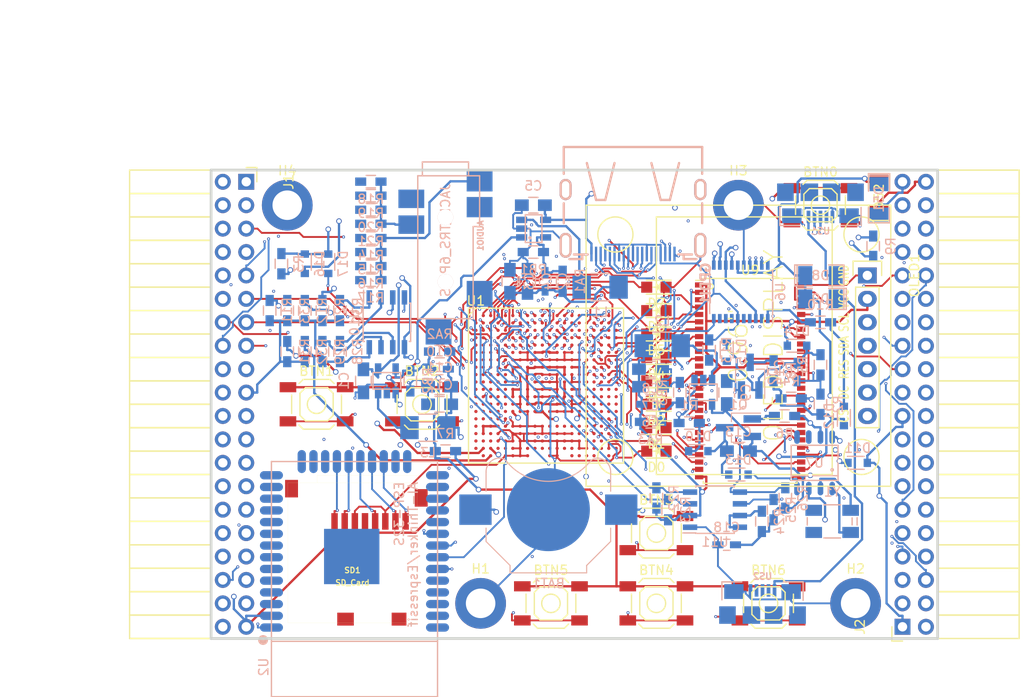
<source format=kicad_pcb>
(kicad_pcb (version 4) (host pcbnew 4.0.5+dfsg1-4)
  (layers (0 F.Cu signal) (1 In1.Cu signal) (2 In2.Cu signal) (31 B.Cu signal) (34 B.Paste user) (35 F.Paste user) (36 B.SilkS user) (37 F.SilkS user) (38 B.Mask user) (39 F.Mask user) (44 Edge.Cuts user))
  (net 0 "")
  (net 1 GND)
  (net 2 +5V)
  (net 3 /gpio/IN5V)
  (net 4 /gpio/OUT5V)
  (net 5 +3V3)
  (net 6 "Net-(L1-Pad1)")
  (net 7 "Net-(L2-Pad1)")
  (net 8 +1V2)
  (net 9 BTN_D)
  (net 10 BTN_F1)
  (net 11 BTN_F2)
  (net 12 BTN_L)
  (net 13 BTN_R)
  (net 14 BTN_U)
  (net 15 /power/FB1)
  (net 16 +2V5)
  (net 17 "Net-(L3-Pad1)")
  (net 18 /power/PWREN)
  (net 19 /power/FB3)
  (net 20 /power/FB2)
  (net 21 "Net-(D9-Pad1)")
  (net 22 /power/VBAT)
  (net 23 SD_3)
  (net 24 JTAG_TDI)
  (net 25 JTAG_TCK)
  (net 26 JTAG_TMS)
  (net 27 JTAG_TDO)
  (net 28 /power/WAKEUPn)
  (net 29 /power/WKUP)
  (net 30 /power/SHUT)
  (net 31 /power/WAKE)
  (net 32 /power/HOLD)
  (net 33 /power/WKn)
  (net 34 /power/OSCI_32k)
  (net 35 /power/OSCO_32k)
  (net 36 FTDI_nSUSPEND)
  (net 37 USB_FTDI_DM)
  (net 38 USB_FTDI_DP)
  (net 39 "Net-(Q2-Pad3)")
  (net 40 SHUTDOWN)
  (net 41 /analog/AUDIO_L)
  (net 42 /analog/AUDIO_R)
  (net 43 GPDI_5V_SCL)
  (net 44 GPDI_5V_SDA)
  (net 45 GPDI_SDA)
  (net 46 GPDI_SCL)
  (net 47 /gpdi/VREF2)
  (net 48 /blinkey/BTNPU)
  (net 49 SD_CMD)
  (net 50 SD_CLK)
  (net 51 SD_D0)
  (net 52 SD_D1)
  (net 53 USB5V)
  (net 54 /gpio/B11)
  (net 55 /gpio/C11)
  (net 56 /gpio/A10)
  (net 57 /gpio/A11)
  (net 58 /gpio/B10)
  (net 59 /gpio/A9)
  (net 60 /gpio/C10)
  (net 61 /gpio/B9)
  (net 62 /gpio/E9)
  (net 63 /gpio/D9)
  (net 64 /gpio/A8)
  (net 65 /gpio/A7)
  (net 66 /gpio/B8)
  (net 67 /gpio/C8)
  (net 68 /gpio/D8)
  (net 69 /gpio/E8)
  (net 70 /gpio/C7)
  (net 71 /gpio/C6)
  (net 72 /gpio/D7)
  (net 73 /gpio/E7)
  (net 74 /gpio/D6)
  (net 75 /gpio/E6)
  (net 76 /gpio/B6)
  (net 77 /gpio/A6)
  (net 78 /gpio/A19)
  (net 79 /gpio/B20)
  (net 80 /gpio/A18)
  (net 81 /gpio/B19)
  (net 82 /gpio/A17)
  (net 83 /gpio/B18)
  (net 84 /gpio/B17)
  (net 85 /gpio/C17)
  (net 86 /gpio/C16)
  (net 87 /gpio/D16)
  (net 88 /gpio/A16)
  (net 89 /gpio/B16)
  (net 90 /gpio/D15)
  (net 91 /gpio/E15)
  (net 92 /gpio/B15)
  (net 93 /gpio/C15)
  (net 94 /gpio/D14)
  (net 95 /gpio/E14)
  (net 96 /gpio/A14)
  (net 97 /gpio/C14)
  (net 98 /gpio/D13)
  (net 99 /gpio/E13)
  (net 100 /gpio/B13)
  (net 101 /gpio/C13)
  (net 102 /gpio/A12)
  (net 103 /gpio/A13)
  (net 104 /gpio/D12)
  (net 105 /gpio/E12)
  (net 106 /gpio/B12)
  (net 107 /gpio/C12)
  (net 108 /gpio/D11)
  (net 109 /gpio/E11)
  (net 110 "Net-(BTN0-Pad1)")
  (net 111 LED0)
  (net 112 LED1)
  (net 113 LED2)
  (net 114 LED3)
  (net 115 LED4)
  (net 116 LED5)
  (net 117 LED6)
  (net 118 LED7)
  (net 119 BTN_PWRn)
  (net 120 GPDI_ETH_N)
  (net 121 GPDI_ETH_P)
  (net 122 GPDI_D2_P)
  (net 123 GPDI_D2_N)
  (net 124 GPDI_D1_P)
  (net 125 GPDI_D1_N)
  (net 126 GPDI_D0_P)
  (net 127 GPDI_D0_N)
  (net 128 GPDI_CLK_P)
  (net 129 GPDI_CLK_N)
  (net 130 GPDI_CEC)
  (net 131 nRESET)
  (net 132 /usb/FT3V3)
  (net 133 FTDI_nDTR)
  (net 134 SDRAM_CKE)
  (net 135 SDRAM_A7)
  (net 136 SDRAM_D15)
  (net 137 SDRAM_BA1)
  (net 138 SDRAM_D7)
  (net 139 SDRAM_A6)
  (net 140 SDRAM_CLK)
  (net 141 SDRAM_D13)
  (net 142 SDRAM_BA0)
  (net 143 SDRAM_D6)
  (net 144 SDRAM_A5)
  (net 145 SDRAM_D14)
  (net 146 SDRAM_A11)
  (net 147 SDRAM_D12)
  (net 148 SDRAM_D5)
  (net 149 SDRAM_A4)
  (net 150 SDRAM_A10)
  (net 151 SDRAM_D11)
  (net 152 SDRAM_A3)
  (net 153 SDRAM_D4)
  (net 154 SDRAM_D10)
  (net 155 SDRAM_D9)
  (net 156 SDRAM_A9)
  (net 157 SDRAM_D3)
  (net 158 SDRAM_D8)
  (net 159 SDRAM_A8)
  (net 160 SDRAM_A2)
  (net 161 SDRAM_A1)
  (net 162 SDRAM_A0)
  (net 163 SDRAM_D2)
  (net 164 SDRAM_D1)
  (net 165 SDRAM_D0)
  (net 166 SDRAM_DQM0)
  (net 167 SDRAM_nCS)
  (net 168 SDRAM_nRAS)
  (net 169 SDRAM_DQM1)
  (net 170 SDRAM_nCAS)
  (net 171 SDRAM_nWE)
  (net 172 /flash/FLASH_nWP)
  (net 173 /flash/FLASH_nHOLD)
  (net 174 /flash/FLASH_MOSI)
  (net 175 /flash/FLASH_MISO)
  (net 176 /flash/FLASH_SCK)
  (net 177 /flash/FLASH_nCS)
  (net 178 /flash/FPGA_PROGRAMN)
  (net 179 /flash/FPGA_DONE)
  (net 180 /flash/FPGA_INITN)
  (module Keystone_3000_1x12mm-CoinCell:Keystone_3000_1x12mm-CoinCell (layer B.Cu) (at 135.73 98.25)
    (fp_text reference BAT1 (at 0 8) (layer B.SilkS) (effects (justify mirror)))
    (fp_text value CR1225)
    (pad 1 smd rect (at -7.9 0) (size 3.5 3.3) (layers B.Cu B.Paste B.Mask) (net 22 /power/VBAT))
    (pad 1 smd rect (at 7.9 0) (size 3.5 3.3) (layers B.Cu B.Paste B.Mask) (net 22 /power/VBAT))
    (pad 2 smd circle (at 0 0) (size 9 9) (layers B.Cu B.Mask) (net 1 GND))
  )
  (module SMD_Packages:SMD-1206_Pol (layer F.Cu) (at 171.57 64.341 90)
    (fp_text reference D52 (at 0 0 90) (layer F.SilkS))
    (fp_text value 2A)
    (pad 1 smd rect (at -1.651 0 90) (size 1.524 2.032) (layers F.Cu F.Paste F.Mask) (net 4 /gpio/OUT5V))
    (pad 2 smd rect (at 1.651 0 90) (size 1.524 2.032) (layers F.Cu F.Paste F.Mask) (net 2 +5V))
  )
  (module SMD_Packages:SMD-1206_Pol (layer B.Cu) (at 171.57 64.595 270)
    (fp_text reference D51 (at 0 0 270) (layer B.SilkS) (effects (justify mirror)))
    (fp_text value 2A)
    (pad 1 smd rect (at -1.651 0 270) (size 1.524 2.032) (layers B.Cu B.Paste B.Mask) (net 2 +5V))
    (pad 2 smd rect (at 1.651 0 270) (size 1.524 2.032) (layers B.Cu B.Paste B.Mask) (net 3 /gpio/IN5V))
  )
  (module micro-sd:MicroSD_TF02D (layer F.Cu) (at 114.5 110.52 180)
    (fp_text reference SD1 (at 0 5.7 180) (layer F.SilkS) (effects (font (size 0.59944 0.59944) (thickness 0.12446))))
    (fp_text value SD_Card (at 0 4.35 180) (layer F.SilkS) (effects (font (size 0.59944 0.59944) (thickness 0.12446))))
    (pad 1 smd rect (at 1.94 11 180) (size 0.7 1.8) (layers F.Cu F.Paste F.Mask) (net 23 SD_3))
    (pad 2 smd rect (at 0.84 11 180) (size 0.7 1.8) (layers F.Cu F.Paste F.Mask) (net 49 SD_CMD))
    (pad 3 smd rect (at -0.26 11 180) (size 0.7 1.8) (layers F.Cu F.Paste F.Mask) (net 1 GND))
    (pad 4 smd rect (at -1.36 11 180) (size 0.7 1.8) (layers F.Cu F.Paste F.Mask) (net 5 +3V3))
    (pad 5 smd rect (at -2.46 11 180) (size 0.7 1.8) (layers F.Cu F.Paste F.Mask) (net 50 SD_CLK))
    (pad 6 smd rect (at -3.56 11 180) (size 0.7 1.8) (layers F.Cu F.Paste F.Mask) (net 1 GND))
    (pad 7 smd rect (at -4.66 11 180) (size 0.7 1.8) (layers F.Cu F.Paste F.Mask) (net 51 SD_D0))
    (pad 8 smd rect (at -5.76 11 180) (size 0.7 1.8) (layers F.Cu F.Paste F.Mask) (net 52 SD_D1))
    (pad S smd rect (at -5.05 0.4 180) (size 1.6 1.4) (layers F.Cu F.Paste F.Mask))
    (pad S smd rect (at 0.75 0.4 180) (size 1.8 1.4) (layers F.Cu F.Paste F.Mask))
    (pad G smd rect (at -7.45 13.55 180) (size 1.4 1.9) (layers F.Cu F.Paste F.Mask))
    (pad G smd rect (at 6.6 14.55 180) (size 1.4 1.9) (layers F.Cu F.Paste F.Mask))
  )
  (module Resistors_SMD:R_1210_HandSoldering (layer B.Cu) (at 141.344 74.12)
    (fp_text reference L1 (at 0 2.7) (layer B.SilkS) (effects (justify mirror)))
    (fp_text value 2.2uH)
    (pad 1 smd rect (at -2 0) (size 2 2.5) (layers B.Cu B.Paste B.Mask) (net 6 "Net-(L1-Pad1)"))
    (pad 2 smd rect (at 2 0) (size 2 2.5) (layers B.Cu B.Paste B.Mask) (net 8 +1V2))
  )
  (module TSOT-25:TSOT-25 (layer B.Cu) (at 134.135 67.77 90)
    (fp_text reference U3 (at 0 -0.5 90) (layer B.SilkS) (effects (font (size 0.15 0.15) (thickness 0.0375)) (justify mirror)))
    (fp_text value AP3429A)
    (pad 1 smd rect (at -0.95 -1.3 90) (size 0.7 1.2) (layers B.Cu B.Paste B.Mask) (net 18 /power/PWREN))
    (pad 2 smd rect (at 0 -1.3 90) (size 0.7 1.2) (layers B.Cu B.Paste B.Mask) (net 1 GND))
    (pad 3 smd rect (at 0.95 -1.3 90) (size 0.7 1.2) (layers B.Cu B.Paste B.Mask) (net 6 "Net-(L1-Pad1)"))
    (pad 4 smd rect (at 0.95 1.3 90) (size 0.7 1.2) (layers B.Cu B.Paste B.Mask) (net 2 +5V))
    (pad 5 smd rect (at -0.95 1.3 90) (size 0.7 1.2) (layers B.Cu B.Paste B.Mask) (net 15 /power/FB1))
  )
  (module Resistors_SMD:R_1210_HandSoldering (layer B.Cu) (at 148.075 80.47 180)
    (fp_text reference L2 (at 0 2.7 180) (layer B.SilkS) (effects (justify mirror)))
    (fp_text value 2.2uH)
    (pad 1 smd rect (at -2 0 180) (size 2 2.5) (layers B.Cu B.Paste B.Mask) (net 7 "Net-(L2-Pad1)"))
    (pad 2 smd rect (at 2 0 180) (size 2 2.5) (layers B.Cu B.Paste B.Mask) (net 5 +3V3))
  )
  (module TSOT-25:TSOT-25 (layer B.Cu) (at 152.52 85.52)
    (fp_text reference U4 (at 0 -0.5) (layer B.SilkS) (effects (font (size 0.15 0.15) (thickness 0.0375)) (justify mirror)))
    (fp_text value AP3429A)
    (pad 1 smd rect (at -0.95 -1.3) (size 0.7 1.2) (layers B.Cu B.Paste B.Mask) (net 18 /power/PWREN))
    (pad 2 smd rect (at 0 -1.3) (size 0.7 1.2) (layers B.Cu B.Paste B.Mask) (net 1 GND))
    (pad 3 smd rect (at 0.95 -1.3) (size 0.7 1.2) (layers B.Cu B.Paste B.Mask) (net 7 "Net-(L2-Pad1)"))
    (pad 4 smd rect (at 0.95 1.3) (size 0.7 1.2) (layers B.Cu B.Paste B.Mask) (net 2 +5V))
    (pad 5 smd rect (at -0.95 1.3) (size 0.7 1.2) (layers B.Cu B.Paste B.Mask) (net 19 /power/FB3))
  )
  (module Buttons_Switches_SMD:SW_SPST_SKQG (layer F.Cu) (at 110.61 86.82)
    (fp_text reference BTN1 (at 0 -3.6) (layer F.SilkS))
    (fp_text value FIRE1)
    (pad 1 smd rect (at -3.1 -1.85) (size 1.8 1.1) (layers F.Cu F.Paste F.Mask) (net 48 /blinkey/BTNPU))
    (pad 1 smd rect (at 3.1 -1.85) (size 1.8 1.1) (layers F.Cu F.Paste F.Mask) (net 48 /blinkey/BTNPU))
    (pad 2 smd rect (at -3.1 1.85) (size 1.8 1.1) (layers F.Cu F.Paste F.Mask) (net 10 BTN_F1))
    (pad 2 smd rect (at 3.1 1.85) (size 1.8 1.1) (layers F.Cu F.Paste F.Mask) (net 10 BTN_F1))
  )
  (module Buttons_Switches_SMD:SW_SPST_SKQG (layer F.Cu) (at 122.04 86.82)
    (fp_text reference BTN2 (at 0 -3.6) (layer F.SilkS))
    (fp_text value FIRE2)
    (pad 1 smd rect (at -3.1 -1.85) (size 1.8 1.1) (layers F.Cu F.Paste F.Mask) (net 48 /blinkey/BTNPU))
    (pad 1 smd rect (at 3.1 -1.85) (size 1.8 1.1) (layers F.Cu F.Paste F.Mask) (net 48 /blinkey/BTNPU))
    (pad 2 smd rect (at -3.1 1.85) (size 1.8 1.1) (layers F.Cu F.Paste F.Mask) (net 11 BTN_F2))
    (pad 2 smd rect (at 3.1 1.85) (size 1.8 1.1) (layers F.Cu F.Paste F.Mask) (net 11 BTN_F2))
  )
  (module Buttons_Switches_SMD:SW_SPST_SKQG (layer F.Cu) (at 147.44 100.79)
    (fp_text reference BTN3 (at 0 -3.6) (layer F.SilkS))
    (fp_text value UP)
    (pad 1 smd rect (at -3.1 -1.85) (size 1.8 1.1) (layers F.Cu F.Paste F.Mask) (net 48 /blinkey/BTNPU))
    (pad 1 smd rect (at 3.1 -1.85) (size 1.8 1.1) (layers F.Cu F.Paste F.Mask) (net 48 /blinkey/BTNPU))
    (pad 2 smd rect (at -3.1 1.85) (size 1.8 1.1) (layers F.Cu F.Paste F.Mask) (net 14 BTN_U))
    (pad 2 smd rect (at 3.1 1.85) (size 1.8 1.1) (layers F.Cu F.Paste F.Mask) (net 14 BTN_U))
  )
  (module Buttons_Switches_SMD:SW_SPST_SKQG (layer F.Cu) (at 147.44 108.41)
    (fp_text reference BTN4 (at 0 -3.6) (layer F.SilkS))
    (fp_text value DOWN)
    (pad 1 smd rect (at -3.1 -1.85) (size 1.8 1.1) (layers F.Cu F.Paste F.Mask) (net 48 /blinkey/BTNPU))
    (pad 1 smd rect (at 3.1 -1.85) (size 1.8 1.1) (layers F.Cu F.Paste F.Mask) (net 48 /blinkey/BTNPU))
    (pad 2 smd rect (at -3.1 1.85) (size 1.8 1.1) (layers F.Cu F.Paste F.Mask) (net 9 BTN_D))
    (pad 2 smd rect (at 3.1 1.85) (size 1.8 1.1) (layers F.Cu F.Paste F.Mask) (net 9 BTN_D))
  )
  (module Buttons_Switches_SMD:SW_SPST_SKQG (layer F.Cu) (at 136.01 108.41)
    (fp_text reference BTN5 (at 0 -3.6) (layer F.SilkS))
    (fp_text value LEFT)
    (pad 1 smd rect (at -3.1 -1.85) (size 1.8 1.1) (layers F.Cu F.Paste F.Mask) (net 48 /blinkey/BTNPU))
    (pad 1 smd rect (at 3.1 -1.85) (size 1.8 1.1) (layers F.Cu F.Paste F.Mask) (net 48 /blinkey/BTNPU))
    (pad 2 smd rect (at -3.1 1.85) (size 1.8 1.1) (layers F.Cu F.Paste F.Mask) (net 12 BTN_L))
    (pad 2 smd rect (at 3.1 1.85) (size 1.8 1.1) (layers F.Cu F.Paste F.Mask) (net 12 BTN_L))
  )
  (module Buttons_Switches_SMD:SW_SPST_SKQG (layer F.Cu) (at 159.59 108.41)
    (fp_text reference BTN6 (at 0 -3.6) (layer F.SilkS))
    (fp_text value RIGHT)
    (pad 1 smd rect (at -3.1 -1.85) (size 1.8 1.1) (layers F.Cu F.Paste F.Mask) (net 48 /blinkey/BTNPU))
    (pad 1 smd rect (at 3.1 -1.85) (size 1.8 1.1) (layers F.Cu F.Paste F.Mask) (net 48 /blinkey/BTNPU))
    (pad 2 smd rect (at -3.1 1.85) (size 1.8 1.1) (layers F.Cu F.Paste F.Mask) (net 13 BTN_R))
    (pad 2 smd rect (at 3.1 1.85) (size 1.8 1.1) (layers F.Cu F.Paste F.Mask) (net 13 BTN_R))
  )
  (module LEDs:LED_0805 (layer F.Cu) (at 147.44 91.9 180)
    (fp_text reference D0 (at 0 -1.75 180) (layer F.SilkS))
    (fp_text value LED)
    (pad 2 smd rect (at 1.04902 0) (size 1.19888 1.19888) (layers F.Cu F.Paste F.Mask) (net 111 LED0))
    (pad 1 smd rect (at -1.04902 0) (size 1.19888 1.19888) (layers F.Cu F.Paste F.Mask) (net 1 GND))
  )
  (module LEDs:LED_0805 (layer F.Cu) (at 147.44 89.36 180)
    (fp_text reference D1 (at 0 -1.75 180) (layer F.SilkS))
    (fp_text value LED)
    (pad 2 smd rect (at 1.04902 0) (size 1.19888 1.19888) (layers F.Cu F.Paste F.Mask) (net 112 LED1))
    (pad 1 smd rect (at -1.04902 0) (size 1.19888 1.19888) (layers F.Cu F.Paste F.Mask) (net 1 GND))
  )
  (module LEDs:LED_0805 (layer F.Cu) (at 147.44 86.82 180)
    (fp_text reference D2 (at 0 -1.75 180) (layer F.SilkS))
    (fp_text value LED)
    (pad 2 smd rect (at 1.04902 0) (size 1.19888 1.19888) (layers F.Cu F.Paste F.Mask) (net 113 LED2))
    (pad 1 smd rect (at -1.04902 0) (size 1.19888 1.19888) (layers F.Cu F.Paste F.Mask) (net 1 GND))
  )
  (module LEDs:LED_0805 (layer F.Cu) (at 147.44 84.28 180)
    (fp_text reference D3 (at 0 -1.75 180) (layer F.SilkS))
    (fp_text value LED)
    (pad 2 smd rect (at 1.04902 0) (size 1.19888 1.19888) (layers F.Cu F.Paste F.Mask) (net 114 LED3))
    (pad 1 smd rect (at -1.04902 0) (size 1.19888 1.19888) (layers F.Cu F.Paste F.Mask) (net 1 GND))
  )
  (module LEDs:LED_0805 (layer F.Cu) (at 147.44 81.74 180)
    (fp_text reference D4 (at 0 -1.75 180) (layer F.SilkS))
    (fp_text value LED)
    (pad 2 smd rect (at 1.04902 0) (size 1.19888 1.19888) (layers F.Cu F.Paste F.Mask) (net 115 LED4))
    (pad 1 smd rect (at -1.04902 0) (size 1.19888 1.19888) (layers F.Cu F.Paste F.Mask) (net 1 GND))
  )
  (module LEDs:LED_0805 (layer F.Cu) (at 147.44 79.2 180)
    (fp_text reference D5 (at 0 -1.75 180) (layer F.SilkS))
    (fp_text value LED)
    (pad 2 smd rect (at 1.04902 0) (size 1.19888 1.19888) (layers F.Cu F.Paste F.Mask) (net 116 LED5))
    (pad 1 smd rect (at -1.04902 0) (size 1.19888 1.19888) (layers F.Cu F.Paste F.Mask) (net 1 GND))
  )
  (module LEDs:LED_0805 (layer F.Cu) (at 147.44 76.66 180)
    (fp_text reference D6 (at 0 -1.75 180) (layer F.SilkS))
    (fp_text value LED)
    (pad 2 smd rect (at 1.04902 0) (size 1.19888 1.19888) (layers F.Cu F.Paste F.Mask) (net 117 LED6))
    (pad 1 smd rect (at -1.04902 0) (size 1.19888 1.19888) (layers F.Cu F.Paste F.Mask) (net 1 GND))
  )
  (module LEDs:LED_0805 (layer F.Cu) (at 147.44 74.12 180)
    (fp_text reference D7 (at 0 -1.75 180) (layer F.SilkS))
    (fp_text value LED)
    (pad 2 smd rect (at 1.04902 0) (size 1.19888 1.19888) (layers F.Cu F.Paste F.Mask) (net 118 LED7))
    (pad 1 smd rect (at -1.04902 0) (size 1.19888 1.19888) (layers F.Cu F.Paste F.Mask) (net 1 GND))
  )
  (module Resistors_SMD:R_1210_HandSoldering (layer B.Cu) (at 122.675 89.36)
    (fp_text reference L3 (at 0 2.7) (layer B.SilkS) (effects (justify mirror)))
    (fp_text value 2.2uH)
    (pad 1 smd rect (at -2 0) (size 2 2.5) (layers B.Cu B.Paste B.Mask) (net 17 "Net-(L3-Pad1)"))
    (pad 2 smd rect (at 2 0) (size 2 2.5) (layers B.Cu B.Paste B.Mask) (net 16 +2V5))
  )
  (module TSOT-25:TSOT-25 (layer B.Cu) (at 118.23 84.28 180)
    (fp_text reference U5 (at 0 -0.5 180) (layer B.SilkS) (effects (font (size 0.15 0.15) (thickness 0.0375)) (justify mirror)))
    (fp_text value AP3429A)
    (pad 1 smd rect (at -0.95 -1.3 180) (size 0.7 1.2) (layers B.Cu B.Paste B.Mask) (net 18 /power/PWREN))
    (pad 2 smd rect (at 0 -1.3 180) (size 0.7 1.2) (layers B.Cu B.Paste B.Mask) (net 1 GND))
    (pad 3 smd rect (at 0.95 -1.3 180) (size 0.7 1.2) (layers B.Cu B.Paste B.Mask) (net 17 "Net-(L3-Pad1)"))
    (pad 4 smd rect (at 0.95 1.3 180) (size 0.7 1.2) (layers B.Cu B.Paste B.Mask) (net 2 +5V))
    (pad 5 smd rect (at -0.95 1.3 180) (size 0.7 1.2) (layers B.Cu B.Paste B.Mask) (net 20 /power/FB2))
  )
  (module Capacitors_SMD:C_0805_HandSoldering (layer B.Cu) (at 115.69 84.28 270)
    (fp_text reference C1 (at 0 2.1 270) (layer B.SilkS) (effects (justify mirror)))
    (fp_text value 22uF)
    (pad 1 smd rect (at -1.25 0 270) (size 1.5 1.25) (layers B.Cu B.Paste B.Mask) (net 2 +5V))
    (pad 2 smd rect (at 1.25 0 270) (size 1.5 1.25) (layers B.Cu B.Paste B.Mask) (net 1 GND))
  )
  (module Capacitors_SMD:C_0805_HandSoldering (layer B.Cu) (at 131.565 73.485 90)
    (fp_text reference C3 (at 0 2.1 90) (layer B.SilkS) (effects (justify mirror)))
    (fp_text value 22uF)
    (pad 1 smd rect (at -1.25 0 90) (size 1.5 1.25) (layers B.Cu B.Paste B.Mask) (net 8 +1V2))
    (pad 2 smd rect (at 1.25 0 90) (size 1.5 1.25) (layers B.Cu B.Paste B.Mask) (net 1 GND))
  )
  (module Capacitors_SMD:C_0805_HandSoldering (layer B.Cu) (at 133.47 73.485 90)
    (fp_text reference C4 (at 0 2.1 90) (layer B.SilkS) (effects (justify mirror)))
    (fp_text value 22uF)
    (pad 1 smd rect (at -1.25 0 90) (size 1.5 1.25) (layers B.Cu B.Paste B.Mask) (net 8 +1V2))
    (pad 2 smd rect (at 1.25 0 90) (size 1.5 1.25) (layers B.Cu B.Paste B.Mask) (net 1 GND))
  )
  (module Capacitors_SMD:C_0805_HandSoldering (layer B.Cu) (at 134.105 65.23 180)
    (fp_text reference C5 (at 0 2.1 180) (layer B.SilkS) (effects (justify mirror)))
    (fp_text value 22uF)
    (pad 1 smd rect (at -1.25 0 180) (size 1.5 1.25) (layers B.Cu B.Paste B.Mask) (net 2 +5V))
    (pad 2 smd rect (at 1.25 0 180) (size 1.5 1.25) (layers B.Cu B.Paste B.Mask) (net 1 GND))
  )
  (module Capacitors_SMD:C_0805_HandSoldering (layer B.Cu) (at 146.805 84.915)
    (fp_text reference C7 (at 0 2.1) (layer B.SilkS) (effects (justify mirror)))
    (fp_text value 22uF)
    (pad 1 smd rect (at -1.25 0) (size 1.5 1.25) (layers B.Cu B.Paste B.Mask) (net 5 +3V3))
    (pad 2 smd rect (at 1.25 0) (size 1.5 1.25) (layers B.Cu B.Paste B.Mask) (net 1 GND))
  )
  (module Capacitors_SMD:C_0805_HandSoldering (layer B.Cu) (at 146.805 83.01)
    (fp_text reference C8 (at 0 2.1) (layer B.SilkS) (effects (justify mirror)))
    (fp_text value 22uF)
    (pad 1 smd rect (at -1.25 0) (size 1.5 1.25) (layers B.Cu B.Paste B.Mask) (net 5 +3V3))
    (pad 2 smd rect (at 1.25 0) (size 1.5 1.25) (layers B.Cu B.Paste B.Mask) (net 1 GND))
  )
  (module Capacitors_SMD:C_0805_HandSoldering (layer B.Cu) (at 155.06 85.55 90)
    (fp_text reference C9 (at 0 2.1 90) (layer B.SilkS) (effects (justify mirror)))
    (fp_text value 22uF)
    (pad 1 smd rect (at -1.25 0 90) (size 1.5 1.25) (layers B.Cu B.Paste B.Mask) (net 2 +5V))
    (pad 2 smd rect (at 1.25 0 90) (size 1.5 1.25) (layers B.Cu B.Paste B.Mask) (net 1 GND))
  )
  (module Capacitors_SMD:C_0805_HandSoldering (layer B.Cu) (at 123.945 84.915 180)
    (fp_text reference C11 (at 0 2.1 180) (layer B.SilkS) (effects (justify mirror)))
    (fp_text value 22uF)
    (pad 1 smd rect (at -1.25 0 180) (size 1.5 1.25) (layers B.Cu B.Paste B.Mask) (net 16 +2V5))
    (pad 2 smd rect (at 1.25 0 180) (size 1.5 1.25) (layers B.Cu B.Paste B.Mask) (net 1 GND))
  )
  (module Capacitors_SMD:C_0805_HandSoldering (layer B.Cu) (at 123.945 86.82 180)
    (fp_text reference C12 (at 0 2.1 180) (layer B.SilkS) (effects (justify mirror)))
    (fp_text value 22uF)
    (pad 1 smd rect (at -1.25 0 180) (size 1.5 1.25) (layers B.Cu B.Paste B.Mask) (net 16 +2V5))
    (pad 2 smd rect (at 1.25 0 180) (size 1.5 1.25) (layers B.Cu B.Paste B.Mask) (net 1 GND))
  )
  (module SMD_Packages:SMD-1206_Pol (layer B.Cu) (at 165.22 72.85)
    (fp_text reference D8 (at 0 0) (layer B.SilkS) (effects (justify mirror)))
    (fp_text value 2A)
    (pad 1 smd rect (at -1.651 0) (size 1.524 2.032) (layers B.Cu B.Paste B.Mask) (net 2 +5V))
    (pad 2 smd rect (at 1.651 0) (size 1.524 2.032) (layers B.Cu B.Paste B.Mask) (net 53 USB5V))
  )
  (module SMD_Packages:SMD-1206_Pol (layer B.Cu) (at 165.22 75.39 180)
    (fp_text reference D9 (at 0 0 180) (layer B.SilkS) (effects (justify mirror)))
    (fp_text value 2A)
    (pad 1 smd rect (at -1.651 0 180) (size 1.524 2.032) (layers B.Cu B.Paste B.Mask) (net 21 "Net-(D9-Pad1)"))
    (pad 2 smd rect (at 1.651 0 180) (size 1.524 2.032) (layers B.Cu B.Paste B.Mask) (net 2 +5V))
  )
  (module Power_Integrations:SO-8 (layer B.Cu) (at 164.585 93.17 180)
    (fp_text reference U7 (at 0 0 180) (layer B.SilkS) (effects (justify mirror)))
    (fp_text value PCF8523)
    (pad 1 smd oval (at -1.905 -2.794 180) (size 0.6096 1.4732) (layers B.Cu B.Paste B.Mask) (net 34 /power/OSCI_32k))
    (pad 2 smd oval (at -0.635 -2.794 180) (size 0.6096 1.4732) (layers B.Cu B.Paste B.Mask) (net 35 /power/OSCO_32k))
    (pad 3 smd oval (at 0.635 -2.794 180) (size 0.6096 1.4732) (layers B.Cu B.Paste B.Mask) (net 22 /power/VBAT))
    (pad 4 smd oval (at 1.905 -2.794 180) (size 0.6096 1.4732) (layers B.Cu B.Paste B.Mask) (net 1 GND))
    (pad 5 smd oval (at 1.905 2.794 180) (size 0.6096 1.4732) (layers B.Cu B.Paste B.Mask))
    (pad 6 smd oval (at 0.635 2.794 180) (size 0.6096 1.4732) (layers B.Cu B.Paste B.Mask))
    (pad 7 smd oval (at -0.635 2.794 180) (size 0.6096 1.4732) (layers B.Cu B.Paste B.Mask) (net 28 /power/WAKEUPn))
    (pad 8 smd oval (at -1.905 2.794 180) (size 0.6096 1.4732) (layers B.Cu B.Paste B.Mask) (net 16 +2V5))
  )
  (module Capacitors_SMD:C_0805_HandSoldering (layer B.Cu) (at 156.33 91.9 180)
    (fp_text reference C13 (at 0 2.1 180) (layer B.SilkS) (effects (justify mirror)))
    (fp_text value 2.2uF)
    (pad 1 smd rect (at -1.25 0 180) (size 1.5 1.25) (layers B.Cu B.Paste B.Mask) (net 2 +5V))
    (pad 2 smd rect (at 1.25 0 180) (size 1.5 1.25) (layers B.Cu B.Paste B.Mask) (net 29 /power/WKUP))
  )
  (module Diodes_SMD:D_0805 (layer B.Cu) (at 151.978 91.9)
    (fp_text reference D10 (at 0 -1.6) (layer B.SilkS) (effects (justify mirror)))
    (fp_text value 1N4148)
    (pad 1 smd rect (at -1.05 0) (size 0.8 0.9) (layers B.Cu B.Paste B.Mask) (net 31 /power/WAKE))
    (pad 2 smd rect (at 1.05 0) (size 0.8 0.9) (layers B.Cu B.Paste B.Mask) (net 29 /power/WKUP))
  )
  (module Diodes_SMD:D_0805 (layer B.Cu) (at 169.25 93.17)
    (fp_text reference D11 (at 0 -1.6) (layer B.SilkS) (effects (justify mirror)))
    (fp_text value 1N4148)
    (pad 1 smd rect (at -1.05 0) (size 0.8 0.9) (layers B.Cu B.Paste B.Mask) (net 32 /power/HOLD))
    (pad 2 smd rect (at 1.05 0) (size 0.8 0.9) (layers B.Cu B.Paste B.Mask) (net 5 +3V3))
  )
  (module Diodes_SMD:D_0805 (layer B.Cu) (at 155.06 81.105 270)
    (fp_text reference D15 (at 0 -1.6 270) (layer B.SilkS) (effects (justify mirror)))
    (fp_text value BAT42)
    (pad 1 smd rect (at -1.05 0 270) (size 0.8 0.9) (layers B.Cu B.Paste B.Mask) (net 30 /power/SHUT))
    (pad 2 smd rect (at 1.05 0 270) (size 0.8 0.9) (layers B.Cu B.Paste B.Mask) (net 40 SHUTDOWN))
  )
  (module Diodes_SMD:D_0805 (layer B.Cu) (at 167.76 88.09 90)
    (fp_text reference D12 (at 0 -1.6 90) (layer B.SilkS) (effects (justify mirror)))
    (fp_text value 1N4148)
    (pad 1 smd rect (at -1.05 0 90) (size 0.8 0.9) (layers B.Cu B.Paste B.Mask) (net 18 /power/PWREN))
    (pad 2 smd rect (at 1.05 0 90) (size 0.8 0.9) (layers B.Cu B.Paste B.Mask) (net 36 FTDI_nSUSPEND))
  )
  (module usb_otg:USB-MICRO-B-FCI-10118192-0001LF (layer B.Cu) (at 165.22 63.825)
    (fp_text reference US1 (at 0 4.2) (layer B.SilkS) (effects (font (size 0.7 0.7)) (justify mirror)))
    (fp_text value USB_FTDI hide)
    (pad 6 smd rect (at -3.1 2.55) (size 2.1 1.6) (layers B.Cu B.Paste B.Mask) (net 1 GND))
    (pad 6 smd rect (at 3.1 2.55) (size 2.1 1.6) (layers B.Cu B.Paste B.Mask) (net 1 GND))
    (pad "" smd rect (at -1.2 0) (size 1.9 1.9) (layers B.Cu B.Paste B.Mask))
    (pad "" smd rect (at 1.2 0) (size 1.9 1.9) (layers B.Cu B.Paste B.Mask))
    (pad 1 smd rect (at -1.3 2.675) (size 0.4 1.35) (layers B.Cu B.Paste B.Mask) (net 53 USB5V))
    (pad 2 smd rect (at -0.65 2.675) (size 0.4 1.35) (layers B.Cu B.Paste B.Mask) (net 37 USB_FTDI_DM))
    (pad 3 smd rect (at 0 2.675) (size 0.4 1.35) (layers B.Cu B.Paste B.Mask) (net 38 USB_FTDI_DP))
    (pad 4 smd rect (at 0.65 2.675) (size 0.4 1.35) (layers B.Cu B.Paste B.Mask))
    (pad 5 smd rect (at 1.3 2.675) (size 0.4 1.35) (layers B.Cu B.Paste B.Mask) (net 1 GND))
    (pad "" smd rect (at -3.8 0) (size 1.8 1.9) (layers B.Cu B.Paste B.Mask))
    (pad "" smd rect (at 3.8 0) (size 1.8 1.9) (layers B.Cu B.Paste B.Mask))
  )
  (module usb_otg:USB-MICRO-B-FCI-10118192-0001LF (layer B.Cu) (at 158.94 109.68 180)
    (fp_text reference US2 (at 0 4.2 180) (layer B.SilkS) (effects (font (size 0.7 0.7)) (justify mirror)))
    (fp_text value USB_FPGA hide)
    (pad 6 smd rect (at -3.1 2.55 180) (size 2.1 1.6) (layers B.Cu B.Paste B.Mask) (net 1 GND))
    (pad 6 smd rect (at 3.1 2.55 180) (size 2.1 1.6) (layers B.Cu B.Paste B.Mask) (net 1 GND))
    (pad "" smd rect (at -1.2 0 180) (size 1.9 1.9) (layers B.Cu B.Paste B.Mask))
    (pad "" smd rect (at 1.2 0 180) (size 1.9 1.9) (layers B.Cu B.Paste B.Mask))
    (pad 1 smd rect (at -1.3 2.675 180) (size 0.4 1.35) (layers B.Cu B.Paste B.Mask) (net 21 "Net-(D9-Pad1)"))
    (pad 2 smd rect (at -0.65 2.675 180) (size 0.4 1.35) (layers B.Cu B.Paste B.Mask))
    (pad 3 smd rect (at 0 2.675 180) (size 0.4 1.35) (layers B.Cu B.Paste B.Mask))
    (pad 4 smd rect (at 0.65 2.675 180) (size 0.4 1.35) (layers B.Cu B.Paste B.Mask))
    (pad 5 smd rect (at 1.3 2.675 180) (size 0.4 1.35) (layers B.Cu B.Paste B.Mask) (net 1 GND))
    (pad "" smd rect (at -3.8 0 180) (size 1.8 1.9) (layers B.Cu B.Paste B.Mask))
    (pad "" smd rect (at 3.8 0 180) (size 1.8 1.9) (layers B.Cu B.Paste B.Mask))
  )
  (module audio-jack:CUI_SJ-43516-SMT (layer B.Cu) (at 124.58 69.04 270)
    (fp_text reference AUDIO1 (at -0.5 -3.8 270) (layer B.SilkS) (effects (font (size 0.6096 0.6096) (thickness 0.1524)) (justify mirror)))
    (fp_text value JACK_TRS_6PINS (at 0 0 270) (layer B.SilkS) (effects (justify mirror)))
    (pad 1 smd rect (at -6.4 -3.7 270) (size 2.2 2.8) (layers B.Cu B.Paste B.Mask) (net 41 /analog/AUDIO_L))
    (pad 4 smd rect (at -3.6 -3.7 270) (size 2.2 2.8) (layers B.Cu B.Paste B.Mask))
    (pad 2 smd rect (at 5.8 -3.7 270) (size 2.8 2.8) (layers B.Cu B.Paste B.Mask) (net 1 GND))
    (pad 5 smd rect (at 9.9 0.75 270) (size 2.8 2.8) (layers B.Cu B.Paste B.Mask))
    (pad 3 smd rect (at -1.7 3.7 270) (size 2 2.8) (layers B.Cu B.Paste B.Mask) (net 42 /analog/AUDIO_R))
    (pad 6 smd rect (at -4.5 3.7 270) (size 2 2.8) (layers B.Cu B.Paste B.Mask))
    (pad "" np_thru_hole circle (at -2.5 0 270) (size 1.7 1.7) (drill 1.7) (layers *.Cu *.Mask B.SilkS) (clearance 0.4))
    (pad "" np_thru_hole circle (at 4.5 0 270) (size 1.7 1.7) (drill 1.7) (layers *.Cu *.Mask B.SilkS) (clearance 0.4))
  )
  (module abs25:Crystal_SMD_ABS25 (layer B.Cu) (at 166.49 99.52 180)
    (fp_text reference Y1 (at 0 3.2 180) (layer B.SilkS) (effects (justify mirror)))
    (fp_text value 32768Hz)
    (pad 4 smd rect (at -2 1.2 180) (size 1.8 1.2) (layers B.Cu B.Paste B.Mask) (net 35 /power/OSCO_32k))
    (pad 3 smd rect (at 2 1.2 180) (size 1.8 1.2) (layers B.Cu B.Paste B.Mask))
    (pad 2 smd rect (at 2 -1.2 180) (size 1.8 1.2) (layers B.Cu B.Paste B.Mask))
    (pad 1 smd rect (at -2 -1.2 180) (size 1.8 1.2) (layers B.Cu B.Paste B.Mask) (net 34 /power/OSCI_32k))
  )
  (module TSOP54:TSOP54 (layer F.Cu) (at 157.6 84.28)
    (fp_text reference U9 (at 0 -12) (layer F.SilkS))
    (fp_text value MT48LC16M16A2TG)
    (pad 28 smd rect (at 5.53 10.4) (size 0.9 0.56) (layers F.Cu F.Paste F.Mask) (net 1 GND))
    (pad 1 smd rect (at -5.53 -10.4) (size 0.9 0.56) (layers F.Cu F.Paste F.Mask) (net 5 +3V3))
    (pad 2 smd rect (at -5.53 -9.6) (size 0.9 0.56) (layers F.Cu F.Paste F.Mask) (net 165 SDRAM_D0))
    (pad 3 smd rect (at -5.53 -8.8) (size 0.9 0.56) (layers F.Cu F.Paste F.Mask) (net 5 +3V3))
    (pad 4 smd rect (at -5.53 -8) (size 0.9 0.56) (layers F.Cu F.Paste F.Mask) (net 164 SDRAM_D1))
    (pad 5 smd rect (at -5.53 -7.2) (size 0.9 0.56) (layers F.Cu F.Paste F.Mask) (net 163 SDRAM_D2))
    (pad 6 smd rect (at -5.53 -6.4) (size 0.9 0.56) (layers F.Cu F.Paste F.Mask) (net 1 GND))
    (pad 7 smd rect (at -5.53 -5.6) (size 0.9 0.56) (layers F.Cu F.Paste F.Mask) (net 157 SDRAM_D3))
    (pad 8 smd rect (at -5.53 -4.8) (size 0.9 0.56) (layers F.Cu F.Paste F.Mask) (net 153 SDRAM_D4))
    (pad 9 smd rect (at -5.53 -4) (size 0.9 0.56) (layers F.Cu F.Paste F.Mask) (net 5 +3V3))
    (pad 10 smd rect (at -5.53 -3.2) (size 0.9 0.56) (layers F.Cu F.Paste F.Mask) (net 148 SDRAM_D5))
    (pad 11 smd rect (at -5.53 -2.4) (size 0.9 0.56) (layers F.Cu F.Paste F.Mask) (net 143 SDRAM_D6))
    (pad 12 smd rect (at -5.53 -1.6) (size 0.9 0.56) (layers F.Cu F.Paste F.Mask) (net 1 GND))
    (pad 13 smd rect (at -5.53 -0.8) (size 0.9 0.56) (layers F.Cu F.Paste F.Mask) (net 138 SDRAM_D7))
    (pad 14 smd rect (at -5.53 0) (size 0.9 0.56) (layers F.Cu F.Paste F.Mask) (net 5 +3V3))
    (pad 15 smd rect (at -5.53 0.8) (size 0.9 0.56) (layers F.Cu F.Paste F.Mask) (net 166 SDRAM_DQM0))
    (pad 16 smd rect (at -5.53 1.6) (size 0.9 0.56) (layers F.Cu F.Paste F.Mask) (net 171 SDRAM_nWE))
    (pad 17 smd rect (at -5.53 2.4) (size 0.9 0.56) (layers F.Cu F.Paste F.Mask) (net 170 SDRAM_nCAS))
    (pad 18 smd rect (at -5.53 3.2) (size 0.9 0.56) (layers F.Cu F.Paste F.Mask) (net 168 SDRAM_nRAS))
    (pad 19 smd rect (at -5.53 4) (size 0.9 0.56) (layers F.Cu F.Paste F.Mask) (net 167 SDRAM_nCS))
    (pad 20 smd rect (at -5.53 4.8) (size 0.9 0.56) (layers F.Cu F.Paste F.Mask) (net 142 SDRAM_BA0))
    (pad 21 smd rect (at -5.53 5.6) (size 0.9 0.56) (layers F.Cu F.Paste F.Mask) (net 137 SDRAM_BA1))
    (pad 22 smd rect (at -5.53 6.4) (size 0.9 0.56) (layers F.Cu F.Paste F.Mask) (net 150 SDRAM_A10))
    (pad 23 smd rect (at -5.53 7.2) (size 0.9 0.56) (layers F.Cu F.Paste F.Mask) (net 162 SDRAM_A0))
    (pad 24 smd rect (at -5.53 8) (size 0.9 0.56) (layers F.Cu F.Paste F.Mask) (net 161 SDRAM_A1))
    (pad 25 smd rect (at -5.53 8.8) (size 0.9 0.56) (layers F.Cu F.Paste F.Mask) (net 160 SDRAM_A2))
    (pad 26 smd rect (at -5.53 9.6) (size 0.9 0.56) (layers F.Cu F.Paste F.Mask) (net 152 SDRAM_A3))
    (pad 27 smd rect (at -5.53 10.4) (size 0.9 0.56) (layers F.Cu F.Paste F.Mask) (net 5 +3V3))
    (pad 29 smd rect (at 5.53 9.6) (size 0.9 0.56) (layers F.Cu F.Paste F.Mask) (net 149 SDRAM_A4))
    (pad 30 smd rect (at 5.53 8.8) (size 0.9 0.56) (layers F.Cu F.Paste F.Mask) (net 144 SDRAM_A5))
    (pad 31 smd rect (at 5.53 8) (size 0.9 0.56) (layers F.Cu F.Paste F.Mask) (net 139 SDRAM_A6))
    (pad 32 smd rect (at 5.53 7.2) (size 0.9 0.56) (layers F.Cu F.Paste F.Mask) (net 135 SDRAM_A7))
    (pad 33 smd rect (at 5.53 6.4) (size 0.9 0.56) (layers F.Cu F.Paste F.Mask) (net 159 SDRAM_A8))
    (pad 34 smd rect (at 5.53 5.6) (size 0.9 0.56) (layers F.Cu F.Paste F.Mask) (net 156 SDRAM_A9))
    (pad 35 smd rect (at 5.53 4.8) (size 0.9 0.56) (layers F.Cu F.Paste F.Mask) (net 146 SDRAM_A11))
    (pad 36 smd rect (at 5.53 4) (size 0.9 0.56) (layers F.Cu F.Paste F.Mask))
    (pad 37 smd rect (at 5.53 3.2) (size 0.9 0.56) (layers F.Cu F.Paste F.Mask) (net 134 SDRAM_CKE))
    (pad 38 smd rect (at 5.53 2.4) (size 0.9 0.56) (layers F.Cu F.Paste F.Mask) (net 140 SDRAM_CLK))
    (pad 39 smd rect (at 5.53 1.6) (size 0.9 0.56) (layers F.Cu F.Paste F.Mask) (net 169 SDRAM_DQM1))
    (pad 40 smd rect (at 5.53 0.8) (size 0.9 0.56) (layers F.Cu F.Paste F.Mask))
    (pad 41 smd rect (at 5.53 0) (size 0.9 0.56) (layers F.Cu F.Paste F.Mask) (net 1 GND))
    (pad 42 smd rect (at 5.53 -0.8) (size 0.9 0.56) (layers F.Cu F.Paste F.Mask) (net 158 SDRAM_D8))
    (pad 43 smd rect (at 5.53 -1.6) (size 0.9 0.56) (layers F.Cu F.Paste F.Mask) (net 5 +3V3))
    (pad 44 smd rect (at 5.53 -2.4) (size 0.9 0.56) (layers F.Cu F.Paste F.Mask) (net 155 SDRAM_D9))
    (pad 45 smd rect (at 5.53 -3.2) (size 0.9 0.56) (layers F.Cu F.Paste F.Mask) (net 154 SDRAM_D10))
    (pad 46 smd rect (at 5.53 -4) (size 0.9 0.56) (layers F.Cu F.Paste F.Mask) (net 1 GND))
    (pad 47 smd rect (at 5.53 -4.8) (size 0.9 0.56) (layers F.Cu F.Paste F.Mask) (net 151 SDRAM_D11))
    (pad 48 smd rect (at 5.53 -5.6) (size 0.9 0.56) (layers F.Cu F.Paste F.Mask) (net 147 SDRAM_D12))
    (pad 49 smd rect (at 5.53 -6.4) (size 0.9 0.56) (layers F.Cu F.Paste F.Mask) (net 5 +3V3))
    (pad 50 smd rect (at 5.53 -7.2) (size 0.9 0.56) (layers F.Cu F.Paste F.Mask) (net 141 SDRAM_D13))
    (pad 51 smd rect (at 5.53 -8) (size 0.9 0.56) (layers F.Cu F.Paste F.Mask) (net 145 SDRAM_D14))
    (pad 52 smd rect (at 5.53 -8.8) (size 0.9 0.56) (layers F.Cu F.Paste F.Mask) (net 1 GND))
    (pad 53 smd rect (at 5.53 -9.6) (size 0.9 0.56) (layers F.Cu F.Paste F.Mask) (net 136 SDRAM_D15))
    (pad 54 smd rect (at 5.53 -10.4) (size 0.9 0.56) (layers F.Cu F.Paste F.Mask) (net 1 GND))
  )
  (module TO_SOT_Packages_SMD:SOT-23_Handsoldering (layer B.Cu) (at 156.33 89.36 180)
    (fp_text reference Q1 (at 0 2.5 180) (layer B.SilkS) (effects (justify mirror)))
    (fp_text value BC857)
    (pad 1 smd rect (at -1.5 0.95 180) (size 1.9 0.8) (layers B.Cu B.Paste B.Mask) (net 33 /power/WKn))
    (pad 2 smd rect (at -1.5 -0.95 180) (size 1.9 0.8) (layers B.Cu B.Paste B.Mask) (net 2 +5V))
    (pad 3 smd rect (at 1.5 0 180) (size 1.9 0.8) (layers B.Cu B.Paste B.Mask) (net 29 /power/WKUP))
  )
  (module TO_SOT_Packages_SMD:SOT-23_Handsoldering (layer B.Cu) (at 157.6 83.772 90)
    (fp_text reference Q2 (at 0 2.5 90) (layer B.SilkS) (effects (justify mirror)))
    (fp_text value 2N7002)
    (pad 1 smd rect (at -1.5 0.95 90) (size 1.9 0.8) (layers B.Cu B.Paste B.Mask) (net 30 /power/SHUT))
    (pad 2 smd rect (at -1.5 -0.95 90) (size 1.9 0.8) (layers B.Cu B.Paste B.Mask) (net 1 GND))
    (pad 3 smd rect (at 1.5 0 90) (size 1.9 0.8) (layers B.Cu B.Paste B.Mask) (net 39 "Net-(Q2-Pad3)"))
  )
  (module Capacitors_SMD:C_0603_HandSoldering (layer B.Cu) (at 135.375 73.485 90)
    (fp_text reference C2 (at 0 1.9 90) (layer B.SilkS) (effects (justify mirror)))
    (fp_text value 470pF)
    (pad 1 smd rect (at -0.95 0 90) (size 1.2 0.75) (layers B.Cu B.Paste B.Mask) (net 8 +1V2))
    (pad 2 smd rect (at 0.95 0 90) (size 1.2 0.75) (layers B.Cu B.Paste B.Mask) (net 15 /power/FB1))
  )
  (module Capacitors_SMD:C_0603_HandSoldering (layer B.Cu) (at 146.805 86.82)
    (fp_text reference C6 (at 0 1.9) (layer B.SilkS) (effects (justify mirror)))
    (fp_text value 470pF)
    (pad 1 smd rect (at -0.95 0) (size 1.2 0.75) (layers B.Cu B.Paste B.Mask) (net 5 +3V3))
    (pad 2 smd rect (at 0.95 0) (size 1.2 0.75) (layers B.Cu B.Paste B.Mask) (net 19 /power/FB3))
  )
  (module Capacitors_SMD:C_0603_HandSoldering (layer B.Cu) (at 123.945 83.01 180)
    (fp_text reference C10 (at 0 1.9 180) (layer B.SilkS) (effects (justify mirror)))
    (fp_text value 470pF)
    (pad 1 smd rect (at -0.95 0 180) (size 1.2 0.75) (layers B.Cu B.Paste B.Mask) (net 16 +2V5))
    (pad 2 smd rect (at 0.95 0 180) (size 1.2 0.75) (layers B.Cu B.Paste B.Mask) (net 20 /power/FB2))
  )
  (module Capacitors_SMD:C_0603_HandSoldering (layer B.Cu) (at 162.68 83.33 270)
    (fp_text reference C14 (at 0 1.9 270) (layer B.SilkS) (effects (justify mirror)))
    (fp_text value 100nF)
    (pad 1 smd rect (at -0.95 0 270) (size 1.2 0.75) (layers B.Cu B.Paste B.Mask) (net 30 /power/SHUT))
    (pad 2 smd rect (at 0.95 0 270) (size 1.2 0.75) (layers B.Cu B.Paste B.Mask) (net 1 GND))
  )
  (module Resistors_SMD:R_0603_HandSoldering (layer B.Cu) (at 150.996 88.852 180)
    (fp_text reference R1 (at 0 1.9 180) (layer B.SilkS) (effects (justify mirror)))
    (fp_text value 15k)
    (pad 1 smd rect (at -1.1 0 180) (size 1.2 0.9) (layers B.Cu B.Paste B.Mask) (net 31 /power/WAKE))
    (pad 2 smd rect (at 1.1 0 180) (size 1.2 0.9) (layers B.Cu B.Paste B.Mask) (net 18 /power/PWREN))
  )
  (module Resistors_SMD:R_0603_HandSoldering (layer B.Cu) (at 165.22 86.82 90)
    (fp_text reference R2 (at 0 1.9 90) (layer B.SilkS) (effects (justify mirror)))
    (fp_text value 47k)
    (pad 1 smd rect (at -1.1 0 90) (size 1.2 0.9) (layers B.Cu B.Paste B.Mask) (net 18 /power/PWREN))
    (pad 2 smd rect (at 1.1 0 90) (size 1.2 0.9) (layers B.Cu B.Paste B.Mask) (net 1 GND))
  )
  (module Resistors_SMD:R_0603_HandSoldering (layer B.Cu) (at 162.045 86.185 180)
    (fp_text reference R4 (at 0 1.9 180) (layer B.SilkS) (effects (justify mirror)))
    (fp_text value 15k)
    (pad 1 smd rect (at -1.1 0 180) (size 1.2 0.9) (layers B.Cu B.Paste B.Mask) (net 32 /power/HOLD))
    (pad 2 smd rect (at 1.1 0 180) (size 1.2 0.9) (layers B.Cu B.Paste B.Mask) (net 18 /power/PWREN))
  )
  (module Resistors_SMD:R_0603_HandSoldering (layer B.Cu) (at 165.22 82.545 270)
    (fp_text reference R5 (at 0 1.9 270) (layer B.SilkS) (effects (justify mirror)))
    (fp_text value 4.7M)
    (pad 1 smd rect (at -1.1 0 270) (size 1.2 0.9) (layers B.Cu B.Paste B.Mask) (net 30 /power/SHUT))
    (pad 2 smd rect (at 1.1 0 270) (size 1.2 0.9) (layers B.Cu B.Paste B.Mask) (net 1 GND))
  )
  (module Resistors_SMD:R_0603_HandSoldering (layer B.Cu) (at 161.33 88.09)
    (fp_text reference R6 (at 0 1.9) (layer B.SilkS) (effects (justify mirror)))
    (fp_text value 1k)
    (pad 1 smd rect (at -1.1 0) (size 1.2 0.9) (layers B.Cu B.Paste B.Mask) (net 33 /power/WKn))
    (pad 2 smd rect (at 1.1 0) (size 1.2 0.9) (layers B.Cu B.Paste B.Mask) (net 28 /power/WAKEUPn))
  )
  (module Resistors_SMD:R_0603_HandSoldering (layer B.Cu) (at 124.58 91.9 180)
    (fp_text reference R7 (at 0 1.9 180) (layer B.SilkS) (effects (justify mirror)))
    (fp_text value 220)
    (pad 1 smd rect (at -1.1 0 180) (size 1.2 0.9) (layers B.Cu B.Paste B.Mask) (net 5 +3V3))
    (pad 2 smd rect (at 1.1 0 180) (size 1.2 0.9) (layers B.Cu B.Paste B.Mask) (net 48 /blinkey/BTNPU))
  )
  (module Resistors_SMD:R_0603_HandSoldering (layer B.Cu) (at 160.14 83.18 90)
    (fp_text reference R8 (at 0 1.9 90) (layer B.SilkS) (effects (justify mirror)))
    (fp_text value 1k)
    (pad 1 smd rect (at -1.1 0 90) (size 1.2 0.9) (layers B.Cu B.Paste B.Mask) (net 18 /power/PWREN))
    (pad 2 smd rect (at 1.1 0 90) (size 1.2 0.9) (layers B.Cu B.Paste B.Mask) (net 39 "Net-(Q2-Pad3)"))
  )
  (module Resistors_SMD:R_0603_HandSoldering (layer B.Cu) (at 170.935 69.675 90)
    (fp_text reference R9 (at 0 1.9 90) (layer B.SilkS) (effects (justify mirror)))
    (fp_text value 15k)
    (pad 1 smd rect (at -1.1 0 90) (size 1.2 0.9) (layers B.Cu B.Paste B.Mask) (net 131 nRESET))
    (pad 2 smd rect (at 1.1 0 90) (size 1.2 0.9) (layers B.Cu B.Paste B.Mask) (net 132 /usb/FT3V3))
  )
  (module Resistors_SMD:R_0603_HandSoldering (layer B.Cu) (at 165.22 77.93 180)
    (fp_text reference R10 (at 0 1.9 180) (layer B.SilkS) (effects (justify mirror)))
    (fp_text value 220)
    (pad 1 smd rect (at -1.1 0 180) (size 1.2 0.9) (layers B.Cu B.Paste B.Mask) (net 36 FTDI_nSUSPEND))
    (pad 2 smd rect (at 1.1 0 180) (size 1.2 0.9) (layers B.Cu B.Paste B.Mask) (net 133 FTDI_nDTR))
  )
  (module Resistors_SMD:R_0603_HandSoldering (layer B.Cu) (at 153.155 80.935 90)
    (fp_text reference R13 (at 0 1.9 90) (layer B.SilkS) (effects (justify mirror)))
    (fp_text value 15k)
    (pad 1 smd rect (at -1.1 0 90) (size 1.2 0.9) (layers B.Cu B.Paste B.Mask) (net 40 SHUTDOWN))
    (pad 2 smd rect (at 1.1 0 90) (size 1.2 0.9) (layers B.Cu B.Paste B.Mask) (net 1 GND))
  )
  (module Resistors_SMD:R_0603_HandSoldering (layer B.Cu) (at 137.28 73.485 90)
    (fp_text reference RA1 (at 0 1.9 90) (layer B.SilkS) (effects (justify mirror)))
    (fp_text value 15k)
    (pad 1 smd rect (at -1.1 0 90) (size 1.2 0.9) (layers B.Cu B.Paste B.Mask) (net 8 +1V2))
    (pad 2 smd rect (at 1.1 0 90) (size 1.2 0.9) (layers B.Cu B.Paste B.Mask) (net 15 /power/FB1))
  )
  (module Resistors_SMD:R_0603_HandSoldering (layer B.Cu) (at 123.945 81.105 180)
    (fp_text reference RA2 (at 0 1.9 180) (layer B.SilkS) (effects (justify mirror)))
    (fp_text value 15k)
    (pad 1 smd rect (at -1.1 0 180) (size 1.2 0.9) (layers B.Cu B.Paste B.Mask) (net 16 +2V5))
    (pad 2 smd rect (at 1.1 0 180) (size 1.2 0.9) (layers B.Cu B.Paste B.Mask) (net 20 /power/FB2))
  )
  (module Resistors_SMD:R_0603_HandSoldering (layer B.Cu) (at 146.805 88.725)
    (fp_text reference RA3 (at 0 1.9) (layer B.SilkS) (effects (justify mirror)))
    (fp_text value 15k)
    (pad 1 smd rect (at -1.1 0) (size 1.2 0.9) (layers B.Cu B.Paste B.Mask) (net 5 +3V3))
    (pad 2 smd rect (at 1.1 0) (size 1.2 0.9) (layers B.Cu B.Paste B.Mask) (net 19 /power/FB3))
  )
  (module Resistors_SMD:R_0603_HandSoldering (layer B.Cu) (at 134.105 70.31)
    (fp_text reference RB1 (at 0 1.9) (layer B.SilkS) (effects (justify mirror)))
    (fp_text value 15k)
    (pad 1 smd rect (at -1.1 0) (size 1.2 0.9) (layers B.Cu B.Paste B.Mask) (net 1 GND))
    (pad 2 smd rect (at 1.1 0) (size 1.2 0.9) (layers B.Cu B.Paste B.Mask) (net 15 /power/FB1))
  )
  (module Resistors_SMD:R_0603_HandSoldering (layer B.Cu) (at 120.77 84.28 90)
    (fp_text reference RB2 (at 0 1.9 90) (layer B.SilkS) (effects (justify mirror)))
    (fp_text value 4.7k)
    (pad 1 smd rect (at -1.1 0 90) (size 1.2 0.9) (layers B.Cu B.Paste B.Mask) (net 1 GND))
    (pad 2 smd rect (at 1.1 0 90) (size 1.2 0.9) (layers B.Cu B.Paste B.Mask) (net 20 /power/FB2))
  )
  (module Resistors_SMD:R_0603_HandSoldering (layer B.Cu) (at 149.98 85.55 270)
    (fp_text reference RB3 (at 0 1.9 270) (layer B.SilkS) (effects (justify mirror)))
    (fp_text value 3.3k)
    (pad 1 smd rect (at -1.1 0 270) (size 1.2 0.9) (layers B.Cu B.Paste B.Mask) (net 1 GND))
    (pad 2 smd rect (at 1.1 0 270) (size 1.2 0.9) (layers B.Cu B.Paste B.Mask) (net 19 /power/FB3))
  )
  (module Resistors_SMD:R_0603_HandSoldering (layer B.Cu) (at 116.493 68.787)
    (fp_text reference R14 (at 0 1.9) (layer B.SilkS) (effects (justify mirror)))
    (fp_text value 800)
    (pad 1 smd rect (at -1.1 0) (size 1.2 0.9) (layers B.Cu B.Paste B.Mask))
    (pad 2 smd rect (at 1.1 0) (size 1.2 0.9) (layers B.Cu B.Paste B.Mask) (net 41 /analog/AUDIO_L))
  )
  (module Resistors_SMD:R_0603_HandSoldering (layer B.Cu) (at 116.493 70.311)
    (fp_text reference R15 (at 0 1.9) (layer B.SilkS) (effects (justify mirror)))
    (fp_text value 400)
    (pad 1 smd rect (at -1.1 0) (size 1.2 0.9) (layers B.Cu B.Paste B.Mask))
    (pad 2 smd rect (at 1.1 0) (size 1.2 0.9) (layers B.Cu B.Paste B.Mask) (net 41 /analog/AUDIO_L))
  )
  (module Resistors_SMD:R_0603_HandSoldering (layer B.Cu) (at 116.493 71.835)
    (fp_text reference R16 (at 0 1.9) (layer B.SilkS) (effects (justify mirror)))
    (fp_text value 200)
    (pad 1 smd rect (at -1.1 0) (size 1.2 0.9) (layers B.Cu B.Paste B.Mask))
    (pad 2 smd rect (at 1.1 0) (size 1.2 0.9) (layers B.Cu B.Paste B.Mask) (net 41 /analog/AUDIO_L))
  )
  (module Resistors_SMD:R_0603_HandSoldering (layer B.Cu) (at 116.493 73.359)
    (fp_text reference R17 (at 0 1.9) (layer B.SilkS) (effects (justify mirror)))
    (fp_text value 100)
    (pad 1 smd rect (at -1.1 0) (size 1.2 0.9) (layers B.Cu B.Paste B.Mask))
    (pad 2 smd rect (at 1.1 0) (size 1.2 0.9) (layers B.Cu B.Paste B.Mask) (net 41 /analog/AUDIO_L))
  )
  (module Resistors_SMD:R_0603_HandSoldering (layer B.Cu) (at 116.493 62.675)
    (fp_text reference R18 (at 0 1.9) (layer B.SilkS) (effects (justify mirror)))
    (fp_text value 800)
    (pad 1 smd rect (at -1.1 0) (size 1.2 0.9) (layers B.Cu B.Paste B.Mask))
    (pad 2 smd rect (at 1.1 0) (size 1.2 0.9) (layers B.Cu B.Paste B.Mask) (net 42 /analog/AUDIO_R))
  )
  (module Resistors_SMD:R_0603_HandSoldering (layer B.Cu) (at 116.493 64.199)
    (fp_text reference R19 (at 0 1.9) (layer B.SilkS) (effects (justify mirror)))
    (fp_text value 400)
    (pad 1 smd rect (at -1.1 0) (size 1.2 0.9) (layers B.Cu B.Paste B.Mask))
    (pad 2 smd rect (at 1.1 0) (size 1.2 0.9) (layers B.Cu B.Paste B.Mask) (net 42 /analog/AUDIO_R))
  )
  (module Resistors_SMD:R_0603_HandSoldering (layer B.Cu) (at 116.493 65.723)
    (fp_text reference R20 (at 0 1.9) (layer B.SilkS) (effects (justify mirror)))
    (fp_text value 200)
    (pad 1 smd rect (at -1.1 0) (size 1.2 0.9) (layers B.Cu B.Paste B.Mask))
    (pad 2 smd rect (at 1.1 0) (size 1.2 0.9) (layers B.Cu B.Paste B.Mask) (net 42 /analog/AUDIO_R))
  )
  (module Resistors_SMD:R_0603_HandSoldering (layer B.Cu) (at 116.493 67.247)
    (fp_text reference R21 (at 0 1.9) (layer B.SilkS) (effects (justify mirror)))
    (fp_text value 100)
    (pad 1 smd rect (at -1.1 0) (size 1.2 0.9) (layers B.Cu B.Paste B.Mask))
    (pad 2 smd rect (at 1.1 0) (size 1.2 0.9) (layers B.Cu B.Paste B.Mask) (net 42 /analog/AUDIO_R))
  )
  (module lfe5bg381:BGA-381_pitch0.8mm_dia0.4mm (layer F.Cu) (at 135.48 84.8)
    (fp_text reference U1 (at -7.6 -9.2) (layer F.SilkS))
    (fp_text value LFE5U-25F-6BG381C)
    (pad A2 smd circle (at -6.8 -7.6) (size 0.35 0.35) (layers F.Cu F.Paste F.Mask) (net 12 BTN_L))
    (pad A3 smd circle (at -6 -7.6) (size 0.35 0.35) (layers F.Cu F.Paste F.Mask) (net 122 GPDI_D2_P))
    (pad A4 smd circle (at -5.2 -7.6) (size 0.35 0.35) (layers F.Cu F.Paste F.Mask) (net 124 GPDI_D1_P))
    (pad A5 smd circle (at -4.4 -7.6) (size 0.35 0.35) (layers F.Cu F.Paste F.Mask) (net 125 GPDI_D1_N))
    (pad A6 smd circle (at -3.6 -7.6) (size 0.35 0.35) (layers F.Cu F.Paste F.Mask) (net 76 /gpio/B6))
    (pad A7 smd circle (at -2.8 -7.6) (size 0.35 0.35) (layers F.Cu F.Paste F.Mask) (net 64 /gpio/A8))
    (pad A8 smd circle (at -2 -7.6) (size 0.35 0.35) (layers F.Cu F.Paste F.Mask) (net 65 /gpio/A7))
    (pad A9 smd circle (at -1.2 -7.6) (size 0.35 0.35) (layers F.Cu F.Paste F.Mask) (net 59 /gpio/A9))
    (pad A10 smd circle (at -0.4 -7.6) (size 0.35 0.35) (layers F.Cu F.Paste F.Mask) (net 56 /gpio/A10))
    (pad A11 smd circle (at 0.4 -7.6) (size 0.35 0.35) (layers F.Cu F.Paste F.Mask) (net 57 /gpio/A11))
    (pad A12 smd circle (at 1.2 -7.6) (size 0.35 0.35) (layers F.Cu F.Paste F.Mask) (net 102 /gpio/A12))
    (pad A13 smd circle (at 2 -7.6) (size 0.35 0.35) (layers F.Cu F.Paste F.Mask) (net 103 /gpio/A13))
    (pad A14 smd circle (at 2.8 -7.6) (size 0.35 0.35) (layers F.Cu F.Paste F.Mask) (net 96 /gpio/A14))
    (pad A15 smd circle (at 3.6 -7.6) (size 0.35 0.35) (layers F.Cu F.Paste F.Mask))
    (pad A16 smd circle (at 4.4 -7.6) (size 0.35 0.35) (layers F.Cu F.Paste F.Mask) (net 88 /gpio/A16))
    (pad A17 smd circle (at 5.2 -7.6) (size 0.35 0.35) (layers F.Cu F.Paste F.Mask) (net 82 /gpio/A17))
    (pad A18 smd circle (at 6 -7.6) (size 0.35 0.35) (layers F.Cu F.Paste F.Mask) (net 80 /gpio/A18))
    (pad A19 smd circle (at 6.8 -7.6) (size 0.35 0.35) (layers F.Cu F.Paste F.Mask) (net 78 /gpio/A19))
    (pad B1 smd circle (at -7.6 -6.8) (size 0.35 0.35) (layers F.Cu F.Paste F.Mask) (net 114 LED3))
    (pad B2 smd circle (at -6.8 -6.8) (size 0.35 0.35) (layers F.Cu F.Paste F.Mask) (net 9 BTN_D))
    (pad B3 smd circle (at -6 -6.8) (size 0.35 0.35) (layers F.Cu F.Paste F.Mask) (net 123 GPDI_D2_N))
    (pad B4 smd circle (at -5.2 -6.8) (size 0.35 0.35) (layers F.Cu F.Paste F.Mask) (net 129 GPDI_CLK_N))
    (pad B5 smd circle (at -4.4 -6.8) (size 0.35 0.35) (layers F.Cu F.Paste F.Mask) (net 126 GPDI_D0_P))
    (pad B6 smd circle (at -3.6 -6.8) (size 0.35 0.35) (layers F.Cu F.Paste F.Mask) (net 77 /gpio/A6))
    (pad B7 smd circle (at -2.8 -6.8) (size 0.35 0.35) (layers F.Cu F.Paste F.Mask) (net 1 GND))
    (pad B8 smd circle (at -2 -6.8) (size 0.35 0.35) (layers F.Cu F.Paste F.Mask) (net 67 /gpio/C8))
    (pad B9 smd circle (at -1.2 -6.8) (size 0.35 0.35) (layers F.Cu F.Paste F.Mask) (net 60 /gpio/C10))
    (pad B10 smd circle (at -0.4 -6.8) (size 0.35 0.35) (layers F.Cu F.Paste F.Mask) (net 58 /gpio/B10))
    (pad B11 smd circle (at 0.4 -6.8) (size 0.35 0.35) (layers F.Cu F.Paste F.Mask) (net 54 /gpio/B11))
    (pad B12 smd circle (at 1.2 -6.8) (size 0.35 0.35) (layers F.Cu F.Paste F.Mask) (net 106 /gpio/B12))
    (pad B13 smd circle (at 2 -6.8) (size 0.35 0.35) (layers F.Cu F.Paste F.Mask) (net 100 /gpio/B13))
    (pad B14 smd circle (at 2.8 -6.8) (size 0.35 0.35) (layers F.Cu F.Paste F.Mask) (net 1 GND))
    (pad B15 smd circle (at 3.6 -6.8) (size 0.35 0.35) (layers F.Cu F.Paste F.Mask) (net 92 /gpio/B15))
    (pad B16 smd circle (at 4.4 -6.8) (size 0.35 0.35) (layers F.Cu F.Paste F.Mask) (net 89 /gpio/B16))
    (pad B17 smd circle (at 5.2 -6.8) (size 0.35 0.35) (layers F.Cu F.Paste F.Mask) (net 84 /gpio/B17))
    (pad B18 smd circle (at 6 -6.8) (size 0.35 0.35) (layers F.Cu F.Paste F.Mask) (net 83 /gpio/B18))
    (pad B19 smd circle (at 6.8 -6.8) (size 0.35 0.35) (layers F.Cu F.Paste F.Mask) (net 81 /gpio/B19))
    (pad B20 smd circle (at 7.6 -6.8) (size 0.35 0.35) (layers F.Cu F.Paste F.Mask) (net 79 /gpio/B20))
    (pad C1 smd circle (at -7.6 -6) (size 0.35 0.35) (layers F.Cu F.Paste F.Mask) (net 10 BTN_F1))
    (pad C2 smd circle (at -6.8 -6) (size 0.35 0.35) (layers F.Cu F.Paste F.Mask) (net 113 LED2))
    (pad C3 smd circle (at -6 -6) (size 0.35 0.35) (layers F.Cu F.Paste F.Mask) (net 121 GPDI_ETH_P))
    (pad C4 smd circle (at -5.2 -6) (size 0.35 0.35) (layers F.Cu F.Paste F.Mask) (net 128 GPDI_CLK_P))
    (pad C5 smd circle (at -4.4 -6) (size 0.35 0.35) (layers F.Cu F.Paste F.Mask) (net 127 GPDI_D0_N))
    (pad C6 smd circle (at -3.6 -6) (size 0.35 0.35) (layers F.Cu F.Paste F.Mask) (net 70 /gpio/C7))
    (pad C7 smd circle (at -2.8 -6) (size 0.35 0.35) (layers F.Cu F.Paste F.Mask) (net 71 /gpio/C6))
    (pad C8 smd circle (at -2 -6) (size 0.35 0.35) (layers F.Cu F.Paste F.Mask) (net 66 /gpio/B8))
    (pad C9 smd circle (at -1.2 -6) (size 0.35 0.35) (layers F.Cu F.Paste F.Mask))
    (pad C10 smd circle (at -0.4 -6) (size 0.35 0.35) (layers F.Cu F.Paste F.Mask) (net 61 /gpio/B9))
    (pad C11 smd circle (at 0.4 -6) (size 0.35 0.35) (layers F.Cu F.Paste F.Mask) (net 55 /gpio/C11))
    (pad C12 smd circle (at 1.2 -6) (size 0.35 0.35) (layers F.Cu F.Paste F.Mask) (net 107 /gpio/C12))
    (pad C13 smd circle (at 2 -6) (size 0.35 0.35) (layers F.Cu F.Paste F.Mask) (net 101 /gpio/C13))
    (pad C14 smd circle (at 2.8 -6) (size 0.35 0.35) (layers F.Cu F.Paste F.Mask) (net 97 /gpio/C14))
    (pad C15 smd circle (at 3.6 -6) (size 0.35 0.35) (layers F.Cu F.Paste F.Mask) (net 93 /gpio/C15))
    (pad C16 smd circle (at 4.4 -6) (size 0.35 0.35) (layers F.Cu F.Paste F.Mask) (net 86 /gpio/C16))
    (pad C17 smd circle (at 5.2 -6) (size 0.35 0.35) (layers F.Cu F.Paste F.Mask) (net 85 /gpio/C17))
    (pad C18 smd circle (at 6 -6) (size 0.35 0.35) (layers F.Cu F.Paste F.Mask) (net 134 SDRAM_CKE))
    (pad C19 smd circle (at 6.8 -6) (size 0.35 0.35) (layers F.Cu F.Paste F.Mask) (net 1 GND))
    (pad C20 smd circle (at 7.6 -6) (size 0.35 0.35) (layers F.Cu F.Paste F.Mask) (net 135 SDRAM_A7))
    (pad D1 smd circle (at -7.6 -5.2) (size 0.35 0.35) (layers F.Cu F.Paste F.Mask) (net 116 LED5))
    (pad D2 smd circle (at -6.8 -5.2) (size 0.35 0.35) (layers F.Cu F.Paste F.Mask) (net 13 BTN_R))
    (pad D3 smd circle (at -6 -5.2) (size 0.35 0.35) (layers F.Cu F.Paste F.Mask) (net 120 GPDI_ETH_N))
    (pad D4 smd circle (at -5.2 -5.2) (size 0.35 0.35) (layers F.Cu F.Paste F.Mask) (net 1 GND))
    (pad D5 smd circle (at -4.4 -5.2) (size 0.35 0.35) (layers F.Cu F.Paste F.Mask) (net 45 GPDI_SDA))
    (pad D6 smd circle (at -3.6 -5.2) (size 0.35 0.35) (layers F.Cu F.Paste F.Mask) (net 75 /gpio/E6))
    (pad D7 smd circle (at -2.8 -5.2) (size 0.35 0.35) (layers F.Cu F.Paste F.Mask) (net 73 /gpio/E7))
    (pad D8 smd circle (at -2 -5.2) (size 0.35 0.35) (layers F.Cu F.Paste F.Mask) (net 69 /gpio/E8))
    (pad D9 smd circle (at -1.2 -5.2) (size 0.35 0.35) (layers F.Cu F.Paste F.Mask) (net 62 /gpio/E9))
    (pad D10 smd circle (at -0.4 -5.2) (size 0.35 0.35) (layers F.Cu F.Paste F.Mask))
    (pad D11 smd circle (at 0.4 -5.2) (size 0.35 0.35) (layers F.Cu F.Paste F.Mask) (net 108 /gpio/D11))
    (pad D12 smd circle (at 1.2 -5.2) (size 0.35 0.35) (layers F.Cu F.Paste F.Mask) (net 104 /gpio/D12))
    (pad D13 smd circle (at 2 -5.2) (size 0.35 0.35) (layers F.Cu F.Paste F.Mask) (net 98 /gpio/D13))
    (pad D14 smd circle (at 2.8 -5.2) (size 0.35 0.35) (layers F.Cu F.Paste F.Mask) (net 94 /gpio/D14))
    (pad D15 smd circle (at 3.6 -5.2) (size 0.35 0.35) (layers F.Cu F.Paste F.Mask) (net 90 /gpio/D15))
    (pad D16 smd circle (at 4.4 -5.2) (size 0.35 0.35) (layers F.Cu F.Paste F.Mask) (net 87 /gpio/D16))
    (pad D17 smd circle (at 5.2 -5.2) (size 0.35 0.35) (layers F.Cu F.Paste F.Mask) (net 136 SDRAM_D15))
    (pad D18 smd circle (at 6 -5.2) (size 0.35 0.35) (layers F.Cu F.Paste F.Mask) (net 137 SDRAM_BA1))
    (pad D19 smd circle (at 6.8 -5.2) (size 0.35 0.35) (layers F.Cu F.Paste F.Mask) (net 138 SDRAM_D7))
    (pad D20 smd circle (at 7.6 -5.2) (size 0.35 0.35) (layers F.Cu F.Paste F.Mask) (net 139 SDRAM_A6))
    (pad E1 smd circle (at -7.6 -4.4) (size 0.35 0.35) (layers F.Cu F.Paste F.Mask) (net 115 LED4))
    (pad E2 smd circle (at -6.8 -4.4) (size 0.35 0.35) (layers F.Cu F.Paste F.Mask))
    (pad E3 smd circle (at -6 -4.4) (size 0.35 0.35) (layers F.Cu F.Paste F.Mask) (net 112 LED1))
    (pad E4 smd circle (at -5.2 -4.4) (size 0.35 0.35) (layers F.Cu F.Paste F.Mask) (net 46 GPDI_SCL))
    (pad E5 smd circle (at -4.4 -4.4) (size 0.35 0.35) (layers F.Cu F.Paste F.Mask) (net 130 GPDI_CEC))
    (pad E6 smd circle (at -3.6 -4.4) (size 0.35 0.35) (layers F.Cu F.Paste F.Mask) (net 74 /gpio/D6))
    (pad E7 smd circle (at -2.8 -4.4) (size 0.35 0.35) (layers F.Cu F.Paste F.Mask) (net 72 /gpio/D7))
    (pad E8 smd circle (at -2 -4.4) (size 0.35 0.35) (layers F.Cu F.Paste F.Mask) (net 68 /gpio/D8))
    (pad E9 smd circle (at -1.2 -4.4) (size 0.35 0.35) (layers F.Cu F.Paste F.Mask) (net 63 /gpio/D9))
    (pad E10 smd circle (at -0.4 -4.4) (size 0.35 0.35) (layers F.Cu F.Paste F.Mask))
    (pad E11 smd circle (at 0.4 -4.4) (size 0.35 0.35) (layers F.Cu F.Paste F.Mask) (net 109 /gpio/E11))
    (pad E12 smd circle (at 1.2 -4.4) (size 0.35 0.35) (layers F.Cu F.Paste F.Mask) (net 105 /gpio/E12))
    (pad E13 smd circle (at 2 -4.4) (size 0.35 0.35) (layers F.Cu F.Paste F.Mask) (net 99 /gpio/E13))
    (pad E14 smd circle (at 2.8 -4.4) (size 0.35 0.35) (layers F.Cu F.Paste F.Mask) (net 95 /gpio/E14))
    (pad E15 smd circle (at 3.6 -4.4) (size 0.35 0.35) (layers F.Cu F.Paste F.Mask) (net 91 /gpio/E15))
    (pad E16 smd circle (at 4.4 -4.4) (size 0.35 0.35) (layers F.Cu F.Paste F.Mask) (net 140 SDRAM_CLK))
    (pad E17 smd circle (at 5.2 -4.4) (size 0.35 0.35) (layers F.Cu F.Paste F.Mask) (net 141 SDRAM_D13))
    (pad E18 smd circle (at 6 -4.4) (size 0.35 0.35) (layers F.Cu F.Paste F.Mask) (net 142 SDRAM_BA0))
    (pad E19 smd circle (at 6.8 -4.4) (size 0.35 0.35) (layers F.Cu F.Paste F.Mask) (net 143 SDRAM_D6))
    (pad E20 smd circle (at 7.6 -4.4) (size 0.35 0.35) (layers F.Cu F.Paste F.Mask) (net 144 SDRAM_A5))
    (pad F1 smd circle (at -7.6 -3.6) (size 0.35 0.35) (layers F.Cu F.Paste F.Mask))
    (pad F2 smd circle (at -6.8 -3.6) (size 0.35 0.35) (layers F.Cu F.Paste F.Mask))
    (pad F3 smd circle (at -6 -3.6) (size 0.35 0.35) (layers F.Cu F.Paste F.Mask))
    (pad F4 smd circle (at -5.2 -3.6) (size 0.35 0.35) (layers F.Cu F.Paste F.Mask) (net 14 BTN_U))
    (pad F5 smd circle (at -4.4 -3.6) (size 0.35 0.35) (layers F.Cu F.Paste F.Mask) (net 111 LED0))
    (pad F6 smd circle (at -3.6 -3.6) (size 0.35 0.35) (layers F.Cu F.Paste F.Mask) (net 16 +2V5))
    (pad F7 smd circle (at -2.8 -3.6) (size 0.35 0.35) (layers F.Cu F.Paste F.Mask) (net 1 GND))
    (pad F8 smd circle (at -2 -3.6) (size 0.35 0.35) (layers F.Cu F.Paste F.Mask) (net 1 GND))
    (pad F9 smd circle (at -1.2 -3.6) (size 0.35 0.35) (layers F.Cu F.Paste F.Mask) (net 5 +3V3))
    (pad F10 smd circle (at -0.4 -3.6) (size 0.35 0.35) (layers F.Cu F.Paste F.Mask) (net 5 +3V3))
    (pad F11 smd circle (at 0.4 -3.6) (size 0.35 0.35) (layers F.Cu F.Paste F.Mask) (net 5 +3V3))
    (pad F12 smd circle (at 1.2 -3.6) (size 0.35 0.35) (layers F.Cu F.Paste F.Mask) (net 5 +3V3))
    (pad F13 smd circle (at 2 -3.6) (size 0.35 0.35) (layers F.Cu F.Paste F.Mask) (net 1 GND))
    (pad F14 smd circle (at 2.8 -3.6) (size 0.35 0.35) (layers F.Cu F.Paste F.Mask) (net 1 GND))
    (pad F15 smd circle (at 3.6 -3.6) (size 0.35 0.35) (layers F.Cu F.Paste F.Mask) (net 16 +2V5))
    (pad F16 smd circle (at 4.4 -3.6) (size 0.35 0.35) (layers F.Cu F.Paste F.Mask) (net 145 SDRAM_D14))
    (pad F17 smd circle (at 5.2 -3.6) (size 0.35 0.35) (layers F.Cu F.Paste F.Mask) (net 146 SDRAM_A11))
    (pad F18 smd circle (at 6 -3.6) (size 0.35 0.35) (layers F.Cu F.Paste F.Mask) (net 147 SDRAM_D12))
    (pad F19 smd circle (at 6.8 -3.6) (size 0.35 0.35) (layers F.Cu F.Paste F.Mask) (net 148 SDRAM_D5))
    (pad F20 smd circle (at 7.6 -3.6) (size 0.35 0.35) (layers F.Cu F.Paste F.Mask) (net 149 SDRAM_A4))
    (pad G1 smd circle (at -7.6 -2.8) (size 0.35 0.35) (layers F.Cu F.Paste F.Mask))
    (pad G2 smd circle (at -6.8 -2.8) (size 0.35 0.35) (layers F.Cu F.Paste F.Mask))
    (pad G3 smd circle (at -6 -2.8) (size 0.35 0.35) (layers F.Cu F.Paste F.Mask))
    (pad G4 smd circle (at -5.2 -2.8) (size 0.35 0.35) (layers F.Cu F.Paste F.Mask) (net 1 GND))
    (pad G5 smd circle (at -4.4 -2.8) (size 0.35 0.35) (layers F.Cu F.Paste F.Mask) (net 118 LED7))
    (pad G6 smd circle (at -3.6 -2.8) (size 0.35 0.35) (layers F.Cu F.Paste F.Mask) (net 1 GND))
    (pad G7 smd circle (at -2.8 -2.8) (size 0.35 0.35) (layers F.Cu F.Paste F.Mask) (net 1 GND))
    (pad G8 smd circle (at -2 -2.8) (size 0.35 0.35) (layers F.Cu F.Paste F.Mask) (net 1 GND))
    (pad G9 smd circle (at -1.2 -2.8) (size 0.35 0.35) (layers F.Cu F.Paste F.Mask) (net 1 GND))
    (pad G10 smd circle (at -0.4 -2.8) (size 0.35 0.35) (layers F.Cu F.Paste F.Mask) (net 1 GND))
    (pad G11 smd circle (at 0.4 -2.8) (size 0.35 0.35) (layers F.Cu F.Paste F.Mask) (net 1 GND))
    (pad G12 smd circle (at 1.2 -2.8) (size 0.35 0.35) (layers F.Cu F.Paste F.Mask) (net 1 GND))
    (pad G13 smd circle (at 2 -2.8) (size 0.35 0.35) (layers F.Cu F.Paste F.Mask) (net 1 GND))
    (pad G14 smd circle (at 2.8 -2.8) (size 0.35 0.35) (layers F.Cu F.Paste F.Mask) (net 1 GND))
    (pad G15 smd circle (at 3.6 -2.8) (size 0.35 0.35) (layers F.Cu F.Paste F.Mask) (net 1 GND))
    (pad G16 smd circle (at 4.4 -2.8) (size 0.35 0.35) (layers F.Cu F.Paste F.Mask) (net 150 SDRAM_A10))
    (pad G17 smd circle (at 5.2 -2.8) (size 0.35 0.35) (layers F.Cu F.Paste F.Mask) (net 1 GND))
    (pad G18 smd circle (at 6 -2.8) (size 0.35 0.35) (layers F.Cu F.Paste F.Mask) (net 151 SDRAM_D11))
    (pad G19 smd circle (at 6.8 -2.8) (size 0.35 0.35) (layers F.Cu F.Paste F.Mask) (net 152 SDRAM_A3))
    (pad G20 smd circle (at 7.6 -2.8) (size 0.35 0.35) (layers F.Cu F.Paste F.Mask) (net 153 SDRAM_D4))
    (pad H1 smd circle (at -7.6 -2) (size 0.35 0.35) (layers F.Cu F.Paste F.Mask))
    (pad H2 smd circle (at -6.8 -2) (size 0.35 0.35) (layers F.Cu F.Paste F.Mask))
    (pad H3 smd circle (at -6 -2) (size 0.35 0.35) (layers F.Cu F.Paste F.Mask) (net 117 LED6))
    (pad H4 smd circle (at -5.2 -2) (size 0.35 0.35) (layers F.Cu F.Paste F.Mask) (net 119 BTN_PWRn))
    (pad H5 smd circle (at -4.4 -2) (size 0.35 0.35) (layers F.Cu F.Paste F.Mask) (net 11 BTN_F2))
    (pad H6 smd circle (at -3.6 -2) (size 0.35 0.35) (layers F.Cu F.Paste F.Mask) (net 5 +3V3))
    (pad H7 smd circle (at -2.8 -2) (size 0.35 0.35) (layers F.Cu F.Paste F.Mask) (net 5 +3V3))
    (pad H8 smd circle (at -2 -2) (size 0.35 0.35) (layers F.Cu F.Paste F.Mask) (net 8 +1V2))
    (pad H9 smd circle (at -1.2 -2) (size 0.35 0.35) (layers F.Cu F.Paste F.Mask) (net 8 +1V2))
    (pad H10 smd circle (at -0.4 -2) (size 0.35 0.35) (layers F.Cu F.Paste F.Mask) (net 8 +1V2))
    (pad H11 smd circle (at 0.4 -2) (size 0.35 0.35) (layers F.Cu F.Paste F.Mask) (net 8 +1V2))
    (pad H12 smd circle (at 1.2 -2) (size 0.35 0.35) (layers F.Cu F.Paste F.Mask) (net 8 +1V2))
    (pad H13 smd circle (at 2 -2) (size 0.35 0.35) (layers F.Cu F.Paste F.Mask) (net 8 +1V2))
    (pad H14 smd circle (at 2.8 -2) (size 0.35 0.35) (layers F.Cu F.Paste F.Mask) (net 5 +3V3))
    (pad H15 smd circle (at 3.6 -2) (size 0.35 0.35) (layers F.Cu F.Paste F.Mask) (net 5 +3V3))
    (pad H16 smd circle (at 4.4 -2) (size 0.35 0.35) (layers F.Cu F.Paste F.Mask) (net 154 SDRAM_D10))
    (pad H17 smd circle (at 5.2 -2) (size 0.35 0.35) (layers F.Cu F.Paste F.Mask) (net 155 SDRAM_D9))
    (pad H18 smd circle (at 6 -2) (size 0.35 0.35) (layers F.Cu F.Paste F.Mask) (net 156 SDRAM_A9))
    (pad H19 smd circle (at 6.8 -2) (size 0.35 0.35) (layers F.Cu F.Paste F.Mask) (net 1 GND))
    (pad H20 smd circle (at 7.6 -2) (size 0.35 0.35) (layers F.Cu F.Paste F.Mask) (net 157 SDRAM_D3))
    (pad J1 smd circle (at -7.6 -1.2) (size 0.35 0.35) (layers F.Cu F.Paste F.Mask))
    (pad J2 smd circle (at -6.8 -1.2) (size 0.35 0.35) (layers F.Cu F.Paste F.Mask) (net 1 GND))
    (pad J3 smd circle (at -6 -1.2) (size 0.35 0.35) (layers F.Cu F.Paste F.Mask))
    (pad J4 smd circle (at -5.2 -1.2) (size 0.35 0.35) (layers F.Cu F.Paste F.Mask))
    (pad J5 smd circle (at -4.4 -1.2) (size 0.35 0.35) (layers F.Cu F.Paste F.Mask))
    (pad J6 smd circle (at -3.6 -1.2) (size 0.35 0.35) (layers F.Cu F.Paste F.Mask) (net 5 +3V3))
    (pad J7 smd circle (at -2.8 -1.2) (size 0.35 0.35) (layers F.Cu F.Paste F.Mask) (net 1 GND))
    (pad J8 smd circle (at -2 -1.2) (size 0.35 0.35) (layers F.Cu F.Paste F.Mask) (net 8 +1V2))
    (pad J9 smd circle (at -1.2 -1.2) (size 0.35 0.35) (layers F.Cu F.Paste F.Mask) (net 1 GND))
    (pad J10 smd circle (at -0.4 -1.2) (size 0.35 0.35) (layers F.Cu F.Paste F.Mask) (net 1 GND))
    (pad J11 smd circle (at 0.4 -1.2) (size 0.35 0.35) (layers F.Cu F.Paste F.Mask) (net 1 GND))
    (pad J12 smd circle (at 1.2 -1.2) (size 0.35 0.35) (layers F.Cu F.Paste F.Mask) (net 1 GND))
    (pad J13 smd circle (at 2 -1.2) (size 0.35 0.35) (layers F.Cu F.Paste F.Mask) (net 8 +1V2))
    (pad J14 smd circle (at 2.8 -1.2) (size 0.35 0.35) (layers F.Cu F.Paste F.Mask) (net 1 GND))
    (pad J15 smd circle (at 3.6 -1.2) (size 0.35 0.35) (layers F.Cu F.Paste F.Mask) (net 5 +3V3))
    (pad J16 smd circle (at 4.4 -1.2) (size 0.35 0.35) (layers F.Cu F.Paste F.Mask) (net 158 SDRAM_D8))
    (pad J17 smd circle (at 5.2 -1.2) (size 0.35 0.35) (layers F.Cu F.Paste F.Mask) (net 159 SDRAM_A8))
    (pad J18 smd circle (at 6 -1.2) (size 0.35 0.35) (layers F.Cu F.Paste F.Mask) (net 160 SDRAM_A2))
    (pad J19 smd circle (at 6.8 -1.2) (size 0.35 0.35) (layers F.Cu F.Paste F.Mask) (net 161 SDRAM_A1))
    (pad J20 smd circle (at 7.6 -1.2) (size 0.35 0.35) (layers F.Cu F.Paste F.Mask) (net 162 SDRAM_A0))
    (pad K1 smd circle (at -7.6 -0.4) (size 0.35 0.35) (layers F.Cu F.Paste F.Mask))
    (pad K2 smd circle (at -6.8 -0.4) (size 0.35 0.35) (layers F.Cu F.Paste F.Mask))
    (pad K3 smd circle (at -6 -0.4) (size 0.35 0.35) (layers F.Cu F.Paste F.Mask))
    (pad K4 smd circle (at -5.2 -0.4) (size 0.35 0.35) (layers F.Cu F.Paste F.Mask))
    (pad K5 smd circle (at -4.4 -0.4) (size 0.35 0.35) (layers F.Cu F.Paste F.Mask))
    (pad K6 smd circle (at -3.6 -0.4) (size 0.35 0.35) (layers F.Cu F.Paste F.Mask) (net 1 GND))
    (pad K7 smd circle (at -2.8 -0.4) (size 0.35 0.35) (layers F.Cu F.Paste F.Mask) (net 1 GND))
    (pad K8 smd circle (at -2 -0.4) (size 0.35 0.35) (layers F.Cu F.Paste F.Mask) (net 8 +1V2))
    (pad K9 smd circle (at -1.2 -0.4) (size 0.35 0.35) (layers F.Cu F.Paste F.Mask) (net 1 GND))
    (pad K10 smd circle (at -0.4 -0.4) (size 0.35 0.35) (layers F.Cu F.Paste F.Mask) (net 1 GND))
    (pad K11 smd circle (at 0.4 -0.4) (size 0.35 0.35) (layers F.Cu F.Paste F.Mask) (net 1 GND))
    (pad K12 smd circle (at 1.2 -0.4) (size 0.35 0.35) (layers F.Cu F.Paste F.Mask) (net 1 GND))
    (pad K13 smd circle (at 2 -0.4) (size 0.35 0.35) (layers F.Cu F.Paste F.Mask) (net 8 +1V2))
    (pad K14 smd circle (at 2.8 -0.4) (size 0.35 0.35) (layers F.Cu F.Paste F.Mask) (net 1 GND))
    (pad K15 smd circle (at 3.6 -0.4) (size 0.35 0.35) (layers F.Cu F.Paste F.Mask) (net 1 GND))
    (pad K16 smd circle (at 4.4 -0.4) (size 0.35 0.35) (layers F.Cu F.Paste F.Mask))
    (pad K17 smd circle (at 5.2 -0.4) (size 0.35 0.35) (layers F.Cu F.Paste F.Mask))
    (pad K18 smd circle (at 6 -0.4) (size 0.35 0.35) (layers F.Cu F.Paste F.Mask) (net 163 SDRAM_D2))
    (pad K19 smd circle (at 6.8 -0.4) (size 0.35 0.35) (layers F.Cu F.Paste F.Mask) (net 164 SDRAM_D1))
    (pad K20 smd circle (at 7.6 -0.4) (size 0.35 0.35) (layers F.Cu F.Paste F.Mask) (net 165 SDRAM_D0))
    (pad L1 smd circle (at -7.6 0.4) (size 0.35 0.35) (layers F.Cu F.Paste F.Mask))
    (pad L2 smd circle (at -6.8 0.4) (size 0.35 0.35) (layers F.Cu F.Paste F.Mask))
    (pad L3 smd circle (at -6 0.4) (size 0.35 0.35) (layers F.Cu F.Paste F.Mask))
    (pad L4 smd circle (at -5.2 0.4) (size 0.35 0.35) (layers F.Cu F.Paste F.Mask))
    (pad L5 smd circle (at -4.4 0.4) (size 0.35 0.35) (layers F.Cu F.Paste F.Mask))
    (pad L6 smd circle (at -3.6 0.4) (size 0.35 0.35) (layers F.Cu F.Paste F.Mask) (net 5 +3V3))
    (pad L7 smd circle (at -2.8 0.4) (size 0.35 0.35) (layers F.Cu F.Paste F.Mask) (net 5 +3V3))
    (pad L8 smd circle (at -2 0.4) (size 0.35 0.35) (layers F.Cu F.Paste F.Mask) (net 8 +1V2))
    (pad L9 smd circle (at -1.2 0.4) (size 0.35 0.35) (layers F.Cu F.Paste F.Mask) (net 1 GND))
    (pad L10 smd circle (at -0.4 0.4) (size 0.35 0.35) (layers F.Cu F.Paste F.Mask) (net 1 GND))
    (pad L11 smd circle (at 0.4 0.4) (size 0.35 0.35) (layers F.Cu F.Paste F.Mask) (net 1 GND))
    (pad L12 smd circle (at 1.2 0.4) (size 0.35 0.35) (layers F.Cu F.Paste F.Mask) (net 1 GND))
    (pad L13 smd circle (at 2 0.4) (size 0.35 0.35) (layers F.Cu F.Paste F.Mask) (net 8 +1V2))
    (pad L14 smd circle (at 2.8 0.4) (size 0.35 0.35) (layers F.Cu F.Paste F.Mask) (net 5 +3V3))
    (pad L15 smd circle (at 3.6 0.4) (size 0.35 0.35) (layers F.Cu F.Paste F.Mask) (net 5 +3V3))
    (pad L16 smd circle (at 4.4 0.4) (size 0.35 0.35) (layers F.Cu F.Paste F.Mask))
    (pad L17 smd circle (at 5.2 0.4) (size 0.35 0.35) (layers F.Cu F.Paste F.Mask))
    (pad L18 smd circle (at 6 0.4) (size 0.35 0.35) (layers F.Cu F.Paste F.Mask))
    (pad L19 smd circle (at 6.8 0.4) (size 0.35 0.35) (layers F.Cu F.Paste F.Mask))
    (pad L20 smd circle (at 7.6 0.4) (size 0.35 0.35) (layers F.Cu F.Paste F.Mask))
    (pad M1 smd circle (at -7.6 1.2) (size 0.35 0.35) (layers F.Cu F.Paste F.Mask))
    (pad M2 smd circle (at -6.8 1.2) (size 0.35 0.35) (layers F.Cu F.Paste F.Mask) (net 1 GND))
    (pad M3 smd circle (at -6 1.2) (size 0.35 0.35) (layers F.Cu F.Paste F.Mask))
    (pad M4 smd circle (at -5.2 1.2) (size 0.35 0.35) (layers F.Cu F.Paste F.Mask))
    (pad M5 smd circle (at -4.4 1.2) (size 0.35 0.35) (layers F.Cu F.Paste F.Mask))
    (pad M6 smd circle (at -3.6 1.2) (size 0.35 0.35) (layers F.Cu F.Paste F.Mask) (net 5 +3V3))
    (pad M7 smd circle (at -2.8 1.2) (size 0.35 0.35) (layers F.Cu F.Paste F.Mask) (net 1 GND))
    (pad M8 smd circle (at -2 1.2) (size 0.35 0.35) (layers F.Cu F.Paste F.Mask) (net 8 +1V2))
    (pad M9 smd circle (at -1.2 1.2) (size 0.35 0.35) (layers F.Cu F.Paste F.Mask) (net 1 GND))
    (pad M10 smd circle (at -0.4 1.2) (size 0.35 0.35) (layers F.Cu F.Paste F.Mask) (net 1 GND))
    (pad M11 smd circle (at 0.4 1.2) (size 0.35 0.35) (layers F.Cu F.Paste F.Mask) (net 1 GND))
    (pad M12 smd circle (at 1.2 1.2) (size 0.35 0.35) (layers F.Cu F.Paste F.Mask) (net 1 GND))
    (pad M13 smd circle (at 2 1.2) (size 0.35 0.35) (layers F.Cu F.Paste F.Mask) (net 8 +1V2))
    (pad M14 smd circle (at 2.8 1.2) (size 0.35 0.35) (layers F.Cu F.Paste F.Mask) (net 1 GND))
    (pad M15 smd circle (at 3.6 1.2) (size 0.35 0.35) (layers F.Cu F.Paste F.Mask) (net 5 +3V3))
    (pad M16 smd circle (at 4.4 1.2) (size 0.35 0.35) (layers F.Cu F.Paste F.Mask) (net 1 GND))
    (pad M17 smd circle (at 5.2 1.2) (size 0.35 0.35) (layers F.Cu F.Paste F.Mask))
    (pad M18 smd circle (at 6 1.2) (size 0.35 0.35) (layers F.Cu F.Paste F.Mask))
    (pad M19 smd circle (at 6.8 1.2) (size 0.35 0.35) (layers F.Cu F.Paste F.Mask))
    (pad M20 smd circle (at 7.6 1.2) (size 0.35 0.35) (layers F.Cu F.Paste F.Mask))
    (pad N1 smd circle (at -7.6 2) (size 0.35 0.35) (layers F.Cu F.Paste F.Mask))
    (pad N2 smd circle (at -6.8 2) (size 0.35 0.35) (layers F.Cu F.Paste F.Mask))
    (pad N3 smd circle (at -6 2) (size 0.35 0.35) (layers F.Cu F.Paste F.Mask))
    (pad N4 smd circle (at -5.2 2) (size 0.35 0.35) (layers F.Cu F.Paste F.Mask))
    (pad N5 smd circle (at -4.4 2) (size 0.35 0.35) (layers F.Cu F.Paste F.Mask))
    (pad N6 smd circle (at -3.6 2) (size 0.35 0.35) (layers F.Cu F.Paste F.Mask) (net 1 GND))
    (pad N7 smd circle (at -2.8 2) (size 0.35 0.35) (layers F.Cu F.Paste F.Mask) (net 1 GND))
    (pad N8 smd circle (at -2 2) (size 0.35 0.35) (layers F.Cu F.Paste F.Mask) (net 8 +1V2))
    (pad N9 smd circle (at -1.2 2) (size 0.35 0.35) (layers F.Cu F.Paste F.Mask) (net 8 +1V2))
    (pad N10 smd circle (at -0.4 2) (size 0.35 0.35) (layers F.Cu F.Paste F.Mask) (net 8 +1V2))
    (pad N11 smd circle (at 0.4 2) (size 0.35 0.35) (layers F.Cu F.Paste F.Mask) (net 8 +1V2))
    (pad N12 smd circle (at 1.2 2) (size 0.35 0.35) (layers F.Cu F.Paste F.Mask) (net 8 +1V2))
    (pad N13 smd circle (at 2 2) (size 0.35 0.35) (layers F.Cu F.Paste F.Mask) (net 8 +1V2))
    (pad N14 smd circle (at 2.8 2) (size 0.35 0.35) (layers F.Cu F.Paste F.Mask) (net 1 GND))
    (pad N15 smd circle (at 3.6 2) (size 0.35 0.35) (layers F.Cu F.Paste F.Mask) (net 1 GND))
    (pad N16 smd circle (at 4.4 2) (size 0.35 0.35) (layers F.Cu F.Paste F.Mask))
    (pad N17 smd circle (at 5.2 2) (size 0.35 0.35) (layers F.Cu F.Paste F.Mask))
    (pad N18 smd circle (at 6 2) (size 0.35 0.35) (layers F.Cu F.Paste F.Mask))
    (pad N19 smd circle (at 6.8 2) (size 0.35 0.35) (layers F.Cu F.Paste F.Mask))
    (pad N20 smd circle (at 7.6 2) (size 0.35 0.35) (layers F.Cu F.Paste F.Mask))
    (pad P1 smd circle (at -7.6 2.8) (size 0.35 0.35) (layers F.Cu F.Paste F.Mask))
    (pad P2 smd circle (at -6.8 2.8) (size 0.35 0.35) (layers F.Cu F.Paste F.Mask))
    (pad P3 smd circle (at -6 2.8) (size 0.35 0.35) (layers F.Cu F.Paste F.Mask))
    (pad P4 smd circle (at -5.2 2.8) (size 0.35 0.35) (layers F.Cu F.Paste F.Mask))
    (pad P5 smd circle (at -4.4 2.8) (size 0.35 0.35) (layers F.Cu F.Paste F.Mask))
    (pad P6 smd circle (at -3.6 2.8) (size 0.35 0.35) (layers F.Cu F.Paste F.Mask) (net 16 +2V5))
    (pad P7 smd circle (at -2.8 2.8) (size 0.35 0.35) (layers F.Cu F.Paste F.Mask) (net 1 GND))
    (pad P8 smd circle (at -2 2.8) (size 0.35 0.35) (layers F.Cu F.Paste F.Mask) (net 1 GND))
    (pad P9 smd circle (at -1.2 2.8) (size 0.35 0.35) (layers F.Cu F.Paste F.Mask) (net 5 +3V3))
    (pad P10 smd circle (at -0.4 2.8) (size 0.35 0.35) (layers F.Cu F.Paste F.Mask) (net 5 +3V3))
    (pad P11 smd circle (at 0.4 2.8) (size 0.35 0.35) (layers F.Cu F.Paste F.Mask) (net 1 GND))
    (pad P12 smd circle (at 1.2 2.8) (size 0.35 0.35) (layers F.Cu F.Paste F.Mask) (net 1 GND))
    (pad P13 smd circle (at 2 2.8) (size 0.35 0.35) (layers F.Cu F.Paste F.Mask) (net 1 GND))
    (pad P14 smd circle (at 2.8 2.8) (size 0.35 0.35) (layers F.Cu F.Paste F.Mask) (net 1 GND))
    (pad P15 smd circle (at 3.6 2.8) (size 0.35 0.35) (layers F.Cu F.Paste F.Mask) (net 16 +2V5))
    (pad P16 smd circle (at 4.4 2.8) (size 0.35 0.35) (layers F.Cu F.Paste F.Mask))
    (pad P17 smd circle (at 5.2 2.8) (size 0.35 0.35) (layers F.Cu F.Paste F.Mask))
    (pad P18 smd circle (at 6 2.8) (size 0.35 0.35) (layers F.Cu F.Paste F.Mask))
    (pad P19 smd circle (at 6.8 2.8) (size 0.35 0.35) (layers F.Cu F.Paste F.Mask))
    (pad P20 smd circle (at 7.6 2.8) (size 0.35 0.35) (layers F.Cu F.Paste F.Mask))
    (pad R1 smd circle (at -7.6 3.6) (size 0.35 0.35) (layers F.Cu F.Paste F.Mask))
    (pad R2 smd circle (at -6.8 3.6) (size 0.35 0.35) (layers F.Cu F.Paste F.Mask) (net 177 /flash/FLASH_nCS))
    (pad R3 smd circle (at -6 3.6) (size 0.35 0.35) (layers F.Cu F.Paste F.Mask))
    (pad R4 smd circle (at -5.2 3.6) (size 0.35 0.35) (layers F.Cu F.Paste F.Mask) (net 1 GND))
    (pad R5 smd circle (at -4.4 3.6) (size 0.35 0.35) (layers F.Cu F.Paste F.Mask) (net 24 JTAG_TDI))
    (pad R16 smd circle (at 4.4 3.6) (size 0.35 0.35) (layers F.Cu F.Paste F.Mask))
    (pad R17 smd circle (at 5.2 3.6) (size 0.35 0.35) (layers F.Cu F.Paste F.Mask))
    (pad R18 smd circle (at 6 3.6) (size 0.35 0.35) (layers F.Cu F.Paste F.Mask))
    (pad R19 smd circle (at 6.8 3.6) (size 0.35 0.35) (layers F.Cu F.Paste F.Mask) (net 1 GND))
    (pad R20 smd circle (at 7.6 3.6) (size 0.35 0.35) (layers F.Cu F.Paste F.Mask))
    (pad T1 smd circle (at -7.6 4.4) (size 0.35 0.35) (layers F.Cu F.Paste F.Mask))
    (pad T2 smd circle (at -6.8 4.4) (size 0.35 0.35) (layers F.Cu F.Paste F.Mask) (net 5 +3V3))
    (pad T3 smd circle (at -6 4.4) (size 0.35 0.35) (layers F.Cu F.Paste F.Mask) (net 5 +3V3))
    (pad T4 smd circle (at -5.2 4.4) (size 0.35 0.35) (layers F.Cu F.Paste F.Mask) (net 5 +3V3))
    (pad T5 smd circle (at -4.4 4.4) (size 0.35 0.35) (layers F.Cu F.Paste F.Mask) (net 25 JTAG_TCK))
    (pad T6 smd circle (at -3.6 4.4) (size 0.35 0.35) (layers F.Cu F.Paste F.Mask) (net 1 GND))
    (pad T7 smd circle (at -2.8 4.4) (size 0.35 0.35) (layers F.Cu F.Paste F.Mask) (net 1 GND))
    (pad T8 smd circle (at -2 4.4) (size 0.35 0.35) (layers F.Cu F.Paste F.Mask) (net 1 GND))
    (pad T9 smd circle (at -1.2 4.4) (size 0.35 0.35) (layers F.Cu F.Paste F.Mask) (net 1 GND))
    (pad T10 smd circle (at -0.4 4.4) (size 0.35 0.35) (layers F.Cu F.Paste F.Mask) (net 1 GND))
    (pad T11 smd circle (at 0.4 4.4) (size 0.35 0.35) (layers F.Cu F.Paste F.Mask))
    (pad T12 smd circle (at 1.2 4.4) (size 0.35 0.35) (layers F.Cu F.Paste F.Mask))
    (pad T13 smd circle (at 2 4.4) (size 0.35 0.35) (layers F.Cu F.Paste F.Mask))
    (pad T14 smd circle (at 2.8 4.4) (size 0.35 0.35) (layers F.Cu F.Paste F.Mask))
    (pad T15 smd circle (at 3.6 4.4) (size 0.35 0.35) (layers F.Cu F.Paste F.Mask))
    (pad T16 smd circle (at 4.4 4.4) (size 0.35 0.35) (layers F.Cu F.Paste F.Mask))
    (pad T17 smd circle (at 5.2 4.4) (size 0.35 0.35) (layers F.Cu F.Paste F.Mask) (net 166 SDRAM_DQM0))
    (pad T18 smd circle (at 6 4.4) (size 0.35 0.35) (layers F.Cu F.Paste F.Mask))
    (pad T19 smd circle (at 6.8 4.4) (size 0.35 0.35) (layers F.Cu F.Paste F.Mask) (net 167 SDRAM_nCS))
    (pad T20 smd circle (at 7.6 4.4) (size 0.35 0.35) (layers F.Cu F.Paste F.Mask))
    (pad U1 smd circle (at -7.6 5.2) (size 0.35 0.35) (layers F.Cu F.Paste F.Mask))
    (pad U2 smd circle (at -6.8 5.2) (size 0.35 0.35) (layers F.Cu F.Paste F.Mask) (net 5 +3V3))
    (pad U3 smd circle (at -6 5.2) (size 0.35 0.35) (layers F.Cu F.Paste F.Mask) (net 176 /flash/FLASH_SCK))
    (pad U4 smd circle (at -5.2 5.2) (size 0.35 0.35) (layers F.Cu F.Paste F.Mask) (net 1 GND))
    (pad U5 smd circle (at -4.4 5.2) (size 0.35 0.35) (layers F.Cu F.Paste F.Mask) (net 26 JTAG_TMS))
    (pad U6 smd circle (at -3.6 5.2) (size 0.35 0.35) (layers F.Cu F.Paste F.Mask) (net 1 GND))
    (pad U7 smd circle (at -2.8 5.2) (size 0.35 0.35) (layers F.Cu F.Paste F.Mask) (net 1 GND))
    (pad U8 smd circle (at -2 5.2) (size 0.35 0.35) (layers F.Cu F.Paste F.Mask) (net 1 GND))
    (pad U9 smd circle (at -1.2 5.2) (size 0.35 0.35) (layers F.Cu F.Paste F.Mask) (net 1 GND))
    (pad U10 smd circle (at -0.4 5.2) (size 0.35 0.35) (layers F.Cu F.Paste F.Mask) (net 1 GND))
    (pad U11 smd circle (at 0.4 5.2) (size 0.35 0.35) (layers F.Cu F.Paste F.Mask) (net 1 GND))
    (pad U12 smd circle (at 1.2 5.2) (size 0.35 0.35) (layers F.Cu F.Paste F.Mask) (net 1 GND))
    (pad U13 smd circle (at 2 5.2) (size 0.35 0.35) (layers F.Cu F.Paste F.Mask) (net 1 GND))
    (pad U14 smd circle (at 2.8 5.2) (size 0.35 0.35) (layers F.Cu F.Paste F.Mask) (net 1 GND))
    (pad U15 smd circle (at 3.6 5.2) (size 0.35 0.35) (layers F.Cu F.Paste F.Mask))
    (pad U16 smd circle (at 4.4 5.2) (size 0.35 0.35) (layers F.Cu F.Paste F.Mask) (net 168 SDRAM_nRAS))
    (pad U17 smd circle (at 5.2 5.2) (size 0.35 0.35) (layers F.Cu F.Paste F.Mask) (net 169 SDRAM_DQM1))
    (pad U18 smd circle (at 6 5.2) (size 0.35 0.35) (layers F.Cu F.Paste F.Mask) (net 170 SDRAM_nCAS))
    (pad U19 smd circle (at 6.8 5.2) (size 0.35 0.35) (layers F.Cu F.Paste F.Mask) (net 171 SDRAM_nWE))
    (pad U20 smd circle (at 7.6 5.2) (size 0.35 0.35) (layers F.Cu F.Paste F.Mask))
    (pad V1 smd circle (at -7.6 6) (size 0.35 0.35) (layers F.Cu F.Paste F.Mask))
    (pad V2 smd circle (at -6.8 6) (size 0.35 0.35) (layers F.Cu F.Paste F.Mask) (net 175 /flash/FLASH_MISO))
    (pad V3 smd circle (at -6 6) (size 0.35 0.35) (layers F.Cu F.Paste F.Mask) (net 180 /flash/FPGA_INITN))
    (pad V4 smd circle (at -5.2 6) (size 0.35 0.35) (layers F.Cu F.Paste F.Mask) (net 27 JTAG_TDO))
    (pad V5 smd circle (at -4.4 6) (size 0.35 0.35) (layers F.Cu F.Paste F.Mask) (net 1 GND))
    (pad V6 smd circle (at -3.6 6) (size 0.35 0.35) (layers F.Cu F.Paste F.Mask) (net 1 GND))
    (pad V7 smd circle (at -2.8 6) (size 0.35 0.35) (layers F.Cu F.Paste F.Mask) (net 1 GND))
    (pad V8 smd circle (at -2 6) (size 0.35 0.35) (layers F.Cu F.Paste F.Mask) (net 1 GND))
    (pad V9 smd circle (at -1.2 6) (size 0.35 0.35) (layers F.Cu F.Paste F.Mask) (net 1 GND))
    (pad V10 smd circle (at -0.4 6) (size 0.35 0.35) (layers F.Cu F.Paste F.Mask) (net 1 GND))
    (pad V11 smd circle (at 0.4 6) (size 0.35 0.35) (layers F.Cu F.Paste F.Mask) (net 1 GND))
    (pad V12 smd circle (at 1.2 6) (size 0.35 0.35) (layers F.Cu F.Paste F.Mask) (net 1 GND))
    (pad V13 smd circle (at 2 6) (size 0.35 0.35) (layers F.Cu F.Paste F.Mask) (net 1 GND))
    (pad V14 smd circle (at 2.8 6) (size 0.35 0.35) (layers F.Cu F.Paste F.Mask) (net 1 GND))
    (pad V15 smd circle (at 3.6 6) (size 0.35 0.35) (layers F.Cu F.Paste F.Mask) (net 1 GND))
    (pad V16 smd circle (at 4.4 6) (size 0.35 0.35) (layers F.Cu F.Paste F.Mask) (net 1 GND))
    (pad V17 smd circle (at 5.2 6) (size 0.35 0.35) (layers F.Cu F.Paste F.Mask))
    (pad V18 smd circle (at 6 6) (size 0.35 0.35) (layers F.Cu F.Paste F.Mask))
    (pad V19 smd circle (at 6.8 6) (size 0.35 0.35) (layers F.Cu F.Paste F.Mask) (net 1 GND))
    (pad V20 smd circle (at 7.6 6) (size 0.35 0.35) (layers F.Cu F.Paste F.Mask) (net 1 GND))
    (pad W1 smd circle (at -7.6 6.8) (size 0.35 0.35) (layers F.Cu F.Paste F.Mask))
    (pad W2 smd circle (at -6.8 6.8) (size 0.35 0.35) (layers F.Cu F.Paste F.Mask) (net 174 /flash/FLASH_MOSI))
    (pad W3 smd circle (at -6 6.8) (size 0.35 0.35) (layers F.Cu F.Paste F.Mask) (net 178 /flash/FPGA_PROGRAMN))
    (pad W4 smd circle (at -5.2 6.8) (size 0.35 0.35) (layers F.Cu F.Paste F.Mask))
    (pad W5 smd circle (at -4.4 6.8) (size 0.35 0.35) (layers F.Cu F.Paste F.Mask))
    (pad W6 smd circle (at -3.6 6.8) (size 0.35 0.35) (layers F.Cu F.Paste F.Mask) (net 1 GND))
    (pad W7 smd circle (at -2.8 6.8) (size 0.35 0.35) (layers F.Cu F.Paste F.Mask) (net 1 GND))
    (pad W8 smd circle (at -2 6.8) (size 0.35 0.35) (layers F.Cu F.Paste F.Mask))
    (pad W9 smd circle (at -1.2 6.8) (size 0.35 0.35) (layers F.Cu F.Paste F.Mask))
    (pad W10 smd circle (at -0.4 6.8) (size 0.35 0.35) (layers F.Cu F.Paste F.Mask))
    (pad W11 smd circle (at 0.4 6.8) (size 0.35 0.35) (layers F.Cu F.Paste F.Mask))
    (pad W12 smd circle (at 1.2 6.8) (size 0.35 0.35) (layers F.Cu F.Paste F.Mask) (net 1 GND))
    (pad W13 smd circle (at 2 6.8) (size 0.35 0.35) (layers F.Cu F.Paste F.Mask))
    (pad W14 smd circle (at 2.8 6.8) (size 0.35 0.35) (layers F.Cu F.Paste F.Mask))
    (pad W15 smd circle (at 3.6 6.8) (size 0.35 0.35) (layers F.Cu F.Paste F.Mask) (net 1 GND))
    (pad W16 smd circle (at 4.4 6.8) (size 0.35 0.35) (layers F.Cu F.Paste F.Mask) (net 1 GND))
    (pad W17 smd circle (at 5.2 6.8) (size 0.35 0.35) (layers F.Cu F.Paste F.Mask))
    (pad W18 smd circle (at 6 6.8) (size 0.35 0.35) (layers F.Cu F.Paste F.Mask))
    (pad W19 smd circle (at 6.8 6.8) (size 0.35 0.35) (layers F.Cu F.Paste F.Mask) (net 1 GND))
    (pad W20 smd circle (at 7.6 6.8) (size 0.35 0.35) (layers F.Cu F.Paste F.Mask))
    (pad Y2 smd circle (at -6.8 7.6) (size 0.35 0.35) (layers F.Cu F.Paste F.Mask))
    (pad Y3 smd circle (at -6 7.6) (size 0.35 0.35) (layers F.Cu F.Paste F.Mask) (net 179 /flash/FPGA_DONE))
    (pad Y5 smd circle (at -4.4 7.6) (size 0.35 0.35) (layers F.Cu F.Paste F.Mask) (net 1 GND))
    (pad Y6 smd circle (at -3.6 7.6) (size 0.35 0.35) (layers F.Cu F.Paste F.Mask) (net 1 GND))
    (pad Y7 smd circle (at -2.8 7.6) (size 0.35 0.35) (layers F.Cu F.Paste F.Mask) (net 1 GND))
    (pad Y8 smd circle (at -2 7.6) (size 0.35 0.35) (layers F.Cu F.Paste F.Mask) (net 1 GND))
    (pad Y11 smd circle (at 0.4 7.6) (size 0.35 0.35) (layers F.Cu F.Paste F.Mask) (net 1 GND))
    (pad Y12 smd circle (at 1.2 7.6) (size 0.35 0.35) (layers F.Cu F.Paste F.Mask) (net 1 GND))
    (pad Y14 smd circle (at 2.8 7.6) (size 0.35 0.35) (layers F.Cu F.Paste F.Mask))
    (pad Y15 smd circle (at 3.6 7.6) (size 0.35 0.35) (layers F.Cu F.Paste F.Mask))
    (pad Y16 smd circle (at 4.4 7.6) (size 0.35 0.35) (layers F.Cu F.Paste F.Mask))
    (pad Y17 smd circle (at 5.2 7.6) (size 0.35 0.35) (layers F.Cu F.Paste F.Mask))
    (pad Y19 smd circle (at 6.8 7.6) (size 0.35 0.35) (layers F.Cu F.Paste F.Mask))
  )
  (module hdmi-swm-19:hdmi-swm-19 (layer B.Cu) (at 144.9 64.976 180)
    (fp_text reference GPDI1 (at -7.874 -8.763 450) (layer B.SilkS) (effects (font (size 1.016 1.016) (thickness 0.254)) (justify mirror)))
    (fp_text value MICRO-GPDI-D)
    (pad 0 thru_hole oval (at 7.3 -4.6 180) (size 1.3 2.7) (drill oval 0.8 2.2) (layers *.Cu *.Mask B.SilkS) (net 1 GND))
    (pad 0 thru_hole oval (at -7.3 -4.6 180) (size 1.3 2.7) (drill oval 0.8 2.2) (layers *.Cu *.Mask B.SilkS) (net 1 GND))
    (pad 0 thru_hole oval (at -7.3 1.45 180) (size 1.3 2.3) (drill oval 0.8 1.8) (layers *.Cu *.Mask B.SilkS) (net 1 GND))
    (pad 1 smd rect (at -4.5 -5.55 90) (size 1.6 0.25) (layers B.Cu B.Paste B.Mask) (net 120 GPDI_ETH_N))
    (pad 2 smd rect (at -4 -5.55 90) (size 1.6 0.25) (layers B.Cu B.Paste B.Mask) (net 121 GPDI_ETH_P))
    (pad 3 smd rect (at -3.5 -5.55 90) (size 1.6 0.25) (layers B.Cu B.Paste B.Mask) (net 122 GPDI_D2_P))
    (pad 4 smd rect (at -3 -5.55 90) (size 1.6 0.25) (layers B.Cu B.Paste B.Mask) (net 1 GND))
    (pad 5 smd rect (at -2.5 -5.55 90) (size 1.6 0.25) (layers B.Cu B.Paste B.Mask) (net 123 GPDI_D2_N))
    (pad 6 smd rect (at -2 -5.55 90) (size 1.6 0.25) (layers B.Cu B.Paste B.Mask) (net 124 GPDI_D1_P))
    (pad 7 smd rect (at -1.5 -5.55 90) (size 1.6 0.25) (layers B.Cu B.Paste B.Mask) (net 1 GND))
    (pad 8 smd rect (at -1 -5.55 90) (size 1.6 0.25) (layers B.Cu B.Paste B.Mask) (net 125 GPDI_D1_N))
    (pad 9 smd rect (at -0.5 -5.55 90) (size 1.6 0.25) (layers B.Cu B.Paste B.Mask) (net 126 GPDI_D0_P))
    (pad 10 smd rect (at 0 -5.55 90) (size 1.6 0.25) (layers B.Cu B.Paste B.Mask) (net 1 GND))
    (pad 11 smd rect (at 0.5 -5.55 90) (size 1.6 0.25) (layers B.Cu B.Paste B.Mask) (net 127 GPDI_D0_N))
    (pad 12 smd rect (at 1 -5.55 90) (size 1.6 0.25) (layers B.Cu B.Paste B.Mask) (net 128 GPDI_CLK_P))
    (pad 13 smd rect (at 1.5 -5.55 90) (size 1.6 0.25) (layers B.Cu B.Paste B.Mask) (net 1 GND))
    (pad 14 smd rect (at 2 -5.55 90) (size 1.6 0.25) (layers B.Cu B.Paste B.Mask) (net 129 GPDI_CLK_N))
    (pad 15 smd rect (at 2.5 -5.55 90) (size 1.6 0.25) (layers B.Cu B.Paste B.Mask) (net 130 GPDI_CEC))
    (pad 16 smd rect (at 3 -5.55 90) (size 1.6 0.25) (layers B.Cu B.Paste B.Mask) (net 1 GND))
    (pad 17 smd rect (at 3.5 -5.55 90) (size 1.6 0.25) (layers B.Cu B.Paste B.Mask) (net 43 GPDI_5V_SCL))
    (pad 18 smd rect (at 4 -5.55 90) (size 1.6 0.25) (layers B.Cu B.Paste B.Mask) (net 44 GPDI_5V_SDA))
    (pad 19 smd rect (at 4.5 -5.55 90) (size 1.6 0.25) (layers B.Cu B.Paste B.Mask) (net 2 +5V))
    (pad 0 thru_hole oval (at 7.3 1.45 180) (size 1.3 2.3) (drill oval 0.8 1.8) (layers *.Cu *.Mask B.SilkS) (net 1 GND))
  )
  (module Housings_SOIC:SOIC-8_3.9x4.9mm_Pitch1.27mm (layer B.Cu) (at 118.23 77.93 270)
    (fp_text reference U10 (at 0 3.5 270) (layer B.SilkS) (effects (justify mirror)))
    (fp_text value S25FL164K0XMFI011)
    (pad 1 smd rect (at -2.7 1.905 270) (size 1.55 0.6) (layers B.Cu B.Paste B.Mask) (net 177 /flash/FLASH_nCS))
    (pad 2 smd rect (at -2.7 0.635 270) (size 1.55 0.6) (layers B.Cu B.Paste B.Mask) (net 175 /flash/FLASH_MISO))
    (pad 3 smd rect (at -2.7 -0.635 270) (size 1.55 0.6) (layers B.Cu B.Paste B.Mask) (net 172 /flash/FLASH_nWP))
    (pad 4 smd rect (at -2.7 -1.905 270) (size 1.55 0.6) (layers B.Cu B.Paste B.Mask) (net 1 GND))
    (pad 5 smd rect (at 2.7 -1.905 270) (size 1.55 0.6) (layers B.Cu B.Paste B.Mask) (net 174 /flash/FLASH_MOSI))
    (pad 6 smd rect (at 2.7 -0.635 270) (size 1.55 0.6) (layers B.Cu B.Paste B.Mask) (net 176 /flash/FLASH_SCK))
    (pad 7 smd rect (at 2.7 0.635 270) (size 1.55 0.6) (layers B.Cu B.Paste B.Mask) (net 173 /flash/FLASH_nHOLD))
    (pad 8 smd rect (at 2.7 1.905 270) (size 1.55 0.6) (layers B.Cu B.Paste B.Mask) (net 5 +3V3))
  )
  (module Capacitors_SMD:C_0603_HandSoldering (layer B.Cu) (at 155.06 102.06 180)
    (fp_text reference C18 (at 0 1.9 180) (layer B.SilkS) (effects (justify mirror)))
    (fp_text value 100nF)
    (pad 1 smd rect (at -0.95 0 180) (size 1.2 0.75) (layers B.Cu B.Paste B.Mask) (net 2 +5V))
    (pad 2 smd rect (at 0.95 0 180) (size 1.2 0.75) (layers B.Cu B.Paste B.Mask) (net 1 GND))
  )
  (module Housings_SOIC:SOIC-8_3.9x4.9mm_Pitch1.27mm (layer B.Cu) (at 153.79 98.25)
    (fp_text reference U11 (at 0 3.5) (layer B.SilkS) (effects (justify mirror)))
    (fp_text value PCA9306DCTR)
    (pad 1 smd rect (at -2.7 1.905) (size 1.55 0.6) (layers B.Cu B.Paste B.Mask) (net 1 GND))
    (pad 2 smd rect (at -2.7 0.635) (size 1.55 0.6) (layers B.Cu B.Paste B.Mask) (net 5 +3V3))
    (pad 3 smd rect (at -2.7 -0.635) (size 1.55 0.6) (layers B.Cu B.Paste B.Mask) (net 46 GPDI_SCL))
    (pad 4 smd rect (at -2.7 -1.905) (size 1.55 0.6) (layers B.Cu B.Paste B.Mask) (net 45 GPDI_SDA))
    (pad 5 smd rect (at 2.7 -1.905) (size 1.55 0.6) (layers B.Cu B.Paste B.Mask) (net 44 GPDI_5V_SDA))
    (pad 6 smd rect (at 2.7 -0.635) (size 1.55 0.6) (layers B.Cu B.Paste B.Mask) (net 43 GPDI_5V_SCL))
    (pad 7 smd rect (at 2.7 0.635) (size 1.55 0.6) (layers B.Cu B.Paste B.Mask) (net 47 /gpdi/VREF2))
    (pad 8 smd rect (at 2.7 1.905) (size 1.55 0.6) (layers B.Cu B.Paste B.Mask) (net 47 /gpdi/VREF2))
  )
  (module Diodes_SMD:D_0805 (layer B.Cu) (at 156.33 94.44)
    (fp_text reference D13 (at 0 -1.6) (layer B.SilkS) (effects (justify mirror)))
    (fp_text value 1N4148)
    (pad 1 smd rect (at -1.05 0) (size 0.8 0.9) (layers B.Cu B.Paste B.Mask) (net 29 /power/WKUP))
    (pad 2 smd rect (at 1.05 0) (size 0.8 0.9) (layers B.Cu B.Paste B.Mask) (net 1 GND))
  )
  (module Diodes_SMD:D_0805 (layer B.Cu) (at 162.68 80.47)
    (fp_text reference D14 (at 0 -1.6) (layer B.SilkS) (effects (justify mirror)))
    (fp_text value 1N4148)
    (pad 1 smd rect (at -1.05 0) (size 0.8 0.9) (layers B.Cu B.Paste B.Mask) (net 5 +3V3))
    (pad 2 smd rect (at 1.05 0) (size 0.8 0.9) (layers B.Cu B.Paste B.Mask) (net 30 /power/SHUT))
  )
  (module ESP32-footprints-Lib:ESP-32S (layer B.Cu) (at 114.773 101.513)
    (fp_text reference U2 (at -9.9 13.8 90) (layer B.SilkS) (effects (justify mirror)))
    (fp_text value ESP-32S)
    (fp_text user AI-Thinker/Espressif (at 6.3 1.6 270) (layer B.SilkS) (effects (justify mirror)))
    (fp_text user ESP-32S (at 4.8 -2.8 270) (layer B.SilkS) (effects (justify mirror)))
    (pad 38 smd oval (at 8.947434 9.517338 180) (size 2.5 0.9) (layers B.Cu B.Paste B.Mask))
    (pad 37 smd oval (at 8.947434 8.247338 180) (size 2.5 0.9) (layers B.Cu B.Paste B.Mask))
    (pad 36 smd oval (at 8.947434 6.977338 180) (size 2.5 0.9) (layers B.Cu B.Paste B.Mask))
    (pad 35 smd oval (at 8.947434 5.707338 180) (size 2.5 0.9) (layers B.Cu B.Paste B.Mask))
    (pad 34 smd oval (at 8.947434 4.437338 180) (size 2.5 0.9) (layers B.Cu B.Paste B.Mask))
    (pad 33 smd oval (at 8.947434 3.167338 180) (size 2.5 0.9) (layers B.Cu B.Paste B.Mask) (net 26 JTAG_TMS))
    (pad 32 smd oval (at 8.947434 1.897338 180) (size 2.5 0.9) (layers B.Cu B.Paste B.Mask) (net 27 JTAG_TDO))
    (pad 31 smd oval (at 8.947434 0.627338 180) (size 2.5 0.9) (layers B.Cu B.Paste B.Mask) (net 24 JTAG_TDI))
    (pad 30 smd oval (at 8.947434 -0.642662 180) (size 2.5 0.9) (layers B.Cu B.Paste B.Mask) (net 25 JTAG_TCK))
    (pad 29 smd oval (at 8.947434 -1.912662 180) (size 2.5 0.9) (layers B.Cu B.Paste B.Mask))
    (pad 28 smd oval (at 8.947434 -3.182662 180) (size 2.5 0.9) (layers B.Cu B.Paste B.Mask))
    (pad 27 smd oval (at 8.947434 -4.452662 180) (size 2.5 0.9) (layers B.Cu B.Paste B.Mask))
    (pad 26 smd oval (at 8.947434 -5.722662 180) (size 2.5 0.9) (layers B.Cu B.Paste B.Mask))
    (pad 25 smd oval (at 8.947434 -6.992662 180) (size 2.5 0.9) (layers B.Cu B.Paste B.Mask))
    (pad 24 smd oval (at 5.662434 -8.482662 180) (size 0.9 2.5) (layers B.Cu B.Paste B.Mask))
    (pad 23 smd oval (at 4.392434 -8.482662 180) (size 0.9 2.5) (layers B.Cu B.Paste B.Mask))
    (pad 22 smd oval (at 3.122434 -8.482662 180) (size 0.9 2.5) (layers B.Cu B.Paste B.Mask) (net 52 SD_D1))
    (pad 21 smd oval (at 1.852434 -8.482662 180) (size 0.9 2.5) (layers B.Cu B.Paste B.Mask) (net 51 SD_D0))
    (pad 20 smd oval (at 0.582434 -8.482662 180) (size 0.9 2.5) (layers B.Cu B.Paste B.Mask) (net 50 SD_CLK))
    (pad 19 smd oval (at -0.687566 -8.482662 180) (size 0.9 2.5) (layers B.Cu B.Paste B.Mask) (net 49 SD_CMD))
    (pad 18 smd oval (at -1.957566 -8.482662 180) (size 0.9 2.5) (layers B.Cu B.Paste B.Mask) (net 23 SD_3))
    (pad 17 smd oval (at -3.227566 -8.482662 180) (size 0.9 2.5) (layers B.Cu B.Paste B.Mask))
    (pad 16 smd oval (at -4.497566 -8.482662 180) (size 0.9 2.5) (layers B.Cu B.Paste B.Mask))
    (pad 15 smd oval (at -5.767566 -8.482662 180) (size 0.9 2.5) (layers B.Cu B.Paste B.Mask))
    (pad 14 smd oval (at -9.052566 -6.992662 180) (size 2.5 0.9) (layers B.Cu B.Paste B.Mask))
    (pad 13 smd oval (at -9.052566 -5.722662 180) (size 2.5 0.9) (layers B.Cu B.Paste B.Mask))
    (pad 12 smd oval (at -9.052566 -4.452662 180) (size 2.5 0.9) (layers B.Cu B.Paste B.Mask))
    (pad 11 smd oval (at -9.052566 -3.182662 180) (size 2.5 0.9) (layers B.Cu B.Paste B.Mask))
    (pad 10 smd oval (at -9.052566 -1.912662 180) (size 2.5 0.9) (layers B.Cu B.Paste B.Mask))
    (pad 9 smd oval (at -9.052566 -0.642662 180) (size 2.5 0.9) (layers B.Cu B.Paste B.Mask))
    (pad 8 smd oval (at -9.052566 0.627338 180) (size 2.5 0.9) (layers B.Cu B.Paste B.Mask))
    (pad 7 smd oval (at -9.052566 1.897338 180) (size 2.5 0.9) (layers B.Cu B.Paste B.Mask))
    (pad 6 smd oval (at -9.052566 3.167338 180) (size 2.5 0.9) (layers B.Cu B.Paste B.Mask))
    (pad 5 smd oval (at -9.052566 4.437338 180) (size 2.5 0.9) (layers B.Cu B.Paste B.Mask))
    (pad 4 smd oval (at -9.052566 5.707338 180) (size 2.5 0.9) (layers B.Cu B.Paste B.Mask))
    (pad 3 smd oval (at -9.052566 6.977338 180) (size 2.5 0.9) (layers B.Cu B.Paste B.Mask))
    (pad 2 smd oval (at -9.052566 8.247338 180) (size 2.5 0.9) (layers B.Cu B.Paste B.Mask) (net 5 +3V3))
    (pad 1 smd oval (at -9.052566 9.517338 180) (size 2.5 0.9) (layers B.Cu B.Paste B.Mask) (net 1 GND))
    (pad 39 smd rect (at -0.352566 1.817338 180) (size 6 6) (layers B.Cu B.Paste B.Mask))
  )
  (module Socket_Strips:Socket_Strip_Angled_2x20 (layer F.Cu) (at 102.99 62.69 270)
    (fp_text reference J1 (at 0 -4.6 270) (layer F.SilkS))
    (fp_text value CONN_02X20)
    (pad 1 thru_hole rect (at 0 0 270) (size 1.7272 1.7272) (drill 1.016) (layers *.Cu *.Mask) (net 5 +3V3))
    (pad 2 thru_hole oval (at 0 2.54 270) (size 1.7272 1.7272) (drill 1.016) (layers *.Cu *.Mask) (net 5 +3V3))
    (pad 3 thru_hole oval (at 2.54 0 270) (size 1.7272 1.7272) (drill 1.016) (layers *.Cu *.Mask) (net 1 GND))
    (pad 4 thru_hole oval (at 2.54 2.54 270) (size 1.7272 1.7272) (drill 1.016) (layers *.Cu *.Mask) (net 1 GND))
    (pad 5 thru_hole oval (at 5.08 0 270) (size 1.7272 1.7272) (drill 1.016) (layers *.Cu *.Mask) (net 54 /gpio/B11))
    (pad 6 thru_hole oval (at 5.08 2.54 270) (size 1.7272 1.7272) (drill 1.016) (layers *.Cu *.Mask) (net 55 /gpio/C11))
    (pad 7 thru_hole oval (at 7.62 0 270) (size 1.7272 1.7272) (drill 1.016) (layers *.Cu *.Mask) (net 56 /gpio/A10))
    (pad 8 thru_hole oval (at 7.62 2.54 270) (size 1.7272 1.7272) (drill 1.016) (layers *.Cu *.Mask) (net 57 /gpio/A11))
    (pad 9 thru_hole oval (at 10.16 0 270) (size 1.7272 1.7272) (drill 1.016) (layers *.Cu *.Mask) (net 58 /gpio/B10))
    (pad 10 thru_hole oval (at 10.16 2.54 270) (size 1.7272 1.7272) (drill 1.016) (layers *.Cu *.Mask) (net 59 /gpio/A9))
    (pad 11 thru_hole oval (at 12.7 0 270) (size 1.7272 1.7272) (drill 1.016) (layers *.Cu *.Mask) (net 60 /gpio/C10))
    (pad 12 thru_hole oval (at 12.7 2.54 270) (size 1.7272 1.7272) (drill 1.016) (layers *.Cu *.Mask) (net 61 /gpio/B9))
    (pad 13 thru_hole oval (at 15.24 0 270) (size 1.7272 1.7272) (drill 1.016) (layers *.Cu *.Mask) (net 62 /gpio/E9))
    (pad 14 thru_hole oval (at 15.24 2.54 270) (size 1.7272 1.7272) (drill 1.016) (layers *.Cu *.Mask) (net 63 /gpio/D9))
    (pad 15 thru_hole oval (at 17.78 0 270) (size 1.7272 1.7272) (drill 1.016) (layers *.Cu *.Mask) (net 64 /gpio/A8))
    (pad 16 thru_hole oval (at 17.78 2.54 270) (size 1.7272 1.7272) (drill 1.016) (layers *.Cu *.Mask) (net 65 /gpio/A7))
    (pad 17 thru_hole oval (at 20.32 0 270) (size 1.7272 1.7272) (drill 1.016) (layers *.Cu *.Mask) (net 66 /gpio/B8))
    (pad 18 thru_hole oval (at 20.32 2.54 270) (size 1.7272 1.7272) (drill 1.016) (layers *.Cu *.Mask) (net 67 /gpio/C8))
    (pad 19 thru_hole oval (at 22.86 0 270) (size 1.7272 1.7272) (drill 1.016) (layers *.Cu *.Mask) (net 5 +3V3))
    (pad 20 thru_hole oval (at 22.86 2.54 270) (size 1.7272 1.7272) (drill 1.016) (layers *.Cu *.Mask) (net 5 +3V3))
    (pad 21 thru_hole oval (at 25.4 0 270) (size 1.7272 1.7272) (drill 1.016) (layers *.Cu *.Mask) (net 1 GND))
    (pad 22 thru_hole oval (at 25.4 2.54 270) (size 1.7272 1.7272) (drill 1.016) (layers *.Cu *.Mask) (net 1 GND))
    (pad 23 thru_hole oval (at 27.94 0 270) (size 1.7272 1.7272) (drill 1.016) (layers *.Cu *.Mask) (net 68 /gpio/D8))
    (pad 24 thru_hole oval (at 27.94 2.54 270) (size 1.7272 1.7272) (drill 1.016) (layers *.Cu *.Mask) (net 69 /gpio/E8))
    (pad 25 thru_hole oval (at 30.48 0 270) (size 1.7272 1.7272) (drill 1.016) (layers *.Cu *.Mask) (net 70 /gpio/C7))
    (pad 26 thru_hole oval (at 30.48 2.54 270) (size 1.7272 1.7272) (drill 1.016) (layers *.Cu *.Mask) (net 71 /gpio/C6))
    (pad 27 thru_hole oval (at 33.02 0 270) (size 1.7272 1.7272) (drill 1.016) (layers *.Cu *.Mask) (net 72 /gpio/D7))
    (pad 28 thru_hole oval (at 33.02 2.54 270) (size 1.7272 1.7272) (drill 1.016) (layers *.Cu *.Mask) (net 73 /gpio/E7))
    (pad 29 thru_hole oval (at 35.56 0 270) (size 1.7272 1.7272) (drill 1.016) (layers *.Cu *.Mask) (net 74 /gpio/D6))
    (pad 30 thru_hole oval (at 35.56 2.54 270) (size 1.7272 1.7272) (drill 1.016) (layers *.Cu *.Mask) (net 75 /gpio/E6))
    (pad 31 thru_hole oval (at 38.1 0 270) (size 1.7272 1.7272) (drill 1.016) (layers *.Cu *.Mask) (net 76 /gpio/B6))
    (pad 32 thru_hole oval (at 38.1 2.54 270) (size 1.7272 1.7272) (drill 1.016) (layers *.Cu *.Mask) (net 77 /gpio/A6))
    (pad 33 thru_hole oval (at 40.64 0 270) (size 1.7272 1.7272) (drill 1.016) (layers *.Cu *.Mask) (net 78 /gpio/A19))
    (pad 34 thru_hole oval (at 40.64 2.54 270) (size 1.7272 1.7272) (drill 1.016) (layers *.Cu *.Mask) (net 79 /gpio/B20))
    (pad 35 thru_hole oval (at 43.18 0 270) (size 1.7272 1.7272) (drill 1.016) (layers *.Cu *.Mask) (net 80 /gpio/A18))
    (pad 36 thru_hole oval (at 43.18 2.54 270) (size 1.7272 1.7272) (drill 1.016) (layers *.Cu *.Mask) (net 81 /gpio/B19))
    (pad 37 thru_hole oval (at 45.72 0 270) (size 1.7272 1.7272) (drill 1.016) (layers *.Cu *.Mask) (net 1 GND))
    (pad 38 thru_hole oval (at 45.72 2.54 270) (size 1.7272 1.7272) (drill 1.016) (layers *.Cu *.Mask) (net 1 GND))
    (pad 39 thru_hole oval (at 48.26 0 270) (size 1.7272 1.7272) (drill 1.016) (layers *.Cu *.Mask) (net 5 +3V3))
    (pad 40 thru_hole oval (at 48.26 2.54 270) (size 1.7272 1.7272) (drill 1.016) (layers *.Cu *.Mask) (net 5 +3V3))
  )
  (module Socket_Strips:Socket_Strip_Angled_2x20 (layer F.Cu) (at 174.11 110.95 90)
    (fp_text reference J2 (at 0 -4.6 90) (layer F.SilkS))
    (fp_text value CONN_02X20)
    (pad 1 thru_hole rect (at 0 0 90) (size 1.7272 1.7272) (drill 1.016) (layers *.Cu *.Mask) (net 5 +3V3))
    (pad 2 thru_hole oval (at 0 2.54 90) (size 1.7272 1.7272) (drill 1.016) (layers *.Cu *.Mask) (net 5 +3V3))
    (pad 3 thru_hole oval (at 2.54 0 90) (size 1.7272 1.7272) (drill 1.016) (layers *.Cu *.Mask) (net 1 GND))
    (pad 4 thru_hole oval (at 2.54 2.54 90) (size 1.7272 1.7272) (drill 1.016) (layers *.Cu *.Mask) (net 1 GND))
    (pad 5 thru_hole oval (at 5.08 0 90) (size 1.7272 1.7272) (drill 1.016) (layers *.Cu *.Mask) (net 82 /gpio/A17))
    (pad 6 thru_hole oval (at 5.08 2.54 90) (size 1.7272 1.7272) (drill 1.016) (layers *.Cu *.Mask) (net 83 /gpio/B18))
    (pad 7 thru_hole oval (at 7.62 0 90) (size 1.7272 1.7272) (drill 1.016) (layers *.Cu *.Mask) (net 84 /gpio/B17))
    (pad 8 thru_hole oval (at 7.62 2.54 90) (size 1.7272 1.7272) (drill 1.016) (layers *.Cu *.Mask) (net 85 /gpio/C17))
    (pad 9 thru_hole oval (at 10.16 0 90) (size 1.7272 1.7272) (drill 1.016) (layers *.Cu *.Mask) (net 86 /gpio/C16))
    (pad 10 thru_hole oval (at 10.16 2.54 90) (size 1.7272 1.7272) (drill 1.016) (layers *.Cu *.Mask) (net 87 /gpio/D16))
    (pad 11 thru_hole oval (at 12.7 0 90) (size 1.7272 1.7272) (drill 1.016) (layers *.Cu *.Mask) (net 88 /gpio/A16))
    (pad 12 thru_hole oval (at 12.7 2.54 90) (size 1.7272 1.7272) (drill 1.016) (layers *.Cu *.Mask) (net 89 /gpio/B16))
    (pad 13 thru_hole oval (at 15.24 0 90) (size 1.7272 1.7272) (drill 1.016) (layers *.Cu *.Mask) (net 90 /gpio/D15))
    (pad 14 thru_hole oval (at 15.24 2.54 90) (size 1.7272 1.7272) (drill 1.016) (layers *.Cu *.Mask) (net 91 /gpio/E15))
    (pad 15 thru_hole oval (at 17.78 0 90) (size 1.7272 1.7272) (drill 1.016) (layers *.Cu *.Mask) (net 92 /gpio/B15))
    (pad 16 thru_hole oval (at 17.78 2.54 90) (size 1.7272 1.7272) (drill 1.016) (layers *.Cu *.Mask) (net 93 /gpio/C15))
    (pad 17 thru_hole oval (at 20.32 0 90) (size 1.7272 1.7272) (drill 1.016) (layers *.Cu *.Mask) (net 94 /gpio/D14))
    (pad 18 thru_hole oval (at 20.32 2.54 90) (size 1.7272 1.7272) (drill 1.016) (layers *.Cu *.Mask) (net 95 /gpio/E14))
    (pad 19 thru_hole oval (at 22.86 0 90) (size 1.7272 1.7272) (drill 1.016) (layers *.Cu *.Mask) (net 5 +3V3))
    (pad 20 thru_hole oval (at 22.86 2.54 90) (size 1.7272 1.7272) (drill 1.016) (layers *.Cu *.Mask) (net 5 +3V3))
    (pad 21 thru_hole oval (at 25.4 0 90) (size 1.7272 1.7272) (drill 1.016) (layers *.Cu *.Mask) (net 1 GND))
    (pad 22 thru_hole oval (at 25.4 2.54 90) (size 1.7272 1.7272) (drill 1.016) (layers *.Cu *.Mask) (net 1 GND))
    (pad 23 thru_hole oval (at 27.94 0 90) (size 1.7272 1.7272) (drill 1.016) (layers *.Cu *.Mask) (net 96 /gpio/A14))
    (pad 24 thru_hole oval (at 27.94 2.54 90) (size 1.7272 1.7272) (drill 1.016) (layers *.Cu *.Mask) (net 97 /gpio/C14))
    (pad 25 thru_hole oval (at 30.48 0 90) (size 1.7272 1.7272) (drill 1.016) (layers *.Cu *.Mask) (net 98 /gpio/D13))
    (pad 26 thru_hole oval (at 30.48 2.54 90) (size 1.7272 1.7272) (drill 1.016) (layers *.Cu *.Mask) (net 99 /gpio/E13))
    (pad 27 thru_hole oval (at 33.02 0 90) (size 1.7272 1.7272) (drill 1.016) (layers *.Cu *.Mask) (net 100 /gpio/B13))
    (pad 28 thru_hole oval (at 33.02 2.54 90) (size 1.7272 1.7272) (drill 1.016) (layers *.Cu *.Mask) (net 101 /gpio/C13))
    (pad 29 thru_hole oval (at 35.56 0 90) (size 1.7272 1.7272) (drill 1.016) (layers *.Cu *.Mask) (net 102 /gpio/A12))
    (pad 30 thru_hole oval (at 35.56 2.54 90) (size 1.7272 1.7272) (drill 1.016) (layers *.Cu *.Mask) (net 103 /gpio/A13))
    (pad 31 thru_hole oval (at 38.1 0 90) (size 1.7272 1.7272) (drill 1.016) (layers *.Cu *.Mask) (net 104 /gpio/D12))
    (pad 32 thru_hole oval (at 38.1 2.54 90) (size 1.7272 1.7272) (drill 1.016) (layers *.Cu *.Mask) (net 105 /gpio/E12))
    (pad 33 thru_hole oval (at 40.64 0 90) (size 1.7272 1.7272) (drill 1.016) (layers *.Cu *.Mask) (net 106 /gpio/B12))
    (pad 34 thru_hole oval (at 40.64 2.54 90) (size 1.7272 1.7272) (drill 1.016) (layers *.Cu *.Mask) (net 107 /gpio/C12))
    (pad 35 thru_hole oval (at 43.18 0 90) (size 1.7272 1.7272) (drill 1.016) (layers *.Cu *.Mask) (net 108 /gpio/D11))
    (pad 36 thru_hole oval (at 43.18 2.54 90) (size 1.7272 1.7272) (drill 1.016) (layers *.Cu *.Mask) (net 109 /gpio/E11))
    (pad 37 thru_hole oval (at 45.72 0 90) (size 1.7272 1.7272) (drill 1.016) (layers *.Cu *.Mask) (net 1 GND))
    (pad 38 thru_hole oval (at 45.72 2.54 90) (size 1.7272 1.7272) (drill 1.016) (layers *.Cu *.Mask) (net 1 GND))
    (pad 39 thru_hole oval (at 48.26 0 90) (size 1.7272 1.7272) (drill 1.016) (layers *.Cu *.Mask) (net 3 /gpio/IN5V))
    (pad 40 thru_hole oval (at 48.26 2.54 90) (size 1.7272 1.7272) (drill 1.016) (layers *.Cu *.Mask) (net 4 /gpio/OUT5V))
  )
  (module Mounting_Holes:MountingHole_3.2mm_M3_ISO14580_Pad (layer F.Cu) (at 128.39 108.41)
    (fp_text reference H1 (at 0 -3.75) (layer F.SilkS))
    (fp_text value HOLE)
    (pad 1 thru_hole circle (at 0 0) (size 5.5 5.5) (drill 3.2) (layers *.Cu *.Mask) (net 1 GND))
  )
  (module Mounting_Holes:MountingHole_3.2mm_M3_ISO14580_Pad (layer F.Cu) (at 169.03 108.41)
    (fp_text reference H2 (at 0 -3.75) (layer F.SilkS))
    (fp_text value HOLE)
    (pad 1 thru_hole circle (at 0 0) (size 5.5 5.5) (drill 3.2) (layers *.Cu *.Mask) (net 1 GND))
  )
  (module Mounting_Holes:MountingHole_3.2mm_M3_ISO14580_Pad (layer F.Cu) (at 156.33 65.23)
    (fp_text reference H3 (at 0 -3.75) (layer F.SilkS))
    (fp_text value HOLE)
    (pad 1 thru_hole circle (at 0 0) (size 5.5 5.5) (drill 3.2) (layers *.Cu *.Mask) (net 1 GND))
  )
  (module Mounting_Holes:MountingHole_3.2mm_M3_ISO14580_Pad (layer F.Cu) (at 107.435 65.23)
    (fp_text reference H4 (at 0 -3.75) (layer F.SilkS))
    (fp_text value HOLE)
    (pad 1 thru_hole circle (at 0 0) (size 5.5 5.5) (drill 3.2) (layers *.Cu *.Mask) (net 1 GND))
  )
  (module oled:oled_13xx (layer F.Cu) (at 170.3 80.47 270)
    (fp_text reference OLED1 (at -7.62 -5.1 270) (layer F.SilkS))
    (fp_text value SSD_1331)
    (fp_text user CS (at 7.62 2.54 270) (layer F.SilkS) (effects (font (size 1 0.75))))
    (fp_text user DC (at 5.08 2.54 270) (layer F.SilkS) (effects (font (size 1 0.75))))
    (fp_text user RES (at 2.54 2.54 270) (layer F.SilkS) (effects (font (size 1 0.75))))
    (fp_text user SDA (at 0 2.54 270) (layer F.SilkS) (effects (font (size 1 0.75))))
    (fp_text user SCL (at -2.54 2.54 270) (layer F.SilkS) (effects (font (size 1 0.75))))
    (fp_text user VCC (at -5.08 2.54 270) (layer F.SilkS) (effects (font (size 1 0.75))))
    (fp_text user GND (at -7.62 2.54 270) (layer F.SilkS) (effects (font (size 1 0.75))))
    (fp_text user 0.96" (at 0 13.97 270) (layer F.SilkS) (effects (font (size 2 2))))
    (fp_text user "OLED DISPLAY" (at 0 10.16 270) (layer F.SilkS) (effects (font (size 2 2))))
    (pad 1 thru_hole rect (at -7.62 0 270) (size 1.7272 2.032) (drill 1.016) (layers *.Cu *.Mask) (net 1 GND))
    (pad 2 thru_hole oval (at -5.08 0 270) (size 1.7272 2.032) (drill 1.016) (layers *.Cu *.Mask) (net 5 +3V3))
    (pad 3 thru_hole oval (at -2.54 0 270) (size 1.7272 2.032) (drill 1.016) (layers *.Cu *.Mask))
    (pad 4 thru_hole oval (at 0 0 270) (size 1.7272 2.032) (drill 1.016) (layers *.Cu *.Mask))
    (pad 5 thru_hole oval (at 2.54 0 270) (size 1.7272 2.032) (drill 1.016) (layers *.Cu *.Mask))
    (pad 6 thru_hole oval (at 5.08 0 270) (size 1.7272 2.032) (drill 1.016) (layers *.Cu *.Mask))
    (pad 7 thru_hole oval (at 7.62 0 270) (size 1.7272 2.032) (drill 1.016) (layers *.Cu *.Mask))
  )
  (module Buttons_Switches_SMD:SW_SPST_SKQG (layer F.Cu) (at 165.22 65.23)
    (fp_text reference BTN0 (at 0 -3.6) (layer F.SilkS))
    (fp_text value POWER)
    (pad 1 smd rect (at -3.1 -1.85) (size 1.8 1.1) (layers F.Cu F.Paste F.Mask) (net 110 "Net-(BTN0-Pad1)"))
    (pad 1 smd rect (at 3.1 -1.85) (size 1.8 1.1) (layers F.Cu F.Paste F.Mask) (net 110 "Net-(BTN0-Pad1)"))
    (pad 2 smd rect (at -3.1 1.85) (size 1.8 1.1) (layers F.Cu F.Paste F.Mask) (net 1 GND))
    (pad 2 smd rect (at 3.1 1.85) (size 1.8 1.1) (layers F.Cu F.Paste F.Mask) (net 1 GND))
  )
  (module Diodes_SMD:D_0805 (layer B.Cu) (at 109.34 71.58 270)
    (fp_text reference D16 (at 0 -1.6 270) (layer B.SilkS) (effects (justify mirror)))
    (fp_text value 1N4148)
    (pad 1 smd rect (at -1.05 0 270) (size 0.8 0.9) (layers B.Cu B.Paste B.Mask) (net 110 "Net-(BTN0-Pad1)"))
    (pad 2 smd rect (at 1.05 0 270) (size 0.8 0.9) (layers B.Cu B.Paste B.Mask) (net 28 /power/WAKEUPn))
  )
  (module Diodes_SMD:D_0805 (layer B.Cu) (at 111.88 71.58 270)
    (fp_text reference D17 (at 0 -1.6 270) (layer B.SilkS) (effects (justify mirror)))
    (fp_text value 1N4148)
    (pad 1 smd rect (at -1.05 0 270) (size 0.8 0.9) (layers B.Cu B.Paste B.Mask) (net 110 "Net-(BTN0-Pad1)"))
    (pad 2 smd rect (at 1.05 0 270) (size 0.8 0.9) (layers B.Cu B.Paste B.Mask) (net 119 BTN_PWRn))
  )
  (module Resistors_SMD:R_0603_HandSoldering (layer B.Cu) (at 106.8 71.58 90)
    (fp_text reference R3 (at 0 1.9 90) (layer B.SilkS) (effects (justify mirror)))
    (fp_text value 4.7k)
    (pad 1 smd rect (at -1.1 0 90) (size 1.2 0.9) (layers B.Cu B.Paste B.Mask) (net 2 +5V))
    (pad 2 smd rect (at 1.1 0 90) (size 1.2 0.9) (layers B.Cu B.Paste B.Mask) (net 110 "Net-(BTN0-Pad1)"))
  )
  (module Resistors_SMD:R_0603_HandSoldering (layer B.Cu) (at 147.44 96.98 90)
    (fp_text reference R22 (at 0 1.9 90) (layer B.SilkS) (effects (justify mirror)))
    (fp_text value 2.2k)
    (pad 1 smd rect (at -1.1 0 90) (size 1.2 0.9) (layers B.Cu B.Paste B.Mask) (net 5 +3V3))
    (pad 2 smd rect (at 1.1 0 90) (size 1.2 0.9) (layers B.Cu B.Paste B.Mask) (net 45 GPDI_SDA))
  )
  (module Resistors_SMD:R_0603_HandSoldering (layer B.Cu) (at 148.71 98.25 90)
    (fp_text reference R23 (at 0 1.9 90) (layer B.SilkS) (effects (justify mirror)))
    (fp_text value 2.2k)
    (pad 1 smd rect (at -1.1 0 90) (size 1.2 0.9) (layers B.Cu B.Paste B.Mask) (net 5 +3V3))
    (pad 2 smd rect (at 1.1 0 90) (size 1.2 0.9) (layers B.Cu B.Paste B.Mask) (net 46 GPDI_SCL))
  )
  (module Resistors_SMD:R_0603_HandSoldering (layer B.Cu) (at 158.87 99.52 90)
    (fp_text reference R24 (at 0 1.9 90) (layer B.SilkS) (effects (justify mirror)))
    (fp_text value 100k)
    (pad 1 smd rect (at -1.1 0 90) (size 1.2 0.9) (layers B.Cu B.Paste B.Mask) (net 2 +5V))
    (pad 2 smd rect (at 1.1 0 90) (size 1.2 0.9) (layers B.Cu B.Paste B.Mask) (net 47 /gpdi/VREF2))
  )
  (module Resistors_SMD:R_0603_HandSoldering (layer B.Cu) (at 160.14 98.25 90)
    (fp_text reference R25 (at 0 1.9 90) (layer B.SilkS) (effects (justify mirror)))
    (fp_text value 470)
    (pad 1 smd rect (at -1.1 0 90) (size 1.2 0.9) (layers B.Cu B.Paste B.Mask) (net 2 +5V))
    (pad 2 smd rect (at 1.1 0 90) (size 1.2 0.9) (layers B.Cu B.Paste B.Mask) (net 43 GPDI_5V_SCL))
  )
  (module Resistors_SMD:R_0603_HandSoldering (layer B.Cu) (at 161.41 96.98 90)
    (fp_text reference R26 (at 0 1.9 90) (layer B.SilkS) (effects (justify mirror)))
    (fp_text value 470)
    (pad 1 smd rect (at -1.1 0 90) (size 1.2 0.9) (layers B.Cu B.Paste B.Mask) (net 2 +5V))
    (pad 2 smd rect (at 1.1 0 90) (size 1.2 0.9) (layers B.Cu B.Paste B.Mask) (net 44 GPDI_5V_SDA))
  )
  (module Housings_SSOP:SSOP-20_4.4x6.5mm_Pitch0.65mm (layer B.Cu) (at 156.584 74.628 90)
    (fp_text reference U6 (at 0 4.3 90) (layer B.SilkS) (effects (justify mirror)))
    (fp_text value FT231XS)
    (pad 1 smd rect (at -2.9 2.925 90) (size 1 0.4) (layers B.Cu B.Paste B.Mask) (net 133 FTDI_nDTR))
    (pad 2 smd rect (at -2.9 2.275 90) (size 1 0.4) (layers B.Cu B.Paste B.Mask))
    (pad 3 smd rect (at -2.9 1.625 90) (size 1 0.4) (layers B.Cu B.Paste B.Mask) (net 132 /usb/FT3V3))
    (pad 4 smd rect (at -2.9 0.975 90) (size 1 0.4) (layers B.Cu B.Paste B.Mask))
    (pad 5 smd rect (at -2.9 0.325 90) (size 1 0.4) (layers B.Cu B.Paste B.Mask))
    (pad 6 smd rect (at -2.9 -0.325 90) (size 1 0.4) (layers B.Cu B.Paste B.Mask) (net 1 GND))
    (pad 7 smd rect (at -2.9 -0.975 90) (size 1 0.4) (layers B.Cu B.Paste B.Mask))
    (pad 8 smd rect (at -2.9 -1.625 90) (size 1 0.4) (layers B.Cu B.Paste B.Mask))
    (pad 9 smd rect (at -2.9 -2.275 90) (size 1 0.4) (layers B.Cu B.Paste B.Mask))
    (pad 10 smd rect (at -2.9 -2.925 90) (size 1 0.4) (layers B.Cu B.Paste B.Mask) (net 27 JTAG_TDO))
    (pad 11 smd rect (at 2.9 -2.925 90) (size 1 0.4) (layers B.Cu B.Paste B.Mask) (net 38 USB_FTDI_DP))
    (pad 12 smd rect (at 2.9 -2.275 90) (size 1 0.4) (layers B.Cu B.Paste B.Mask) (net 37 USB_FTDI_DM))
    (pad 13 smd rect (at 2.9 -1.625 90) (size 1 0.4) (layers B.Cu B.Paste B.Mask) (net 132 /usb/FT3V3))
    (pad 14 smd rect (at 2.9 -0.975 90) (size 1 0.4) (layers B.Cu B.Paste B.Mask) (net 131 nRESET))
    (pad 15 smd rect (at 2.9 -0.325 90) (size 1 0.4) (layers B.Cu B.Paste B.Mask) (net 2 +5V))
    (pad 16 smd rect (at 2.9 0.325 90) (size 1 0.4) (layers B.Cu B.Paste B.Mask) (net 1 GND))
    (pad 17 smd rect (at 2.9 0.975 90) (size 1 0.4) (layers B.Cu B.Paste B.Mask) (net 24 JTAG_TDI))
    (pad 18 smd rect (at 2.9 1.625 90) (size 1 0.4) (layers B.Cu B.Paste B.Mask) (net 25 JTAG_TCK))
    (pad 19 smd rect (at 2.9 2.275 90) (size 1 0.4) (layers B.Cu B.Paste B.Mask) (net 26 JTAG_TMS))
    (pad 20 smd rect (at 2.9 2.925 90) (size 1 0.4) (layers B.Cu B.Paste B.Mask))
  )
  (module Resistors_SMD:R_0603_HandSoldering (layer B.Cu) (at 105.53 76.66 90)
    (fp_text reference R11 (at 0 1.9 90) (layer B.SilkS) (effects (justify mirror)))
    (fp_text value 10k)
    (pad 1 smd rect (at -1.1 0 90) (size 1.2 0.9) (layers B.Cu B.Paste B.Mask) (net 5 +3V3))
    (pad 2 smd rect (at 1.1 0 90) (size 1.2 0.9) (layers B.Cu B.Paste B.Mask) (net 172 /flash/FLASH_nWP))
  )
  (module Resistors_SMD:R_0603_HandSoldering (layer B.Cu) (at 109.34 76.66 90)
    (fp_text reference R12 (at 0 1.9 90) (layer B.SilkS) (effects (justify mirror)))
    (fp_text value 10k)
    (pad 1 smd rect (at -1.1 0 90) (size 1.2 0.9) (layers B.Cu B.Paste B.Mask) (net 5 +3V3))
    (pad 2 smd rect (at 1.1 0 90) (size 1.2 0.9) (layers B.Cu B.Paste B.Mask) (net 173 /flash/FLASH_nHOLD))
  )
  (module Resistors_SMD:R_0603_HandSoldering (layer B.Cu) (at 111.245 76.66 90)
    (fp_text reference R27 (at 0 1.9 90) (layer B.SilkS) (effects (justify mirror)))
    (fp_text value 10k)
    (pad 1 smd rect (at -1.1 0 90) (size 1.2 0.9) (layers B.Cu B.Paste B.Mask) (net 5 +3V3))
    (pad 2 smd rect (at 1.1 0 90) (size 1.2 0.9) (layers B.Cu B.Paste B.Mask) (net 174 /flash/FLASH_MOSI))
  )
  (module Resistors_SMD:R_0603_HandSoldering (layer B.Cu) (at 113.15 81.105 90)
    (fp_text reference R28 (at 0 1.9 90) (layer B.SilkS) (effects (justify mirror)))
    (fp_text value 10k)
    (pad 1 smd rect (at -1.1 0 90) (size 1.2 0.9) (layers B.Cu B.Paste B.Mask) (net 5 +3V3))
    (pad 2 smd rect (at 1.1 0 90) (size 1.2 0.9) (layers B.Cu B.Paste B.Mask) (net 175 /flash/FLASH_MISO))
  )
  (module Resistors_SMD:R_0603_HandSoldering (layer B.Cu) (at 111.245 81.105 90)
    (fp_text reference R29 (at 0 1.9 90) (layer B.SilkS) (effects (justify mirror)))
    (fp_text value 1k)
    (pad 1 smd rect (at -1.1 0 90) (size 1.2 0.9) (layers B.Cu B.Paste B.Mask) (net 5 +3V3))
    (pad 2 smd rect (at 1.1 0 90) (size 1.2 0.9) (layers B.Cu B.Paste B.Mask) (net 176 /flash/FLASH_SCK))
  )
  (module Resistors_SMD:R_0603_HandSoldering (layer B.Cu) (at 113.15 76.66 90)
    (fp_text reference R30 (at 0 1.9 90) (layer B.SilkS) (effects (justify mirror)))
    (fp_text value 4.7k)
    (pad 1 smd rect (at -1.1 0 90) (size 1.2 0.9) (layers B.Cu B.Paste B.Mask) (net 5 +3V3))
    (pad 2 smd rect (at 1.1 0 90) (size 1.2 0.9) (layers B.Cu B.Paste B.Mask) (net 177 /flash/FLASH_nCS))
  )
  (module Resistors_SMD:R_0603_HandSoldering (layer B.Cu) (at 107.435 81.105 90)
    (fp_text reference R31 (at 0 1.9 90) (layer B.SilkS) (effects (justify mirror)))
    (fp_text value 10k)
    (pad 1 smd rect (at -1.1 0 90) (size 1.2 0.9) (layers B.Cu B.Paste B.Mask) (net 5 +3V3))
    (pad 2 smd rect (at 1.1 0 90) (size 1.2 0.9) (layers B.Cu B.Paste B.Mask) (net 178 /flash/FPGA_PROGRAMN))
  )
  (module Resistors_SMD:R_0603_HandSoldering (layer B.Cu) (at 109.34 81.105 90)
    (fp_text reference R32 (at 0 1.9 90) (layer B.SilkS) (effects (justify mirror)))
    (fp_text value 10k)
    (pad 1 smd rect (at -1.1 0 90) (size 1.2 0.9) (layers B.Cu B.Paste B.Mask) (net 5 +3V3))
    (pad 2 smd rect (at 1.1 0 90) (size 1.2 0.9) (layers B.Cu B.Paste B.Mask) (net 179 /flash/FPGA_DONE))
  )
  (module Resistors_SMD:R_0603_HandSoldering (layer B.Cu) (at 107.435 76.66 90)
    (fp_text reference R33 (at 0 1.9 90) (layer B.SilkS) (effects (justify mirror)))
    (fp_text value 10k)
    (pad 1 smd rect (at -1.1 0 90) (size 1.2 0.9) (layers B.Cu B.Paste B.Mask) (net 5 +3V3))
    (pad 2 smd rect (at 1.1 0 90) (size 1.2 0.9) (layers B.Cu B.Paste B.Mask) (net 180 /flash/FPGA_INITN))
  )
  (gr_line (start 99.18 61.42) (end 99.18 112.22) (layer Edge.Cuts) (width 0.3))
  (gr_line (start 177.92 61.42) (end 99.18 61.42) (layer Edge.Cuts) (width 0.3))
  (gr_line (start 177.92 112.22) (end 177.92 61.42) (layer Edge.Cuts) (width 0.3))
  (gr_line (start 99.18 112.22) (end 177.92 112.22) (layer Edge.Cuts) (width 0.3))
  (via (at 169.5089 67.4734) (size 0.33) (drill 0.15) (layers F.Cu B.Cu) (net 1))
  (via (at 104.2454 110.656) (size 0.33) (drill 0.15) (layers F.Cu B.Cu) (net 1))
  (via (at 114.7774 86.1384) (size 0.33) (drill 0.15) (layers F.Cu B.Cu) (net 1))
  (via (at 162.0342 94.9423) (size 0.33) (drill 0.15) (layers F.Cu B.Cu) (net 1))
  (via (at 163.3761 67.4062) (size 0.33) (drill 0.15) (layers F.Cu B.Cu) (net 1))
  (via (at 120.5818 84.4736) (size 0.33) (drill 0.15) (layers F.Cu B.Cu) (net 1))
  (via (at 132.3759 84.7265) (size 0.33) (drill 0.15) (layers F.Cu B.Cu) (net 1))
  (via (at 136.2181 86.3424) (size 0.33) (drill 0.15) (layers F.Cu B.Cu) (net 1))
  (via (at 136.4303 92.817) (size 0.33) (drill 0.15) (layers F.Cu B.Cu) (net 1))
  (via (at 120.0389 76.7329) (size 0.33) (drill 0.15) (layers F.Cu B.Cu) (net 1))
  (via (at 128.28 76.5131) (size 0.33) (drill 0.15) (layers F.Cu B.Cu) (net 1))
  (via (at 164.4501 83.4249) (size 0.33) (drill 0.15) (layers F.Cu B.Cu) (net 1))
  (via (at 137.9599 86.4771) (size 0.33) (drill 0.15) (layers F.Cu B.Cu) (net 1))
  (via (at 142.6021 88.7221) (size 0.33) (drill 0.15) (layers F.Cu B.Cu) (net 1))
  (via (at 131.6154 88.2571) (size 0.33) (drill 0.15) (layers F.Cu B.Cu) (net 1))
  (via (at 130.6129 88.0671) (size 0.33) (drill 0.15) (layers F.Cu B.Cu) (net 1))
  (via (at 129.0148 85.6816) (size 0.33) (drill 0.15) (layers F.Cu B.Cu) (net 1))
  (via (at 129.0949 83.215) (size 0.33) (drill 0.15) (layers F.Cu B.Cu) (net 1))
  (via (at 132.9643 78.3619) (size 0.33) (drill 0.15) (layers F.Cu B.Cu) (net 1))
  (via (at 150.11 78.4148) (size 0.33) (drill 0.15) (layers F.Cu B.Cu) (net 1))
  (via (at 133.8683 82.3611) (size 0.33) (drill 0.15) (layers F.Cu B.Cu) (net 1))
  (via (at 138.73 78.3037) (size 0.33) (drill 0.15) (layers F.Cu B.Cu) (net 1))
  (via (at 138.5183 83.992) (size 0.33) (drill 0.15) (layers F.Cu B.Cu) (net 1))
  (via (at 155.9477 85.5372) (size 0.33) (drill 0.15) (layers F.Cu B.Cu) (net 1))
  (segment (start 168.32 67.08) (end 169.445 67.08) (width 0.2) (layer F.Cu) (net 1))
  (segment (start 169.445 67.4095) (end 169.5089 67.4734) (width 0.2) (layer F.Cu) (net 1))
  (segment (start 169.445 67.08) (end 169.445 67.4095) (width 0.2) (layer F.Cu) (net 1))
  (segment (start 162.295 108.41) (end 162.04 108.155) (width 0.2) (layer B.Cu) (net 1))
  (segment (start 169.03 108.41) (end 162.295 108.41) (width 0.2) (layer B.Cu) (net 1))
  (segment (start 105.7204 111.0303) (end 104.2454 111.0303) (width 0.2) (layer B.Cu) (net 1))
  (segment (start 104.2454 110.656) (end 104.2454 111.0303) (width 0.2) (layer B.Cu) (net 1))
  (segment (start 114.84 86.0758) (end 114.84 85.53) (width 0.2) (layer B.Cu) (net 1))
  (segment (start 114.7774 86.1384) (end 114.84 86.0758) (width 0.2) (layer B.Cu) (net 1))
  (segment (start 122.695 84.915) (end 122.695 84.065) (width 0.2) (layer B.Cu) (net 1))
  (segment (start 143.4 70.526) (end 143.4 69.501) (width 0.2) (layer B.Cu) (net 1))
  (segment (start 146.4 70.526) (end 146.4 69.5884) (width 0.2) (layer B.Cu) (net 1))
  (segment (start 146.4 69.5884) (end 146.4 69.5256) (width 0.2) (layer B.Cu) (net 1))
  (segment (start 146.4 69.5256) (end 146.4 69.501) (width 0.2) (layer B.Cu) (net 1))
  (segment (start 147.8754 69.5256) (end 147.9 69.501) (width 0.2) (layer B.Cu) (net 1))
  (segment (start 146.4 69.5256) (end 147.8754 69.5256) (width 0.2) (layer B.Cu) (net 1))
  (segment (start 147.9 70.526) (end 147.9 69.501) (width 0.2) (layer B.Cu) (net 1))
  (segment (start 162.12 67.08) (end 160.995 67.08) (width 0.2) (layer F.Cu) (net 1))
  (segment (start 133.48 92.4) (end 132.68 92.4) (width 0.2) (layer F.Cu) (net 1))
  (segment (start 139.88 91.6) (end 139.08 91.6) (width 0.2) (layer F.Cu) (net 1))
  (segment (start 139.88 91.6) (end 139.88 90.8) (width 0.2) (layer F.Cu) (net 1))
  (segment (start 134.28 90) (end 133.48 90) (width 0.2) (layer F.Cu) (net 1))
  (segment (start 137.48 87.6) (end 136.68 87.6) (width 0.2) (layer F.Cu) (net 1))
  (segment (start 138.28 87.6) (end 138.28 86.8) (width 0.2) (layer F.Cu) (net 1))
  (segment (start 139.08 86.8) (end 138.28 86.8) (width 0.2) (layer F.Cu) (net 1))
  (segment (start 132.68 86.8) (end 131.88 86.8) (width 0.2) (layer F.Cu) (net 1))
  (segment (start 139.88 86) (end 139.08 86.8) (width 0.2) (layer F.Cu) (net 1))
  (segment (start 135.88 86) (end 135.08 86) (width 0.2) (layer F.Cu) (net 1))
  (segment (start 135.08 85.2) (end 134.28 85.2) (width 0.2) (layer F.Cu) (net 1))
  (segment (start 136.68 85.2) (end 136.68 84.4) (width 0.2) (layer F.Cu) (net 1))
  (segment (start 135.88 84.4) (end 135.08 84.4) (width 0.2) (layer F.Cu) (net 1))
  (segment (start 135.08 84.4) (end 134.28 84.4) (width 0.2) (layer F.Cu) (net 1))
  (segment (start 136.68 84.4) (end 135.88 84.4) (width 0.2) (layer F.Cu) (net 1))
  (segment (start 136.68 83.6) (end 135.88 83.6) (width 0.2) (layer F.Cu) (net 1))
  (segment (start 141.9 70.526) (end 141.9 69.501) (width 0.2) (layer B.Cu) (net 1))
  (segment (start 149.03 84.725) (end 149.03 84.915) (width 0.2) (layer B.Cu) (net 1))
  (segment (start 149.305 84.45) (end 149.03 84.725) (width 0.2) (layer B.Cu) (net 1))
  (segment (start 148.055 84.915) (end 149.03 84.915) (width 0.2) (layer B.Cu) (net 1))
  (segment (start 133.195 70.985) (end 133.47 71.26) (width 0.2) (layer B.Cu) (net 1))
  (segment (start 133.005 70.985) (end 133.195 70.985) (width 0.2) (layer B.Cu) (net 1))
  (segment (start 133.47 72.235) (end 133.47 71.26) (width 0.2) (layer B.Cu) (net 1))
  (segment (start 165.22 83.645) (end 165.22 84.28) (width 0.2) (layer B.Cu) (net 1))
  (segment (start 165.22 84.28) (end 165.22 85.72) (width 0.2) (layer B.Cu) (net 1))
  (segment (start 154.11 101.76) (end 154.11 101.46) (width 0.2) (layer B.Cu) (net 1))
  (segment (start 154.11 101.76) (end 154.11 102.06) (width 0.2) (layer B.Cu) (net 1))
  (segment (start 154.11 104.375) (end 155.84 106.105) (width 0.2) (layer B.Cu) (net 1))
  (segment (start 154.11 102.06) (end 154.11 104.375) (width 0.2) (layer B.Cu) (net 1))
  (segment (start 155.84 107.13) (end 155.84 106.105) (width 0.2) (layer B.Cu) (net 1))
  (segment (start 162.98 84.28) (end 162.6857 84.28) (width 0.2) (layer B.Cu) (net 1))
  (segment (start 162.68 84.28) (end 162.6857 84.28) (width 0.2) (layer B.Cu) (net 1))
  (segment (start 162.98 84.28) (end 163.28 84.28) (width 0.2) (layer B.Cu) (net 1))
  (segment (start 156.025 84.415) (end 155.91 84.3) (width 0.2) (layer B.Cu) (net 1))
  (segment (start 156.025 85.272) (end 156.025 84.415) (width 0.2) (layer B.Cu) (net 1))
  (segment (start 156.65 85.272) (end 156.025 85.272) (width 0.2) (layer B.Cu) (net 1))
  (segment (start 162.455 73.88) (end 162.455 75.48) (width 0.2) (layer F.Cu) (net 1))
  (segment (start 163.13 75.48) (end 162.455 75.48) (width 0.2) (layer F.Cu) (net 1))
  (segment (start 162.7925 73.88) (end 162.455 73.88) (width 0.2) (layer F.Cu) (net 1))
  (segment (start 162.7925 73.88) (end 163.13 73.88) (width 0.2) (layer F.Cu) (net 1))
  (segment (start 170.3 72.85) (end 169.059 72.85) (width 0.2) (layer F.Cu) (net 1))
  (segment (start 163.13 84.28) (end 163.805 84.28) (width 0.2) (layer F.Cu) (net 1))
  (segment (start 163.13 80.28) (end 163.805 80.28) (width 0.2) (layer F.Cu) (net 1))
  (segment (start 155.84 107.13) (end 157.115 107.13) (width 0.2) (layer B.Cu) (net 1))
  (segment (start 157.64 107.005) (end 157.64 107.8675) (width 0.2) (layer B.Cu) (net 1))
  (segment (start 157.7529 107.9804) (end 162.04 107.9804) (width 0.2) (layer B.Cu) (net 1))
  (segment (start 157.64 107.8675) (end 157.7529 107.9804) (width 0.2) (layer B.Cu) (net 1))
  (segment (start 162.04 107.13) (end 162.04 107.9804) (width 0.2) (layer B.Cu) (net 1))
  (segment (start 162.04 107.9804) (end 162.04 108.155) (width 0.2) (layer B.Cu) (net 1))
  (segment (start 157.115 107.3425) (end 157.115 107.13) (width 0.2) (layer B.Cu) (net 1))
  (segment (start 157.64 107.8675) (end 157.115 107.3425) (width 0.2) (layer B.Cu) (net 1))
  (segment (start 152.805 100.155) (end 154.11 101.46) (width 0.2) (layer B.Cu) (net 1))
  (segment (start 151.09 100.155) (end 152.805 100.155) (width 0.2) (layer B.Cu) (net 1))
  (segment (start 167.045 65.8624) (end 167.045 66.375) (width 0.2) (layer B.Cu) (net 1))
  (segment (start 166.7826 65.6) (end 167.045 65.8624) (width 0.2) (layer B.Cu) (net 1))
  (segment (start 166.52 65.6) (end 166.7826 65.6) (width 0.2) (layer B.Cu) (net 1))
  (segment (start 166.52 66.5) (end 166.52 65.6) (width 0.2) (layer B.Cu) (net 1))
  (segment (start 167.6825 66.375) (end 167.045 66.375) (width 0.2) (layer B.Cu) (net 1))
  (segment (start 167.6825 66.375) (end 168.32 66.375) (width 0.2) (layer B.Cu) (net 1))
  (segment (start 169.595 67.3873) (end 169.5089 67.4734) (width 0.2) (layer B.Cu) (net 1))
  (segment (start 169.595 66.375) (end 169.595 67.3873) (width 0.2) (layer B.Cu) (net 1))
  (segment (start 168.32 66.375) (end 169.595 66.375) (width 0.2) (layer B.Cu) (net 1))
  (segment (start 166.4446 65.5246) (end 166.52 65.6) (width 0.2) (layer B.Cu) (net 1))
  (segment (start 163.5943 65.5246) (end 166.4446 65.5246) (width 0.2) (layer B.Cu) (net 1))
  (segment (start 163.395 65.7239) (end 163.5943 65.5246) (width 0.2) (layer B.Cu) (net 1))
  (segment (start 163.395 66.375) (end 163.395 65.7239) (width 0.2) (layer B.Cu) (net 1))
  (segment (start 159.145 65.23) (end 160.995 67.08) (width 0.2) (layer F.Cu) (net 1))
  (segment (start 156.33 65.23) (end 159.145 65.23) (width 0.2) (layer F.Cu) (net 1))
  (segment (start 122.695 86.82) (end 122.695 84.915) (width 0.2) (layer B.Cu) (net 1))
  (segment (start 118.23 85.58) (end 118.23 84.755) (width 0.2) (layer B.Cu) (net 1))
  (segment (start 155.06 84.3) (end 155.91 84.3) (width 0.2) (layer B.Cu) (net 1))
  (segment (start 149.98 84.45) (end 149.305 84.45) (width 0.2) (layer B.Cu) (net 1))
  (segment (start 133.005 70.6475) (end 133.005 70.985) (width 0.2) (layer B.Cu) (net 1))
  (segment (start 131.565 72.235) (end 131.565 71.26) (width 0.2) (layer B.Cu) (net 1))
  (segment (start 133.005 70.31) (end 133.005 70.4787) (width 0.2) (layer B.Cu) (net 1))
  (segment (start 133.005 70.4787) (end 133.005 70.6475) (width 0.2) (layer B.Cu) (net 1))
  (segment (start 115.69 85.53) (end 115.265 85.53) (width 0.2) (layer B.Cu) (net 1))
  (segment (start 115.265 85.53) (end 114.84 85.53) (width 0.2) (layer B.Cu) (net 1))
  (segment (start 118.1546 84.6796) (end 118.23 84.755) (width 0.2) (layer B.Cu) (net 1))
  (segment (start 116.1154 84.6796) (end 118.1546 84.6796) (width 0.2) (layer B.Cu) (net 1))
  (segment (start 115.265 85.53) (end 116.1154 84.6796) (width 0.2) (layer B.Cu) (net 1))
  (segment (start 148.489 79.2) (end 149.3134 79.2) (width 0.2) (layer F.Cu) (net 1))
  (segment (start 152.2 69.576) (end 152.2 71.151) (width 0.2) (layer F.Cu) (net 1))
  (segment (start 148.489 74.12) (end 149.3134 74.12) (width 0.2) (layer F.Cu) (net 1))
  (segment (start 148.489 91.9) (end 147.6646 91.9) (width 0.2) (layer F.Cu) (net 1))
  (segment (start 162.12 66.375) (end 162.3699 66.375) (width 0.2) (layer B.Cu) (net 1))
  (segment (start 162.3699 66.375) (end 163.395 66.375) (width 0.2) (layer B.Cu) (net 1))
  (segment (start 162.12 67.08) (end 163.245 67.08) (width 0.2) (layer F.Cu) (net 1))
  (segment (start 162.3699 66.4) (end 163.3761 67.4062) (width 0.2) (layer B.Cu) (net 1))
  (segment (start 162.3699 66.375) (end 162.3699 66.4) (width 0.2) (layer B.Cu) (net 1))
  (segment (start 163.245 67.2751) (end 163.245 67.08) (width 0.2) (layer F.Cu) (net 1))
  (segment (start 163.3761 67.4062) (end 163.245 67.2751) (width 0.2) (layer F.Cu) (net 1))
  (segment (start 152.2 69.576) (end 152.2 71.151) (width 0.2) (layer B.Cu) (net 1))
  (segment (start 147.9 70.526) (end 147.9 71.551) (width 0.2) (layer B.Cu) (net 1))
  (segment (start 133.2101 67.77) (end 133.66 67.77) (width 0.2) (layer B.Cu) (net 1))
  (segment (start 133.2101 67.77) (end 132.835 67.77) (width 0.2) (layer B.Cu) (net 1))
  (segment (start 132.1112 66.08) (end 132.855 66.08) (width 0.2) (layer B.Cu) (net 1))
  (segment (start 131.9154 66.2758) (end 132.1112 66.08) (width 0.2) (layer B.Cu) (net 1))
  (segment (start 131.9154 67.6754) (end 131.9154 66.2758) (width 0.2) (layer B.Cu) (net 1))
  (segment (start 132.01 67.77) (end 131.9154 67.6754) (width 0.2) (layer B.Cu) (net 1))
  (segment (start 132.835 67.77) (end 132.01 67.77) (width 0.2) (layer B.Cu) (net 1))
  (segment (start 132.855 65.23) (end 132.855 66.08) (width 0.2) (layer B.Cu) (net 1))
  (segment (start 118.06 99.52) (end 118.06 98.395) (width 0.2) (layer F.Cu) (net 1))
  (segment (start 114.76 99.52) (end 114.76 98.395) (width 0.2) (layer F.Cu) (net 1))
  (segment (start 115.2315 97.9235) (end 114.76 98.395) (width 0.2) (layer F.Cu) (net 1))
  (segment (start 117.5885 97.9235) (end 115.2315 97.9235) (width 0.2) (layer F.Cu) (net 1))
  (segment (start 118.06 98.395) (end 117.5885 97.9235) (width 0.2) (layer F.Cu) (net 1))
  (segment (start 156.259 77.8905) (end 156.259 78.253) (width 0.2) (layer B.Cu) (net 1))
  (segment (start 156.259 77.8905) (end 156.259 77.528) (width 0.2) (layer B.Cu) (net 1))
  (segment (start 120.77 85.38) (end 120.77 84.6618) (width 0.2) (layer B.Cu) (net 1))
  (segment (start 120.77 84.6618) (end 120.77 84.555) (width 0.2) (layer B.Cu) (net 1))
  (segment (start 136.2173 68.0696) (end 133.8035 68.0696) (width 0.2) (layer B.Cu) (net 1))
  (segment (start 137.6 69.4523) (end 136.2173 68.0696) (width 0.2) (layer B.Cu) (net 1))
  (segment (start 137.6 69.576) (end 137.6 69.4523) (width 0.2) (layer B.Cu) (net 1))
  (segment (start 133.8035 69.6802) (end 133.8035 68.0696) (width 0.2) (layer B.Cu) (net 1))
  (segment (start 133.005 70.4787) (end 133.8035 69.6802) (width 0.2) (layer B.Cu) (net 1))
  (segment (start 133.8035 67.9135) (end 133.66 67.77) (width 0.2) (layer B.Cu) (net 1))
  (segment (start 133.8035 68.0696) (end 133.8035 67.9135) (width 0.2) (layer B.Cu) (net 1))
  (segment (start 135.08 86) (end 134.28 86) (width 0.2) (layer F.Cu) (net 1))
  (segment (start 132.68 84.4) (end 132.68 83.6) (width 0.2) (layer F.Cu) (net 1))
  (segment (start 139.08 90.8) (end 139.08 91.6) (width 0.2) (layer F.Cu) (net 1))
  (segment (start 152.07 77.88) (end 151.395 77.88) (width 0.2) (layer F.Cu) (net 1))
  (segment (start 148.055 83.01) (end 149.03 83.01) (width 0.2) (layer B.Cu) (net 1))
  (segment (start 135.08 83.6) (end 135.88 83.6) (width 0.2) (layer F.Cu) (net 1))
  (segment (start 162.68 95.964) (end 162.68 95.0024) (width 0.2) (layer B.Cu) (net 1))
  (segment (start 148.055 84.915) (end 148.055 84.065) (width 0.2) (layer B.Cu) (net 1))
  (segment (start 135.73 101.07) (end 135.73 98.25) (width 0.2) (layer B.Cu) (net 1))
  (segment (start 128.39 108.41) (end 135.73 101.07) (width 0.2) (layer B.Cu) (net 1))
  (segment (start 136.4303 97.5497) (end 136.4303 92.817) (width 0.2) (layer B.Cu) (net 1))
  (segment (start 135.73 98.25) (end 136.4303 97.5497) (width 0.2) (layer B.Cu) (net 1))
  (segment (start 133.48 81.2) (end 132.68 81.2) (width 0.2) (layer F.Cu) (net 1))
  (segment (start 135.88 90.8) (end 135.08 90.8) (width 0.2) (layer F.Cu) (net 1))
  (segment (start 134.28 90.8) (end 133.48 90.8) (width 0.2) (layer F.Cu) (net 1))
  (segment (start 133.48 89.2) (end 132.68 89.2) (width 0.2) (layer F.Cu) (net 1))
  (segment (start 131.08 92.4) (end 131.88 92.4) (width 0.2) (layer F.Cu) (net 1))
  (segment (start 163.13 73.88) (end 163.805 73.88) (width 0.2) (layer F.Cu) (net 1))
  (segment (start 156.909 65.809) (end 156.909 71.728) (width 0.2) (layer B.Cu) (net 1))
  (segment (start 156.33 65.23) (end 156.909 65.809) (width 0.2) (layer B.Cu) (net 1))
  (segment (start 144.9874 69.501) (end 146.4 69.501) (width 0.2) (layer B.Cu) (net 1))
  (segment (start 144.9 69.5884) (end 144.9874 69.501) (width 0.2) (layer B.Cu) (net 1))
  (segment (start 133.48 82) (end 133.48 81.2) (width 0.2) (layer F.Cu) (net 1))
  (segment (start 144.9 69.6321) (end 144.9 69.5884) (width 0.2) (layer B.Cu) (net 1))
  (segment (start 144.9 70.526) (end 144.9 69.6321) (width 0.2) (layer B.Cu) (net 1))
  (segment (start 148.489 86.82) (end 148.489 89.36) (width 0.2) (layer F.Cu) (net 1))
  (segment (start 128.28 76.465) (end 128.28 76.5131) (width 0.2) (layer B.Cu) (net 1))
  (segment (start 136.68 92.4) (end 135.88 92.4) (width 0.2) (layer F.Cu) (net 1))
  (segment (start 152.2 71.2334) (end 152.2 71.151) (width 0.2) (layer F.Cu) (net 1))
  (segment (start 149.3134 74.12) (end 152.2 71.2334) (width 0.2) (layer F.Cu) (net 1))
  (segment (start 135.88 90.8) (end 136.68 90.8) (width 0.2) (layer F.Cu) (net 1))
  (segment (start 136.68 90.8) (end 137.48 90.8) (width 0.2) (layer F.Cu) (net 1))
  (segment (start 139.08 90.8) (end 138.28 90.8) (width 0.2) (layer F.Cu) (net 1))
  (segment (start 136.68 92.4) (end 136.68 91.6) (width 0.2) (layer F.Cu) (net 1))
  (segment (start 133.08 90.8) (end 133.08 90) (width 0.2) (layer F.Cu) (net 1))
  (segment (start 133.48 90.8) (end 133.08 90.8) (width 0.2) (layer F.Cu) (net 1))
  (segment (start 133.48 90) (end 133.08 90) (width 0.2) (layer F.Cu) (net 1))
  (segment (start 133.08 90) (end 132.68 90) (width 0.2) (layer F.Cu) (net 1))
  (segment (start 134.28 89.2) (end 133.48 89.2) (width 0.2) (layer F.Cu) (net 1))
  (segment (start 133.48 89.2) (end 133.48 87.6) (width 0.2) (layer F.Cu) (net 1))
  (segment (start 133.48 87.6) (end 132.68 87.6) (width 0.2) (layer F.Cu) (net 1))
  (segment (start 132.68 86.8) (end 132.68 86) (width 0.2) (layer F.Cu) (net 1))
  (segment (start 132.68 87.6) (end 132.68 86.8) (width 0.2) (layer F.Cu) (net 1))
  (segment (start 135.88 82) (end 136.68 82) (width 0.2) (layer F.Cu) (net 1))
  (segment (start 144.8126 69.501) (end 143.4 69.501) (width 0.2) (layer B.Cu) (net 1))
  (segment (start 144.9 69.5884) (end 144.8126 69.501) (width 0.2) (layer B.Cu) (net 1))
  (segment (start 143.4 69.501) (end 141.9 69.501) (width 0.2) (layer B.Cu) (net 1))
  (segment (start 142.28 91.6) (end 142.28 91.1247) (width 0.2) (layer F.Cu) (net 1))
  (segment (start 142.28 91.1247) (end 142.28 90.8) (width 0.2) (layer F.Cu) (net 1))
  (segment (start 136.4303 92.817) (end 136.68 92.5673) (width 0.2) (layer F.Cu) (net 1))
  (segment (start 136.68 92.5673) (end 136.68 92.4) (width 0.2) (layer F.Cu) (net 1))
  (segment (start 142.28 90.8) (end 143.08 90.8) (width 0.2) (layer F.Cu) (net 1))
  (segment (start 137.48 87.6) (end 138.28 87.6) (width 0.2) (layer F.Cu) (net 1))
  (segment (start 135.88 87.6) (end 136.68 87.6) (width 0.2) (layer F.Cu) (net 1))
  (segment (start 128.28 74.84) (end 128.28 75.2051) (width 0.2) (layer B.Cu) (net 1))
  (segment (start 128.28 75.2051) (end 128.28 76.465) (width 0.2) (layer B.Cu) (net 1))
  (segment (start 156.259 77.528) (end 156.259 76.803) (width 0.2) (layer B.Cu) (net 1))
  (segment (start 120.135 76.6368) (end 120.0389 76.7329) (width 0.2) (layer B.Cu) (net 1))
  (segment (start 120.135 75.23) (end 120.135 76.6368) (width 0.2) (layer B.Cu) (net 1))
  (segment (start 137.48 90.8) (end 138.28 90.8) (width 0.2) (layer F.Cu) (net 1))
  (segment (start 130.6129 88.0671) (end 130.28 88.4) (width 0.2) (layer F.Cu) (net 1))
  (segment (start 138.28 90) (end 137.48 90) (width 0.2) (layer F.Cu) (net 1))
  (segment (start 136.68 90) (end 137.48 90) (width 0.2) (layer F.Cu) (net 1))
  (segment (start 135.88 90) (end 136.68 90) (width 0.2) (layer F.Cu) (net 1))
  (segment (start 120.77 84.6618) (end 120.5818 84.4736) (width 0.2) (layer B.Cu) (net 1))
  (segment (start 135.8655 89.9855) (end 135.88 90) (width 0.2) (layer F.Cu) (net 1))
  (segment (start 135.0945 89.9855) (end 135.8655 89.9855) (width 0.2) (layer F.Cu) (net 1))
  (segment (start 135.08 90) (end 135.0945 89.9855) (width 0.2) (layer F.Cu) (net 1))
  (segment (start 168.029 73.88) (end 169.059 72.85) (width 0.2) (layer F.Cu) (net 1))
  (segment (start 163.805 73.88) (end 168.029 73.88) (width 0.2) (layer F.Cu) (net 1))
  (segment (start 128.7099 83.6) (end 128.68 83.6) (width 0.2) (layer F.Cu) (net 1))
  (segment (start 129.0949 83.215) (end 128.7099 83.6) (width 0.2) (layer F.Cu) (net 1))
  (segment (start 122.3078 84.065) (end 122.695 84.065) (width 0.2) (layer B.Cu) (net 1))
  (segment (start 122.1491 84.2237) (end 122.3078 84.065) (width 0.2) (layer B.Cu) (net 1))
  (segment (start 121.8466 84.2237) (end 122.1491 84.2237) (width 0.2) (layer B.Cu) (net 1))
  (segment (start 121.8085 84.1856) (end 121.8466 84.2237) (width 0.2) (layer B.Cu) (net 1))
  (segment (start 121.1394 84.1856) (end 121.8085 84.1856) (width 0.2) (layer B.Cu) (net 1))
  (segment (start 120.77 84.555) (end 121.1394 84.1856) (width 0.2) (layer B.Cu) (net 1))
  (segment (start 132.68 82) (end 131.88 82) (width 0.2) (layer F.Cu) (net 1))
  (segment (start 131.48 81.6) (end 131.88 82) (width 0.2) (layer F.Cu) (net 1))
  (segment (start 130.68 81.6) (end 131.48 81.6) (width 0.2) (layer F.Cu) (net 1))
  (segment (start 130.28 82) (end 130.68 81.6) (width 0.2) (layer F.Cu) (net 1))
  (segment (start 132.68 82) (end 133.48 82) (width 0.2) (layer F.Cu) (net 1))
  (segment (start 138.28 81.2) (end 137.48 81.2) (width 0.2) (layer F.Cu) (net 1))
  (segment (start 130.6064 84.7265) (end 132.3759 84.7265) (width 0.2) (layer B.Cu) (net 1))
  (segment (start 129.0949 83.215) (end 130.6064 84.7265) (width 0.2) (layer B.Cu) (net 1))
  (segment (start 132.3759 84.4) (end 132.3759 84.7265) (width 0.2) (layer F.Cu) (net 1))
  (segment (start 132.68 84.4) (end 132.3759 84.4) (width 0.2) (layer F.Cu) (net 1))
  (segment (start 132.3759 84.4) (end 131.88 84.4) (width 0.2) (layer F.Cu) (net 1))
  (segment (start 153.155 79.835) (end 153.83 79.835) (width 0.2) (layer B.Cu) (net 1))
  (segment (start 135.88 82) (end 135.08 82) (width 0.2) (layer F.Cu) (net 1))
  (segment (start 136.6568 84.3768) (end 136.68 84.4) (width 0.2) (layer F.Cu) (net 1))
  (segment (start 136.6568 83.6232) (end 136.6568 84.3768) (width 0.2) (layer F.Cu) (net 1))
  (segment (start 136.68 83.6) (end 136.6568 83.6232) (width 0.2) (layer F.Cu) (net 1))
  (segment (start 136.68 86) (end 136.2181 86) (width 0.2) (layer F.Cu) (net 1))
  (segment (start 136.2181 86) (end 135.88 86) (width 0.2) (layer F.Cu) (net 1))
  (segment (start 148.6925 84.065) (end 148.055 84.065) (width 0.2) (layer B.Cu) (net 1))
  (segment (start 149.03 83.7275) (end 148.6925 84.065) (width 0.2) (layer B.Cu) (net 1))
  (segment (start 149.03 83.01) (end 149.03 83.7275) (width 0.2) (layer B.Cu) (net 1))
  (segment (start 129.0148 86.469) (end 129.0148 85.6816) (width 0.2) (layer B.Cu) (net 1))
  (segment (start 130.6129 88.0671) (end 129.0148 86.469) (width 0.2) (layer B.Cu) (net 1))
  (segment (start 128.6964 86) (end 129.0148 85.6816) (width 0.2) (layer F.Cu) (net 1))
  (segment (start 128.68 86) (end 128.6964 86) (width 0.2) (layer F.Cu) (net 1))
  (segment (start 134.28 89.2) (end 135.08 89.2) (width 0.2) (layer F.Cu) (net 1))
  (segment (start 133.08 90.8) (end 132.68 90.8) (width 0.2) (layer F.Cu) (net 1))
  (segment (start 132.68 78.1971) (end 132.68 78) (width 0.2) (layer F.Cu) (net 1))
  (segment (start 132.4828 78.3943) (end 132.68 78.1971) (width 0.2) (layer F.Cu) (net 1))
  (segment (start 131.7227 78.3943) (end 132.4828 78.3943) (width 0.2) (layer F.Cu) (net 1))
  (segment (start 131.5046 78.6124) (end 131.7227 78.3943) (width 0.2) (layer F.Cu) (net 1))
  (segment (start 131.5046 78.9384) (end 131.5046 78.6124) (width 0.2) (layer F.Cu) (net 1))
  (segment (start 131.2676 79.1754) (end 131.5046 78.9384) (width 0.2) (layer F.Cu) (net 1))
  (segment (start 130.7046 79.1754) (end 131.2676 79.1754) (width 0.2) (layer F.Cu) (net 1))
  (segment (start 130.28 79.6) (end 130.7046 79.1754) (width 0.2) (layer F.Cu) (net 1))
  (segment (start 132.7995 78.1971) (end 132.9643 78.3619) (width 0.2) (layer F.Cu) (net 1))
  (segment (start 132.68 78.1971) (end 132.7995 78.1971) (width 0.2) (layer F.Cu) (net 1))
  (segment (start 151.8285 71.5225) (end 151.8285 71.551) (width 0.2) (layer B.Cu) (net 1))
  (segment (start 152.2 71.151) (end 151.8285 71.5225) (width 0.2) (layer B.Cu) (net 1))
  (segment (start 151.8285 71.551) (end 147.9 71.551) (width 0.2) (layer B.Cu) (net 1))
  (segment (start 137.48 81.2) (end 137.48 82) (width 0.2) (layer F.Cu) (net 1))
  (segment (start 136.68 82) (end 137.48 82) (width 0.2) (layer F.Cu) (net 1))
  (segment (start 135.08 82) (end 134.28 82) (width 0.2) (layer F.Cu) (net 1))
  (segment (start 135.88 85.2) (end 135.08 85.2) (width 0.2) (layer F.Cu) (net 1))
  (segment (start 136.68 91.6) (end 136.68 90.8) (width 0.2) (layer F.Cu) (net 1))
  (segment (start 135.08 90) (end 134.28 90) (width 0.2) (layer F.Cu) (net 1))
  (segment (start 135.08 90) (end 135.08 89.2) (width 0.2) (layer F.Cu) (net 1))
  (segment (start 135.9548 92.3415) (end 136.4303 92.817) (width 0.2) (layer B.Cu) (net 1))
  (segment (start 135.9548 86.6057) (end 135.9548 92.3415) (width 0.2) (layer B.Cu) (net 1))
  (segment (start 136.2181 86.3424) (end 135.9548 86.6057) (width 0.2) (layer B.Cu) (net 1))
  (segment (start 136.2181 86) (end 136.2181 86.3424) (width 0.2) (layer F.Cu) (net 1))
  (segment (start 165.22 84.28) (end 164.4501 84.28) (width 0.2) (layer B.Cu) (net 1))
  (segment (start 164.4501 84.28) (end 163.28 84.28) (width 0.2) (layer B.Cu) (net 1))
  (segment (start 148.489 84.28) (end 148.489 86.82) (width 0.2) (layer F.Cu) (net 1))
  (segment (start 134.28 90.8) (end 135.08 90.8) (width 0.2) (layer F.Cu) (net 1))
  (segment (start 128.5442 75.2051) (end 128.28 75.2051) (width 0.2) (layer B.Cu) (net 1))
  (segment (start 130.3793 77.0402) (end 128.5442 75.2051) (width 0.2) (layer B.Cu) (net 1))
  (segment (start 130.3793 77.2878) (end 130.3793 77.0402) (width 0.2) (layer B.Cu) (net 1))
  (segment (start 132.68 90.8) (end 132.68 91.6) (width 0.2) (layer F.Cu) (net 1))
  (segment (start 147.6646 91.6682) (end 147.6646 91.9) (width 0.2) (layer F.Cu) (net 1))
  (segment (start 146.7964 90.8) (end 147.6646 91.6682) (width 0.2) (layer F.Cu) (net 1))
  (segment (start 143.08 90.8) (end 146.7964 90.8) (width 0.2) (layer F.Cu) (net 1))
  (segment (start 142.28 88.4) (end 142.6021 88.7221) (width 0.2) (layer F.Cu) (net 1))
  (segment (start 138.28 82) (end 139.08 82) (width 0.2) (layer F.Cu) (net 1))
  (segment (start 131.88 90) (end 132.68 90) (width 0.2) (layer F.Cu) (net 1))
  (segment (start 141.1046 82.4246) (end 140.68 82) (width 0.2) (layer F.Cu) (net 1))
  (segment (start 141.9046 82.4246) (end 141.1046 82.4246) (width 0.2) (layer F.Cu) (net 1))
  (segment (start 142.28 82.8) (end 141.9046 82.4246) (width 0.2) (layer F.Cu) (net 1))
  (segment (start 153.6344 73.3569) (end 153.6344 74.8426) (width 0.2) (layer B.Cu) (net 1))
  (segment (start 151.8285 71.551) (end 153.6344 73.3569) (width 0.2) (layer B.Cu) (net 1))
  (segment (start 132.68 90.6446) (end 132.68 90.8) (width 0.2) (layer F.Cu) (net 1))
  (segment (start 132.1598 90.1244) (end 132.68 90.6446) (width 0.2) (layer F.Cu) (net 1))
  (segment (start 131.9112 90.1244) (end 132.1598 90.1244) (width 0.2) (layer F.Cu) (net 1))
  (segment (start 131.8303 90.2053) (end 131.9112 90.1244) (width 0.2) (layer F.Cu) (net 1))
  (segment (start 131.8303 90.2879) (end 131.8303 90.2053) (width 0.2) (layer F.Cu) (net 1))
  (segment (start 131.8553 90.3129) (end 131.8303 90.2879) (width 0.2) (layer F.Cu) (net 1))
  (segment (start 131.8553 90.7753) (end 131.8553 90.3129) (width 0.2) (layer F.Cu) (net 1))
  (segment (start 131.88 90.8) (end 131.8553 90.7753) (width 0.2) (layer F.Cu) (net 1))
  (segment (start 157.38 94.44) (end 158.005 94.44) (width 0.2) (layer B.Cu) (net 1))
  (segment (start 137.0392 92.9265) (end 136.68 92.5673) (width 0.2) (layer F.Cu) (net 1))
  (segment (start 142.5251 92.9265) (end 137.0392 92.9265) (width 0.2) (layer F.Cu) (net 1))
  (segment (start 142.7673 92.6843) (end 142.5251 92.9265) (width 0.2) (layer F.Cu) (net 1))
  (segment (start 142.7673 92.452) (end 142.7673 92.6843) (width 0.2) (layer F.Cu) (net 1))
  (segment (start 142.9814 92.2379) (end 142.7673 92.452) (width 0.2) (layer F.Cu) (net 1))
  (segment (start 143.2137 92.2379) (end 142.9814 92.2379) (width 0.2) (layer F.Cu) (net 1))
  (segment (start 143.5553 91.8963) (end 143.2137 92.2379) (width 0.2) (layer F.Cu) (net 1))
  (segment (start 143.5553 91.4031) (end 143.5553 91.8963) (width 0.2) (layer F.Cu) (net 1))
  (segment (start 143.2769 91.1247) (end 143.5553 91.4031) (width 0.2) (layer F.Cu) (net 1))
  (segment (start 142.28 91.1247) (end 143.2769 91.1247) (width 0.2) (layer F.Cu) (net 1))
  (segment (start 132.68 92.4) (end 131.88 92.4) (width 0.2) (layer F.Cu) (net 1))
  (segment (start 148.489 76.66) (end 148.489 75.8356) (width 0.2) (layer F.Cu) (net 1))
  (segment (start 131.4534 78.3619) (end 130.3793 77.2878) (width 0.2) (layer B.Cu) (net 1))
  (segment (start 132.9643 78.3619) (end 131.4534 78.3619) (width 0.2) (layer B.Cu) (net 1))
  (segment (start 132.68 92.4) (end 132.68 91.6) (width 0.2) (layer F.Cu) (net 1))
  (segment (start 132.68 91.6) (end 131.88 91.6) (width 0.2) (layer F.Cu) (net 1))
  (segment (start 131.1175 90.8375) (end 131.08 90.8) (width 0.2) (layer F.Cu) (net 1))
  (segment (start 131.8425 90.8375) (end 131.1175 90.8375) (width 0.2) (layer F.Cu) (net 1))
  (segment (start 131.88 90.8) (end 131.8425 90.8375) (width 0.2) (layer F.Cu) (net 1))
  (segment (start 131.5046 89.6246) (end 131.88 90) (width 0.2) (layer F.Cu) (net 1))
  (segment (start 130.6554 89.6246) (end 131.5046 89.6246) (width 0.2) (layer F.Cu) (net 1))
  (segment (start 130.28 90) (end 130.6554 89.6246) (width 0.2) (layer F.Cu) (net 1))
  (segment (start 123.0658 93.3892) (end 118.06 98.395) (width 0.2) (layer F.Cu) (net 1))
  (segment (start 130.0908 93.3892) (end 123.0658 93.3892) (width 0.2) (layer F.Cu) (net 1))
  (segment (start 131.08 92.4) (end 130.0908 93.3892) (width 0.2) (layer F.Cu) (net 1))
  (segment (start 164.4501 84.28) (end 164.4501 83.4249) (width 0.2) (layer B.Cu) (net 1))
  (segment (start 148.2529 75.5995) (end 148.489 75.8356) (width 0.2) (layer F.Cu) (net 1))
  (segment (start 148.2529 74.3561) (end 148.2529 75.5995) (width 0.2) (layer F.Cu) (net 1))
  (segment (start 148.489 74.12) (end 148.2529 74.3561) (width 0.2) (layer F.Cu) (net 1))
  (segment (start 163.9231 83.4249) (end 164.4501 83.4249) (width 0.2) (layer F.Cu) (net 1))
  (segment (start 163.9231 84.1619) (end 163.9231 83.4249) (width 0.2) (layer F.Cu) (net 1))
  (segment (start 163.805 84.28) (end 163.9231 84.1619) (width 0.2) (layer F.Cu) (net 1))
  (segment (start 163.9231 80.3981) (end 163.805 80.28) (width 0.2) (layer F.Cu) (net 1))
  (segment (start 163.9231 83.4249) (end 163.9231 80.3981) (width 0.2) (layer F.Cu) (net 1))
  (segment (start 132.3925 71.26) (end 133.005 70.6475) (width 0.2) (layer B.Cu) (net 1))
  (segment (start 131.565 71.26) (end 132.3925 71.26) (width 0.2) (layer B.Cu) (net 1))
  (segment (start 138.28 86.4771) (end 137.9599 86.4771) (width 0.2) (layer F.Cu) (net 1))
  (segment (start 138.28 86.8) (end 138.28 86.4771) (width 0.2) (layer F.Cu) (net 1))
  (segment (start 138.28 86.4771) (end 138.28 86) (width 0.2) (layer F.Cu) (net 1))
  (segment (start 136.68 86) (end 136.68 85.2) (width 0.2) (layer F.Cu) (net 1))
  (segment (start 137.48 82) (end 138.28 82) (width 0.2) (layer F.Cu) (net 1))
  (segment (start 134.3666 83.5134) (end 134.28 83.6) (width 0.2) (layer F.Cu) (net 1))
  (segment (start 134.9934 83.5134) (end 134.3666 83.5134) (width 0.2) (layer F.Cu) (net 1))
  (segment (start 135.08 83.6) (end 134.9934 83.5134) (width 0.2) (layer F.Cu) (net 1))
  (segment (start 136.68 85.2) (end 135.88 85.2) (width 0.2) (layer F.Cu) (net 1))
  (segment (start 134.28 82) (end 133.9045 82) (width 0.2) (layer F.Cu) (net 1))
  (segment (start 133.9045 82) (end 133.48 82) (width 0.2) (layer F.Cu) (net 1))
  (segment (start 129.5227 78.1444) (end 130.3793 77.2878) (width 0.2) (layer B.Cu) (net 1))
  (segment (start 129.5227 82.7872) (end 129.5227 78.1444) (width 0.2) (layer B.Cu) (net 1))
  (segment (start 129.0949 83.215) (end 129.5227 82.7872) (width 0.2) (layer B.Cu) (net 1))
  (segment (start 138.4263 78) (end 138.73 78.3037) (width 0.2) (layer F.Cu) (net 1))
  (segment (start 138.28 78) (end 138.4263 78) (width 0.2) (layer F.Cu) (net 1))
  (segment (start 141.9046 81.7749) (end 141.9046 82.4246) (width 0.2) (layer F.Cu) (net 1))
  (segment (start 142.1041 81.5754) (end 141.9046 81.7749) (width 0.2) (layer F.Cu) (net 1))
  (segment (start 143.3006 81.5754) (end 142.1041 81.5754) (width 0.2) (layer F.Cu) (net 1))
  (segment (start 144.328 80.548) (end 143.3006 81.5754) (width 0.2) (layer F.Cu) (net 1))
  (segment (start 147.141 80.548) (end 144.328 80.548) (width 0.2) (layer F.Cu) (net 1))
  (segment (start 148.489 79.2) (end 147.141 80.548) (width 0.2) (layer F.Cu) (net 1))
  (segment (start 133.9045 82.3249) (end 133.8683 82.3611) (width 0.2) (layer F.Cu) (net 1))
  (segment (start 133.9045 82) (end 133.9045 82.3249) (width 0.2) (layer F.Cu) (net 1))
  (segment (start 132.68 89.2) (end 131.88 89.2) (width 0.2) (layer F.Cu) (net 1))
  (segment (start 162.2965 94.68) (end 162.0342 94.9423) (width 0.2) (layer F.Cu) (net 1))
  (segment (start 163.13 94.68) (end 162.2965 94.68) (width 0.2) (layer F.Cu) (net 1))
  (segment (start 162.0342 94.8498) (end 162.0342 94.9423) (width 0.2) (layer B.Cu) (net 1))
  (segment (start 158.4148 94.8498) (end 162.0342 94.8498) (width 0.2) (layer B.Cu) (net 1))
  (segment (start 158.005 94.44) (end 158.4148 94.8498) (width 0.2) (layer B.Cu) (net 1))
  (segment (start 139.08 84.4) (end 138.28 84.4) (width 0.2) (layer F.Cu) (net 1))
  (segment (start 138.28 83.992) (end 138.5183 83.992) (width 0.2) (layer F.Cu) (net 1))
  (segment (start 138.28 84.4) (end 138.28 83.992) (width 0.2) (layer F.Cu) (net 1))
  (segment (start 138.28 83.992) (end 138.28 83.6) (width 0.2) (layer F.Cu) (net 1))
  (segment (start 131.6154 88.4842) (end 131.6154 88.2571) (width 0.2) (layer F.Cu) (net 1))
  (segment (start 131.88 88.7488) (end 131.6154 88.4842) (width 0.2) (layer F.Cu) (net 1))
  (segment (start 131.88 89.2) (end 131.88 88.7488) (width 0.2) (layer F.Cu) (net 1))
  (segment (start 155.7679 78.7441) (end 156.259 78.253) (width 0.2) (layer B.Cu) (net 1))
  (segment (start 154.9209 78.7441) (end 155.7679 78.7441) (width 0.2) (layer B.Cu) (net 1))
  (segment (start 153.83 79.835) (end 154.9209 78.7441) (width 0.2) (layer B.Cu) (net 1))
  (segment (start 148.489 81.74) (end 148.489 84.28) (width 0.2) (layer F.Cu) (net 1))
  (segment (start 154.2986 74.8426) (end 153.6344 74.8426) (width 0.2) (layer B.Cu) (net 1))
  (segment (start 156.259 76.803) (end 154.2986 74.8426) (width 0.2) (layer B.Cu) (net 1))
  (segment (start 150.11 78.367) (end 150.11 78.4148) (width 0.2) (layer B.Cu) (net 1))
  (segment (start 153.6344 74.8426) (end 150.11 78.367) (width 0.2) (layer B.Cu) (net 1))
  (segment (start 150.0986 78.4148) (end 150.11 78.4148) (width 0.2) (layer F.Cu) (net 1))
  (segment (start 149.3134 79.2) (end 150.0986 78.4148) (width 0.2) (layer F.Cu) (net 1))
  (segment (start 156.025 85.4599) (end 155.9477 85.5372) (width 0.2) (layer B.Cu) (net 1))
  (segment (start 156.025 85.272) (end 156.025 85.4599) (width 0.2) (layer B.Cu) (net 1))
  (segment (start 150.6448 77.88) (end 150.11 78.4148) (width 0.2) (layer F.Cu) (net 1))
  (segment (start 151.395 77.88) (end 150.6448 77.88) (width 0.2) (layer F.Cu) (net 1))
  (segment (start 162.6199 94.9423) (end 162.68 95.0024) (width 0.2) (layer B.Cu) (net 1))
  (segment (start 162.0342 94.9423) (end 162.6199 94.9423) (width 0.2) (layer B.Cu) (net 1))
  (via (at 140.4 63.989068) (size 0.6) (drill 0.4) (layers F.Cu B.Cu) (net 2))
  (segment (start 139.8407 66.82) (end 139.8407 64.548368) (width 0.25) (layer B.Cu) (net 2))
  (segment (start 139.8407 64.548368) (end 140.100001 64.289067) (width 0.25) (layer B.Cu) (net 2))
  (segment (start 140.100001 64.289067) (end 140.4 63.989068) (width 0.25) (layer B.Cu) (net 2))
  (via (at 170.0146 62.34) (size 0.6) (layers F.Cu B.Cu) (net 2))
  (via (at 119.5097 73.9041) (size 0.6) (layers F.Cu B.Cu) (net 2))
  (via (at 107.7687 72.2576) (size 0.6) (layers F.Cu B.Cu) (net 2))
  (via (at 166.2809 85.8858) (size 0.6) (layers F.Cu B.Cu) (net 2))
  (via (at 166.8407 91.77) (size 0.6) (layers F.Cu B.Cu) (net 2))
  (via (at 164.1184 94.5319) (size 0.6) (layers F.Cu B.Cu) (net 2))
  (segment (start 163.569 72.85) (end 162.4817 72.85) (width 0.25) (layer B.Cu) (net 2))
  (segment (start 140.4 70.526) (end 140.4 69.4007) (width 0.25) (layer B.Cu) (net 2))
  (segment (start 160.29 98.4247) (end 160.14 98.4247) (width 0.25) (layer B.Cu) (net 2))
  (segment (start 160.6347 98.08) (end 160.29 98.4247) (width 0.25) (layer B.Cu) (net 2))
  (segment (start 160.14 99.235) (end 160.14 98.4247) (width 0.25) (layer B.Cu) (net 2))
  (segment (start 160.14 99.235) (end 160.14 99.3454) (width 0.25) (layer B.Cu) (net 2))
  (segment (start 160.14 99.35) (end 160.14 99.3454) (width 0.25) (layer B.Cu) (net 2))
  (segment (start 159.6453 99.8401) (end 159.6453 100.62) (width 0.25) (layer B.Cu) (net 2))
  (segment (start 160.14 99.3454) (end 159.6453 99.8401) (width 0.25) (layer B.Cu) (net 2))
  (segment (start 158.87 100.62) (end 159.2577 100.62) (width 0.25) (layer B.Cu) (net 2))
  (segment (start 159.2577 100.62) (end 159.6453 100.62) (width 0.25) (layer B.Cu) (net 2))
  (segment (start 157.8177 102.06) (end 156.01 102.06) (width 0.25) (layer B.Cu) (net 2))
  (segment (start 159.2577 100.62) (end 157.8177 102.06) (width 0.25) (layer B.Cu) (net 2))
  (segment (start 161.0501 98.08) (end 160.6347 98.08) (width 0.25) (layer B.Cu) (net 2))
  (segment (start 161.0501 98.08) (end 161.41 98.08) (width 0.25) (layer B.Cu) (net 2))
  (segment (start 161.41 98.08) (end 162.1853 98.08) (width 0.25) (layer B.Cu) (net 2))
  (segment (start 157.58 91.2853) (end 157.58 91.9) (width 0.25) (layer B.Cu) (net 2))
  (segment (start 157.83 91.0353) (end 157.58 91.2853) (width 0.25) (layer B.Cu) (net 2))
  (segment (start 155.06 86.8) (end 155.06 87.3376) (width 0.25) (layer B.Cu) (net 2))
  (segment (start 153.47 86.82) (end 153.47 87.7453) (width 0.25) (layer B.Cu) (net 2))
  (segment (start 135.435 66.2603) (end 135.435 66.82) (width 0.25) (layer B.Cu) (net 2))
  (segment (start 135.355 66.1803) (end 135.435 66.2603) (width 0.25) (layer B.Cu) (net 2))
  (segment (start 135.355 65.23) (end 135.355 66.1803) (width 0.25) (layer B.Cu) (net 2))
  (segment (start 116.6403 83.2656) (end 117.28 83.9053) (width 0.25) (layer B.Cu) (net 2))
  (segment (start 116.6403 83.03) (end 116.6403 83.2656) (width 0.25) (layer B.Cu) (net 2))
  (segment (start 115.69 83.03) (end 116.6403 83.03) (width 0.25) (layer B.Cu) (net 2))
  (segment (start 117.28 82.98) (end 117.28 83.4426) (width 0.25) (layer B.Cu) (net 2))
  (segment (start 117.28 83.4426) (end 117.28 83.9053) (width 0.25) (layer B.Cu) (net 2))
  (segment (start 171.57 62.69) (end 170.2287 62.69) (width 0.25) (layer F.Cu) (net 2))
  (segment (start 170.0146 62.4759) (end 170.0146 62.34) (width 0.25) (layer F.Cu) (net 2))
  (segment (start 170.2287 62.69) (end 170.0146 62.4759) (width 0.25) (layer F.Cu) (net 2))
  (segment (start 170.966 62.34) (end 170.0146 62.34) (width 0.25) (layer B.Cu) (net 2))
  (segment (start 171.57 62.944) (end 170.966 62.34) (width 0.25) (layer B.Cu) (net 2))
  (segment (start 156.259 71.728) (end 156.259 72.5533) (width 0.25) (layer B.Cu) (net 2))
  (segment (start 107.5753 72.451) (end 107.5753 72.68) (width 0.25) (layer B.Cu) (net 2))
  (segment (start 107.7687 72.2576) (end 107.5753 72.451) (width 0.25) (layer B.Cu) (net 2))
  (segment (start 106.8 72.68) (end 107.5753 72.68) (width 0.25) (layer B.Cu) (net 2))
  (segment (start 157.83 90.31) (end 157.83 90.6726) (width 0.25) (layer B.Cu) (net 2))
  (segment (start 157.83 90.6726) (end 157.83 91.0353) (width 0.25) (layer B.Cu) (net 2))
  (segment (start 163.315 96.9503) (end 162.1853 98.08) (width 0.25) (layer B.Cu) (net 2))
  (segment (start 163.315 94.7865) (end 163.315 96.9503) (width 0.25) (layer B.Cu) (net 2))
  (segment (start 163.569 72.85) (end 163.569 75.39) (width 0.25) (layer B.Cu) (net 2))
  (segment (start 163.569 75.39) (end 164.6563 75.39) (width 0.25) (layer B.Cu) (net 2))
  (segment (start 139.8407 68.8414) (end 140.4 69.4007) (width 0.25) (layer B.Cu) (net 2))
  (segment (start 139.8407 66.82) (end 139.8407 68.8414) (width 0.25) (layer B.Cu) (net 2))
  (segment (start 139.8407 66.82) (end 135.435 66.82) (width 0.25) (layer B.Cu) (net 2))
  (segment (start 118.668 82.0546) (end 117.28 83.4426) (width 0.25) (layer B.Cu) (net 2))
  (segment (start 118.9765 82.0546) (end 118.668 82.0546) (width 0.25) (layer B.Cu) (net 2))
  (segment (start 119.5097 81.5214) (end 118.9765 82.0546) (width 0.25) (layer B.Cu) (net 2))
  (segment (start 119.5097 73.9041) (end 119.5097 81.5214) (width 0.25) (layer B.Cu) (net 2))
  (segment (start 154.6523 87.7453) (end 153.47 87.7453) (width 0.25) (layer B.Cu) (net 2))
  (segment (start 155.06 87.3376) (end 154.6523 87.7453) (width 0.25) (layer B.Cu) (net 2))
  (segment (start 163.5696 94.5319) (end 164.1184 94.5319) (width 0.25) (layer B.Cu) (net 2))
  (segment (start 163.315 94.7865) (end 163.5696 94.5319) (width 0.25) (layer B.Cu) (net 2))
  (segment (start 161.0549 71.5698) (end 160.9702 71.485) (width 0.25) (layer B.Cu) (net 2))
  (segment (start 161.2015 71.5698) (end 161.0549 71.5698) (width 0.25) (layer B.Cu) (net 2))
  (segment (start 162.4817 72.85) (end 161.2015 71.5698) (width 0.25) (layer B.Cu) (net 2))
  (segment (start 163.1407 62.34) (end 170.0146 62.34) (width 0.25) (layer B.Cu) (net 2))
  (segment (start 162.7446 62.7361) (end 163.1407 62.34) (width 0.25) (layer B.Cu) (net 2))
  (segment (start 162.7446 64.8566) (end 162.7446 62.7361) (width 0.25) (layer B.Cu) (net 2))
  (segment (start 162.4511 65.1501) (end 162.7446 64.8566) (width 0.25) (layer B.Cu) (net 2))
  (segment (start 161.0188 65.1501) (end 162.4511 65.1501) (width 0.25) (layer B.Cu) (net 2))
  (segment (start 160.716 65.4529) (end 161.0188 65.1501) (width 0.25) (layer B.Cu) (net 2))
  (segment (start 160.716 71.2309) (end 160.716 65.4529) (width 0.25) (layer B.Cu) (net 2))
  (segment (start 160.9702 71.485) (end 160.716 71.2309) (width 0.25) (layer B.Cu) (net 2))
  (segment (start 159.9019 72.5533) (end 160.9702 71.485) (width 0.25) (layer B.Cu) (net 2))
  (segment (start 156.259 72.5533) (end 159.9019 72.5533) (width 0.25) (layer B.Cu) (net 2))
  (segment (start 157.83 90.4313) (end 157.83 90.6726) (width 0.25) (layer B.Cu) (net 2))
  (segment (start 155.06 87.6613) (end 157.83 90.4313) (width 0.25) (layer B.Cu) (net 2))
  (segment (start 155.06 87.3376) (end 155.06 87.6613) (width 0.25) (layer B.Cu) (net 2))
  (segment (start 158.8561 91.9) (end 157.58 91.9) (width 0.25) (layer B.Cu) (net 2))
  (segment (start 160.7472 93.7911) (end 158.8561 91.9) (width 0.25) (layer B.Cu) (net 2))
  (segment (start 162.3196 93.7911) (end 160.7472 93.7911) (width 0.25) (layer B.Cu) (net 2))
  (segment (start 163.315 94.7865) (end 162.3196 93.7911) (width 0.25) (layer B.Cu) (net 2))
  (segment (start 166.2809 80.041) (end 166.2809 85.8858) (width 0.25) (layer B.Cu) (net 2))
  (segment (start 165.1501 78.9102) (end 166.2809 80.041) (width 0.25) (layer B.Cu) (net 2))
  (segment (start 165.1501 75.8838) (end 165.1501 78.9102) (width 0.25) (layer B.Cu) (net 2))
  (segment (start 164.6563 75.39) (end 165.1501 75.8838) (width 0.25) (layer B.Cu) (net 2))
  (segment (start 172.4033 65.1587) (end 171.57 65.1587) (width 0.25) (layer B.Cu) (net 3))
  (segment (start 173.6831 63.8789) (end 172.4033 65.1587) (width 0.25) (layer B.Cu) (net 3))
  (segment (start 174.11 63.8789) (end 173.6831 63.8789) (width 0.25) (layer B.Cu) (net 3))
  (segment (start 174.11 62.69) (end 174.11 63.8789) (width 0.25) (layer B.Cu) (net 3))
  (segment (start 171.57 66.246) (end 171.57 65.1587) (width 0.25) (layer B.Cu) (net 3))
  (segment (start 172.5958 63.8789) (end 171.57 64.9047) (width 0.25) (layer F.Cu) (net 4))
  (segment (start 174.6438 63.8789) (end 172.5958 63.8789) (width 0.25) (layer F.Cu) (net 4))
  (segment (start 175.4611 63.0616) (end 174.6438 63.8789) (width 0.25) (layer F.Cu) (net 4))
  (segment (start 175.4611 62.69) (end 175.4611 63.0616) (width 0.25) (layer F.Cu) (net 4))
  (segment (start 176.65 62.69) (end 175.4611 62.69) (width 0.25) (layer F.Cu) (net 4))
  (segment (start 171.57 65.992) (end 171.57 64.9047) (width 0.25) (layer F.Cu) (net 4))
  (via (at 152.4094 96.3128) (size 0.6) (layers F.Cu B.Cu) (net 5))
  (via (at 162.1131 77.859) (size 0.6) (layers F.Cu B.Cu) (net 5))
  (via (at 171.5999 96.7562) (size 0.6) (layers F.Cu B.Cu) (net 5))
  (via (at 101.6467 107.6741) (size 0.6) (layers F.Cu B.Cu) (net 5))
  (via (at 127.8834 94.9049) (size 0.6) (layers F.Cu B.Cu) (net 5))
  (via (at 136.5694 88.4229) (size 0.6) (layers F.Cu B.Cu) (net 5))
  (via (at 139.8182 94.6552) (size 0.6) (layers F.Cu B.Cu) (net 5))
  (segment (start 174.11 88.09) (end 174.11 89.2789) (width 0.25) (layer B.Cu) (net 5))
  (segment (start 170.3 93.17) (end 170.3 92.3947) (width 0.25) (layer B.Cu) (net 5))
  (segment (start 174.11 110.95) (end 174.11 109.7611) (width 0.25) (layer B.Cu) (net 5))
  (segment (start 170.3 93.17) (end 171.0253 93.17) (width 0.25) (layer B.Cu) (net 5))
  (segment (start 104.1443 109.7611) (end 104.1451 109.7603) (width 0.25) (layer B.Cu) (net 5))
  (segment (start 102.99 109.7611) (end 104.1443 109.7611) (width 0.25) (layer B.Cu) (net 5))
  (segment (start 105.7204 109.7603) (end 104.1451 109.7603) (width 0.25) (layer B.Cu) (net 5))
  (segment (start 104.1789 84.6858) (end 106.6597 82.205) (width 0.25) (layer B.Cu) (net 5))
  (segment (start 104.1789 85.55) (end 104.1789 84.6858) (width 0.25) (layer B.Cu) (net 5))
  (segment (start 102.99 85.55) (end 104.1789 85.55) (width 0.25) (layer B.Cu) (net 5))
  (segment (start 113.1947 100.7453) (end 115.86 100.7453) (width 0.25) (layer F.Cu) (net 5))
  (segment (start 102.99 110.95) (end 113.1947 100.7453) (width 0.25) (layer F.Cu) (net 5))
  (segment (start 128.68 90) (end 128.68 89.2) (width 0.25) (layer F.Cu) (net 5))
  (segment (start 131.88 86) (end 131.88 85.2) (width 0.25) (layer F.Cu) (net 5))
  (segment (start 109.34 82.205) (end 107.435 82.205) (width 0.25) (layer B.Cu) (net 5))
  (segment (start 107.435 82.205) (end 106.7723 82.205) (width 0.25) (layer B.Cu) (net 5))
  (segment (start 106.7723 82.205) (end 106.6597 82.205) (width 0.25) (layer B.Cu) (net 5))
  (segment (start 110.4697 80.7521) (end 110.4697 77.76) (width 0.25) (layer B.Cu) (net 5))
  (segment (start 110.9973 81.2797) (end 110.4697 80.7521) (width 0.25) (layer B.Cu) (net 5))
  (segment (start 111.245 81.2797) (end 110.9973 81.2797) (width 0.25) (layer B.Cu) (net 5))
  (segment (start 111.245 82.205) (end 111.245 81.2797) (width 0.25) (layer B.Cu) (net 5))
  (segment (start 113.15 82.205) (end 111.245 82.205) (width 0.25) (layer B.Cu) (net 5))
  (segment (start 110.8574 77.76) (end 110.4697 77.76) (width 0.25) (layer B.Cu) (net 5))
  (segment (start 110.4697 77.76) (end 109.34 77.76) (width 0.25) (layer B.Cu) (net 5))
  (segment (start 105.53 77.76) (end 106.3053 77.76) (width 0.25) (layer B.Cu) (net 5))
  (segment (start 107.435 77.76) (end 106.6597 77.76) (width 0.25) (layer B.Cu) (net 5))
  (segment (start 106.6597 77.76) (end 106.3053 77.76) (width 0.25) (layer B.Cu) (net 5))
  (segment (start 111.0512 77.76) (end 110.8574 77.76) (width 0.25) (layer B.Cu) (net 5))
  (segment (start 149.0977 99.35) (end 149.4853 99.35) (width 0.25) (layer B.Cu) (net 5))
  (segment (start 149.0977 99.35) (end 148.71 99.35) (width 0.25) (layer B.Cu) (net 5))
  (segment (start 147.59 99.0053) (end 147.44 99.0053) (width 0.25) (layer B.Cu) (net 5))
  (segment (start 147.9347 99.35) (end 147.59 99.0053) (width 0.25) (layer B.Cu) (net 5))
  (segment (start 148.71 99.35) (end 147.9347 99.35) (width 0.25) (layer B.Cu) (net 5))
  (segment (start 147.44 98.08) (end 147.44 99.0053) (width 0.25) (layer B.Cu) (net 5))
  (segment (start 149.9503 98.885) (end 151.09 98.885) (width 0.25) (layer B.Cu) (net 5))
  (segment (start 149.4853 99.35) (end 149.9503 98.885) (width 0.25) (layer B.Cu) (net 5))
  (segment (start 151.09 98.885) (end 152.1903 98.885) (width 0.25) (layer B.Cu) (net 5))
  (segment (start 145.8094 86.1197) (end 145.555 85.8653) (width 0.25) (layer B.Cu) (net 5))
  (segment (start 145.855 86.1197) (end 145.8094 86.1197) (width 0.25) (layer B.Cu) (net 5))
  (segment (start 145.855 86.82) (end 145.855 86.1197) (width 0.25) (layer B.Cu) (net 5))
  (segment (start 170.3 75.39) (end 170.3 76.5789) (width 0.25) (layer F.Cu) (net 5))
  (segment (start 152.07 94.68) (end 152.8453 94.68) (width 0.25) (layer F.Cu) (net 5))
  (segment (start 152.1903 98.885) (end 152.1903 96.3128) (width 0.25) (layer B.Cu) (net 5))
  (segment (start 152.1903 96.3128) (end 152.4094 96.3128) (width 0.25) (layer B.Cu) (net 5))
  (segment (start 152.8453 95.8769) (end 152.4094 96.3128) (width 0.25) (layer F.Cu) (net 5))
  (segment (start 152.8453 94.68) (end 152.8453 95.8769) (width 0.25) (layer F.Cu) (net 5))
  (segment (start 152.4577 80.28) (end 152.8453 80.28) (width 0.25) (layer F.Cu) (net 5))
  (segment (start 152.07 80.28) (end 152.4577 80.28) (width 0.25) (layer F.Cu) (net 5))
  (segment (start 152.07 75.48) (end 152.7327 75.48) (width 0.25) (layer F.Cu) (net 5))
  (segment (start 152.7327 75.48) (end 152.8453 75.48) (width 0.25) (layer F.Cu) (net 5))
  (segment (start 152.8453 75.48) (end 152.8453 73.88) (width 0.25) (layer F.Cu) (net 5))
  (segment (start 152.07 73.88) (end 152.8453 73.88) (width 0.25) (layer F.Cu) (net 5))
  (segment (start 161.63 80.47) (end 161.63 79.6947) (width 0.25) (layer B.Cu) (net 5))
  (segment (start 145.5694 82.0453) (end 146.075 82.0453) (width 0.25) (layer B.Cu) (net 5))
  (segment (start 145.555 82.0597) (end 145.5694 82.0453) (width 0.25) (layer B.Cu) (net 5))
  (segment (start 145.555 83.01) (end 145.555 82.0597) (width 0.25) (layer B.Cu) (net 5))
  (segment (start 146.075 80.47) (end 146.075 82.0453) (width 0.25) (layer B.Cu) (net 5))
  (segment (start 145.555 85.3901) (end 145.555 85.8653) (width 0.25) (layer B.Cu) (net 5))
  (segment (start 145.555 85.3901) (end 145.555 84.915) (width 0.25) (layer B.Cu) (net 5))
  (segment (start 145.555 84.915) (end 145.555 83.01) (width 0.25) (layer B.Cu) (net 5))
  (segment (start 102.99 110.95) (end 102.99 110.3614) (width 0.25) (layer B.Cu) (net 5))
  (segment (start 102.99 110.3614) (end 102.99 109.7611) (width 0.25) (layer B.Cu) (net 5))
  (segment (start 145.705 89.1126) (end 145.705 89.5003) (width 0.25) (layer B.Cu) (net 5))
  (segment (start 111.0512 77.76) (end 111.245 77.76) (width 0.25) (layer B.Cu) (net 5))
  (segment (start 114.4 81.7303) (end 113.9253 82.205) (width 0.25) (layer B.Cu) (net 5))
  (segment (start 116.325 81.7303) (end 114.4 81.7303) (width 0.25) (layer B.Cu) (net 5))
  (segment (start 116.325 80.63) (end 116.325 81.7303) (width 0.25) (layer B.Cu) (net 5))
  (segment (start 113.15 82.205) (end 113.9253 82.205) (width 0.25) (layer B.Cu) (net 5))
  (segment (start 128.68 89.2) (end 129.48 89.2) (width 0.25) (layer F.Cu) (net 5))
  (segment (start 129.48 89.2) (end 130.28 89.2) (width 0.25) (layer F.Cu) (net 5))
  (segment (start 113.15 77.76) (end 111.245 77.76) (width 0.25) (layer B.Cu) (net 5))
  (segment (start 152.07 84.28) (end 152.8453 84.28) (width 0.25) (layer F.Cu) (net 5))
  (segment (start 145.705 89.1126) (end 145.705 88.725) (width 0.25) (layer B.Cu) (net 5))
  (segment (start 115.86 99.52) (end 115.86 100.6327) (width 0.25) (layer F.Cu) (net 5))
  (segment (start 115.86 100.6327) (end 115.86 100.7453) (width 0.25) (layer F.Cu) (net 5))
  (segment (start 125.68 91.9) (end 125.68 92.6753) (width 0.25) (layer B.Cu) (net 5))
  (segment (start 145.855 86.82) (end 145.855 87.5203) (width 0.25) (layer B.Cu) (net 5))
  (segment (start 163.13 82.68) (end 162.3547 82.68) (width 0.25) (layer F.Cu) (net 5))
  (segment (start 135.08 81.2) (end 134.28 81.2) (width 0.25) (layer F.Cu) (net 5))
  (segment (start 106.6597 82.205) (end 106.6597 77.76) (width 0.25) (layer B.Cu) (net 5))
  (segment (start 139.08 82.8) (end 139.08 83.6) (width 0.25) (layer F.Cu) (net 5))
  (segment (start 173.4158 89.2789) (end 170.3 92.3947) (width 0.25) (layer B.Cu) (net 5))
  (segment (start 174.11 89.2789) (end 173.4158 89.2789) (width 0.25) (layer B.Cu) (net 5))
  (segment (start 131.88 83.6) (end 131.88 82.8) (width 0.25) (layer F.Cu) (net 5))
  (segment (start 145.855 87.7997) (end 145.855 87.5203) (width 0.25) (layer B.Cu) (net 5))
  (segment (start 145.705 87.9497) (end 145.855 87.7997) (width 0.25) (layer B.Cu) (net 5))
  (segment (start 162.1341 77.88) (end 162.1131 77.859) (width 0.25) (layer F.Cu) (net 5))
  (segment (start 163.13 77.88) (end 162.1341 77.88) (width 0.25) (layer F.Cu) (net 5))
  (segment (start 108.5647 77.76) (end 107.435 77.76) (width 0.25) (layer B.Cu) (net 5))
  (segment (start 109.34 77.76) (end 108.5647 77.76) (width 0.25) (layer B.Cu) (net 5))
  (segment (start 138.28 82.8) (end 139.08 82.8) (width 0.25) (layer F.Cu) (net 5))
  (segment (start 145.705 88.725) (end 145.705 87.9497) (width 0.25) (layer B.Cu) (net 5))
  (segment (start 132.6632 85.2168) (end 132.68 85.2) (width 0.25) (layer F.Cu) (net 5))
  (segment (start 131.8968 85.2168) (end 132.6632 85.2168) (width 0.25) (layer F.Cu) (net 5))
  (segment (start 131.88 85.2) (end 131.8968 85.2168) (width 0.25) (layer F.Cu) (net 5))
  (segment (start 171.5999 93.7446) (end 171.0253 93.17) (width 0.25) (layer B.Cu) (net 5))
  (segment (start 171.5999 96.7562) (end 171.5999 93.7446) (width 0.25) (layer B.Cu) (net 5))
  (segment (start 139.08 85.2) (end 139.08 86) (width 0.25) (layer F.Cu) (net 5))
  (segment (start 135.0016 87.6784) (end 135.08 87.6) (width 0.25) (layer F.Cu) (net 5))
  (segment (start 134.3584 87.6784) (end 135.0016 87.6784) (width 0.25) (layer F.Cu) (net 5))
  (segment (start 134.28 87.6) (end 134.3584 87.6784) (width 0.25) (layer F.Cu) (net 5))
  (segment (start 172.383 97.5393) (end 171.5999 96.7562) (width 0.25) (layer B.Cu) (net 5))
  (segment (start 172.383 108.4057) (end 172.383 97.5393) (width 0.25) (layer B.Cu) (net 5))
  (segment (start 173.7384 109.7611) (end 172.383 108.4057) (width 0.25) (layer B.Cu) (net 5))
  (segment (start 174.11 109.7611) (end 173.7384 109.7611) (width 0.25) (layer B.Cu) (net 5))
  (segment (start 135.9029 88.4229) (end 136.5694 88.4229) (width 0.25) (layer F.Cu) (net 5))
  (segment (start 135.08 87.6) (end 135.9029 88.4229) (width 0.25) (layer F.Cu) (net 5))
  (segment (start 135.159 81.121) (end 135.08 81.2) (width 0.25) (layer F.Cu) (net 5))
  (segment (start 135.801 81.121) (end 135.159 81.121) (width 0.25) (layer F.Cu) (net 5))
  (segment (start 135.88 81.2) (end 135.801 81.121) (width 0.25) (layer F.Cu) (net 5))
  (segment (start 101.6467 109.0181) (end 101.6467 107.6741) (width 0.25) (layer B.Cu) (net 5))
  (segment (start 102.99 110.3614) (end 101.6467 109.0181) (width 0.25) (layer B.Cu) (net 5))
  (segment (start 127.8834 94.8787) (end 127.8834 94.9049) (width 0.25) (layer B.Cu) (net 5))
  (segment (start 125.68 92.6753) (end 127.8834 94.8787) (width 0.25) (layer B.Cu) (net 5))
  (segment (start 127.1626 94.9049) (end 127.8834 94.9049) (width 0.25) (layer F.Cu) (net 5))
  (segment (start 121.3222 100.7453) (end 127.1626 94.9049) (width 0.25) (layer F.Cu) (net 5))
  (segment (start 115.86 100.7453) (end 121.3222 100.7453) (width 0.25) (layer F.Cu) (net 5))
  (segment (start 131.88 82.8) (end 132.68 82.8) (width 0.25) (layer F.Cu) (net 5))
  (segment (start 152.1903 95.8722) (end 152.1903 96.3128) (width 0.25) (layer B.Cu) (net 5))
  (segment (start 145.8184 89.5003) (end 152.1903 95.8722) (width 0.25) (layer B.Cu) (net 5))
  (segment (start 145.705 89.5003) (end 145.8184 89.5003) (width 0.25) (layer B.Cu) (net 5))
  (segment (start 136.6645 81.2155) (end 136.68 81.2) (width 0.25) (layer F.Cu) (net 5))
  (segment (start 135.8955 81.2155) (end 136.6645 81.2155) (width 0.25) (layer F.Cu) (net 5))
  (segment (start 135.88 81.2) (end 135.8955 81.2155) (width 0.25) (layer F.Cu) (net 5))
  (segment (start 139.08 85.2) (end 138.28 85.2) (width 0.25) (layer F.Cu) (net 5))
  (segment (start 154.3761 82.7492) (end 152.8453 84.28) (width 0.25) (layer F.Cu) (net 5))
  (segment (start 154.442 82.8151) (end 154.3761 82.7492) (width 0.25) (layer F.Cu) (net 5))
  (segment (start 156.921 82.8151) (end 154.442 82.8151) (width 0.25) (layer F.Cu) (net 5))
  (segment (start 157.3465 82.3896) (end 156.921 82.8151) (width 0.25) (layer F.Cu) (net 5))
  (segment (start 162.0643 82.3896) (end 157.3465 82.3896) (width 0.25) (layer F.Cu) (net 5))
  (segment (start 162.3547 82.68) (end 162.0643 82.3896) (width 0.25) (layer F.Cu) (net 5))
  (segment (start 152.8453 81.2184) (end 152.8453 80.28) (width 0.25) (layer F.Cu) (net 5))
  (segment (start 154.3761 82.7492) (end 152.8453 81.2184) (width 0.25) (layer F.Cu) (net 5))
  (segment (start 168.5669 76.5789) (end 170.3 76.5789) (width 0.25) (layer F.Cu) (net 5))
  (segment (start 167.2658 77.88) (end 168.5669 76.5789) (width 0.25) (layer F.Cu) (net 5))
  (segment (start 163.13 77.88) (end 167.2658 77.88) (width 0.25) (layer F.Cu) (net 5))
  (segment (start 161.4061 79.4708) (end 161.63 79.6947) (width 0.25) (layer B.Cu) (net 5))
  (segment (start 161.4061 78.7183) (end 161.4061 79.4708) (width 0.25) (layer B.Cu) (net 5))
  (segment (start 162.1131 78.0113) (end 161.4061 78.7183) (width 0.25) (layer B.Cu) (net 5))
  (segment (start 162.1131 77.859) (end 162.1131 78.0113) (width 0.25) (layer B.Cu) (net 5))
  (segment (start 162.0532 77.7991) (end 152.8453 77.7991) (width 0.25) (layer F.Cu) (net 5))
  (segment (start 162.1131 77.859) (end 162.0532 77.7991) (width 0.25) (layer F.Cu) (net 5))
  (segment (start 152.8453 80.28) (end 152.8453 77.7991) (width 0.25) (layer F.Cu) (net 5))
  (segment (start 152.8453 77.7991) (end 152.8453 75.48) (width 0.25) (layer F.Cu) (net 5))
  (segment (start 132.835 66.82) (end 133.7603 66.82) (width 0.25) (layer B.Cu) (net 6))
  (segment (start 139.344 74.12) (end 139.344 72.5447) (width 0.25) (layer B.Cu) (net 6))
  (segment (start 139.0831 72.2838) (end 139.344 72.5447) (width 0.25) (layer B.Cu) (net 6))
  (segment (start 139.0831 68.9345) (end 139.0831 72.2838) (width 0.25) (layer B.Cu) (net 6))
  (segment (start 137.6543 67.5057) (end 139.0831 68.9345) (width 0.25) (layer B.Cu) (net 6))
  (segment (start 134.6734 67.5057) (end 137.6543 67.5057) (width 0.25) (layer B.Cu) (net 6))
  (segment (start 134.446 67.2783) (end 134.6734 67.5057) (width 0.25) (layer B.Cu) (net 6))
  (segment (start 134.446 67.2023) (end 134.446 67.2783) (width 0.25) (layer B.Cu) (net 6))
  (segment (start 134.0637 66.82) (end 134.446 67.2023) (width 0.25) (layer B.Cu) (net 6))
  (segment (start 133.7603 66.82) (end 134.0637 66.82) (width 0.25) (layer B.Cu) (net 6))
  (segment (start 151.9292 80.9989) (end 151.4003 80.47) (width 0.25) (layer B.Cu) (net 7))
  (segment (start 153.6956 80.9989) (end 151.9292 80.9989) (width 0.25) (layer B.Cu) (net 7))
  (segment (start 153.9767 81.28) (end 153.6956 80.9989) (width 0.25) (layer B.Cu) (net 7))
  (segment (start 153.9767 82.788) (end 153.9767 81.28) (width 0.25) (layer B.Cu) (net 7))
  (segment (start 153.47 83.2947) (end 153.9767 82.788) (width 0.25) (layer B.Cu) (net 7))
  (segment (start 153.47 84.22) (end 153.47 83.2947) (width 0.25) (layer B.Cu) (net 7))
  (segment (start 150.075 80.47) (end 151.4003 80.47) (width 0.25) (layer B.Cu) (net 7))
  (segment (start 136.3547 74.435) (end 135.375 74.435) (width 0.25) (layer B.Cu) (net 8))
  (segment (start 136.5047 74.585) (end 136.3547 74.435) (width 0.25) (layer B.Cu) (net 8))
  (segment (start 134.6747 74.4806) (end 134.4203 74.735) (width 0.25) (layer B.Cu) (net 8))
  (segment (start 134.6747 74.435) (end 134.6747 74.4806) (width 0.25) (layer B.Cu) (net 8))
  (segment (start 135.375 74.435) (end 134.6747 74.435) (width 0.25) (layer B.Cu) (net 8))
  (segment (start 133.9452 74.735) (end 133.47 74.735) (width 0.25) (layer B.Cu) (net 8))
  (segment (start 133.47 74.735) (end 131.565 74.735) (width 0.25) (layer B.Cu) (net 8))
  (segment (start 137.28 74.585) (end 136.9494 74.585) (width 0.25) (layer B.Cu) (net 8))
  (segment (start 136.9494 74.585) (end 136.5047 74.585) (width 0.25) (layer B.Cu) (net 8))
  (segment (start 133.9452 74.735) (end 134.4203 74.735) (width 0.25) (layer B.Cu) (net 8))
  (segment (start 143.0122 74.12) (end 142.0187 74.12) (width 0.25) (layer B.Cu) (net 8))
  (segment (start 143.0122 74.12) (end 143.344 74.12) (width 0.25) (layer B.Cu) (net 8))
  (segment (start 137.48 83.6) (end 137.48 82.8) (width 0.25) (layer F.Cu) (net 8))
  (segment (start 137.48 82.8) (end 136.68 82.8) (width 0.25) (layer F.Cu) (net 8))
  (segment (start 136.68 82.8) (end 135.88 82.8) (width 0.25) (layer F.Cu) (net 8))
  (segment (start 135.88 82.8) (end 135.08 82.8) (width 0.25) (layer F.Cu) (net 8))
  (segment (start 135.08 82.8) (end 134.28 82.8) (width 0.25) (layer F.Cu) (net 8))
  (segment (start 133.48 82.8) (end 133.48 83.6) (width 0.25) (layer F.Cu) (net 8))
  (segment (start 133.48 85.2) (end 133.48 86) (width 0.25) (layer F.Cu) (net 8))
  (segment (start 134.1924 82.8876) (end 134.28 82.8) (width 0.25) (layer F.Cu) (net 8))
  (segment (start 133.5676 82.8876) (end 134.1924 82.8876) (width 0.25) (layer F.Cu) (net 8))
  (segment (start 133.48 82.8) (end 133.5676 82.8876) (width 0.25) (layer F.Cu) (net 8))
  (segment (start 138.0687 75.7043) (end 136.9494 74.585) (width 0.25) (layer B.Cu) (net 8))
  (segment (start 140.5259 75.7043) (end 138.0687 75.7043) (width 0.25) (layer B.Cu) (net 8))
  (segment (start 140.8228 75.4074) (end 140.5259 75.7043) (width 0.25) (layer B.Cu) (net 8))
  (segment (start 140.8228 74.9511) (end 140.8228 75.4074) (width 0.25) (layer B.Cu) (net 8))
  (segment (start 141.6539 74.12) (end 140.8228 74.9511) (width 0.25) (layer B.Cu) (net 8))
  (segment (start 142.0187 74.12) (end 141.6539 74.12) (width 0.25) (layer B.Cu) (net 8))
  (segment (start 135.9165 86.8365) (end 135.88 86.8) (width 0.25) (layer F.Cu) (net 8))
  (segment (start 136.6435 86.8365) (end 135.9165 86.8365) (width 0.25) (layer F.Cu) (net 8))
  (segment (start 136.68 86.8) (end 136.6435 86.8365) (width 0.25) (layer F.Cu) (net 8))
  (segment (start 135.88 86.8) (end 135.08 86.8) (width 0.25) (layer F.Cu) (net 8))
  (segment (start 137.48 86.8) (end 137.3871 86.8) (width 0.25) (layer F.Cu) (net 8))
  (segment (start 137.3871 86.8) (end 136.68 86.8) (width 0.25) (layer F.Cu) (net 8))
  (segment (start 134.9302 86.6502) (end 135.08 86.8) (width 0.25) (layer F.Cu) (net 8))
  (segment (start 134.4298 86.6502) (end 134.9302 86.6502) (width 0.25) (layer F.Cu) (net 8))
  (segment (start 134.28 86.8) (end 134.4298 86.6502) (width 0.25) (layer F.Cu) (net 8))
  (segment (start 133.48 86.8) (end 134.28 86.8) (width 0.25) (layer F.Cu) (net 8))
  (segment (start 133.48 86.8) (end 133.48 86) (width 0.25) (layer F.Cu) (net 8))
  (segment (start 137.3871 86.0929) (end 137.48 86) (width 0.25) (layer F.Cu) (net 8))
  (segment (start 137.3871 86.8) (end 137.3871 86.0929) (width 0.25) (layer F.Cu) (net 8))
  (segment (start 137.48 86) (end 137.48 85.2) (width 0.25) (layer F.Cu) (net 8))
  (segment (start 137.48 85.2) (end 137.48 84.4) (width 0.25) (layer F.Cu) (net 8))
  (segment (start 133.48 84.4) (end 133.48 85.2) (width 0.25) (layer F.Cu) (net 8))
  (segment (start 133.4003 83.6797) (end 133.48 83.6) (width 0.25) (layer F.Cu) (net 8))
  (segment (start 133.4003 84.3203) (end 133.4003 83.6797) (width 0.25) (layer F.Cu) (net 8))
  (segment (start 133.48 84.4) (end 133.4003 84.3203) (width 0.25) (layer F.Cu) (net 8))
  (via (at 144.3621 109.4254) (size 0.33) (drill 0.15) (layers F.Cu B.Cu) (net 9))
  (via (at 135.4859 90.3508) (size 0.33) (drill 0.15) (layers F.Cu B.Cu) (net 9))
  (via (at 122.8522 89.3289) (size 0.33) (drill 0.15) (layers F.Cu B.Cu) (net 9))
  (via (at 125.7261 79.9559) (size 0.33) (drill 0.15) (layers F.Cu B.Cu) (net 9))
  (via (at 125.8055 77.4701) (size 0.33) (drill 0.15) (layers F.Cu B.Cu) (net 9))
  (via (at 128.3495 77.6695) (size 0.33) (drill 0.15) (layers F.Cu B.Cu) (net 9))
  (segment (start 144.3621 110.26) (end 144.3621 109.4254) (width 0.2) (layer F.Cu) (net 9))
  (segment (start 150.54 110.26) (end 144.3621 110.26) (width 0.2) (layer F.Cu) (net 9))
  (segment (start 144.3621 110.26) (end 144.34 110.26) (width 0.2) (layer F.Cu) (net 9))
  (segment (start 128.68 78) (end 128.3495 77.6695) (width 0.2) (layer F.Cu) (net 9))
  (segment (start 125.2675 78.0081) (end 125.8055 77.4701) (width 0.2) (layer F.Cu) (net 9))
  (segment (start 125.2675 79.1089) (end 125.2675 78.0081) (width 0.2) (layer F.Cu) (net 9))
  (segment (start 125.3037 79.1089) (end 125.2675 79.1089) (width 0.2) (layer F.Cu) (net 9))
  (segment (start 125.7666 79.5718) (end 125.3037 79.1089) (width 0.2) (layer F.Cu) (net 9))
  (segment (start 125.7666 79.8204) (end 125.7666 79.5718) (width 0.2) (layer F.Cu) (net 9))
  (segment (start 125.6786 79.9084) (end 125.7666 79.8204) (width 0.2) (layer F.Cu) (net 9))
  (segment (start 125.7261 79.9559) (end 125.6786 79.9084) (width 0.2) (layer F.Cu) (net 9))
  (via (at 114.7905 87.9051) (size 0.33) (drill 0.15) (layers F.Cu B.Cu) (net 10))
  (via (at 127.3462 78.5414) (size 0.33) (drill 0.15) (layers F.Cu B.Cu) (net 10))
  (segment (start 113.71 88.67) (end 107.51 88.67) (width 0.2) (layer F.Cu) (net 10))
  (segment (start 114.4749 87.9051) (end 114.7905 87.9051) (width 0.2) (layer F.Cu) (net 10))
  (segment (start 113.71 88.67) (end 114.4749 87.9051) (width 0.2) (layer F.Cu) (net 10))
  (segment (start 127.6048 78.8) (end 127.3462 78.5414) (width 0.2) (layer F.Cu) (net 10))
  (segment (start 127.88 78.8) (end 127.6048 78.8) (width 0.2) (layer F.Cu) (net 10))
  (via (at 131.4219 82.3419) (size 0.33) (drill 0.15) (layers F.Cu B.Cu) (net 11))
  (via (at 134.6681 87.1881) (size 0.33) (drill 0.15) (layers F.Cu B.Cu) (net 11))
  (via (at 126.3348 88.6002) (size 0.33) (drill 0.15) (layers F.Cu B.Cu) (net 11))
  (segment (start 124.015 88.67) (end 120.065 88.67) (width 0.2) (layer F.Cu) (net 11))
  (segment (start 125.14 88.67) (end 124.015 88.67) (width 0.2) (layer F.Cu) (net 11))
  (segment (start 118.94 88.67) (end 120.065 88.67) (width 0.2) (layer F.Cu) (net 11))
  (segment (start 131.4219 82.4581) (end 131.4219 82.3419) (width 0.2) (layer F.Cu) (net 11))
  (segment (start 131.08 82.8) (end 131.4219 82.4581) (width 0.2) (layer F.Cu) (net 11))
  (segment (start 125.14 88.67) (end 126.265 88.67) (width 0.2) (layer F.Cu) (net 11))
  (segment (start 126.3348 88.6002) (end 126.265 88.67) (width 0.2) (layer F.Cu) (net 11))
  (segment (start 134.6681 85.5881) (end 134.6681 87.1881) (width 0.2) (layer B.Cu) (net 11))
  (segment (start 131.4219 82.3419) (end 134.6681 85.5881) (width 0.2) (layer B.Cu) (net 11))
  (via (at 131.9414 109.4255) (size 0.33) (drill 0.15) (layers F.Cu B.Cu) (net 12))
  (via (at 136.1093 84) (size 0.33) (drill 0.15) (layers F.Cu B.Cu) (net 12))
  (via (at 126.8727 82.1684) (size 0.33) (drill 0.15) (layers F.Cu B.Cu) (net 12))
  (via (at 124.5446 77.0674) (size 0.33) (drill 0.15) (layers F.Cu B.Cu) (net 12))
  (via (at 130.648 72.4118) (size 0.33) (drill 0.15) (layers F.Cu B.Cu) (net 12))
  (segment (start 124.5446 79.8403) (end 124.5446 77.0674) (width 0.2) (layer F.Cu) (net 12))
  (segment (start 126.8727 82.1684) (end 124.5446 79.8403) (width 0.2) (layer F.Cu) (net 12))
  (segment (start 130.7059 72.4697) (end 130.648 72.4118) (width 0.2) (layer F.Cu) (net 12))
  (segment (start 131.8796 72.4697) (end 130.7059 72.4697) (width 0.2) (layer F.Cu) (net 12))
  (segment (start 132.4461 73.0362) (end 131.8796 72.4697) (width 0.2) (layer F.Cu) (net 12))
  (segment (start 132.4461 73.4237) (end 132.4461 73.0362) (width 0.2) (layer F.Cu) (net 12))
  (segment (start 132.2321 73.6377) (end 132.4461 73.4237) (width 0.2) (layer F.Cu) (net 12))
  (segment (start 131.9803 73.6377) (end 132.2321 73.6377) (width 0.2) (layer F.Cu) (net 12))
  (segment (start 128.68 76.938) (end 131.9803 73.6377) (width 0.2) (layer F.Cu) (net 12))
  (segment (start 128.68 77.2) (end 128.68 76.938) (width 0.2) (layer F.Cu) (net 12))
  (segment (start 139.11 110.26) (end 132.91 110.26) (width 0.2) (layer F.Cu) (net 12))
  (segment (start 132.91 110.26) (end 131.785 110.26) (width 0.2) (layer F.Cu) (net 12))
  (segment (start 131.785 109.5819) (end 131.9414 109.4255) (width 0.2) (layer F.Cu) (net 12))
  (segment (start 131.785 110.26) (end 131.785 109.5819) (width 0.2) (layer F.Cu) (net 12))
  (via (at 129.1106 79.9286) (size 0.33) (drill 0.15) (layers F.Cu B.Cu) (net 13))
  (via (at 135.767 93.3122) (size 0.33) (drill 0.15) (layers F.Cu B.Cu) (net 13))
  (via (at 153.8685 109.8522) (size 0.33) (drill 0.15) (layers F.Cu B.Cu) (net 13))
  (segment (start 162.69 110.26) (end 156.49 110.26) (width 0.2) (layer F.Cu) (net 13))
  (segment (start 156.49 110.26) (end 155.365 110.26) (width 0.2) (layer F.Cu) (net 13))
  (segment (start 154.9572 109.8522) (end 155.365 110.26) (width 0.2) (layer F.Cu) (net 13))
  (segment (start 153.8685 109.8522) (end 154.9572 109.8522) (width 0.2) (layer F.Cu) (net 13))
  (segment (start 128.7295 80.3097) (end 129.1106 79.9286) (width 0.2) (layer B.Cu) (net 13))
  (segment (start 128.7295 83.4128) (end 128.7295 80.3097) (width 0.2) (layer B.Cu) (net 13))
  (segment (start 133.4107 88.094) (end 128.7295 83.4128) (width 0.2) (layer B.Cu) (net 13))
  (segment (start 133.4107 90.9559) (end 133.4107 88.094) (width 0.2) (layer B.Cu) (net 13))
  (segment (start 135.767 93.3122) (end 133.4107 90.9559) (width 0.2) (layer B.Cu) (net 13))
  (segment (start 128.782 79.6) (end 129.1106 79.9286) (width 0.2) (layer F.Cu) (net 13))
  (segment (start 128.68 79.6) (end 128.782 79.6) (width 0.2) (layer F.Cu) (net 13))
  (via (at 130.0172 80.8017) (size 0.33) (drill 0.15) (layers F.Cu B.Cu) (net 14))
  (via (at 134.6331 90.376) (size 0.33) (drill 0.15) (layers F.Cu B.Cu) (net 14))
  (via (at 145.2978 101.8228) (size 0.33) (drill 0.15) (layers F.Cu B.Cu) (net 14))
  (segment (start 150.54 102.64) (end 145.465 102.64) (width 0.2) (layer F.Cu) (net 14))
  (segment (start 144.9025 102.64) (end 144.9373 102.64) (width 0.2) (layer F.Cu) (net 14))
  (segment (start 130.28 81.0645) (end 130.0172 80.8017) (width 0.2) (layer F.Cu) (net 14))
  (segment (start 130.28 81.2) (end 130.28 81.0645) (width 0.2) (layer F.Cu) (net 14))
  (segment (start 144.9373 102.64) (end 145.465 102.64) (width 0.2) (layer F.Cu) (net 14))
  (segment (start 144.34 102.64) (end 144.9025 102.64) (width 0.2) (layer F.Cu) (net 14))
  (segment (start 144.34 102.64) (end 145.465 102.64) (width 0.2) (layer F.Cu) (net 14))
  (segment (start 145.465 101.99) (end 145.465 102.64) (width 0.2) (layer F.Cu) (net 14))
  (segment (start 145.2978 101.8228) (end 145.465 101.99) (width 0.2) (layer F.Cu) (net 14))
  (segment (start 135.375 72.535) (end 135.375 71.6097) (width 0.25) (layer B.Cu) (net 15))
  (segment (start 136.2253 72.385) (end 136.0753 72.535) (width 0.25) (layer B.Cu) (net 15))
  (segment (start 137.28 72.385) (end 136.2253 72.385) (width 0.25) (layer B.Cu) (net 15))
  (segment (start 135.375 72.535) (end 136.0753 72.535) (width 0.25) (layer B.Cu) (net 15))
  (segment (start 134.5097 69.274) (end 134.5097 68.72) (width 0.25) (layer B.Cu) (net 15))
  (segment (start 134.7704 69.5347) (end 134.5097 69.274) (width 0.25) (layer B.Cu) (net 15))
  (segment (start 135.205 69.5347) (end 134.7704 69.5347) (width 0.25) (layer B.Cu) (net 15))
  (segment (start 135.435 68.72) (end 134.5097 68.72) (width 0.25) (layer B.Cu) (net 15))
  (segment (start 135.205 70.31) (end 135.205 69.5347) (width 0.25) (layer B.Cu) (net 15))
  (segment (start 135.205 71.4397) (end 135.205 70.31) (width 0.25) (layer B.Cu) (net 15))
  (segment (start 135.375 71.6097) (end 135.205 71.4397) (width 0.25) (layer B.Cu) (net 15))
  (via (at 167.3164 90.7854) (size 0.6) (layers F.Cu B.Cu) (net 16))
  (via (at 138.8339 88.3628) (size 0.6) (layers F.Cu B.Cu) (net 16))
  (via (at 126.2505 90.3798) (size 0.6) (layers F.Cu B.Cu) (net 16))
  (via (at 132.4466 88.282) (size 0.6) (layers F.Cu B.Cu) (net 16))
  (segment (start 125.045 81.105) (end 125.045 81.8803) (width 0.25) (layer B.Cu) (net 16))
  (segment (start 124.895 82.0303) (end 124.895 83.01) (width 0.25) (layer B.Cu) (net 16))
  (segment (start 125.045 81.8803) (end 124.895 82.0303) (width 0.25) (layer B.Cu) (net 16))
  (segment (start 125.1494 83.9647) (end 125.195 83.9647) (width 0.25) (layer B.Cu) (net 16))
  (segment (start 124.895 83.7103) (end 125.1494 83.9647) (width 0.25) (layer B.Cu) (net 16))
  (segment (start 124.895 83.01) (end 124.895 83.7103) (width 0.25) (layer B.Cu) (net 16))
  (segment (start 125.195 84.915) (end 125.195 83.9647) (width 0.25) (layer B.Cu) (net 16))
  (segment (start 125.195 84.915) (end 125.195 86.82) (width 0.25) (layer B.Cu) (net 16))
  (segment (start 124.6894 87.7703) (end 124.675 87.7847) (width 0.25) (layer B.Cu) (net 16))
  (segment (start 125.195 87.7703) (end 124.6894 87.7703) (width 0.25) (layer B.Cu) (net 16))
  (segment (start 124.675 89.36) (end 124.675 87.7847) (width 0.25) (layer B.Cu) (net 16))
  (segment (start 125.195 86.82) (end 125.195 87.7703) (width 0.25) (layer B.Cu) (net 16))
  (segment (start 124.675 89.36) (end 126.0003 89.36) (width 0.25) (layer B.Cu) (net 16))
  (segment (start 131.88 87.7154) (end 132.4466 88.282) (width 0.25) (layer F.Cu) (net 16))
  (segment (start 131.88 87.6) (end 131.88 87.7154) (width 0.25) (layer F.Cu) (net 16))
  (segment (start 139.08 88.1167) (end 138.8339 88.3628) (width 0.25) (layer F.Cu) (net 16))
  (segment (start 139.08 87.6) (end 139.08 88.1167) (width 0.25) (layer F.Cu) (net 16))
  (segment (start 126.0003 90.1296) (end 126.2505 90.3798) (width 0.25) (layer B.Cu) (net 16))
  (segment (start 126.0003 89.36) (end 126.0003 90.1296) (width 0.25) (layer B.Cu) (net 16))
  (segment (start 166.907 90.376) (end 167.3164 90.7854) (width 0.25) (layer B.Cu) (net 16))
  (segment (start 166.49 90.376) (end 166.907 90.376) (width 0.25) (layer B.Cu) (net 16))
  (segment (start 117.28 85.58) (end 117.28 86.5053) (width 0.25) (layer B.Cu) (net 17))
  (segment (start 120.675 89.36) (end 119.3497 89.36) (width 0.25) (layer B.Cu) (net 17))
  (segment (start 117.28 87.2903) (end 119.3497 89.36) (width 0.25) (layer B.Cu) (net 17))
  (segment (start 117.28 86.5053) (end 117.28 87.2903) (width 0.25) (layer B.Cu) (net 17))
  (segment (start 132.835 68.72) (end 131.732975 68.72) (width 0.25) (layer B.Cu) (net 18))
  (segment (start 131.732975 68.72) (end 127.57189 72.881085) (width 0.25) (layer B.Cu) (net 18))
  (segment (start 126.285564 73.151598) (end 126.285564 74.001779) (width 0.25) (layer B.Cu) (net 18))
  (segment (start 127.57189 72.881085) (end 126.556077 72.881085) (width 0.25) (layer B.Cu) (net 18))
  (segment (start 126.556077 72.881085) (end 126.285564 73.151598) (width 0.25) (layer B.Cu) (net 18))
  (segment (start 126.285564 74.001779) (end 124.746943 75.5404) (width 0.25) (layer B.Cu) (net 18))
  (segment (start 124.746943 75.5404) (end 123.9233 75.5404) (width 0.25) (layer B.Cu) (net 18))
  (segment (start 123.9233 75.5404) (end 121.5526 77.9111) (width 0.25) (layer B.Cu) (net 18))
  (segment (start 121.5526 77.9111) (end 121.5526 82.1777) (width 0.25) (layer B.Cu) (net 18))
  (via (at 160.7285 92.4663) (size 0.6) (layers F.Cu B.Cu) (net 18))
  (via (at 121.5681 91.223) (size 0.6) (layers F.Cu B.Cu) (net 18))
  (via (at 119.6372 86.8555) (size 0.6) (layers F.Cu B.Cu) (net 18))
  (via (at 118.4531 83.9161) (size 0.6) (layers F.Cu B.Cu) (net 18))
  (via (at 121.5526 82.1777) (size 0.6) (layers F.Cu B.Cu) (net 18))
  (via (at 149.866 87.8981) (size 0.6) (layers F.Cu B.Cu) (net 18))
  (segment (start 160.945 85.7973) (end 160.945 85.4097) (width 0.25) (layer B.Cu) (net 18))
  (segment (start 160.945 85.7973) (end 160.945 86.185) (width 0.25) (layer B.Cu) (net 18))
  (segment (start 160.945 86.185) (end 160.945 86.9603) (width 0.25) (layer B.Cu) (net 18))
  (segment (start 164.8695 87.92) (end 164.4447 87.92) (width 0.25) (layer B.Cu) (net 18))
  (segment (start 164.8695 87.92) (end 165.22 87.92) (width 0.25) (layer B.Cu) (net 18))
  (segment (start 167.76 89.14) (end 167.76 88.4147) (width 0.25) (layer B.Cu) (net 18))
  (segment (start 165.22 87.92) (end 165.9953 87.92) (width 0.25) (layer B.Cu) (net 18))
  (segment (start 160.7406 85.2053) (end 160.945 85.4097) (width 0.25) (layer B.Cu) (net 18))
  (segment (start 160.14 85.2053) (end 160.7406 85.2053) (width 0.25) (layer B.Cu) (net 18))
  (segment (start 160.14 84.28) (end 160.14 85.2053) (width 0.25) (layer B.Cu) (net 18))
  (segment (start 119.18 86.0426) (end 119.18 86.5053) (width 0.25) (layer B.Cu) (net 18))
  (segment (start 119.18 86.0426) (end 119.18 85.58) (width 0.25) (layer B.Cu) (net 18))
  (segment (start 119.18 85.58) (end 119.18 84.6547) (width 0.25) (layer B.Cu) (net 18))
  (segment (start 119.18 84.643) (end 118.4531 83.9161) (width 0.25) (layer B.Cu) (net 18))
  (segment (start 119.18 84.6547) (end 119.18 84.643) (width 0.25) (layer B.Cu) (net 18))
  (segment (start 119.8142 83.9161) (end 118.4531 83.9161) (width 0.25) (layer F.Cu) (net 18))
  (segment (start 121.5526 82.1777) (end 119.8142 83.9161) (width 0.25) (layer F.Cu) (net 18))
  (segment (start 165.9953 87.92) (end 166.5091 88.4337) (width 0.25) (layer B.Cu) (net 18))
  (segment (start 166.5281 88.4147) (end 167.76 88.4147) (width 0.25) (layer B.Cu) (net 18))
  (segment (start 166.5091 88.4337) (end 166.5281 88.4147) (width 0.25) (layer B.Cu) (net 18))
  (segment (start 119.287 86.5053) (end 119.18 86.5053) (width 0.25) (layer B.Cu) (net 18))
  (segment (start 119.6372 86.8555) (end 119.287 86.5053) (width 0.25) (layer B.Cu) (net 18))
  (segment (start 164.3105 87.92) (end 164.4447 87.92) (width 0.25) (layer B.Cu) (net 18))
  (segment (start 163.3508 86.9603) (end 164.3105 87.92) (width 0.25) (layer B.Cu) (net 18))
  (segment (start 160.945 86.9603) (end 163.3508 86.9603) (width 0.25) (layer B.Cu) (net 18))
  (segment (start 165.855 89.0878) (end 166.5091 88.4337) (width 0.25) (layer B.Cu) (net 18))
  (segment (start 165.855 92.0793) (end 165.855 89.0878) (width 0.25) (layer B.Cu) (net 18))
  (segment (start 165.4162 92.5181) (end 165.855 92.0793) (width 0.25) (layer B.Cu) (net 18))
  (segment (start 160.7803 92.5181) (end 165.4162 92.5181) (width 0.25) (layer B.Cu) (net 18))
  (segment (start 160.7285 92.4663) (end 160.7803 92.5181) (width 0.25) (layer B.Cu) (net 18))
  (segment (start 149.896 87.9131) (end 149.896 88.852) (width 0.25) (layer B.Cu) (net 18))
  (segment (start 149.881 87.9131) (end 149.896 87.9131) (width 0.25) (layer B.Cu) (net 18))
  (segment (start 149.866 87.8981) (end 149.881 87.9131) (width 0.25) (layer B.Cu) (net 18))
  (segment (start 151.57 85.4099) (end 151.57 84.22) (width 0.25) (layer B.Cu) (net 18))
  (segment (start 150.8582 86.1217) (end 151.57 85.4099) (width 0.25) (layer B.Cu) (net 18))
  (segment (start 150.8582 87.3604) (end 150.8582 86.1217) (width 0.25) (layer B.Cu) (net 18))
  (segment (start 150.3055 87.9131) (end 150.8582 87.3604) (width 0.25) (layer B.Cu) (net 18))
  (segment (start 149.896 87.9131) (end 150.3055 87.9131) (width 0.25) (layer B.Cu) (net 18))
  (segment (start 147.755 86.82) (end 147.755 87.5203) (width 0.25) (layer B.Cu) (net 19))
  (segment (start 147.905 88.725) (end 147.905 87.6703) (width 0.25) (layer B.Cu) (net 19))
  (segment (start 147.905 87.6703) (end 147.755 87.5203) (width 0.25) (layer B.Cu) (net 19))
  (segment (start 149.98 86.65) (end 149.2047 86.65) (width 0.25) (layer B.Cu) (net 19))
  (segment (start 148.3782 87.6703) (end 147.905 87.6703) (width 0.25) (layer B.Cu) (net 19))
  (segment (start 149.2047 86.8438) (end 148.3782 87.6703) (width 0.25) (layer B.Cu) (net 19))
  (segment (start 149.2047 86.65) (end 149.2047 86.8438) (width 0.25) (layer B.Cu) (net 19))
  (segment (start 122.845 81.105) (end 122.845 81.8803) (width 0.25) (layer B.Cu) (net 20))
  (segment (start 120.8715 83.18) (end 121.5453 83.18) (width 0.25) (layer B.Cu) (net 20))
  (segment (start 119.18 82.98) (end 119.18 83.9053) (width 0.25) (layer B.Cu) (net 20))
  (segment (start 120.8715 83.18) (end 120.77 83.18) (width 0.25) (layer B.Cu) (net 20))
  (segment (start 119.7228 83.9053) (end 119.18 83.9053) (width 0.25) (layer B.Cu) (net 20))
  (segment (start 119.9947 83.6334) (end 119.7228 83.9053) (width 0.25) (layer B.Cu) (net 20))
  (segment (start 119.9947 83.18) (end 119.9947 83.6334) (width 0.25) (layer B.Cu) (net 20))
  (segment (start 120.77 83.18) (end 119.9947 83.18) (width 0.25) (layer B.Cu) (net 20))
  (segment (start 122.7522 81.9731) (end 122.7522 82.5201) (width 0.25) (layer B.Cu) (net 20))
  (segment (start 122.845 81.8803) (end 122.7522 81.9731) (width 0.25) (layer B.Cu) (net 20))
  (segment (start 122.995 82.7629) (end 122.7522 82.5201) (width 0.25) (layer B.Cu) (net 20))
  (segment (start 122.995 83.01) (end 122.995 82.7629) (width 0.25) (layer B.Cu) (net 20))
  (segment (start 122.2052 82.5201) (end 121.5453 83.18) (width 0.25) (layer B.Cu) (net 20))
  (segment (start 122.7522 82.5201) (end 122.2052 82.5201) (width 0.25) (layer B.Cu) (net 20))
  (segment (start 160.24 107.005) (end 160.24 106.0047) (width 0.25) (layer B.Cu) (net 21))
  (segment (start 166.871 75.39) (end 167.9583 75.39) (width 0.25) (layer B.Cu) (net 21))
  (segment (start 165.1979 106.0047) (end 160.24 106.0047) (width 0.25) (layer B.Cu) (net 21))
  (segment (start 169.7242 101.4784) (end 165.1979 106.0047) (width 0.25) (layer B.Cu) (net 21))
  (segment (start 169.7242 97.5822) (end 169.7242 101.4784) (width 0.25) (layer B.Cu) (net 21))
  (segment (start 168.9463 96.8043) (end 169.7242 97.5822) (width 0.25) (layer B.Cu) (net 21))
  (segment (start 168.9463 81.545) (end 168.9463 96.8043) (width 0.25) (layer B.Cu) (net 21))
  (segment (start 168.9796 81.5117) (end 168.9463 81.545) (width 0.25) (layer B.Cu) (net 21))
  (segment (start 168.9796 81.1053) (end 168.9796 81.5117) (width 0.25) (layer B.Cu) (net 21))
  (segment (start 168.9301 81.0558) (end 168.9796 81.1053) (width 0.25) (layer B.Cu) (net 21))
  (segment (start 168.9301 76.3618) (end 168.9301 81.0558) (width 0.25) (layer B.Cu) (net 21))
  (segment (start 167.9583 75.39) (end 168.9301 76.3618) (width 0.25) (layer B.Cu) (net 21))
  (via (at 165.7153 99.3336) (size 0.6) (layers F.Cu B.Cu) (net 22))
  (via (at 145.9291 98.3358) (size 0.6) (layers F.Cu B.Cu) (net 22))
  (via (at 130.0827 98.4985) (size 0.6) (layers F.Cu B.Cu) (net 22))
  (segment (start 145.7911 98.3358) (end 145.7053 98.25) (width 0.25) (layer B.Cu) (net 22))
  (segment (start 145.9291 98.3358) (end 145.7911 98.3358) (width 0.25) (layer B.Cu) (net 22))
  (segment (start 143.63 98.25) (end 145.7053 98.25) (width 0.25) (layer B.Cu) (net 22))
  (segment (start 163.95 95.964) (end 163.95 97.0259) (width 0.25) (layer B.Cu) (net 22))
  (segment (start 165.7153 97.5505) (end 165.7153 99.3336) (width 0.25) (layer B.Cu) (net 22))
  (segment (start 165.1907 97.0259) (end 165.7153 97.5505) (width 0.25) (layer B.Cu) (net 22))
  (segment (start 163.95 97.0259) (end 165.1907 97.0259) (width 0.25) (layer B.Cu) (net 22))
  (segment (start 129.9053 98.3211) (end 129.9053 98.25) (width 0.25) (layer B.Cu) (net 22))
  (segment (start 130.0827 98.4985) (end 129.9053 98.3211) (width 0.25) (layer B.Cu) (net 22))
  (segment (start 127.83 98.25) (end 129.9053 98.25) (width 0.25) (layer B.Cu) (net 22))
  (via (at 112.8672 98.3224) (size 0.33) (drill 0.15) (layers F.Cu B.Cu) (net 23))
  (segment (start 112.56 99.52) (end 112.56 98.395) (width 0.2) (layer F.Cu) (net 23))
  (segment (start 112.8154 98.2706) (end 112.8672 98.3224) (width 0.2) (layer B.Cu) (net 23))
  (segment (start 112.8154 93.0303) (end 112.8154 98.2706) (width 0.2) (layer B.Cu) (net 23))
  (segment (start 112.7946 98.395) (end 112.56 98.395) (width 0.2) (layer F.Cu) (net 23))
  (segment (start 112.8672 98.3224) (end 112.7946 98.395) (width 0.2) (layer F.Cu) (net 23))
  (via (at 125.6642 101.7806) (size 0.33) (drill 0.15) (layers F.Cu B.Cu) (net 24))
  (via (at 130.8521 88.7995) (size 0.33) (drill 0.15) (layers F.Cu B.Cu) (net 24))
  (via (at 157.5599 70.9529) (size 0.33) (drill 0.15) (layers F.Cu B.Cu) (net 24))
  (via (at 150.8849 66.9343) (size 0.33) (drill 0.15) (layers F.Cu B.Cu) (net 24))
  (via (at 133.9135 67.3633) (size 0.33) (drill 0.15) (layers F.Cu B.Cu) (net 24))
  (via (at 127.4538 77.5104) (size 0.33) (drill 0.15) (layers F.Cu B.Cu) (net 24))
  (segment (start 123.7204 102.1403) (end 125.1954 102.1403) (width 0.2) (layer B.Cu) (net 24))
  (segment (start 131.08 88.5716) (end 130.8521 88.7995) (width 0.2) (layer F.Cu) (net 24))
  (segment (start 131.08 88.4) (end 131.08 88.5716) (width 0.2) (layer F.Cu) (net 24))
  (segment (start 157.559 71.728) (end 157.559 71.003) (width 0.2) (layer B.Cu) (net 24))
  (segment (start 157.5599 71.0021) (end 157.5599 70.9529) (width 0.2) (layer B.Cu) (net 24))
  (segment (start 157.559 71.003) (end 157.5599 71.0021) (width 0.2) (layer B.Cu) (net 24))
  (segment (start 127.7754 77.832) (end 127.4538 77.5104) (width 0.2) (layer B.Cu) (net 24))
  (segment (start 127.7754 85.7628) (end 127.7754 77.832) (width 0.2) (layer B.Cu) (net 24))
  (segment (start 130.8121 88.7995) (end 127.7754 85.7628) (width 0.2) (layer B.Cu) (net 24))
  (segment (start 130.8521 88.7995) (end 130.8121 88.7995) (width 0.2) (layer B.Cu) (net 24))
  (segment (start 125.5551 101.7806) (end 125.6642 101.7806) (width 0.2) (layer B.Cu) (net 24))
  (segment (start 125.1954 102.1403) (end 125.5551 101.7806) (width 0.2) (layer B.Cu) (net 24))
  (via (at 122.2454 100.5155) (size 0.33) (drill 0.15) (layers F.Cu B.Cu) (net 25))
  (via (at 131.3476 88.8426) (size 0.33) (drill 0.15) (layers F.Cu B.Cu) (net 25))
  (via (at 140.9233 72.2917) (size 0.33) (drill 0.15) (layers F.Cu B.Cu) (net 25))
  (via (at 158.209 70.9422) (size 0.33) (drill 0.15) (layers F.Cu B.Cu) (net 25))
  (segment (start 123.7204 100.8703) (end 122.2454 100.8703) (width 0.2) (layer B.Cu) (net 25))
  (segment (start 122.2454 100.8703) (end 122.2454 100.5155) (width 0.2) (layer B.Cu) (net 25))
  (segment (start 158.209 70.9422) (end 158.209 71.728) (width 0.2) (layer B.Cu) (net 25))
  (segment (start 131.3476 88.9324) (end 131.08 89.2) (width 0.2) (layer F.Cu) (net 25))
  (segment (start 131.3476 88.8426) (end 131.3476 88.9324) (width 0.2) (layer F.Cu) (net 25))
  (via (at 125.2725 104.6803) (size 0.33) (drill 0.15) (layers F.Cu B.Cu) (net 26))
  (via (at 131.49 90.4642) (size 0.33) (drill 0.15) (layers F.Cu B.Cu) (net 26))
  (via (at 125.6328 78.2008) (size 0.33) (drill 0.15) (layers F.Cu B.Cu) (net 26))
  (via (at 130.9012 70.586) (size 0.33) (drill 0.15) (layers F.Cu B.Cu) (net 26))
  (via (at 150.0073 70.21) (size 0.33) (drill 0.15) (layers F.Cu B.Cu) (net 26))
  (via (at 158.837 70.9627) (size 0.33) (drill 0.15) (layers F.Cu B.Cu) (net 26))
  (segment (start 123.7204 104.6803) (end 125.2725 104.6803) (width 0.2) (layer B.Cu) (net 26))
  (segment (start 158.859 71.728) (end 158.859 71.003) (width 0.2) (layer B.Cu) (net 26))
  (segment (start 158.859 70.9847) (end 158.837 70.9627) (width 0.2) (layer B.Cu) (net 26))
  (segment (start 158.859 71.003) (end 158.859 70.9847) (width 0.2) (layer B.Cu) (net 26))
  (segment (start 131.49 90.41) (end 131.08 90) (width 0.2) (layer F.Cu) (net 26))
  (segment (start 131.49 90.4642) (end 131.49 90.41) (width 0.2) (layer F.Cu) (net 26))
  (segment (start 126.3398 85.314) (end 131.49 90.4642) (width 0.2) (layer B.Cu) (net 26))
  (segment (start 126.3398 83.8031) (end 126.3398 85.314) (width 0.2) (layer B.Cu) (net 26))
  (segment (start 126.1328 83.5961) (end 126.3398 83.8031) (width 0.2) (layer B.Cu) (net 26))
  (segment (start 126.1328 82.7484) (end 126.1328 83.5961) (width 0.2) (layer B.Cu) (net 26))
  (segment (start 126.253 82.6282) (end 126.1328 82.7484) (width 0.2) (layer B.Cu) (net 26))
  (segment (start 126.253 81.2011) (end 126.253 82.6282) (width 0.2) (layer B.Cu) (net 26))
  (segment (start 126.0037 80.9518) (end 126.253 81.2011) (width 0.2) (layer B.Cu) (net 26))
  (segment (start 126.0037 80.6197) (end 126.0037 80.9518) (width 0.2) (layer B.Cu) (net 26))
  (segment (start 126.2489 80.3745) (end 126.0037 80.6197) (width 0.2) (layer B.Cu) (net 26))
  (segment (start 126.2489 78.8169) (end 126.2489 80.3745) (width 0.2) (layer B.Cu) (net 26))
  (segment (start 125.6328 78.2008) (end 126.2489 78.8169) (width 0.2) (layer B.Cu) (net 26))
  (via (at 150.228 82.965) (size 0.33) (drill 0.15) (layers F.Cu B.Cu) (net 27))
  (via (at 155.8755 92.8969) (size 0.33) (drill 0.15) (layers F.Cu B.Cu) (net 27))
  (via (at 131.1309 93.2056) (size 0.33) (drill 0.15) (layers F.Cu B.Cu) (net 27))
  (via (at 130.6067 90.4733) (size 0.33) (drill 0.15) (layers F.Cu B.Cu) (net 27))
  (segment (start 150.228 82.7297) (end 150.228 82.965) (width 0.2) (layer B.Cu) (net 27))
  (segment (start 149.562 82.0637) (end 150.228 82.7297) (width 0.2) (layer B.Cu) (net 27))
  (segment (start 148.9537 82.0637) (end 149.562 82.0637) (width 0.2) (layer B.Cu) (net 27))
  (segment (start 148.7668 81.8768) (end 148.9537 82.0637) (width 0.2) (layer B.Cu) (net 27))
  (segment (start 148.7668 79.0937) (end 148.7668 81.8768) (width 0.2) (layer B.Cu) (net 27))
  (segment (start 148.9812 78.8793) (end 148.7668 79.0937) (width 0.2) (layer B.Cu) (net 27))
  (segment (start 153.0327 78.8793) (end 148.9812 78.8793) (width 0.2) (layer B.Cu) (net 27))
  (segment (start 153.659 78.253) (end 153.0327 78.8793) (width 0.2) (layer B.Cu) (net 27))
  (segment (start 131.1309 90.9975) (end 130.6067 90.4733) (width 0.2) (layer B.Cu) (net 27))
  (segment (start 131.1309 93.2056) (end 131.1309 90.9975) (width 0.2) (layer B.Cu) (net 27))
  (segment (start 130.6067 90.4733) (end 130.28 90.8) (width 0.2) (layer F.Cu) (net 27))
  (segment (start 153.659 77.528) (end 153.659 78.253) (width 0.2) (layer B.Cu) (net 27))
  (segment (start 130.9239 93.4126) (end 131.1309 93.2056) (width 0.2) (layer B.Cu) (net 27))
  (segment (start 130.9239 99.0473) (end 130.9239 93.4126) (width 0.2) (layer B.Cu) (net 27))
  (segment (start 126.5609 103.4103) (end 130.9239 99.0473) (width 0.2) (layer B.Cu) (net 27))
  (segment (start 123.7204 103.4103) (end 126.5609 103.4103) (width 0.2) (layer B.Cu) (net 27))
  (via (at 164.1189 88.8536) (size 0.6) (layers F.Cu B.Cu) (net 28))
  (via (at 149.4519 65.5091) (size 0.6) (layers F.Cu B.Cu) (net 28))
  (via (at 113.0425 66.9587) (size 0.6) (layers F.Cu B.Cu) (net 28))
  (segment (start 165.22 90.376) (end 165.22 89.3141) (width 0.25) (layer B.Cu) (net 28))
  (segment (start 162.8927 88.09) (end 162.6275 88.09) (width 0.25) (layer B.Cu) (net 28))
  (segment (start 162.43 88.09) (end 162.6275 88.09) (width 0.25) (layer B.Cu) (net 28))
  (segment (start 162.8927 88.09) (end 163.3553 88.09) (width 0.25) (layer B.Cu) (net 28))
  (segment (start 163.3553 88.09) (end 164.1189 88.8536) (width 0.25) (layer B.Cu) (net 28))
  (segment (start 164.5794 89.3141) (end 165.22 89.3141) (width 0.25) (layer B.Cu) (net 28))
  (segment (start 164.1189 88.8536) (end 164.5794 89.3141) (width 0.25) (layer B.Cu) (net 28))
  (segment (start 109.34 72.63) (end 109.34 71.9047) (width 0.25) (layer B.Cu) (net 28))
  (segment (start 111.8759 71.9047) (end 109.34 71.9047) (width 0.25) (layer B.Cu) (net 28))
  (segment (start 113.0425 70.7381) (end 111.8759 71.9047) (width 0.25) (layer B.Cu) (net 28))
  (segment (start 113.0425 66.9587) (end 113.0425 70.7381) (width 0.25) (layer B.Cu) (net 28))
  (segment (start 155.08 91.9) (end 155.08 90.9497) (width 0.25) (layer B.Cu) (net 29))
  (segment (start 155.28 94.44) (end 154.5547 94.44) (width 0.25) (layer B.Cu) (net 29))
  (segment (start 155.08 91.9) (end 155.08 92.8503) (width 0.25) (layer B.Cu) (net 29))
  (segment (start 153.028 91.9) (end 153.7533 91.9) (width 0.25) (layer B.Cu) (net 29))
  (segment (start 153.7533 91.9) (end 154.8918 90.7615) (width 0.25) (layer B.Cu) (net 29))
  (segment (start 154.83 90.6997) (end 154.8918 90.7615) (width 0.25) (layer B.Cu) (net 29))
  (segment (start 154.83 89.36) (end 154.83 90.6997) (width 0.25) (layer B.Cu) (net 29))
  (segment (start 154.8918 90.7615) (end 155.08 90.9497) (width 0.25) (layer B.Cu) (net 29))
  (segment (start 154.5547 93.3756) (end 154.5547 94.44) (width 0.25) (layer B.Cu) (net 29))
  (segment (start 155.08 92.8503) (end 154.5547 93.3756) (width 0.25) (layer B.Cu) (net 29))
  (segment (start 164.245 81.2453) (end 163.73 81.2453) (width 0.25) (layer B.Cu) (net 30))
  (segment (start 164.4447 81.445) (end 164.245 81.2453) (width 0.25) (layer B.Cu) (net 30))
  (segment (start 165.22 81.445) (end 164.4447 81.445) (width 0.25) (layer B.Cu) (net 30))
  (segment (start 163.73 80.47) (end 163.73 81.2453) (width 0.25) (layer B.Cu) (net 30))
  (segment (start 163.3803 81.595) (end 163.73 81.2453) (width 0.25) (layer B.Cu) (net 30))
  (segment (start 163.3803 82.38) (end 163.3803 81.595) (width 0.25) (layer B.Cu) (net 30))
  (segment (start 158.55 85.272) (end 157.8247 85.272) (width 0.25) (layer B.Cu) (net 30))
  (segment (start 155.06 80.055) (end 155.06 80.7803) (width 0.25) (layer B.Cu) (net 30))
  (segment (start 163.0302 82.38) (end 163.3803 82.38) (width 0.25) (layer B.Cu) (net 30))
  (segment (start 158.55 85.272) (end 158.55 83.9967) (width 0.25) (layer B.Cu) (net 30))
  (segment (start 163.0302 82.38) (end 162.68 82.38) (width 0.25) (layer B.Cu) (net 30))
  (segment (start 162.68 82.38) (end 161.9797 82.38) (width 0.25) (layer B.Cu) (net 30))
  (segment (start 159.5413 83.0054) (end 158.55 83.9967) (width 0.25) (layer B.Cu) (net 30))
  (segment (start 160.7985 83.0054) (end 159.5413 83.0054) (width 0.25) (layer B.Cu) (net 30))
  (segment (start 161.4239 82.38) (end 160.7985 83.0054) (width 0.25) (layer B.Cu) (net 30))
  (segment (start 161.9797 82.38) (end 161.4239 82.38) (width 0.25) (layer B.Cu) (net 30))
  (segment (start 156.1375 81.8578) (end 155.06 80.7803) (width 0.25) (layer B.Cu) (net 30))
  (segment (start 156.1375 82.8063) (end 156.1375 81.8578) (width 0.25) (layer B.Cu) (net 30))
  (segment (start 157.8246 84.4934) (end 156.1375 82.8063) (width 0.25) (layer B.Cu) (net 30))
  (segment (start 157.8247 84.4934) (end 157.8246 84.4934) (width 0.25) (layer B.Cu) (net 30))
  (segment (start 157.8247 85.272) (end 157.8247 84.4934) (width 0.25) (layer B.Cu) (net 30))
  (segment (start 152.096 91.4573) (end 151.6533 91.9) (width 0.25) (layer B.Cu) (net 31))
  (segment (start 152.096 88.852) (end 152.096 91.4573) (width 0.25) (layer B.Cu) (net 31))
  (segment (start 150.928 91.9) (end 151.6533 91.9) (width 0.25) (layer B.Cu) (net 31))
  (via (at 164.2546 86.2808) (size 0.6) (layers F.Cu B.Cu) (net 32))
  (via (at 167.2818 92.9771) (size 0.6) (layers F.Cu B.Cu) (net 32))
  (segment (start 168.2 93.17) (end 167.4747 93.17) (width 0.25) (layer B.Cu) (net 32))
  (segment (start 164.1588 86.185) (end 164.2546 86.2808) (width 0.25) (layer B.Cu) (net 32))
  (segment (start 163.145 86.185) (end 164.1588 86.185) (width 0.25) (layer B.Cu) (net 32))
  (segment (start 167.4747 93.17) (end 167.2818 92.9771) (width 0.25) (layer B.Cu) (net 32))
  (segment (start 159.3047 88.2106) (end 159.1053 88.41) (width 0.25) (layer B.Cu) (net 33))
  (segment (start 159.3047 88.09) (end 159.3047 88.2106) (width 0.25) (layer B.Cu) (net 33))
  (segment (start 157.83 88.41) (end 159.1053 88.41) (width 0.25) (layer B.Cu) (net 33))
  (segment (start 160.23 88.09) (end 159.3047 88.09) (width 0.25) (layer B.Cu) (net 33))
  (segment (start 167.2647 96.7387) (end 166.49 95.964) (width 0.25) (layer B.Cu) (net 34))
  (segment (start 167.2647 100.72) (end 167.2647 96.7387) (width 0.25) (layer B.Cu) (net 34))
  (segment (start 168.49 100.72) (end 167.2647 100.72) (width 0.25) (layer B.Cu) (net 34))
  (segment (start 165.22 95.964) (end 165.22 94.9021) (width 0.25) (layer B.Cu) (net 35))
  (segment (start 168.49 96.6409) (end 168.49 98.32) (width 0.25) (layer B.Cu) (net 35))
  (segment (start 166.7512 94.9021) (end 168.49 96.6409) (width 0.25) (layer B.Cu) (net 35))
  (segment (start 165.22 94.9021) (end 166.7512 94.9021) (width 0.25) (layer B.Cu) (net 35))
  (segment (start 166.32 77.93) (end 166.32 78.7053) (width 0.25) (layer B.Cu) (net 36))
  (segment (start 167.76 80.1453) (end 167.76 87.04) (width 0.25) (layer B.Cu) (net 36))
  (segment (start 166.32 78.7053) (end 167.76 80.1453) (width 0.25) (layer B.Cu) (net 36))
  (via (at 154.3511 69.4357) (size 0.6) (layers F.Cu B.Cu) (net 37))
  (via (at 164.6069 68.1567) (size 0.6) (layers F.Cu B.Cu) (net 37))
  (segment (start 164.6069 67.5372) (end 164.57 67.5003) (width 0.25) (layer B.Cu) (net 37))
  (segment (start 164.6069 68.1567) (end 164.6069 67.5372) (width 0.25) (layer B.Cu) (net 37))
  (segment (start 164.57 66.5) (end 164.57 67.5003) (width 0.25) (layer B.Cu) (net 37))
  (segment (start 154.3932 69.4778) (end 154.3511 69.4357) (width 0.25) (layer B.Cu) (net 37))
  (segment (start 154.3932 70.8185) (end 154.3932 69.4778) (width 0.25) (layer B.Cu) (net 37))
  (segment (start 154.309 70.9027) (end 154.3932 70.8185) (width 0.25) (layer B.Cu) (net 37))
  (segment (start 154.309 71.728) (end 154.309 70.9027) (width 0.25) (layer B.Cu) (net 37))
  (via (at 153.7569 70.448) (size 0.6) (layers F.Cu B.Cu) (net 38))
  (via (at 165.4207 68.086) (size 0.6) (layers F.Cu B.Cu) (net 38))
  (segment (start 165.22 67.8853) (end 165.22 66.5) (width 0.25) (layer B.Cu) (net 38))
  (segment (start 165.4207 68.086) (end 165.22 67.8853) (width 0.25) (layer B.Cu) (net 38))
  (segment (start 153.659 71.728) (end 153.659 70.9027) (width 0.25) (layer B.Cu) (net 38))
  (segment (start 153.7569 70.8048) (end 153.7569 70.448) (width 0.25) (layer B.Cu) (net 38))
  (segment (start 153.659 70.9027) (end 153.7569 70.8048) (width 0.25) (layer B.Cu) (net 38))
  (segment (start 160.14 82.08) (end 159.3647 82.08) (width 0.25) (layer B.Cu) (net 39))
  (segment (start 157.6 82.272) (end 158.3253 82.272) (width 0.25) (layer B.Cu) (net 39))
  (segment (start 159.1727 82.272) (end 159.3647 82.08) (width 0.25) (layer B.Cu) (net 39))
  (segment (start 158.3253 82.272) (end 159.1727 82.272) (width 0.25) (layer B.Cu) (net 39))
  (segment (start 117.593 68.787) (end 122.356 68.787) (width 0.25) (layer B.Cu) (net 41))
  (segment (start 122.356 68.787) (end 122.8457 68.2973) (width 0.25) (layer B.Cu) (net 41))
  (segment (start 122.8457 68.2973) (end 122.8457 64.917757) (width 0.25) (layer B.Cu) (net 41))
  (segment (start 122.8457 64.917757) (end 125.123457 62.64) (width 0.25) (layer B.Cu) (net 41))
  (segment (start 125.123457 62.64) (end 128.28 62.64) (width 0.25) (layer B.Cu) (net 41))
  (segment (start 117.593 73.359) (end 117.593 71.835) (width 0.25) (layer B.Cu) (net 41))
  (segment (start 117.593 71.835) (end 117.593 70.311) (width 0.25) (layer B.Cu) (net 41))
  (segment (start 117.593 70.311) (end 117.593 68.787) (width 0.25) (layer B.Cu) (net 41))
  (segment (start 117.593 65.723) (end 117.593 64.199) (width 0.25) (layer B.Cu) (net 42))
  (segment (start 117.593 64.199) (end 117.593 62.675) (width 0.25) (layer B.Cu) (net 42))
  (segment (start 117.593 67.247) (end 117.593 65.723) (width 0.25) (layer B.Cu) (net 42))
  (segment (start 120.88 67.34) (end 119.1547 67.34) (width 0.25) (layer B.Cu) (net 42))
  (segment (start 119.0617 67.247) (end 119.1547 67.34) (width 0.25) (layer B.Cu) (net 42))
  (segment (start 117.593 67.247) (end 119.0617 67.247) (width 0.25) (layer B.Cu) (net 42))
  (via (at 161.0317 97.0992) (size 0.33) (drill 0.15) (layers F.Cu B.Cu) (net 43))
  (via (at 161.3624 91.9572) (size 0.33) (drill 0.15) (layers F.Cu B.Cu) (net 43))
  (via (at 161.2516 90.2473) (size 0.33) (drill 0.15) (layers F.Cu B.Cu) (net 43))
  (via (at 141.7725 71.73) (size 0.33) (drill 0.15) (layers F.Cu B.Cu) (net 43))
  (segment (start 156.49 97.615) (end 157.49 97.615) (width 0.2) (layer B.Cu) (net 43))
  (segment (start 157.955 97.15) (end 160.14 97.15) (width 0.2) (layer B.Cu) (net 43))
  (segment (start 157.49 97.615) (end 157.955 97.15) (width 0.2) (layer B.Cu) (net 43))
  (segment (start 160.9809 97.15) (end 161.0317 97.0992) (width 0.2) (layer B.Cu) (net 43))
  (segment (start 160.14 97.15) (end 160.9809 97.15) (width 0.2) (layer B.Cu) (net 43))
  (segment (start 141.4 70.526) (end 141.4 71.551) (width 0.2) (layer B.Cu) (net 43))
  (segment (start 141.579 71.73) (end 141.7725 71.73) (width 0.2) (layer B.Cu) (net 43))
  (segment (start 141.4 71.551) (end 141.579 71.73) (width 0.2) (layer B.Cu) (net 43))
  (segment (start 161.3624 90.3581) (end 161.2516 90.2473) (width 0.2) (layer B.Cu) (net 43))
  (segment (start 161.3624 91.9572) (end 161.3624 90.3581) (width 0.2) (layer B.Cu) (net 43))
  (via (at 156.49 90.7066) (size 0.33) (drill 0.15) (layers F.Cu B.Cu) (net 44))
  (via (at 149.0683 78.122) (size 0.33) (drill 0.15) (layers F.Cu B.Cu) (net 44))
  (via (at 149.3751 74.4878) (size 0.33) (drill 0.15) (layers F.Cu B.Cu) (net 44))
  (via (at 141.9543 72.761) (size 0.33) (drill 0.15) (layers F.Cu B.Cu) (net 44))
  (segment (start 161.41 95.88) (end 160.735 95.88) (width 0.2) (layer B.Cu) (net 44))
  (segment (start 160.27 96.345) (end 156.49 96.345) (width 0.2) (layer B.Cu) (net 44))
  (segment (start 160.735 95.88) (end 160.27 96.345) (width 0.2) (layer B.Cu) (net 44))
  (segment (start 156.49 96.345) (end 155.49 96.345) (width 0.2) (layer B.Cu) (net 44))
  (segment (start 156.49 94.9513) (end 156.49 90.7066) (width 0.2) (layer B.Cu) (net 44))
  (segment (start 155.49 95.9513) (end 156.49 94.9513) (width 0.2) (layer B.Cu) (net 44))
  (segment (start 155.49 96.345) (end 155.49 95.9513) (width 0.2) (layer B.Cu) (net 44))
  (segment (start 140.9 71.7067) (end 141.9543 72.761) (width 0.2) (layer B.Cu) (net 44))
  (segment (start 140.9 70.526) (end 140.9 71.7067) (width 0.2) (layer B.Cu) (net 44))
  (segment (start 149.3751 77.8152) (end 149.0683 78.122) (width 0.2) (layer B.Cu) (net 44))
  (segment (start 149.3751 74.4878) (end 149.3751 77.8152) (width 0.2) (layer B.Cu) (net 44))
  (via (at 130.6452 79.953) (size 0.33) (drill 0.15) (layers F.Cu B.Cu) (net 45))
  (segment (start 148.58 96.345) (end 148.115 95.88) (width 0.2) (layer B.Cu) (net 45))
  (segment (start 151.09 96.345) (end 148.58 96.345) (width 0.2) (layer B.Cu) (net 45))
  (segment (start 147.5616 95.88) (end 148.115 95.88) (width 0.2) (layer B.Cu) (net 45))
  (segment (start 130.727 79.953) (end 131.08 79.6) (width 0.2) (layer F.Cu) (net 45))
  (segment (start 130.6452 79.953) (end 130.727 79.953) (width 0.2) (layer F.Cu) (net 45))
  (segment (start 147.5616 95.88) (end 147.44 95.88) (width 0.2) (layer B.Cu) (net 45))
  (segment (start 147.44 95.88) (end 146.765 95.88) (width 0.2) (layer B.Cu) (net 45))
  (segment (start 143.8585 92.9735) (end 146.765 95.88) (width 0.2) (layer B.Cu) (net 45))
  (segment (start 143.8585 91.1709) (end 143.8585 92.9735) (width 0.2) (layer B.Cu) (net 45))
  (segment (start 142.991 90.3034) (end 143.8585 91.1709) (width 0.2) (layer B.Cu) (net 45))
  (segment (start 142.991 90.0579) (end 142.991 90.3034) (width 0.2) (layer B.Cu) (net 45))
  (segment (start 138.7792 85.8461) (end 142.991 90.0579) (width 0.2) (layer B.Cu) (net 45))
  (segment (start 138.7792 85.2642) (end 138.7792 85.8461) (width 0.2) (layer B.Cu) (net 45))
  (segment (start 136.6342 83.1192) (end 138.7792 85.2642) (width 0.2) (layer B.Cu) (net 45))
  (segment (start 135.7281 83.1192) (end 136.6342 83.1192) (width 0.2) (layer B.Cu) (net 45))
  (segment (start 133.426 80.8171) (end 135.7281 83.1192) (width 0.2) (layer B.Cu) (net 45))
  (segment (start 133.426 79.821) (end 133.426 80.8171) (width 0.2) (layer B.Cu) (net 45))
  (segment (start 133.1055 79.5005) (end 133.426 79.821) (width 0.2) (layer B.Cu) (net 45))
  (segment (start 132.9954 79.5005) (end 133.1055 79.5005) (width 0.2) (layer B.Cu) (net 45))
  (segment (start 132.7122 79.2173) (end 132.9954 79.5005) (width 0.2) (layer B.Cu) (net 45))
  (segment (start 132.7122 78.9635) (end 132.7122 79.2173) (width 0.2) (layer B.Cu) (net 45))
  (segment (start 132.4863 78.7376) (end 132.7122 78.9635) (width 0.2) (layer B.Cu) (net 45))
  (segment (start 131.8606 78.7376) (end 132.4863 78.7376) (width 0.2) (layer B.Cu) (net 45))
  (segment (start 130.6452 79.953) (end 131.8606 78.7376) (width 0.2) (layer B.Cu) (net 45))
  (via (at 129.8957 79.9451) (size 0.33) (drill 0.15) (layers F.Cu B.Cu) (net 46))
  (segment (start 151.09 97.615) (end 150.09 97.615) (width 0.2) (layer B.Cu) (net 46))
  (segment (start 149.625 97.15) (end 148.71 97.15) (width 0.2) (layer B.Cu) (net 46))
  (segment (start 150.09 97.615) (end 149.625 97.15) (width 0.2) (layer B.Cu) (net 46))
  (segment (start 130.3826 80.432) (end 129.8957 79.9451) (width 0.2) (layer B.Cu) (net 46))
  (segment (start 130.3826 82.6586) (end 130.3826 80.432) (width 0.2) (layer B.Cu) (net 46))
  (segment (start 130.2323 82.8089) (end 130.3826 82.6586) (width 0.2) (layer B.Cu) (net 46))
  (segment (start 130.2323 83.2271) (end 130.2323 82.8089) (width 0.2) (layer B.Cu) (net 46))
  (segment (start 131.3623 84.3571) (end 130.2323 83.2271) (width 0.2) (layer B.Cu) (net 46))
  (segment (start 132.5287 84.3571) (end 131.3623 84.3571) (width 0.2) (layer B.Cu) (net 46))
  (segment (start 132.7432 84.5716) (end 132.5287 84.3571) (width 0.2) (layer B.Cu) (net 46))
  (segment (start 132.7432 85.7915) (end 132.7432 84.5716) (width 0.2) (layer B.Cu) (net 46))
  (segment (start 134.5514 87.5997) (end 132.7432 85.7915) (width 0.2) (layer B.Cu) (net 46))
  (segment (start 134.829 87.5997) (end 134.5514 87.5997) (width 0.2) (layer B.Cu) (net 46))
  (segment (start 135.0372 87.3915) (end 134.829 87.5997) (width 0.2) (layer B.Cu) (net 46))
  (segment (start 135.0372 86.9985) (end 135.0372 87.3915) (width 0.2) (layer B.Cu) (net 46))
  (segment (start 136.1036 85.9321) (end 135.0372 86.9985) (width 0.2) (layer B.Cu) (net 46))
  (segment (start 136.3702 85.9321) (end 136.1036 85.9321) (width 0.2) (layer B.Cu) (net 46))
  (segment (start 137.5835 87.1454) (end 136.3702 85.9321) (width 0.2) (layer B.Cu) (net 46))
  (segment (start 137.5835 88.2533) (end 137.5835 87.1454) (width 0.2) (layer B.Cu) (net 46))
  (segment (start 146.4802 97.15) (end 137.5835 88.2533) (width 0.2) (layer B.Cu) (net 46))
  (segment (start 148.71 97.15) (end 146.4802 97.15) (width 0.2) (layer B.Cu) (net 46))
  (segment (start 130.28 80.3294) (end 130.28 80.4) (width 0.2) (layer F.Cu) (net 46))
  (segment (start 129.8957 79.9451) (end 130.28 80.3294) (width 0.2) (layer F.Cu) (net 46))
  (segment (start 155.3897 100.155) (end 155.3897 98.885) (width 0.25) (layer B.Cu) (net 47))
  (segment (start 156.49 100.155) (end 155.3897 100.155) (width 0.25) (layer B.Cu) (net 47))
  (segment (start 155.9399 98.885) (end 155.3897 98.885) (width 0.25) (layer B.Cu) (net 47))
  (segment (start 155.9399 98.885) (end 156.49 98.885) (width 0.25) (layer B.Cu) (net 47))
  (segment (start 157.6297 98.885) (end 158.0947 98.42) (width 0.25) (layer B.Cu) (net 47))
  (segment (start 156.49 98.885) (end 157.6297 98.885) (width 0.25) (layer B.Cu) (net 47))
  (segment (start 158.87 98.42) (end 158.0947 98.42) (width 0.25) (layer B.Cu) (net 47))
  (via (at 123.8211 83.9479) (size 0.6) (layers F.Cu B.Cu) (net 48))
  (via (at 128.1658 96.0716) (size 0.6) (layers F.Cu B.Cu) (net 48))
  (segment (start 125.14 84.97) (end 123.9147 84.97) (width 0.25) (layer F.Cu) (net 48))
  (segment (start 123.48 91.9) (end 123.48 91.1247) (width 0.25) (layer B.Cu) (net 48))
  (segment (start 162.69 106.56) (end 156.49 106.56) (width 0.25) (layer F.Cu) (net 48))
  (segment (start 132.91 106.56) (end 139.11 106.56) (width 0.25) (layer F.Cu) (net 48))
  (segment (start 156.49 106.56) (end 150.54 106.56) (width 0.25) (layer F.Cu) (net 48))
  (segment (start 150.54 106.56) (end 144.34 106.56) (width 0.25) (layer F.Cu) (net 48))
  (segment (start 144.34 98.94) (end 143.1147 98.94) (width 0.25) (layer F.Cu) (net 48))
  (segment (start 139.11 106.56) (end 143.1147 106.56) (width 0.25) (layer F.Cu) (net 48))
  (segment (start 143.1147 106.56) (end 144.34 106.56) (width 0.25) (layer F.Cu) (net 48))
  (segment (start 145.6602 99.0349) (end 145.5653 98.94) (width 0.25) (layer F.Cu) (net 48))
  (segment (start 149.2198 99.0349) (end 145.6602 99.0349) (width 0.25) (layer F.Cu) (net 48))
  (segment (start 149.3147 98.94) (end 149.2198 99.0349) (width 0.25) (layer F.Cu) (net 48))
  (segment (start 150.54 98.94) (end 149.3147 98.94) (width 0.25) (layer F.Cu) (net 48))
  (segment (start 144.34 98.94) (end 145.5653 98.94) (width 0.25) (layer F.Cu) (net 48))
  (segment (start 123.48 91.9) (end 123.48 92.6753) (width 0.25) (layer B.Cu) (net 48))
  (segment (start 143.1147 106.56) (end 143.1147 98.94) (width 0.25) (layer F.Cu) (net 48))
  (segment (start 123.9069 84.9622) (end 123.9147 84.97) (width 0.25) (layer F.Cu) (net 48))
  (segment (start 119.5527 84.97) (end 120.1653 84.97) (width 0.25) (layer F.Cu) (net 48))
  (segment (start 119.5527 84.97) (end 118.94 84.97) (width 0.25) (layer F.Cu) (net 48))
  (segment (start 118.94 84.97) (end 113.71 84.97) (width 0.25) (layer F.Cu) (net 48))
  (segment (start 113.71 84.97) (end 107.51 84.97) (width 0.25) (layer F.Cu) (net 48))
  (segment (start 123.8991 84.97) (end 123.9069 84.9622) (width 0.25) (layer F.Cu) (net 48))
  (segment (start 120.1653 84.97) (end 123.8991 84.97) (width 0.25) (layer F.Cu) (net 48))
  (segment (start 123.8211 87.6173) (end 123.8211 83.9479) (width 0.25) (layer B.Cu) (net 48))
  (segment (start 123.6571 87.7813) (end 123.8211 87.6173) (width 0.25) (layer B.Cu) (net 48))
  (segment (start 123.5436 87.7813) (end 123.6571 87.7813) (width 0.25) (layer B.Cu) (net 48))
  (segment (start 123.3496 87.9753) (end 123.5436 87.7813) (width 0.25) (layer B.Cu) (net 48))
  (segment (start 123.3496 90.9943) (end 123.3496 87.9753) (width 0.25) (layer B.Cu) (net 48))
  (segment (start 123.48 91.1247) (end 123.3496 90.9943) (width 0.25) (layer B.Cu) (net 48))
  (segment (start 123.9069 84.0337) (end 123.8211 83.9479) (width 0.25) (layer F.Cu) (net 48))
  (segment (start 123.9069 84.9622) (end 123.9069 84.0337) (width 0.25) (layer F.Cu) (net 48))
  (segment (start 124.7695 92.6753) (end 123.48 92.6753) (width 0.25) (layer B.Cu) (net 48))
  (segment (start 128.1658 96.0716) (end 124.7695 92.6753) (width 0.25) (layer B.Cu) (net 48))
  (segment (start 140.2463 96.0716) (end 143.1147 98.94) (width 0.25) (layer F.Cu) (net 48))
  (segment (start 128.1658 96.0716) (end 140.2463 96.0716) (width 0.25) (layer F.Cu) (net 48))
  (via (at 114.0854 98.3188) (size 0.33) (drill 0.15) (layers F.Cu B.Cu) (net 49))
  (segment (start 113.66 99.52) (end 113.66 98.395) (width 0.2) (layer F.Cu) (net 49))
  (segment (start 114.0854 93.0303) (end 114.0854 98.3188) (width 0.2) (layer B.Cu) (net 49))
  (segment (start 114.0092 98.395) (end 114.0854 98.3188) (width 0.2) (layer F.Cu) (net 49))
  (segment (start 113.66 98.395) (end 114.0092 98.395) (width 0.2) (layer F.Cu) (net 49))
  (via (at 116.6127 98.331) (size 0.33) (drill 0.15) (layers F.Cu B.Cu) (net 50))
  (segment (start 116.96 99.52) (end 116.96 98.395) (width 0.2) (layer F.Cu) (net 50))
  (segment (start 115.3554 97.0737) (end 116.6127 98.331) (width 0.2) (layer B.Cu) (net 50))
  (segment (start 115.3554 93.0303) (end 115.3554 97.0737) (width 0.2) (layer B.Cu) (net 50))
  (segment (start 116.6767 98.395) (end 116.96 98.395) (width 0.2) (layer F.Cu) (net 50))
  (segment (start 116.6127 98.331) (end 116.6767 98.395) (width 0.2) (layer F.Cu) (net 50))
  (via (at 118.9522 98.3487) (size 0.33) (drill 0.15) (layers F.Cu B.Cu) (net 51))
  (segment (start 119.16 99.52) (end 119.16 98.395) (width 0.2) (layer F.Cu) (net 51))
  (segment (start 116.6254 96.0219) (end 118.9522 98.3487) (width 0.2) (layer B.Cu) (net 51))
  (segment (start 116.6254 93.0303) (end 116.6254 96.0219) (width 0.2) (layer B.Cu) (net 51))
  (segment (start 118.9985 98.395) (end 119.16 98.395) (width 0.2) (layer F.Cu) (net 51))
  (segment (start 118.9522 98.3487) (end 118.9985 98.395) (width 0.2) (layer F.Cu) (net 51))
  (via (at 120.3336 98.3214) (size 0.33) (drill 0.15) (layers F.Cu B.Cu) (net 52))
  (segment (start 120.26 99.52) (end 120.26 98.395) (width 0.2) (layer F.Cu) (net 52))
  (segment (start 117.8954 95.8832) (end 120.3336 98.3214) (width 0.2) (layer B.Cu) (net 52))
  (segment (start 117.8954 93.0303) (end 117.8954 95.8832) (width 0.2) (layer B.Cu) (net 52))
  (segment (start 120.26 98.395) (end 120.3336 98.3214) (width 0.2) (layer F.Cu) (net 52))
  (segment (start 166.871 72.85) (end 165.7837 72.85) (width 0.25) (layer B.Cu) (net 53))
  (segment (start 165.7837 70.2178) (end 165.7837 72.85) (width 0.25) (layer B.Cu) (net 53))
  (segment (start 163.92 68.3541) (end 165.7837 70.2178) (width 0.25) (layer B.Cu) (net 53))
  (segment (start 163.92 66.5) (end 163.92 68.3541) (width 0.25) (layer B.Cu) (net 53))
  (segment (start 108.7426 68.23) (end 109.189197 68.676597) (width 0.2) (layer F.Cu) (net 54))
  (segment (start 104.671314 68.23) (end 108.7426 68.23) (width 0.2) (layer F.Cu) (net 54))
  (segment (start 113.299455 68.676597) (end 113.5328 68.676597) (width 0.2) (layer F.Cu) (net 54))
  (segment (start 102.99 67.77) (end 104.211314 67.77) (width 0.2) (layer F.Cu) (net 54))
  (segment (start 104.211314 67.77) (end 104.671314 68.23) (width 0.2) (layer F.Cu) (net 54))
  (segment (start 109.189197 68.676597) (end 113.299455 68.676597) (width 0.2) (layer F.Cu) (net 54))
  (via (at 113.5328 68.676597) (size 0.33) (drill 0.15) (layers F.Cu B.Cu) (net 54))
  (via (at 139.7387 72.1145) (size 0.33) (drill 0.15) (layers F.Cu B.Cu) (net 54))
  (via (at 136.2516 76.7426) (size 0.33) (drill 0.15) (layers F.Cu B.Cu) (net 54))
  (segment (start 136.2743 76.7653) (end 136.2516 76.7426) (width 0.2) (layer F.Cu) (net 54))
  (segment (start 136.2743 77.6057) (end 136.2743 76.7653) (width 0.2) (layer F.Cu) (net 54))
  (segment (start 135.88 78) (end 136.2743 77.6057) (width 0.2) (layer F.Cu) (net 54))
  (via (at 134.6471 75.5661) (size 0.33) (drill 0.15) (layers F.Cu B.Cu) (net 55))
  (via (at 136.1229 78.4057) (size 0.33) (drill 0.15) (layers F.Cu B.Cu) (net 55))
  (segment (start 136.1229 78.5571) (end 135.88 78.8) (width 0.2) (layer F.Cu) (net 55))
  (segment (start 136.1229 78.4057) (end 136.1229 78.5571) (width 0.2) (layer F.Cu) (net 55))
  (via (at 135.359 76.8369) (size 0.33) (drill 0.15) (layers F.Cu B.Cu) (net 56))
  (segment (start 135.359 76.921) (end 135.359 76.8369) (width 0.2) (layer F.Cu) (net 56))
  (segment (start 135.08 77.2) (end 135.359 76.921) (width 0.2) (layer F.Cu) (net 56))
  (via (at 134.9286 76.7043) (size 0.33) (drill 0.15) (layers F.Cu B.Cu) (net 57))
  (segment (start 135.1904 76.4425) (end 134.9286 76.7043) (width 0.2) (layer F.Cu) (net 57))
  (segment (start 135.4824 76.4425) (end 135.1904 76.4425) (width 0.2) (layer F.Cu) (net 57))
  (segment (start 135.88 76.8401) (end 135.4824 76.4425) (width 0.2) (layer F.Cu) (net 57))
  (segment (start 135.88 77.2) (end 135.88 76.8401) (width 0.2) (layer F.Cu) (net 57))
  (via (at 104.982 69.1947) (size 0.33) (drill 0.15) (layers F.Cu B.Cu) (net 58))
  (via (at 135.1272 75.4068) (size 0.33) (drill 0.15) (layers F.Cu B.Cu) (net 58))
  (via (at 134.8139 77.6413) (size 0.33) (drill 0.15) (layers F.Cu B.Cu) (net 58))
  (segment (start 102.99 72.85) (end 102.99 71.7614) (width 0.2) (layer B.Cu) (net 58))
  (segment (start 135.08 77.9074) (end 135.08 78) (width 0.2) (layer F.Cu) (net 58))
  (segment (start 134.8139 77.6413) (end 135.08 77.9074) (width 0.2) (layer F.Cu) (net 58))
  (segment (start 104.982 69.9055) (end 104.982 69.1947) (width 0.2) (layer B.Cu) (net 58))
  (segment (start 103.1261 71.7614) (end 104.982 69.9055) (width 0.2) (layer B.Cu) (net 58))
  (segment (start 102.99 71.7614) (end 103.1261 71.7614) (width 0.2) (layer B.Cu) (net 58))
  (via (at 133.8975 76.8763) (size 0.33) (drill 0.15) (layers F.Cu B.Cu) (net 59))
  (segment (start 133.9563 76.8763) (end 133.8975 76.8763) (width 0.2) (layer F.Cu) (net 59))
  (segment (start 134.28 77.2) (end 133.9563 76.8763) (width 0.2) (layer F.Cu) (net 59))
  (segment (start 102.99 75.39) (end 112.0471 75.39) (width 0.2) (layer F.Cu) (net 60))
  (segment (start 113.822601 77.165501) (end 113.9876 77.3305) (width 0.2) (layer F.Cu) (net 60))
  (segment (start 112.0471 75.39) (end 113.822601 77.165501) (width 0.2) (layer F.Cu) (net 60))
  (via (at 113.9876 77.3305) (size 0.33) (drill 0.15) (layers F.Cu B.Cu) (net 60))
  (via (at 133.9686 77.6886) (size 0.33) (drill 0.15) (layers F.Cu B.Cu) (net 60))
  (segment (start 134.28 78) (end 133.9686 77.6886) (width 0.2) (layer F.Cu) (net 60))
  (via (at 135.4554 77.7505) (size 0.33) (drill 0.15) (layers F.Cu B.Cu) (net 61))
  (via (at 101.3368 73.8516) (size 0.33) (drill 0.15) (layers F.Cu B.Cu) (net 61))
  (segment (start 135.4554 78.4246) (end 135.4554 77.7505) (width 0.2) (layer F.Cu) (net 61))
  (segment (start 135.08 78.8) (end 135.4554 78.4246) (width 0.2) (layer F.Cu) (net 61))
  (via (at 125.8876 82.4769) (size 0.33) (drill 0.15) (layers F.Cu B.Cu) (net 62))
  (via (at 134.5906 79.2879) (size 0.33) (drill 0.15) (layers F.Cu B.Cu) (net 62))
  (segment (start 134.28 79.5985) (end 134.28 79.6) (width 0.2) (layer F.Cu) (net 62))
  (segment (start 134.5906 79.2879) (end 134.28 79.5985) (width 0.2) (layer F.Cu) (net 62))
  (segment (start 102.99 77.93) (end 104.0786 77.93) (width 0.2) (layer F.Cu) (net 62))
  (segment (start 121.3407 77.93) (end 125.8876 82.4769) (width 0.2) (layer F.Cu) (net 62))
  (segment (start 104.0786 77.93) (end 121.3407 77.93) (width 0.2) (layer F.Cu) (net 62))
  (via (at 107.5076 79.0368) (size 0.33) (drill 0.15) (layers F.Cu B.Cu) (net 63))
  (via (at 133.9528 80.0728) (size 0.33) (drill 0.15) (layers F.Cu B.Cu) (net 63))
  (segment (start 133.9528 80.0728) (end 134.28 80.4) (width 0.2) (layer F.Cu) (net 63))
  (segment (start 100.45 77.93) (end 101.5386 77.93) (width 0.2) (layer F.Cu) (net 63))
  (segment (start 107.3427 79.2017) (end 107.5076 79.0368) (width 0.2) (layer F.Cu) (net 63))
  (segment (start 102.6742 79.2017) (end 107.3427 79.2017) (width 0.2) (layer F.Cu) (net 63))
  (segment (start 101.5386 78.0661) (end 102.6742 79.2017) (width 0.2) (layer F.Cu) (net 63))
  (segment (start 101.5386 77.93) (end 101.5386 78.0661) (width 0.2) (layer F.Cu) (net 63))
  (via (at 105.1015 80.47) (size 0.33) (drill 0.15) (layers F.Cu B.Cu) (net 64))
  (via (at 132.3758 76.7364) (size 0.33) (drill 0.15) (layers F.Cu B.Cu) (net 64))
  (segment (start 102.99 80.47) (end 105.1015 80.47) (width 0.2) (layer F.Cu) (net 64))
  (segment (start 132.68 77.0406) (end 132.3758 76.7364) (width 0.2) (layer F.Cu) (net 64))
  (segment (start 132.68 77.2) (end 132.68 77.0406) (width 0.2) (layer F.Cu) (net 64))
  (via (at 105.4109 68.8876) (size 0.33) (drill 0.15) (layers F.Cu B.Cu) (net 65))
  (via (at 135.9342 73.4833) (size 0.33) (drill 0.15) (layers F.Cu B.Cu) (net 65))
  (via (at 133.1668 76.8629) (size 0.33) (drill 0.15) (layers F.Cu B.Cu) (net 65))
  (segment (start 100.45 80.47) (end 100.45 79.3814) (width 0.2) (layer B.Cu) (net 65))
  (segment (start 133.1668 76.8868) (end 133.1668 76.8629) (width 0.2) (layer F.Cu) (net 65))
  (segment (start 133.48 77.2) (end 133.1668 76.8868) (width 0.2) (layer F.Cu) (net 65))
  (segment (start 105.4109 72.2603) (end 105.4109 68.8876) (width 0.2) (layer B.Cu) (net 65))
  (segment (start 104.6139 73.0573) (end 105.4109 72.2603) (width 0.2) (layer B.Cu) (net 65))
  (segment (start 104.6139 75.3285) (end 104.6139 73.0573) (width 0.2) (layer B.Cu) (net 65))
  (segment (start 103.1761 76.7663) (end 104.6139 75.3285) (width 0.2) (layer B.Cu) (net 65))
  (segment (start 102.6342 76.7663) (end 103.1761 76.7663) (width 0.2) (layer B.Cu) (net 65))
  (segment (start 101.5386 77.8619) (end 102.6342 76.7663) (width 0.2) (layer B.Cu) (net 65))
  (segment (start 101.5386 78.429) (end 101.5386 77.8619) (width 0.2) (layer B.Cu) (net 65))
  (segment (start 100.5862 79.3814) (end 101.5386 78.429) (width 0.2) (layer B.Cu) (net 65))
  (segment (start 100.45 79.3814) (end 100.5862 79.3814) (width 0.2) (layer B.Cu) (net 65))
  (via (at 123.8279 81.3802) (size 0.33) (drill 0.15) (layers F.Cu B.Cu) (net 66))
  (via (at 133.1498 79.1302) (size 0.33) (drill 0.15) (layers F.Cu B.Cu) (net 66))
  (segment (start 133.1498 79.1302) (end 133.48 78.8) (width 0.2) (layer F.Cu) (net 66))
  (via (at 132.8062 76.5516) (size 0.33) (drill 0.15) (layers F.Cu B.Cu) (net 67))
  (via (at 133.7214 78.3976) (size 0.33) (drill 0.15) (layers F.Cu B.Cu) (net 67))
  (segment (start 133.48 78.1562) (end 133.48 78) (width 0.2) (layer F.Cu) (net 67))
  (segment (start 133.7214 78.3976) (end 133.48 78.1562) (width 0.2) (layer F.Cu) (net 67))
  (segment (start 132.7763 76.5815) (end 132.8062 76.5516) (width 0.2) (layer B.Cu) (net 67))
  (segment (start 132.7763 77.4525) (end 132.7763 76.5815) (width 0.2) (layer B.Cu) (net 67))
  (segment (start 133.7214 78.3976) (end 132.7763 77.4525) (width 0.2) (layer B.Cu) (net 67))
  (via (at 111.41 90.63) (size 0.33) (drill 0.15) (layers F.Cu B.Cu) (net 68))
  (via (at 133.8663 80.7075) (size 0.33) (drill 0.15) (layers F.Cu B.Cu) (net 68))
  (segment (start 133.5588 80.4) (end 133.48 80.4) (width 0.2) (layer F.Cu) (net 68))
  (segment (start 133.8663 80.7075) (end 133.5588 80.4) (width 0.2) (layer F.Cu) (net 68))
  (via (at 123.2425 82.2032) (size 0.33) (drill 0.15) (layers F.Cu B.Cu) (net 69))
  (via (at 133.7914 79.2887) (size 0.33) (drill 0.15) (layers F.Cu B.Cu) (net 69))
  (segment (start 133.7913 79.2887) (end 133.7914 79.2887) (width 0.2) (layer F.Cu) (net 69))
  (segment (start 133.48 79.6) (end 133.7913 79.2887) (width 0.2) (layer F.Cu) (net 69))
  (via (at 131.485 79.8329) (size 0.33) (drill 0.15) (layers F.Cu B.Cu) (net 70))
  (segment (start 131.485 79.4236) (end 131.485 79.8329) (width 0.2) (layer F.Cu) (net 70))
  (segment (start 131.88 79.0286) (end 131.485 79.4236) (width 0.2) (layer F.Cu) (net 70))
  (segment (start 131.88 78.8) (end 131.88 79.0286) (width 0.2) (layer F.Cu) (net 70))
  (via (at 132.3449 79.1351) (size 0.33) (drill 0.15) (layers F.Cu B.Cu) (net 71))
  (segment (start 132.68 78.8) (end 132.3449 79.1351) (width 0.2) (layer F.Cu) (net 71))
  (via (at 133.0187 80.7386) (size 0.33) (drill 0.15) (layers F.Cu B.Cu) (net 72))
  (segment (start 132.6801 80.4) (end 132.68 80.4) (width 0.2) (layer F.Cu) (net 72))
  (segment (start 133.0187 80.7386) (end 132.6801 80.4) (width 0.2) (layer F.Cu) (net 72))
  (via (at 114.5255 91.5681) (size 0.33) (drill 0.15) (layers F.Cu B.Cu) (net 73))
  (via (at 132.967 79.9549) (size 0.33) (drill 0.15) (layers F.Cu B.Cu) (net 73))
  (segment (start 132.967 79.887) (end 132.967 79.9549) (width 0.2) (layer F.Cu) (net 73))
  (segment (start 132.68 79.6) (end 132.967 79.887) (width 0.2) (layer F.Cu) (net 73))
  (via (at 122.5094 90.5827) (size 0.33) (drill 0.15) (layers F.Cu B.Cu) (net 74))
  (via (at 132.2246 80.7446) (size 0.33) (drill 0.15) (layers F.Cu B.Cu) (net 74))
  (segment (start 131.88 80.4) (end 132.2246 80.7446) (width 0.2) (layer F.Cu) (net 74))
  (via (at 126.7768 85.0561) (size 0.33) (drill 0.15) (layers F.Cu B.Cu) (net 75))
  (via (at 132.2119 79.9319) (size 0.33) (drill 0.15) (layers F.Cu B.Cu) (net 75))
  (segment (start 132.2119 79.9319) (end 131.88 79.6) (width 0.2) (layer F.Cu) (net 75))
  (via (at 105.9589 74.5622) (size 0.33) (drill 0.15) (layers F.Cu B.Cu) (net 76))
  (via (at 129.9937 74.5869) (size 0.33) (drill 0.15) (layers F.Cu B.Cu) (net 76))
  (via (at 131.7878 76.1115) (size 0.33) (drill 0.15) (layers F.Cu B.Cu) (net 76))
  (segment (start 131.0852 76.1115) (end 131.7878 76.1115) (width 0.2) (layer B.Cu) (net 76))
  (segment (start 129.9937 75.02) (end 131.0852 76.1115) (width 0.2) (layer B.Cu) (net 76))
  (segment (start 129.9937 74.5869) (end 129.9937 75.02) (width 0.2) (layer B.Cu) (net 76))
  (segment (start 131.88 76.2037) (end 131.7878 76.1115) (width 0.2) (layer F.Cu) (net 76))
  (segment (start 131.88 77.2) (end 131.88 76.2037) (width 0.2) (layer F.Cu) (net 76))
  (via (at 102.1962 99.9133) (size 0.33) (drill 0.15) (layers F.Cu B.Cu) (net 77))
  (via (at 105.5731 78.8181) (size 0.33) (drill 0.15) (layers F.Cu B.Cu) (net 77))
  (via (at 132.2193 77.6962) (size 0.33) (drill 0.15) (layers F.Cu B.Cu) (net 77))
  (segment (start 131.9155 78) (end 132.2193 77.6962) (width 0.2) (layer F.Cu) (net 77))
  (segment (start 131.88 78) (end 131.9155 78) (width 0.2) (layer F.Cu) (net 77))
  (via (at 142.2798 76.7571) (size 0.33) (drill 0.15) (layers F.Cu B.Cu) (net 78))
  (via (at 133.9873 103.33) (size 0.33) (drill 0.15) (layers F.Cu B.Cu) (net 78))
  (segment (start 142.2798 77.1998) (end 142.2798 76.7571) (width 0.2) (layer F.Cu) (net 78))
  (segment (start 142.28 77.2) (end 142.2798 77.1998) (width 0.2) (layer F.Cu) (net 78))
  (via (at 141.4523 96.4855) (size 0.33) (drill 0.15) (layers F.Cu B.Cu) (net 79))
  (via (at 145.503 90.0343) (size 0.33) (drill 0.15) (layers F.Cu B.Cu) (net 79))
  (via (at 153.0857 88.524) (size 0.33) (drill 0.15) (layers F.Cu B.Cu) (net 79))
  (via (at 143.444 78.2647) (size 0.33) (drill 0.15) (layers F.Cu B.Cu) (net 79))
  (segment (start 143.1793 78) (end 143.444 78.2647) (width 0.2) (layer F.Cu) (net 79))
  (segment (start 143.08 78) (end 143.1793 78) (width 0.2) (layer F.Cu) (net 79))
  (via (at 127.3919 87.0918) (size 0.33) (drill 0.15) (layers F.Cu B.Cu) (net 80))
  (via (at 133.9676 84.0787) (size 0.33) (drill 0.15) (layers F.Cu B.Cu) (net 80))
  (via (at 135.5207 81.6113) (size 0.33) (drill 0.15) (layers F.Cu B.Cu) (net 80))
  (via (at 141.7946 76.8854) (size 0.33) (drill 0.15) (layers F.Cu B.Cu) (net 80))
  (segment (start 141.5643 77.1157) (end 141.7946 76.8854) (width 0.2) (layer B.Cu) (net 80))
  (segment (start 139.3621 77.1157) (end 141.5643 77.1157) (width 0.2) (layer B.Cu) (net 80))
  (segment (start 135.5207 80.9571) (end 139.3621 77.1157) (width 0.2) (layer B.Cu) (net 80))
  (segment (start 135.5207 81.6113) (end 135.5207 80.9571) (width 0.2) (layer B.Cu) (net 80))
  (segment (start 141.48 77.2) (end 141.7946 76.8854) (width 0.2) (layer F.Cu) (net 80))
  (via (at 102.0704 104.4514) (size 0.33) (drill 0.15) (layers F.Cu B.Cu) (net 81))
  (via (at 106.4807 68.5953) (size 0.33) (drill 0.15) (layers F.Cu B.Cu) (net 81))
  (via (at 136.4646 75.2283) (size 0.33) (drill 0.15) (layers F.Cu B.Cu) (net 81))
  (segment (start 101.5386 104.9832) (end 102.0704 104.4514) (width 0.2) (layer B.Cu) (net 81))
  (segment (start 101.5386 105.87) (end 101.5386 104.9832) (width 0.2) (layer B.Cu) (net 81))
  (segment (start 100.45 105.87) (end 101.5386 105.87) (width 0.2) (layer B.Cu) (net 81))
  (segment (start 136.7591 74.9338) (end 136.4646 75.2283) (width 0.2) (layer F.Cu) (net 81))
  (segment (start 140.8618 74.9338) (end 136.7591 74.9338) (width 0.2) (layer F.Cu) (net 81))
  (segment (start 141.1677 74.6279) (end 140.8618 74.9338) (width 0.2) (layer F.Cu) (net 81))
  (segment (start 141.6254 74.6279) (end 141.1677 74.6279) (width 0.2) (layer F.Cu) (net 81))
  (segment (start 141.8394 74.8419) (end 141.6254 74.6279) (width 0.2) (layer F.Cu) (net 81))
  (segment (start 141.8394 75.1736) (end 141.8394 74.8419) (width 0.2) (layer F.Cu) (net 81))
  (segment (start 142.6743 76.0085) (end 141.8394 75.1736) (width 0.2) (layer F.Cu) (net 81))
  (segment (start 142.6743 77.6057) (end 142.6743 76.0085) (width 0.2) (layer F.Cu) (net 81))
  (segment (start 142.28 78) (end 142.6743 77.6057) (width 0.2) (layer F.Cu) (net 81))
  (via (at 160.0827 77.2559) (size 0.33) (drill 0.15) (layers F.Cu B.Cu) (net 82))
  (via (at 141.1283 77.6483) (size 0.33) (drill 0.15) (layers F.Cu B.Cu) (net 82))
  (segment (start 140.68 77.2) (end 141.1283 77.6483) (width 0.2) (layer F.Cu) (net 82))
  (via (at 172.9627 101.1519) (size 0.33) (drill 0.15) (layers F.Cu B.Cu) (net 83))
  (via (at 158.6532 78.4092) (size 0.33) (drill 0.15) (layers F.Cu B.Cu) (net 83))
  (via (at 141.812 77.668) (size 0.33) (drill 0.15) (layers F.Cu B.Cu) (net 83))
  (segment (start 176.65 105.87) (end 176.65 104.7814) (width 0.2) (layer B.Cu) (net 83))
  (segment (start 173.6868 101.876) (end 172.9627 101.1519) (width 0.2) (layer B.Cu) (net 83))
  (segment (start 174.185 101.876) (end 173.6868 101.876) (width 0.2) (layer B.Cu) (net 83))
  (segment (start 175.5614 103.2524) (end 174.185 101.876) (width 0.2) (layer B.Cu) (net 83))
  (segment (start 175.5614 103.829) (end 175.5614 103.2524) (width 0.2) (layer B.Cu) (net 83))
  (segment (start 176.5138 104.7814) (end 175.5614 103.829) (width 0.2) (layer B.Cu) (net 83))
  (segment (start 176.65 104.7814) (end 176.5138 104.7814) (width 0.2) (layer B.Cu) (net 83))
  (segment (start 141.48 78) (end 141.812 77.668) (width 0.2) (layer F.Cu) (net 83))
  (via (at 173.5932 102.2414) (size 0.33) (drill 0.15) (layers F.Cu B.Cu) (net 84))
  (via (at 141.0257 78.3055) (size 0.33) (drill 0.15) (layers F.Cu B.Cu) (net 84))
  (segment (start 174.11 103.33) (end 174.11 102.2414) (width 0.2) (layer B.Cu) (net 84))
  (segment (start 174.11 102.2414) (end 173.5932 102.2414) (width 0.2) (layer B.Cu) (net 84))
  (segment (start 140.9855 78.3055) (end 141.0257 78.3055) (width 0.2) (layer F.Cu) (net 84))
  (segment (start 140.68 78) (end 140.9855 78.3055) (width 0.2) (layer F.Cu) (net 84))
  (via (at 172.9744 101.876) (size 0.33) (drill 0.15) (layers F.Cu B.Cu) (net 85))
  (via (at 161.9325 90.5996) (size 0.33) (drill 0.15) (layers F.Cu B.Cu) (net 85))
  (via (at 159.1878 90.8562) (size 0.33) (drill 0.15) (layers F.Cu B.Cu) (net 85))
  (via (at 140.3605 78.4805) (size 0.33) (drill 0.15) (layers F.Cu B.Cu) (net 85))
  (segment (start 140.3605 78.4805) (end 140.68 78.8) (width 0.2) (layer F.Cu) (net 85))
  (via (at 142.2795 95.1417) (size 0.33) (drill 0.15) (layers F.Cu B.Cu) (net 86))
  (via (at 139.6533 79.201) (size 0.33) (drill 0.15) (layers F.Cu B.Cu) (net 86))
  (segment (start 139.88 78.9743) (end 139.88 78.8) (width 0.2) (layer F.Cu) (net 86))
  (segment (start 139.6533 79.201) (end 139.88 78.9743) (width 0.2) (layer F.Cu) (net 86))
  (via (at 173.4897 99.5424) (size 0.33) (drill 0.15) (layers F.Cu B.Cu) (net 87))
  (via (at 155.2818 76.4749) (size 0.33) (drill 0.15) (layers F.Cu B.Cu) (net 87))
  (via (at 140.1834 80.0269) (size 0.33) (drill 0.15) (layers F.Cu B.Cu) (net 87))
  (segment (start 139.88 79.7235) (end 139.88 79.6) (width 0.2) (layer F.Cu) (net 87))
  (segment (start 140.1834 80.0269) (end 139.88 79.7235) (width 0.2) (layer F.Cu) (net 87))
  (via (at 172.3072 84.5686) (size 0.33) (drill 0.15) (layers F.Cu B.Cu) (net 88))
  (via (at 160.9504 75.7784) (size 0.33) (drill 0.15) (layers F.Cu B.Cu) (net 88))
  (via (at 139.8942 76.7504) (size 0.33) (drill 0.15) (layers F.Cu B.Cu) (net 88))
  (segment (start 172.3072 85.3144) (end 172.3072 84.5686) (width 0.2) (layer B.Cu) (net 88))
  (segment (start 173.7628 86.77) (end 172.3072 85.3144) (width 0.2) (layer B.Cu) (net 88))
  (segment (start 174.5031 86.77) (end 173.7628 86.77) (width 0.2) (layer B.Cu) (net 88))
  (segment (start 175.302 87.5689) (end 174.5031 86.77) (width 0.2) (layer B.Cu) (net 88))
  (segment (start 175.302 96.1055) (end 175.302 87.5689) (width 0.2) (layer B.Cu) (net 88))
  (segment (start 174.2461 97.1614) (end 175.302 96.1055) (width 0.2) (layer B.Cu) (net 88))
  (segment (start 174.11 97.1614) (end 174.2461 97.1614) (width 0.2) (layer B.Cu) (net 88))
  (segment (start 174.11 98.25) (end 174.11 97.1614) (width 0.2) (layer B.Cu) (net 88))
  (segment (start 139.88 76.7646) (end 139.8942 76.7504) (width 0.2) (layer F.Cu) (net 88))
  (segment (start 139.88 77.2) (end 139.88 76.7646) (width 0.2) (layer F.Cu) (net 88))
  (via (at 167.7677 96.9793) (size 0.33) (drill 0.15) (layers F.Cu B.Cu) (net 89))
  (via (at 141.3131 75.4236) (size 0.33) (drill 0.15) (layers F.Cu B.Cu) (net 89))
  (segment (start 140.28 76.4567) (end 141.3131 75.4236) (width 0.2) (layer F.Cu) (net 89))
  (segment (start 140.28 77.6) (end 140.28 76.4567) (width 0.2) (layer F.Cu) (net 89))
  (segment (start 139.88 78) (end 140.28 77.6) (width 0.2) (layer F.Cu) (net 89))
  (via (at 169.4366 91.755) (size 0.33) (drill 0.15) (layers F.Cu B.Cu) (net 90))
  (via (at 160.3631 90.1506) (size 0.33) (drill 0.15) (layers F.Cu B.Cu) (net 90))
  (via (at 138.6262 79.3042) (size 0.33) (drill 0.15) (layers F.Cu B.Cu) (net 90))
  (segment (start 138.922 79.6) (end 139.08 79.6) (width 0.2) (layer F.Cu) (net 90))
  (segment (start 138.6262 79.3042) (end 138.922 79.6) (width 0.2) (layer F.Cu) (net 90))
  (via (at 146.2916 93.8655) (size 0.33) (drill 0.15) (layers F.Cu B.Cu) (net 91))
  (via (at 139.3798 80.0501) (size 0.33) (drill 0.15) (layers F.Cu B.Cu) (net 91))
  (segment (start 139.3798 80.1002) (end 139.3798 80.0501) (width 0.2) (layer F.Cu) (net 91))
  (segment (start 139.08 80.4) (end 139.3798 80.1002) (width 0.2) (layer F.Cu) (net 91))
  (segment (start 146.2916 93.0565) (end 146.2916 93.8655) (width 0.2) (layer B.Cu) (net 91))
  (segment (start 143.6283 90.3932) (end 146.2916 93.0565) (width 0.2) (layer B.Cu) (net 91))
  (segment (start 143.5054 90.3932) (end 143.6283 90.3932) (width 0.2) (layer B.Cu) (net 91))
  (segment (start 143.2913 90.1791) (end 143.5054 90.3932) (width 0.2) (layer B.Cu) (net 91))
  (segment (start 143.2913 89.9333) (end 143.2913 90.1791) (width 0.2) (layer B.Cu) (net 91))
  (segment (start 139.0856 85.7276) (end 143.2913 89.9333) (width 0.2) (layer B.Cu) (net 91))
  (segment (start 139.0856 80.3443) (end 139.0856 85.7276) (width 0.2) (layer B.Cu) (net 91))
  (segment (start 139.3798 80.0501) (end 139.0856 80.3443) (width 0.2) (layer B.Cu) (net 91))
  (via (at 135.5009 84.023) (size 0.33) (drill 0.15) (layers F.Cu B.Cu) (net 95))
  (via (at 138.0144 80.7733) (size 0.33) (drill 0.15) (layers F.Cu B.Cu) (net 95))
  (segment (start 138.28 80.5077) (end 138.28 80.4) (width 0.2) (layer F.Cu) (net 95))
  (segment (start 138.0144 80.7733) (end 138.28 80.5077) (width 0.2) (layer F.Cu) (net 95))
  (via (at 168.4893 81.3085) (size 0.33) (drill 0.15) (layers F.Cu B.Cu) (net 96))
  (via (at 159.9405 73.2624) (size 0.33) (drill 0.15) (layers F.Cu B.Cu) (net 96))
  (via (at 138.3289 76.7566) (size 0.33) (drill 0.15) (layers F.Cu B.Cu) (net 96))
  (segment (start 168.8148 81.634) (end 168.4893 81.3085) (width 0.2) (layer F.Cu) (net 96))
  (segment (start 171.6454 81.634) (end 168.8148 81.634) (width 0.2) (layer F.Cu) (net 96))
  (segment (start 173.0214 83.01) (end 171.6454 81.634) (width 0.2) (layer F.Cu) (net 96))
  (segment (start 174.11 83.01) (end 173.0214 83.01) (width 0.2) (layer F.Cu) (net 96))
  (segment (start 138.3289 77.1511) (end 138.3289 76.7566) (width 0.2) (layer F.Cu) (net 96))
  (segment (start 138.28 77.2) (end 138.3289 77.1511) (width 0.2) (layer F.Cu) (net 96))
  (via (at 172.1114 79.56) (size 0.33) (drill 0.15) (layers F.Cu B.Cu) (net 98))
  (via (at 137.7995 79.9195) (size 0.33) (drill 0.15) (layers F.Cu B.Cu) (net 98))
  (segment (start 174.11 80.47) (end 173.0214 80.47) (width 0.2) (layer B.Cu) (net 98))
  (segment (start 173.0214 80.47) (end 172.1114 79.56) (width 0.2) (layer B.Cu) (net 98))
  (segment (start 137.48 79.6) (end 137.7995 79.9195) (width 0.2) (layer F.Cu) (net 98))
  (via (at 161.8033 82.9369) (size 0.33) (drill 0.15) (layers F.Cu B.Cu) (net 99))
  (via (at 161.5337 83.9189) (size 0.33) (drill 0.15) (layers F.Cu B.Cu) (net 99))
  (via (at 137.2103 80.7545) (size 0.33) (drill 0.15) (layers F.Cu B.Cu) (net 99))
  (segment (start 137.48 80.4848) (end 137.2103 80.7545) (width 0.2) (layer F.Cu) (net 99))
  (segment (start 137.48 80.4) (end 137.48 80.4848) (width 0.2) (layer F.Cu) (net 99))
  (via (at 171.878949 70.906637) (size 0.33) (drill 0.15) (layers F.Cu B.Cu) (net 100))
  (via (at 137.7235 77.5799) (size 0.33) (drill 0.15) (layers F.Cu B.Cu) (net 100))
  (segment (start 137.48 77.8234) (end 137.48 78) (width 0.2) (layer F.Cu) (net 100))
  (segment (start 137.7235 77.5799) (end 137.48 77.8234) (width 0.2) (layer F.Cu) (net 100))
  (via (at 138.8631 76.2825) (size 0.33) (drill 0.15) (layers F.Cu B.Cu) (net 101))
  (via (at 137.0999 78.3202) (size 0.33) (drill 0.15) (layers F.Cu B.Cu) (net 101))
  (segment (start 137.48 78.7003) (end 137.48 78.8) (width 0.2) (layer F.Cu) (net 101))
  (segment (start 137.0999 78.3202) (end 137.48 78.7003) (width 0.2) (layer F.Cu) (net 101))
  (via (at 149.8251 75.3848) (size 0.33) (drill 0.15) (layers F.Cu B.Cu) (net 102))
  (via (at 141.4741 74.9932) (size 0.33) (drill 0.15) (layers F.Cu B.Cu) (net 102))
  (segment (start 138.5242 75.3558) (end 136.68 77.2) (width 0.2) (layer F.Cu) (net 102))
  (segment (start 140.8645 75.3558) (end 138.5242 75.3558) (width 0.2) (layer F.Cu) (net 102))
  (segment (start 140.8645 75.3557) (end 140.8645 75.3558) (width 0.2) (layer F.Cu) (net 102))
  (segment (start 141.1619 75.0583) (end 140.8645 75.3557) (width 0.2) (layer F.Cu) (net 102))
  (segment (start 141.409 75.0583) (end 141.1619 75.0583) (width 0.2) (layer F.Cu) (net 102))
  (segment (start 141.4741 74.9932) (end 141.409 75.0583) (width 0.2) (layer F.Cu) (net 102))
  (via (at 174.2928 71.46) (size 0.33) (drill 0.15) (layers F.Cu B.Cu) (net 103))
  (via (at 137.8985 76.7184) (size 0.33) (drill 0.15) (layers F.Cu B.Cu) (net 103))
  (segment (start 137.8985 76.7815) (end 137.48 77.2) (width 0.2) (layer F.Cu) (net 103))
  (segment (start 137.8985 76.7184) (end 137.8985 76.7815) (width 0.2) (layer F.Cu) (net 103))
  (via (at 169.9258 73.9843) (size 0.33) (drill 0.15) (layers F.Cu B.Cu) (net 104))
  (via (at 136.3486 79.2686) (size 0.33) (drill 0.15) (layers F.Cu B.Cu) (net 104))
  (segment (start 174.11 72.85) (end 173.0214 72.85) (width 0.2) (layer F.Cu) (net 104))
  (segment (start 171.8871 73.9843) (end 169.9258 73.9843) (width 0.2) (layer F.Cu) (net 104))
  (segment (start 173.0214 72.85) (end 171.8871 73.9843) (width 0.2) (layer F.Cu) (net 104))
  (segment (start 136.68 79.6) (end 136.3486 79.2686) (width 0.2) (layer F.Cu) (net 104))
  (via (at 171.5025 89.7288) (size 0.33) (drill 0.15) (layers F.Cu B.Cu) (net 105))
  (via (at 134.712 83.8787) (size 0.33) (drill 0.15) (layers F.Cu B.Cu) (net 105))
  (via (at 136.3548 80.7252) (size 0.33) (drill 0.15) (layers F.Cu B.Cu) (net 105))
  (segment (start 136.3548 80.7252) (end 136.68 80.4) (width 0.2) (layer F.Cu) (net 105))
  (segment (start 176.5372 73.9386) (end 176.65 73.9386) (width 0.2) (layer B.Cu) (net 105))
  (segment (start 175.174 75.3018) (end 176.5372 73.9386) (width 0.2) (layer B.Cu) (net 105))
  (segment (start 175.174 80.9255) (end 175.174 75.3018) (width 0.2) (layer B.Cu) (net 105))
  (segment (start 174.4658 81.6337) (end 175.174 80.9255) (width 0.2) (layer B.Cu) (net 105))
  (segment (start 173.9815 81.6337) (end 174.4658 81.6337) (width 0.2) (layer B.Cu) (net 105))
  (segment (start 172.8477 82.7675) (end 173.9815 81.6337) (width 0.2) (layer B.Cu) (net 105))
  (segment (start 172.8477 83.6907) (end 172.8477 82.7675) (width 0.2) (layer B.Cu) (net 105))
  (segment (start 172.3747 84.1637) (end 172.8477 83.6907) (width 0.2) (layer B.Cu) (net 105))
  (segment (start 172.193 84.1637) (end 172.3747 84.1637) (width 0.2) (layer B.Cu) (net 105))
  (segment (start 171.6165 84.7402) (end 172.193 84.1637) (width 0.2) (layer B.Cu) (net 105))
  (segment (start 171.6165 89.6148) (end 171.6165 84.7402) (width 0.2) (layer B.Cu) (net 105))
  (segment (start 171.5025 89.7288) (end 171.6165 89.6148) (width 0.2) (layer B.Cu) (net 105))
  (segment (start 176.65 72.85) (end 176.65 73.9386) (width 0.2) (layer B.Cu) (net 105))
  (via (at 136.9888 77.6686) (size 0.33) (drill 0.15) (layers F.Cu B.Cu) (net 106))
  (segment (start 136.9888 77.6912) (end 136.9888 77.6686) (width 0.2) (layer F.Cu) (net 106))
  (segment (start 136.68 78) (end 136.9888 77.6912) (width 0.2) (layer F.Cu) (net 106))
  (via (at 137.7693 79.225) (size 0.33) (drill 0.15) (layers F.Cu B.Cu) (net 107))
  (via (at 156.082 76.1035) (size 0.33) (drill 0.15) (layers F.Cu B.Cu) (net 107))
  (segment (start 137.7443 79.2) (end 137.7693 79.225) (width 0.2) (layer F.Cu) (net 107))
  (segment (start 137.08 79.2) (end 137.7443 79.2) (width 0.2) (layer F.Cu) (net 107))
  (segment (start 136.68 78.8) (end 137.08 79.2) (width 0.2) (layer F.Cu) (net 107))
  (via (at 135.5938 79.2574) (size 0.33) (drill 0.15) (layers F.Cu B.Cu) (net 108))
  (segment (start 135.88 79.5436) (end 135.5938 79.2574) (width 0.2) (layer F.Cu) (net 108))
  (segment (start 135.88 79.6) (end 135.88 79.5436) (width 0.2) (layer F.Cu) (net 108))
  (via (at 135.5639 80.0839) (size 0.33) (drill 0.15) (layers F.Cu B.Cu) (net 109))
  (via (at 135.9576 75.9547) (size 0.33) (drill 0.15) (layers F.Cu B.Cu) (net 109))
  (segment (start 135.88 80.4) (end 135.5639 80.0839) (width 0.2) (layer F.Cu) (net 109))
  (segment (start 135.8862 76.0261) (end 135.9576 75.9547) (width 0.2) (layer B.Cu) (net 109))
  (segment (start 135.8862 78.0433) (end 135.8862 76.0261) (width 0.2) (layer B.Cu) (net 109))
  (segment (start 135.2088 78.7207) (end 135.8862 78.0433) (width 0.2) (layer B.Cu) (net 109))
  (segment (start 135.2088 79.7288) (end 135.2088 78.7207) (width 0.2) (layer B.Cu) (net 109))
  (segment (start 135.5639 80.0839) (end 135.2088 79.7288) (width 0.2) (layer B.Cu) (net 109))
  (via (at 111.88 67.8389) (size 0.6) (layers F.Cu B.Cu) (net 110))
  (via (at 160.0032 64.5247) (size 0.6) (layers F.Cu B.Cu) (net 110))
  (segment (start 108.5147 70.48) (end 108.5647 70.53) (width 0.25) (layer B.Cu) (net 110))
  (segment (start 106.8 70.48) (end 108.5147 70.48) (width 0.25) (layer B.Cu) (net 110))
  (segment (start 109.34 70.53) (end 108.5647 70.53) (width 0.25) (layer B.Cu) (net 110))
  (segment (start 162.12 63.38) (end 160.8947 63.38) (width 0.25) (layer F.Cu) (net 110))
  (segment (start 160.8947 63.6332) (end 160.8947 63.38) (width 0.25) (layer F.Cu) (net 110))
  (segment (start 160.0032 64.5247) (end 160.8947 63.6332) (width 0.25) (layer F.Cu) (net 110))
  (segment (start 111.88 70.53) (end 109.34 70.53) (width 0.25) (layer B.Cu) (net 110))
  (segment (start 168.32 63.38) (end 162.12 63.38) (width 0.25) (layer F.Cu) (net 110))
  (segment (start 111.88 70.53) (end 111.88 67.8389) (width 0.25) (layer B.Cu) (net 110))
  (via (at 130.7516 80.8716) (size 0.33) (drill 0.15) (layers F.Cu B.Cu) (net 111))
  (via (at 143.1326 92.6032) (size 0.33) (drill 0.15) (layers F.Cu B.Cu) (net 111))
  (segment (start 144.8634 92.6032) (end 145.5666 91.9) (width 0.2) (layer F.Cu) (net 111))
  (segment (start 143.1326 92.6032) (end 144.8634 92.6032) (width 0.2) (layer F.Cu) (net 111))
  (segment (start 146.391 91.9) (end 145.5666 91.9) (width 0.2) (layer F.Cu) (net 111))
  (segment (start 131.08 81.2) (end 130.7516 80.8716) (width 0.2) (layer F.Cu) (net 111))
  (segment (start 133.4612 83.5812) (end 130.7516 80.8716) (width 0.2) (layer B.Cu) (net 111))
  (segment (start 134.0014 83.5812) (end 133.4612 83.5812) (width 0.2) (layer B.Cu) (net 111))
  (segment (start 134.3467 83.9265) (end 134.0014 83.5812) (width 0.2) (layer B.Cu) (net 111))
  (segment (start 134.3467 84.0299) (end 134.3467 83.9265) (width 0.2) (layer B.Cu) (net 111))
  (segment (start 135.3985 85.0817) (end 134.3467 84.0299) (width 0.2) (layer B.Cu) (net 111))
  (segment (start 136.0355 85.0817) (end 135.3985 85.0817) (width 0.2) (layer B.Cu) (net 111))
  (segment (start 138.1738 87.22) (end 136.0355 85.0817) (width 0.2) (layer B.Cu) (net 111))
  (segment (start 138.5404 87.22) (end 138.1738 87.22) (width 0.2) (layer B.Cu) (net 111))
  (segment (start 143.1326 91.8122) (end 138.5404 87.22) (width 0.2) (layer B.Cu) (net 111))
  (segment (start 143.1326 92.6032) (end 143.1326 91.8122) (width 0.2) (layer B.Cu) (net 111))
  (via (at 128.3901 78.3368) (size 0.33) (drill 0.15) (layers F.Cu B.Cu) (net 113))
  (via (at 130.6604 87.2) (size 0.33) (drill 0.15) (layers F.Cu B.Cu) (net 113))
  (via (at 124.9698 93.7545) (size 0.33) (drill 0.15) (layers F.Cu B.Cu) (net 113))
  (via (at 152.7858 93.2819) (size 0.33) (drill 0.15) (layers F.Cu B.Cu) (net 113))
  (via (at 146.8996 85.896) (size 0.33) (drill 0.15) (layers F.Cu B.Cu) (net 113))
  (segment (start 128.68 78.6267) (end 128.3901 78.3368) (width 0.2) (layer F.Cu) (net 113))
  (segment (start 128.68 78.8) (end 128.68 78.6267) (width 0.2) (layer F.Cu) (net 113))
  (segment (start 130.6604 86.8053) (end 130.6604 87.2) (width 0.2) (layer B.Cu) (net 113))
  (segment (start 128.3901 84.535) (end 130.6604 86.8053) (width 0.2) (layer B.Cu) (net 113))
  (segment (start 128.3901 78.3368) (end 128.3901 84.535) (width 0.2) (layer B.Cu) (net 113))
  (segment (start 146.391 86.82) (end 146.391 85.9956) (width 0.2) (layer F.Cu) (net 113))
  (segment (start 146.8 85.9956) (end 146.8996 85.896) (width 0.2) (layer F.Cu) (net 113))
  (segment (start 146.391 85.9956) (end 146.8 85.9956) (width 0.2) (layer F.Cu) (net 113))
  (via (at 130.5323 73.7824) (size 0.33) (drill 0.15) (layers F.Cu B.Cu) (net 114))
  (via (at 136.6036 70.7729) (size 0.33) (drill 0.15) (layers F.Cu B.Cu) (net 114))
  (via (at 139.8105 70.5884) (size 0.33) (drill 0.15) (layers F.Cu B.Cu) (net 114))
  (via (at 147.8438 73.1116) (size 0.33) (drill 0.15) (layers F.Cu B.Cu) (net 114))
  (via (at 147.4825 81.5777) (size 0.33) (drill 0.15) (layers F.Cu B.Cu) (net 114))
  (segment (start 130.256 73.7824) (end 130.5323 73.7824) (width 0.2) (layer F.Cu) (net 114))
  (segment (start 127.88 76.1584) (end 130.256 73.7824) (width 0.2) (layer F.Cu) (net 114))
  (segment (start 127.88 78) (end 127.88 76.1584) (width 0.2) (layer F.Cu) (net 114))
  (segment (start 146.391 84.28) (end 146.391 83.4556) (width 0.2) (layer F.Cu) (net 114))
  (segment (start 147.4825 82.3641) (end 147.4825 81.5777) (width 0.2) (layer F.Cu) (net 114))
  (segment (start 146.391 83.4556) (end 147.4825 82.3641) (width 0.2) (layer F.Cu) (net 114))
  (segment (start 148.4359 80.6243) (end 147.4825 81.5777) (width 0.2) (layer B.Cu) (net 114))
  (segment (start 148.4359 75.9902) (end 148.4359 80.6243) (width 0.2) (layer B.Cu) (net 114))
  (segment (start 148.9872 75.4389) (end 148.4359 75.9902) (width 0.2) (layer B.Cu) (net 114))
  (segment (start 148.9872 74.255) (end 148.9872 75.4389) (width 0.2) (layer B.Cu) (net 114))
  (segment (start 147.8438 73.1116) (end 148.9872 74.255) (width 0.2) (layer B.Cu) (net 114))
  (via (at 127.3967 82.2891) (size 0.33) (drill 0.15) (layers F.Cu B.Cu) (net 115))
  (via (at 144.3333 85.2925) (size 0.33) (drill 0.15) (layers F.Cu B.Cu) (net 115))
  (via (at 144.6472 81.9918) (size 0.33) (drill 0.15) (layers F.Cu B.Cu) (net 115))
  (segment (start 146.391 81.74) (end 145.5666 81.74) (width 0.2) (layer F.Cu) (net 115))
  (segment (start 127.3967 80.8833) (end 127.88 80.4) (width 0.2) (layer F.Cu) (net 115))
  (segment (start 127.3967 82.2891) (end 127.3967 80.8833) (width 0.2) (layer F.Cu) (net 115))
  (segment (start 145.3148 81.9918) (end 144.6472 81.9918) (width 0.2) (layer F.Cu) (net 115))
  (segment (start 145.5666 81.74) (end 145.3148 81.9918) (width 0.2) (layer F.Cu) (net 115))
  (segment (start 144.3333 82.3057) (end 144.6472 81.9918) (width 0.2) (layer B.Cu) (net 115))
  (segment (start 144.3333 85.2925) (end 144.3333 82.3057) (width 0.2) (layer B.Cu) (net 115))
  (via (at 127.4101 79.8495) (size 0.33) (drill 0.15) (layers F.Cu B.Cu) (net 116))
  (via (at 126.369 80.7709) (size 0.33) (drill 0.15) (layers F.Cu B.Cu) (net 116))
  (via (at 132.0808 73.2723) (size 0.33) (drill 0.15) (layers F.Cu B.Cu) (net 116))
  (via (at 133.5579 73.576) (size 0.33) (drill 0.15) (layers F.Cu B.Cu) (net 116))
  (segment (start 146.391 79.2) (end 146.391 78.3756) (width 0.2) (layer F.Cu) (net 116))
  (segment (start 127.6305 79.8495) (end 127.4101 79.8495) (width 0.2) (layer F.Cu) (net 116))
  (segment (start 127.88 79.6) (end 127.6305 79.8495) (width 0.2) (layer F.Cu) (net 116))
  (segment (start 133.2543 73.2724) (end 133.5579 73.576) (width 0.2) (layer B.Cu) (net 116))
  (segment (start 132.0808 73.2724) (end 133.2543 73.2724) (width 0.2) (layer B.Cu) (net 116))
  (segment (start 132.0808 73.2723) (end 132.0808 73.2724) (width 0.2) (layer B.Cu) (net 116))
  (segment (start 131.7626 72.9541) (end 132.0808 73.2723) (width 0.2) (layer F.Cu) (net 116))
  (segment (start 130.6443 72.9541) (end 131.7626 72.9541) (width 0.2) (layer F.Cu) (net 116))
  (segment (start 127.1677 76.4307) (end 130.6443 72.9541) (width 0.2) (layer F.Cu) (net 116))
  (segment (start 127.1677 77.2799) (end 127.1677 76.4307) (width 0.2) (layer F.Cu) (net 116))
  (segment (start 126.9742 77.4734) (end 127.1677 77.2799) (width 0.2) (layer F.Cu) (net 116))
  (segment (start 126.9742 77.6734) (end 126.9742 77.4734) (width 0.2) (layer F.Cu) (net 116))
  (segment (start 126.6739 77.9737) (end 126.9742 77.6734) (width 0.2) (layer F.Cu) (net 116))
  (segment (start 126.6739 78.4296) (end 126.6739 77.9737) (width 0.2) (layer F.Cu) (net 116))
  (segment (start 126.369 78.7345) (end 126.6739 78.4296) (width 0.2) (layer F.Cu) (net 116))
  (segment (start 126.369 80.7709) (end 126.369 78.7345) (width 0.2) (layer F.Cu) (net 116))
  (segment (start 133.8812 73.8993) (end 133.5579 73.576) (width 0.2) (layer F.Cu) (net 116))
  (segment (start 141.3214 73.8993) (end 133.8812 73.8993) (width 0.2) (layer F.Cu) (net 116))
  (segment (start 142.1397 74.7176) (end 141.3214 73.8993) (width 0.2) (layer F.Cu) (net 116))
  (segment (start 142.1397 74.7177) (end 142.1397 74.7176) (width 0.2) (layer F.Cu) (net 116))
  (segment (start 142.7331 74.7177) (end 142.1397 74.7177) (width 0.2) (layer F.Cu) (net 116))
  (segment (start 146.391 78.3756) (end 142.7331 74.7177) (width 0.2) (layer F.Cu) (net 116))
  (via (at 130.8403 82.4057) (size 0.33) (drill 0.15) (layers F.Cu B.Cu) (net 118))
  (via (at 137.9743 73.5278) (size 0.33) (drill 0.15) (layers F.Cu B.Cu) (net 118))
  (segment (start 130.8403 82.2397) (end 130.8403 82.4057) (width 0.2) (layer F.Cu) (net 118))
  (segment (start 131.08 82) (end 130.8403 82.2397) (width 0.2) (layer F.Cu) (net 118))
  (segment (start 146.391 74.12) (end 145.5666 74.12) (width 0.2) (layer F.Cu) (net 118))
  (segment (start 144.9744 73.5278) (end 145.5666 74.12) (width 0.2) (layer F.Cu) (net 118))
  (segment (start 137.9743 73.5278) (end 144.9744 73.5278) (width 0.2) (layer F.Cu) (net 118))
  (via (at 130.638 83.1032) (size 0.33) (drill 0.15) (layers F.Cu B.Cu) (net 119))
  (via (at 132.2683 83.9876) (size 0.33) (drill 0.15) (layers F.Cu B.Cu) (net 119))
  (via (at 126.5124 82.8853) (size 0.33) (drill 0.15) (layers F.Cu B.Cu) (net 119))
  (via (at 111.8424 73.9445) (size 0.33) (drill 0.15) (layers F.Cu B.Cu) (net 119))
  (segment (start 111.88 73.9069) (end 111.8424 73.9445) (width 0.2) (layer B.Cu) (net 119))
  (segment (start 111.88 72.63) (end 111.88 73.9069) (width 0.2) (layer B.Cu) (net 119))
  (segment (start 126.5124 82.5851) (end 126.5124 82.8853) (width 0.2) (layer F.Cu) (net 119))
  (segment (start 121.4909 77.5636) (end 126.5124 82.5851) (width 0.2) (layer F.Cu) (net 119))
  (segment (start 114.9603 77.5636) (end 121.4909 77.5636) (width 0.2) (layer F.Cu) (net 119))
  (segment (start 111.8424 74.4457) (end 114.9603 77.5636) (width 0.2) (layer F.Cu) (net 119))
  (segment (start 111.8424 73.9445) (end 111.8424 74.4457) (width 0.2) (layer F.Cu) (net 119))
  (segment (start 131.3839 83.1032) (end 130.638 83.1032) (width 0.2) (layer B.Cu) (net 119))
  (segment (start 132.2683 83.9876) (end 131.3839 83.1032) (width 0.2) (layer B.Cu) (net 119))
  (segment (start 130.3348 82.8) (end 130.638 83.1032) (width 0.2) (layer F.Cu) (net 119))
  (segment (start 130.28 82.8) (end 130.3348 82.8) (width 0.2) (layer F.Cu) (net 119))
  (via (at 149.8198 70.7297) (size 0.33) (drill 0.15) (layers F.Cu B.Cu) (net 120))
  (via (at 130.9791 71.0246) (size 0.33) (drill 0.15) (layers F.Cu B.Cu) (net 120))
  (via (at 126.1394 76.4391) (size 0.33) (drill 0.15) (layers F.Cu B.Cu) (net 120))
  (via (at 126.9061 78.7139) (size 0.33) (drill 0.15) (layers F.Cu B.Cu) (net 120))
  (segment (start 149.8198 70.7296) (end 149.8198 70.7297) (width 0.2) (layer B.Cu) (net 120))
  (segment (start 149.6036 70.7296) (end 149.8198 70.7296) (width 0.2) (layer B.Cu) (net 120))
  (segment (start 149.4 70.526) (end 149.6036 70.7296) (width 0.2) (layer B.Cu) (net 120))
  (segment (start 129.103 79.223) (end 129.48 79.6) (width 0.2) (layer F.Cu) (net 120))
  (segment (start 127.4152 79.223) (end 129.103 79.223) (width 0.2) (layer F.Cu) (net 120))
  (segment (start 126.9061 78.7139) (end 127.4152 79.223) (width 0.2) (layer F.Cu) (net 120))
  (segment (start 126.9061 77.2058) (end 126.1394 76.4391) (width 0.2) (layer B.Cu) (net 120))
  (segment (start 126.9061 78.7139) (end 126.9061 77.2058) (width 0.2) (layer B.Cu) (net 120))
  (via (at 148.8753 69.451) (size 0.33) (drill 0.15) (layers F.Cu B.Cu) (net 121))
  (via (at 129.1208 78.374) (size 0.33) (drill 0.15) (layers F.Cu B.Cu) (net 121))
  (segment (start 148.9 69.4757) (end 148.8753 69.451) (width 0.2) (layer B.Cu) (net 121))
  (segment (start 148.9 70.526) (end 148.9 69.4757) (width 0.2) (layer B.Cu) (net 121))
  (segment (start 129.1208 78.4408) (end 129.1208 78.374) (width 0.2) (layer F.Cu) (net 121))
  (segment (start 129.48 78.8) (end 129.1208 78.4408) (width 0.2) (layer F.Cu) (net 121))
  (via (at 147.9899 69.1312) (size 0.33) (drill 0.15) (layers F.Cu B.Cu) (net 122))
  (via (at 129.48 76.6686) (size 0.33) (drill 0.15) (layers F.Cu B.Cu) (net 122))
  (segment (start 148.4 70.526) (end 148.4 69.501) (width 0.2) (layer B.Cu) (net 122))
  (segment (start 148.3597 69.501) (end 147.9899 69.1312) (width 0.2) (layer B.Cu) (net 122))
  (segment (start 148.4 69.501) (end 148.3597 69.501) (width 0.2) (layer B.Cu) (net 122))
  (segment (start 129.48 77.2) (end 129.48 76.6686) (width 0.2) (layer F.Cu) (net 122))
  (via (at 146.5114 72.2578) (size 0.33) (drill 0.15) (layers F.Cu B.Cu) (net 123))
  (segment (start 147.4 70.526) (end 147.4 71.551) (width 0.2) (layer B.Cu) (net 123))
  (segment (start 146.6932 72.2578) (end 146.5114 72.2578) (width 0.2) (layer B.Cu) (net 123))
  (segment (start 147.4 71.551) (end 146.6932 72.2578) (width 0.2) (layer B.Cu) (net 123))
  (segment (start 146.3383 72.4309) (end 146.5114 72.2578) (width 0.2) (layer F.Cu) (net 123))
  (segment (start 143.7282 72.4309) (end 146.3383 72.4309) (width 0.2) (layer F.Cu) (net 123))
  (segment (start 143.5963 72.5628) (end 143.7282 72.4309) (width 0.2) (layer F.Cu) (net 123))
  (segment (start 143.1438 72.5628) (end 143.5963 72.5628) (width 0.2) (layer F.Cu) (net 123))
  (segment (start 142.6764 72.0954) (end 143.1438 72.5628) (width 0.2) (layer F.Cu) (net 123))
  (segment (start 141.6788 72.0954) (end 142.6764 72.0954) (width 0.2) (layer F.Cu) (net 123))
  (segment (start 141.0168 72.7574) (end 141.6788 72.0954) (width 0.2) (layer F.Cu) (net 123))
  (segment (start 134.9703 72.7574) (end 141.0168 72.7574) (width 0.2) (layer F.Cu) (net 123))
  (segment (start 134.6448 73.0829) (end 134.9703 72.7574) (width 0.2) (layer F.Cu) (net 123))
  (segment (start 134.3424 73.0829) (end 134.6448 73.0829) (width 0.2) (layer F.Cu) (net 123))
  (segment (start 134.1336 72.8741) (end 134.3424 73.0829) (width 0.2) (layer F.Cu) (net 123))
  (segment (start 133.2611 72.8741) (end 134.1336 72.8741) (width 0.2) (layer F.Cu) (net 123))
  (segment (start 132.7464 73.3888) (end 133.2611 72.8741) (width 0.2) (layer F.Cu) (net 123))
  (segment (start 132.7464 73.548) (end 132.7464 73.3888) (width 0.2) (layer F.Cu) (net 123))
  (segment (start 132.3564 73.938) (end 132.7464 73.548) (width 0.2) (layer F.Cu) (net 123))
  (segment (start 132.124 73.938) (end 132.3564 73.938) (width 0.2) (layer F.Cu) (net 123))
  (segment (start 129.88 76.182) (end 132.124 73.938) (width 0.2) (layer F.Cu) (net 123))
  (segment (start 129.88 77.6) (end 129.88 76.182) (width 0.2) (layer F.Cu) (net 123))
  (segment (start 129.48 78) (end 129.88 77.6) (width 0.2) (layer F.Cu) (net 123))
  (via (at 145.5849 72.7962) (size 0.33) (drill 0.15) (layers F.Cu B.Cu) (net 124))
  (segment (start 146.9 70.526) (end 146.9 71.551) (width 0.2) (layer B.Cu) (net 124))
  (segment (start 146.6709 71.551) (end 146.9 71.551) (width 0.2) (layer B.Cu) (net 124))
  (segment (start 146.146 72.0759) (end 146.6709 71.551) (width 0.2) (layer B.Cu) (net 124))
  (segment (start 146.146 72.2351) (end 146.146 72.0759) (width 0.2) (layer B.Cu) (net 124))
  (segment (start 145.5849 72.7962) (end 146.146 72.2351) (width 0.2) (layer B.Cu) (net 124))
  (segment (start 145.518 72.8631) (end 145.5849 72.7962) (width 0.2) (layer F.Cu) (net 124))
  (segment (start 142.7076 72.8631) (end 145.518 72.8631) (width 0.2) (layer F.Cu) (net 124))
  (segment (start 142.2402 72.3957) (end 142.7076 72.8631) (width 0.2) (layer F.Cu) (net 124))
  (segment (start 141.8031 72.3957) (end 142.2402 72.3957) (width 0.2) (layer F.Cu) (net 124))
  (segment (start 141.589 72.6098) (end 141.8031 72.3957) (width 0.2) (layer F.Cu) (net 124))
  (segment (start 141.589 72.6348) (end 141.589 72.6098) (width 0.2) (layer F.Cu) (net 124))
  (segment (start 141.1444 73.0794) (end 141.589 72.6348) (width 0.2) (layer F.Cu) (net 124))
  (segment (start 135.073 73.0794) (end 141.1444 73.0794) (width 0.2) (layer F.Cu) (net 124))
  (segment (start 134.7692 73.3832) (end 135.073 73.0794) (width 0.2) (layer F.Cu) (net 124))
  (segment (start 134.2181 73.3832) (end 134.7692 73.3832) (width 0.2) (layer F.Cu) (net 124))
  (segment (start 134.0093 73.1744) (end 134.2181 73.3832) (width 0.2) (layer F.Cu) (net 124))
  (segment (start 133.4371 73.1744) (end 134.0093 73.1744) (width 0.2) (layer F.Cu) (net 124))
  (segment (start 133.0467 73.5648) (end 133.4371 73.1744) (width 0.2) (layer F.Cu) (net 124))
  (segment (start 133.0467 73.6723) (end 133.0467 73.5648) (width 0.2) (layer F.Cu) (net 124))
  (segment (start 132.4807 74.2383) (end 133.0467 73.6723) (width 0.2) (layer F.Cu) (net 124))
  (segment (start 132.2951 74.2383) (end 132.4807 74.2383) (width 0.2) (layer F.Cu) (net 124))
  (segment (start 130.28 76.2534) (end 132.2951 74.2383) (width 0.2) (layer F.Cu) (net 124))
  (segment (start 130.28 77.2) (end 130.28 76.2534) (width 0.2) (layer F.Cu) (net 124))
  (via (at 145.7807 72.0656) (size 0.33) (drill 0.15) (layers F.Cu B.Cu) (net 125))
  (via (at 131.1544 76.735) (size 0.33) (drill 0.15) (layers F.Cu B.Cu) (net 125))
  (segment (start 145.9 70.526) (end 145.9 71.551) (width 0.2) (layer B.Cu) (net 125))
  (segment (start 131.08 76.8094) (end 131.1544 76.735) (width 0.2) (layer F.Cu) (net 125))
  (segment (start 131.08 77.2) (end 131.08 76.8094) (width 0.2) (layer F.Cu) (net 125))
  (segment (start 145.7808 72.0656) (end 145.7807 72.0656) (width 0.2) (layer B.Cu) (net 125))
  (segment (start 145.7808 71.6702) (end 145.7808 72.0656) (width 0.2) (layer B.Cu) (net 125))
  (segment (start 145.9 71.551) (end 145.7808 71.6702) (width 0.2) (layer B.Cu) (net 125))
  (via (at 144.8918 72.0656) (size 0.33) (drill 0.15) (layers F.Cu B.Cu) (net 126))
  (via (at 142.3309 69.0483) (size 0.33) (drill 0.15) (layers F.Cu B.Cu) (net 126))
  (via (at 130.6758 78.239) (size 0.33) (drill 0.15) (layers F.Cu B.Cu) (net 126))
  (segment (start 130.9148 78) (end 131.08 78) (width 0.2) (layer F.Cu) (net 126))
  (segment (start 130.6758 78.239) (end 130.9148 78) (width 0.2) (layer F.Cu) (net 126))
  (segment (start 145.4 70.526) (end 145.4 71.551) (width 0.2) (layer B.Cu) (net 126))
  (segment (start 144.8918 72.0592) (end 144.8918 72.0656) (width 0.2) (layer B.Cu) (net 126))
  (segment (start 145.4 71.551) (end 144.8918 72.0592) (width 0.2) (layer B.Cu) (net 126))
  (segment (start 144.8918 71.6092) (end 144.8918 72.0656) (width 0.2) (layer F.Cu) (net 126))
  (segment (start 142.3309 69.0483) (end 144.8918 71.6092) (width 0.2) (layer F.Cu) (net 126))
  (via (at 144.3684 72.0656) (size 0.33) (drill 0.15) (layers F.Cu B.Cu) (net 127))
  (via (at 132.5185 76.0057) (size 0.33) (drill 0.15) (layers F.Cu B.Cu) (net 127))
  (segment (start 144.4 70.526) (end 144.4 71.551) (width 0.2) (layer B.Cu) (net 127))
  (segment (start 144.3684 71.5826) (end 144.3684 72.0656) (width 0.2) (layer B.Cu) (net 127))
  (segment (start 144.4 71.551) (end 144.3684 71.5826) (width 0.2) (layer B.Cu) (net 127))
  (segment (start 132.0952 75.5824) (end 132.5185 76.0057) (width 0.2) (layer F.Cu) (net 127))
  (segment (start 131.8002 75.5824) (end 132.0952 75.5824) (width 0.2) (layer F.Cu) (net 127))
  (segment (start 131.3125 76.0701) (end 131.8002 75.5824) (width 0.2) (layer F.Cu) (net 127))
  (segment (start 131.3125 76.1527) (end 131.3125 76.0701) (width 0.2) (layer F.Cu) (net 127))
  (segment (start 131.5198 76.36) (end 131.3125 76.1527) (width 0.2) (layer F.Cu) (net 127))
  (segment (start 131.5198 76.8865) (end 131.5198 76.36) (width 0.2) (layer F.Cu) (net 127))
  (segment (start 131.5046 76.9017) (end 131.5198 76.8865) (width 0.2) (layer F.Cu) (net 127))
  (segment (start 131.5046 78.1469) (end 131.5046 76.9017) (width 0.2) (layer F.Cu) (net 127))
  (segment (start 131.08 78.5715) (end 131.5046 78.1469) (width 0.2) (layer F.Cu) (net 127))
  (segment (start 131.08 78.8) (end 131.08 78.5715) (width 0.2) (layer F.Cu) (net 127))
  (via (at 129.8908 78.3518) (size 0.33) (drill 0.15) (layers F.Cu B.Cu) (net 128))
  (via (at 143.8754 72.0656) (size 0.33) (drill 0.15) (layers F.Cu B.Cu) (net 128))
  (segment (start 129.8908 78.4108) (end 129.8908 78.3518) (width 0.2) (layer F.Cu) (net 128))
  (segment (start 130.28 78.8) (end 129.8908 78.4108) (width 0.2) (layer F.Cu) (net 128))
  (segment (start 143.9 72.041) (end 143.8754 72.0656) (width 0.2) (layer B.Cu) (net 128))
  (segment (start 143.9 70.526) (end 143.9 72.041) (width 0.2) (layer B.Cu) (net 128))
  (via (at 143.445 72.1975) (size 0.33) (drill 0.15) (layers F.Cu B.Cu) (net 129))
  (via (at 140.7448 74.2647) (size 0.33) (drill 0.15) (layers F.Cu B.Cu) (net 129))
  (segment (start 142.9 71.6525) (end 143.445 72.1975) (width 0.2) (layer B.Cu) (net 129))
  (segment (start 142.9 70.526) (end 142.9 71.6525) (width 0.2) (layer B.Cu) (net 129))
  (segment (start 132.8789 74.2647) (end 140.7448 74.2647) (width 0.2) (layer F.Cu) (net 129))
  (segment (start 131.9101 75.2335) (end 132.8789 74.2647) (width 0.2) (layer F.Cu) (net 129))
  (segment (start 131.7245 75.2335) (end 131.9101 75.2335) (width 0.2) (layer F.Cu) (net 129))
  (segment (start 130.9098 76.0482) (end 131.7245 75.2335) (width 0.2) (layer F.Cu) (net 129))
  (segment (start 130.9098 76.4156) (end 130.9098 76.0482) (width 0.2) (layer F.Cu) (net 129))
  (segment (start 130.7046 76.6208) (end 130.9098 76.4156) (width 0.2) (layer F.Cu) (net 129))
  (segment (start 130.7046 77.5754) (end 130.7046 76.6208) (width 0.2) (layer F.Cu) (net 129))
  (segment (start 130.28 78) (end 130.7046 77.5754) (width 0.2) (layer F.Cu) (net 129))
  (via (at 147.1045 73.1227) (size 0.33) (drill 0.15) (layers F.Cu B.Cu) (net 130))
  (via (at 134.4262 72.6502) (size 0.33) (drill 0.15) (layers F.Cu B.Cu) (net 130))
  (via (at 126.3085 78.1551) (size 0.33) (drill 0.15) (layers F.Cu B.Cu) (net 130))
  (via (at 131.48 80.6483) (size 0.33) (drill 0.15) (layers F.Cu B.Cu) (net 130))
  (segment (start 131.3283 80.6483) (end 131.08 80.4) (width 0.2) (layer F.Cu) (net 130))
  (segment (start 131.48 80.6483) (end 131.3283 80.6483) (width 0.2) (layer F.Cu) (net 130))
  (segment (start 147.0656 73.1616) (end 147.1045 73.1227) (width 0.2) (layer B.Cu) (net 130))
  (segment (start 145.4337 73.1616) (end 147.0656 73.1616) (width 0.2) (layer B.Cu) (net 130))
  (segment (start 144.8349 72.5628) (end 145.4337 73.1616) (width 0.2) (layer B.Cu) (net 130))
  (segment (start 143.2246 72.5628) (end 144.8349 72.5628) (width 0.2) (layer B.Cu) (net 130))
  (segment (start 142.4 71.7382) (end 143.2246 72.5628) (width 0.2) (layer B.Cu) (net 130))
  (segment (start 142.4 70.526) (end 142.4 71.7382) (width 0.2) (layer B.Cu) (net 130))
  (segment (start 126.3085 76.8653) (end 126.3085 78.1551) (width 0.2) (layer F.Cu) (net 130))
  (segment (start 126.5048 76.669) (end 126.3085 76.8653) (width 0.2) (layer F.Cu) (net 130))
  (segment (start 126.5048 76.0385) (end 126.5048 76.669) (width 0.2) (layer F.Cu) (net 130))
  (segment (start 130.4968 72.0465) (end 126.5048 76.0385) (width 0.2) (layer F.Cu) (net 130))
  (segment (start 133.8225 72.0465) (end 130.4968 72.0465) (width 0.2) (layer F.Cu) (net 130))
  (segment (start 134.4262 72.6502) (end 133.8225 72.0465) (width 0.2) (layer F.Cu) (net 130))
  (segment (start 168.597 69.3364) (end 170.0356 70.775) (width 0.25) (layer B.Cu) (net 131))
  (segment (start 170.0356 70.775) (end 170.935 70.775) (width 0.25) (layer B.Cu) (net 131))
  (via (at 155.609 70.5484) (size 0.6) (layers F.Cu B.Cu) (net 131))
  (via (at 168.597 69.3364) (size 0.6) (layers F.Cu B.Cu) (net 131))
  (segment (start 155.609 71.728) (end 155.609 70.5484) (width 0.25) (layer B.Cu) (net 131))
  (segment (start 169.3415 68.7227) (end 170.7873 68.7227) (width 0.25) (layer B.Cu) (net 132))
  (segment (start 170.7873 68.7227) (end 170.935 68.575) (width 0.25) (layer B.Cu) (net 132))
  (via (at 156.025 69.8326) (size 0.6) (layers F.Cu B.Cu) (net 132))
  (via (at 169.3415 68.7227) (size 0.6) (layers F.Cu B.Cu) (net 132))
  (segment (start 158.209 77.528) (end 158.209 76.7027) (width 0.25) (layer B.Cu) (net 132))
  (segment (start 154.959 70.2947) (end 154.959 70.9027) (width 0.25) (layer B.Cu) (net 132))
  (segment (start 155.4211 69.8326) (end 154.959 70.2947) (width 0.25) (layer B.Cu) (net 132))
  (segment (start 156.025 69.8326) (end 155.4211 69.8326) (width 0.25) (layer B.Cu) (net 132))
  (segment (start 154.959 71.728) (end 154.959 70.9027) (width 0.25) (layer B.Cu) (net 132))
  (segment (start 154.959 73.4527) (end 154.959 71.728) (width 0.25) (layer B.Cu) (net 132))
  (segment (start 158.209 76.7027) (end 154.959 73.4527) (width 0.25) (layer B.Cu) (net 132))
  (segment (start 159.509 77.528) (end 159.509 76.7027) (width 0.25) (layer B.Cu) (net 133))
  (segment (start 164.12 77.93) (end 163.1947 77.93) (width 0.25) (layer B.Cu) (net 133))
  (segment (start 159.5974 76.6143) (end 159.509 76.7027) (width 0.25) (layer B.Cu) (net 133))
  (segment (start 161.879 76.6143) (end 159.5974 76.6143) (width 0.25) (layer B.Cu) (net 133))
  (segment (start 163.1947 77.93) (end 161.879 76.6143) (width 0.25) (layer B.Cu) (net 133))
  (via (at 141.7915 78.4885) (size 0.33) (drill 0.15) (layers F.Cu B.Cu) (net 134))
  (via (at 156.1331 79.3789) (size 0.33) (drill 0.15) (layers F.Cu B.Cu) (net 134))
  (via (at 164.1033 87.0194) (size 0.33) (drill 0.15) (layers F.Cu B.Cu) (net 134))
  (segment (start 163.13 87.48) (end 163.805 87.48) (width 0.2) (layer F.Cu) (net 134))
  (segment (start 164.1033 87.1817) (end 164.1033 87.0194) (width 0.2) (layer F.Cu) (net 134))
  (segment (start 163.805 87.48) (end 164.1033 87.1817) (width 0.2) (layer F.Cu) (net 134))
  (segment (start 141.48 78.8) (end 141.7915 78.4885) (width 0.2) (layer F.Cu) (net 134))
  (via (at 143.541 78.8091) (size 0.33) (drill 0.15) (layers F.Cu B.Cu) (net 135))
  (via (at 149.3736 78.4737) (size 0.33) (drill 0.15) (layers F.Cu B.Cu) (net 135))
  (via (at 163.8503 91.8613) (size 0.33) (drill 0.15) (layers F.Cu B.Cu) (net 135))
  (segment (start 163.13 91.48) (end 163.805 91.48) (width 0.2) (layer F.Cu) (net 135))
  (segment (start 163.805 91.816) (end 163.8503 91.8613) (width 0.2) (layer F.Cu) (net 135))
  (segment (start 163.805 91.48) (end 163.805 91.816) (width 0.2) (layer F.Cu) (net 135))
  (segment (start 143.0891 78.8091) (end 143.541 78.8091) (width 0.2) (layer F.Cu) (net 135))
  (segment (start 143.08 78.8) (end 143.0891 78.8091) (width 0.2) (layer F.Cu) (net 135))
  (via (at 165.6549 75.768) (size 0.33) (drill 0.15) (layers F.Cu B.Cu) (net 136))
  (via (at 144.2755 81.2506) (size 0.33) (drill 0.15) (layers F.Cu B.Cu) (net 136))
  (via (at 140.2995 79.3472) (size 0.33) (drill 0.15) (layers F.Cu B.Cu) (net 136))
  (segment (start 140.4272 79.3472) (end 140.68 79.6) (width 0.2) (layer F.Cu) (net 136))
  (segment (start 140.2995 79.3472) (end 140.4272 79.3472) (width 0.2) (layer F.Cu) (net 136))
  (segment (start 164.5669 74.68) (end 165.6549 75.768) (width 0.2) (layer F.Cu) (net 136))
  (segment (start 163.13 74.68) (end 164.5669 74.68) (width 0.2) (layer F.Cu) (net 136))
  (via (at 141.8872 79.367) (size 0.33) (drill 0.15) (layers F.Cu B.Cu) (net 138))
  (via (at 149.9146 85.3397) (size 0.33) (drill 0.15) (layers F.Cu B.Cu) (net 138))
  (segment (start 152.07 83.48) (end 151.395 83.48) (width 0.2) (layer F.Cu) (net 138))
  (segment (start 149.9146 84.9604) (end 151.395 83.48) (width 0.2) (layer F.Cu) (net 138))
  (segment (start 149.9146 85.3397) (end 149.9146 84.9604) (width 0.2) (layer F.Cu) (net 138))
  (segment (start 142.1202 79.6) (end 141.8872 79.367) (width 0.2) (layer F.Cu) (net 138))
  (segment (start 142.28 79.6) (end 142.1202 79.6) (width 0.2) (layer F.Cu) (net 138))
  (via (at 145.3337 78.4403) (size 0.33) (drill 0.15) (layers F.Cu B.Cu) (net 139))
  (via (at 157.8379 78.4181) (size 0.33) (drill 0.15) (layers F.Cu B.Cu) (net 139))
  (via (at 165.2236 92.0007) (size 0.33) (drill 0.15) (layers F.Cu B.Cu) (net 139))
  (segment (start 164.9443 92.28) (end 163.13 92.28) (width 0.2) (layer F.Cu) (net 139))
  (segment (start 165.2236 92.0007) (end 164.9443 92.28) (width 0.2) (layer F.Cu) (net 139))
  (segment (start 144.174 79.6) (end 145.3337 78.4403) (width 0.2) (layer F.Cu) (net 139))
  (segment (start 143.08 79.6) (end 144.174 79.6) (width 0.2) (layer F.Cu) (net 139))
  (via (at 140.3599 80.7201) (size 0.33) (drill 0.15) (layers F.Cu B.Cu) (net 141))
  (via (at 164.2779 77.08) (size 0.33) (drill 0.15) (layers F.Cu B.Cu) (net 141))
  (segment (start 140.68 80.4) (end 140.3599 80.7201) (width 0.2) (layer F.Cu) (net 141))
  (segment (start 163.13 77.08) (end 164.2779 77.08) (width 0.2) (layer F.Cu) (net 141))
  (via (at 153.1566 89.0385) (size 0.33) (drill 0.15) (layers F.Cu B.Cu) (net 142))
  (via (at 141.1123 79.8892) (size 0.33) (drill 0.15) (layers F.Cu B.Cu) (net 142))
  (segment (start 141.1123 80.0323) (end 141.48 80.4) (width 0.2) (layer F.Cu) (net 142))
  (segment (start 141.1123 79.8892) (end 141.1123 80.0323) (width 0.2) (layer F.Cu) (net 142))
  (segment (start 153.1151 89.08) (end 153.1566 89.0385) (width 0.2) (layer F.Cu) (net 142))
  (segment (start 152.07 89.08) (end 153.1151 89.08) (width 0.2) (layer F.Cu) (net 142))
  (via (at 150.8251 82.3338) (size 0.33) (drill 0.15) (layers F.Cu B.Cu) (net 143))
  (via (at 144.9145 77.4628) (size 0.33) (drill 0.15) (layers F.Cu B.Cu) (net 143))
  (via (at 142.6413 80.8274) (size 0.33) (drill 0.15) (layers F.Cu B.Cu) (net 143))
  (segment (start 142.8881 80.5806) (end 142.6413 80.8274) (width 0.2) (layer B.Cu) (net 143))
  (segment (start 142.8881 78.2286) (end 142.8881 80.5806) (width 0.2) (layer B.Cu) (net 143))
  (segment (start 143.6539 77.4628) (end 142.8881 78.2286) (width 0.2) (layer B.Cu) (net 143))
  (segment (start 144.9145 77.4628) (end 143.6539 77.4628) (width 0.2) (layer B.Cu) (net 143))
  (segment (start 142.28 80.4661) (end 142.28 80.4) (width 0.2) (layer F.Cu) (net 143))
  (segment (start 142.6413 80.8274) (end 142.28 80.4661) (width 0.2) (layer F.Cu) (net 143))
  (segment (start 151.2789 81.88) (end 150.8251 82.3338) (width 0.2) (layer F.Cu) (net 143))
  (segment (start 152.07 81.88) (end 151.2789 81.88) (width 0.2) (layer F.Cu) (net 143))
  (via (at 147.7034 78.3913) (size 0.33) (drill 0.15) (layers F.Cu B.Cu) (net 144))
  (via (at 156.1442 90.3862) (size 0.33) (drill 0.15) (layers F.Cu B.Cu) (net 144))
  (segment (start 162.2952 93.2398) (end 162.455 93.08) (width 0.2) (layer F.Cu) (net 144))
  (segment (start 158.4676 93.2398) (end 162.2952 93.2398) (width 0.2) (layer F.Cu) (net 144))
  (segment (start 156.0858 90.858) (end 158.4676 93.2398) (width 0.2) (layer F.Cu) (net 144))
  (segment (start 156.0858 90.4446) (end 156.0858 90.858) (width 0.2) (layer F.Cu) (net 144))
  (segment (start 156.1442 90.3862) (end 156.0858 90.4446) (width 0.2) (layer F.Cu) (net 144))
  (segment (start 163.13 93.08) (end 162.455 93.08) (width 0.2) (layer F.Cu) (net 144))
  (segment (start 143.2975 80.1825) (end 143.08 80.4) (width 0.2) (layer F.Cu) (net 144))
  (segment (start 146.9088 80.1825) (end 143.2975 80.1825) (width 0.2) (layer F.Cu) (net 144))
  (segment (start 147.6213 79.47) (end 146.9088 80.1825) (width 0.2) (layer F.Cu) (net 144))
  (segment (start 147.6213 78.4734) (end 147.6213 79.47) (width 0.2) (layer F.Cu) (net 144))
  (segment (start 147.7034 78.3913) (end 147.6213 78.4734) (width 0.2) (layer F.Cu) (net 144))
  (via (at 139.4509 80.767) (size 0.33) (drill 0.15) (layers F.Cu B.Cu) (net 145))
  (via (at 143.4854 76.8817) (size 0.33) (drill 0.15) (layers F.Cu B.Cu) (net 145))
  (via (at 162.3822 76.3528) (size 0.33) (drill 0.15) (layers F.Cu B.Cu) (net 145))
  (segment (start 139.88 81.1961) (end 139.4509 80.767) (width 0.2) (layer F.Cu) (net 145))
  (segment (start 139.88 81.2) (end 139.88 81.1961) (width 0.2) (layer F.Cu) (net 145))
  (segment (start 163.13 76.28) (end 162.455 76.28) (width 0.2) (layer F.Cu) (net 145))
  (segment (start 162.3822 76.3528) (end 162.455 76.28) (width 0.2) (layer F.Cu) (net 145))
  (segment (start 139.7694 81.0855) (end 139.4509 80.767) (width 0.2) (layer B.Cu) (net 145))
  (segment (start 140.575 81.0855) (end 139.7694 81.0855) (width 0.2) (layer B.Cu) (net 145))
  (segment (start 140.747 80.9135) (end 140.575 81.0855) (width 0.2) (layer B.Cu) (net 145))
  (segment (start 140.747 79.738) (end 140.747 80.9135) (width 0.2) (layer B.Cu) (net 145))
  (segment (start 141.6312 78.8538) (end 140.747 79.738) (width 0.2) (layer B.Cu) (net 145))
  (segment (start 141.972 78.8538) (end 141.6312 78.8538) (width 0.2) (layer B.Cu) (net 145))
  (segment (start 142.5878 78.238) (end 141.972 78.8538) (width 0.2) (layer B.Cu) (net 145))
  (segment (start 142.5878 77.7793) (end 142.5878 78.238) (width 0.2) (layer B.Cu) (net 145))
  (segment (start 143.4854 76.8817) (end 142.5878 77.7793) (width 0.2) (layer B.Cu) (net 145))
  (via (at 153.3844 89.7963) (size 0.33) (drill 0.15) (layers F.Cu B.Cu) (net 146))
  (via (at 140.3893 81.5386) (size 0.33) (drill 0.15) (layers F.Cu B.Cu) (net 146))
  (segment (start 163.13 89.08) (end 162.455 89.08) (width 0.2) (layer F.Cu) (net 146))
  (segment (start 140.3893 81.4907) (end 140.3893 81.5386) (width 0.2) (layer F.Cu) (net 146))
  (segment (start 140.68 81.2) (end 140.3893 81.4907) (width 0.2) (layer F.Cu) (net 146))
  (segment (start 154.1007 89.08) (end 153.3844 89.7963) (width 0.2) (layer F.Cu) (net 146))
  (segment (start 162.455 89.08) (end 154.1007 89.08) (width 0.2) (layer F.Cu) (net 146))
  (via (at 141.1673 80.8873) (size 0.33) (drill 0.15) (layers F.Cu B.Cu) (net 147))
  (via (at 161.1414 78.2894) (size 0.33) (drill 0.15) (layers F.Cu B.Cu) (net 147))
  (segment (start 163.13 78.68) (end 162.455 78.68) (width 0.2) (layer F.Cu) (net 147))
  (segment (start 141.48 81.2) (end 141.1673 80.8873) (width 0.2) (layer F.Cu) (net 147))
  (segment (start 161.4081 78.5561) (end 161.1414 78.2894) (width 0.2) (layer F.Cu) (net 147))
  (segment (start 162.3311 78.5561) (end 161.4081 78.5561) (width 0.2) (layer F.Cu) (net 147))
  (segment (start 162.455 78.68) (end 162.3311 78.5561) (width 0.2) (layer F.Cu) (net 147))
  (via (at 143.3943 80.8857) (size 0.33) (drill 0.15) (layers F.Cu B.Cu) (net 149))
  (via (at 157.6276 80.4488) (size 0.33) (drill 0.15) (layers F.Cu B.Cu) (net 149))
  (via (at 167.3851 92.2859) (size 0.33) (drill 0.15) (layers F.Cu B.Cu) (net 149))
  (segment (start 163.8164 93.88) (end 163.13 93.88) (width 0.2) (layer F.Cu) (net 149))
  (segment (start 165.3261 92.3703) (end 163.8164 93.88) (width 0.2) (layer F.Cu) (net 149))
  (segment (start 167.3007 92.3703) (end 165.3261 92.3703) (width 0.2) (layer F.Cu) (net 149))
  (segment (start 167.3851 92.2859) (end 167.3007 92.3703) (width 0.2) (layer F.Cu) (net 149))
  (segment (start 143.08 81.2) (end 143.3943 80.8857) (width 0.2) (layer F.Cu) (net 149))
  (via (at 150.4435 90.403) (size 0.33) (drill 0.15) (layers F.Cu B.Cu) (net 150))
  (via (at 143.6566 90.0279) (size 0.33) (drill 0.15) (layers F.Cu B.Cu) (net 150))
  (via (at 139.5635 82.4026) (size 0.33) (drill 0.15) (layers F.Cu B.Cu) (net 150))
  (segment (start 139.5635 84.6436) (end 139.5635 82.4026) (width 0.2) (layer B.Cu) (net 150))
  (segment (start 143.1562 88.2363) (end 139.5635 84.6436) (width 0.2) (layer B.Cu) (net 150))
  (segment (start 143.1562 89.3335) (end 143.1562 88.2363) (width 0.2) (layer B.Cu) (net 150))
  (segment (start 143.6566 89.8339) (end 143.1562 89.3335) (width 0.2) (layer B.Cu) (net 150))
  (segment (start 143.6566 90.0279) (end 143.6566 89.8339) (width 0.2) (layer B.Cu) (net 150))
  (segment (start 139.88 82.0861) (end 139.88 82) (width 0.2) (layer F.Cu) (net 150))
  (segment (start 139.5635 82.4026) (end 139.88 82.0861) (width 0.2) (layer F.Cu) (net 150))
  (segment (start 152.07 90.68) (end 151.395 90.68) (width 0.2) (layer F.Cu) (net 150))
  (segment (start 151.118 90.403) (end 150.4435 90.403) (width 0.2) (layer F.Cu) (net 150))
  (segment (start 151.395 90.68) (end 151.118 90.403) (width 0.2) (layer F.Cu) (net 150))
  (via (at 161.8964 78.9214) (size 0.33) (drill 0.15) (layers F.Cu B.Cu) (net 151))
  (via (at 141.192 81.6526) (size 0.33) (drill 0.15) (layers F.Cu B.Cu) (net 151))
  (segment (start 163.13 79.48) (end 162.455 79.48) (width 0.2) (layer F.Cu) (net 151))
  (segment (start 141.192 81.712) (end 141.192 81.6526) (width 0.2) (layer F.Cu) (net 151))
  (segment (start 141.48 82) (end 141.192 81.712) (width 0.2) (layer F.Cu) (net 151))
  (segment (start 162.455 79.48) (end 161.8964 78.9214) (width 0.2) (layer F.Cu) (net 151))
  (via (at 151.353 94.0978) (size 0.33) (drill 0.15) (layers F.Cu B.Cu) (net 152))
  (via (at 142.5706 82.35) (size 0.33) (drill 0.15) (layers F.Cu B.Cu) (net 152))
  (segment (start 142.5706 82.2906) (end 142.5706 82.35) (width 0.2) (layer F.Cu) (net 152))
  (segment (start 142.28 82) (end 142.5706 82.2906) (width 0.2) (layer F.Cu) (net 152))
  (segment (start 151.395 94.0558) (end 151.353 94.0978) (width 0.2) (layer F.Cu) (net 152))
  (segment (start 151.395 93.88) (end 151.395 94.0558) (width 0.2) (layer F.Cu) (net 152))
  (segment (start 152.07 93.88) (end 151.395 93.88) (width 0.2) (layer F.Cu) (net 152))
  (via (at 149.432 82.4724) (size 0.33) (drill 0.15) (layers F.Cu B.Cu) (net 153))
  (via (at 143.5523 81.9726) (size 0.33) (drill 0.15) (layers F.Cu B.Cu) (net 153))
  (segment (start 143.1074 81.9726) (end 143.08 82) (width 0.2) (layer F.Cu) (net 153))
  (segment (start 143.5523 81.9726) (end 143.1074 81.9726) (width 0.2) (layer F.Cu) (net 153))
  (segment (start 152.07 79.48) (end 151.395 79.48) (width 0.2) (layer F.Cu) (net 153))
  (segment (start 149.432 81.443) (end 149.432 82.4724) (width 0.2) (layer F.Cu) (net 153))
  (segment (start 151.395 79.48) (end 149.432 81.443) (width 0.2) (layer F.Cu) (net 153))
  (via (at 140.9995 83.1195) (size 0.33) (drill 0.15) (layers F.Cu B.Cu) (net 155))
  (via (at 143.8572 84.0137) (size 0.33) (drill 0.15) (layers F.Cu B.Cu) (net 155))
  (via (at 157.851 83.8264) (size 0.33) (drill 0.15) (layers F.Cu B.Cu) (net 155))
  (via (at 156.7178 82.3248) (size 0.33) (drill 0.15) (layers F.Cu B.Cu) (net 155))
  (segment (start 140.68 82.8) (end 140.9995 83.1195) (width 0.2) (layer F.Cu) (net 155))
  (segment (start 157.1626 81.88) (end 156.7178 82.3248) (width 0.2) (layer F.Cu) (net 155))
  (segment (start 163.13 81.88) (end 157.1626 81.88) (width 0.2) (layer F.Cu) (net 155))
  (via (at 141.7998 83.1198) (size 0.33) (drill 0.15) (layers F.Cu B.Cu) (net 156))
  (via (at 156.2352 83.6306) (size 0.33) (drill 0.15) (layers F.Cu B.Cu) (net 156))
  (via (at 161.3804 89.6875) (size 0.33) (drill 0.15) (layers F.Cu B.Cu) (net 156))
  (segment (start 163.13 89.88) (end 162.455 89.88) (width 0.2) (layer F.Cu) (net 156))
  (segment (start 141.48 82.8) (end 141.7998 83.1198) (width 0.2) (layer F.Cu) (net 156))
  (segment (start 162.2625 89.6875) (end 161.3804 89.6875) (width 0.2) (layer F.Cu) (net 156))
  (segment (start 162.455 89.88) (end 162.2625 89.6875) (width 0.2) (layer F.Cu) (net 156))
  (segment (start 150.6993 78.68) (end 152.07 78.68) (width 0.2) (layer F.Cu) (net 157))
  (segment (start 148.4542 80.9251) (end 150.6993 78.68) (width 0.2) (layer F.Cu) (net 157))
  (segment (start 145.1176 80.9251) (end 148.4542 80.9251) (width 0.2) (layer F.Cu) (net 157))
  (segment (start 143.2427 82.8) (end 145.1176 80.9251) (width 0.2) (layer F.Cu) (net 157))
  (segment (start 143.08 82.8) (end 143.2427 82.8) (width 0.2) (layer F.Cu) (net 157))
  (via (at 140.2401 83.2399) (size 0.33) (drill 0.15) (layers F.Cu B.Cu) (net 158))
  (via (at 161.4895 83.3023) (size 0.33) (drill 0.15) (layers F.Cu B.Cu) (net 158))
  (segment (start 162.2773 83.3023) (end 161.4895 83.3023) (width 0.2) (layer F.Cu) (net 158))
  (segment (start 162.455 83.48) (end 162.2773 83.3023) (width 0.2) (layer F.Cu) (net 158))
  (segment (start 163.13 83.48) (end 162.455 83.48) (width 0.2) (layer F.Cu) (net 158))
  (segment (start 139.88 83.6) (end 140.2401 83.2399) (width 0.2) (layer F.Cu) (net 158))
  (via (at 140.9919 83.9119) (size 0.33) (drill 0.15) (layers F.Cu B.Cu) (net 159))
  (via (at 149.58 92.5488) (size 0.33) (drill 0.15) (layers F.Cu B.Cu) (net 159))
  (via (at 159.0641 92.827) (size 0.33) (drill 0.15) (layers F.Cu B.Cu) (net 159))
  (segment (start 163.13 90.68) (end 162.455 90.68) (width 0.2) (layer F.Cu) (net 159))
  (segment (start 140.68 83.6) (end 140.9919 83.9119) (width 0.2) (layer F.Cu) (net 159))
  (segment (start 159.1886 92.827) (end 159.0641 92.827) (width 0.2) (layer F.Cu) (net 159))
  (segment (start 161.7813 90.2343) (end 159.1886 92.827) (width 0.2) (layer F.Cu) (net 159))
  (segment (start 162.0838 90.2343) (end 161.7813 90.2343) (width 0.2) (layer F.Cu) (net 159))
  (segment (start 162.455 90.6055) (end 162.0838 90.2343) (width 0.2) (layer F.Cu) (net 159))
  (segment (start 162.455 90.68) (end 162.455 90.6055) (width 0.2) (layer F.Cu) (net 159))
  (via (at 141.8039 83.9239) (size 0.33) (drill 0.15) (layers F.Cu B.Cu) (net 160))
  (via (at 149.2744 91.1007) (size 0.33) (drill 0.15) (layers F.Cu B.Cu) (net 160))
  (segment (start 152.07 93.08) (end 151.395 93.08) (width 0.2) (layer F.Cu) (net 160))
  (segment (start 141.48 83.6) (end 141.8039 83.9239) (width 0.2) (layer F.Cu) (net 160))
  (segment (start 151.2537 93.08) (end 149.2744 91.1007) (width 0.2) (layer F.Cu) (net 160))
  (segment (start 151.395 93.08) (end 151.2537 93.08) (width 0.2) (layer F.Cu) (net 160))
  (segment (start 152.07 92.28) (end 151.395 92.28) (width 0.2) (layer F.Cu) (net 161))
  (segment (start 150.9704 92.28) (end 151.395 92.28) (width 0.2) (layer F.Cu) (net 161))
  (segment (start 148.8663 90.1759) (end 150.9704 92.28) (width 0.2) (layer F.Cu) (net 161))
  (segment (start 147.7554 90.1759) (end 148.8663 90.1759) (width 0.2) (layer F.Cu) (net 161))
  (segment (start 147.6346 90.0551) (end 147.7554 90.1759) (width 0.2) (layer F.Cu) (net 161))
  (segment (start 147.6346 89.1215) (end 147.6346 90.0551) (width 0.2) (layer F.Cu) (net 161))
  (segment (start 147.0734 88.5603) (end 147.6346 89.1215) (width 0.2) (layer F.Cu) (net 161))
  (segment (start 146.5758 88.5603) (end 147.0734 88.5603) (width 0.2) (layer F.Cu) (net 161))
  (segment (start 145.2739 87.2584) (end 146.5758 88.5603) (width 0.2) (layer F.Cu) (net 161))
  (segment (start 145.2739 84.9138) (end 145.2739 87.2584) (width 0.2) (layer F.Cu) (net 161))
  (segment (start 143.5715 83.2114) (end 145.2739 84.9138) (width 0.2) (layer F.Cu) (net 161))
  (segment (start 142.6686 83.2114) (end 143.5715 83.2114) (width 0.2) (layer F.Cu) (net 161))
  (segment (start 142.28 83.6) (end 142.6686 83.2114) (width 0.2) (layer F.Cu) (net 161))
  (via (at 144.2549 88.9865) (size 0.33) (drill 0.15) (layers F.Cu B.Cu) (net 162))
  (via (at 149.7101 89.669) (size 0.33) (drill 0.15) (layers F.Cu B.Cu) (net 162))
  (segment (start 150.983 91.48) (end 152.07 91.48) (width 0.2) (layer F.Cu) (net 162))
  (segment (start 149.7101 90.2071) (end 150.983 91.48) (width 0.2) (layer F.Cu) (net 162))
  (segment (start 149.7101 89.669) (end 149.7101 90.2071) (width 0.2) (layer F.Cu) (net 162))
  (segment (start 144.2549 87.8977) (end 144.2549 88.9865) (width 0.2) (layer F.Cu) (net 162))
  (segment (start 144.6987 87.4539) (end 144.2549 87.8977) (width 0.2) (layer F.Cu) (net 162))
  (segment (start 144.6987 85.0774) (end 144.6987 87.4539) (width 0.2) (layer F.Cu) (net 162))
  (segment (start 144.1317 84.5104) (end 144.6987 85.0774) (width 0.2) (layer F.Cu) (net 162))
  (segment (start 143.8243 84.5104) (end 144.1317 84.5104) (width 0.2) (layer F.Cu) (net 162))
  (segment (start 143.08 83.7661) (end 143.8243 84.5104) (width 0.2) (layer F.Cu) (net 162))
  (segment (start 143.08 83.6) (end 143.08 83.7661) (width 0.2) (layer F.Cu) (net 162))
  (via (at 141.1029 84.7661) (size 0.33) (drill 0.15) (layers F.Cu B.Cu) (net 163))
  (via (at 147.256 78.2789) (size 0.33) (drill 0.15) (layers F.Cu B.Cu) (net 163))
  (segment (start 141.469 84.4) (end 141.1029 84.7661) (width 0.2) (layer F.Cu) (net 163))
  (segment (start 141.48 84.4) (end 141.469 84.4) (width 0.2) (layer F.Cu) (net 163))
  (segment (start 150.3224 77.08) (end 152.07 77.08) (width 0.2) (layer F.Cu) (net 163))
  (segment (start 149.8735 77.5289) (end 150.3224 77.08) (width 0.2) (layer F.Cu) (net 163))
  (segment (start 148.006 77.5289) (end 149.8735 77.5289) (width 0.2) (layer F.Cu) (net 163))
  (segment (start 147.256 78.2789) (end 148.006 77.5289) (width 0.2) (layer F.Cu) (net 163))
  (segment (start 146.7114 78.8235) (end 147.256 78.2789) (width 0.2) (layer B.Cu) (net 163))
  (segment (start 145.0272 78.8235) (end 146.7114 78.8235) (width 0.2) (layer B.Cu) (net 163))
  (segment (start 144.7622 79.0885) (end 145.0272 78.8235) (width 0.2) (layer B.Cu) (net 163))
  (segment (start 144.7622 81.2805) (end 144.7622 79.0885) (width 0.2) (layer B.Cu) (net 163))
  (segment (start 143.4816 82.5611) (end 144.7622 81.2805) (width 0.2) (layer B.Cu) (net 163))
  (segment (start 143.4816 83.873) (end 143.4816 82.5611) (width 0.2) (layer B.Cu) (net 163))
  (segment (start 142.5885 84.7661) (end 143.4816 83.873) (width 0.2) (layer B.Cu) (net 163))
  (segment (start 141.1029 84.7661) (end 142.5885 84.7661) (width 0.2) (layer B.Cu) (net 163))
  (via (at 142.7454 84.0867) (size 0.33) (drill 0.15) (layers F.Cu B.Cu) (net 164))
  (via (at 148.6182 75.2525) (size 0.33) (drill 0.15) (layers F.Cu B.Cu) (net 164))
  (segment (start 142.5933 84.0867) (end 142.7454 84.0867) (width 0.2) (layer F.Cu) (net 164))
  (segment (start 142.28 84.4) (end 142.5933 84.0867) (width 0.2) (layer F.Cu) (net 164))
  (segment (start 152.07 76.28) (end 151.395 76.28) (width 0.2) (layer F.Cu) (net 164))
  (segment (start 148.8835 74.9872) (end 148.6182 75.2525) (width 0.2) (layer F.Cu) (net 164))
  (segment (start 150.1022 74.9872) (end 148.8835 74.9872) (width 0.2) (layer F.Cu) (net 164))
  (segment (start 151.395 76.28) (end 150.1022 74.9872) (width 0.2) (layer F.Cu) (net 164))
  (segment (start 147.9901 75.2525) (end 148.6182 75.2525) (width 0.2) (layer B.Cu) (net 164))
  (segment (start 144.1907 79.0519) (end 147.9901 75.2525) (width 0.2) (layer B.Cu) (net 164))
  (segment (start 144.1907 80.6853) (end 144.1907 79.0519) (width 0.2) (layer B.Cu) (net 164))
  (segment (start 143.1707 81.7053) (end 144.1907 80.6853) (width 0.2) (layer B.Cu) (net 164))
  (segment (start 143.1707 83.6614) (end 143.1707 81.7053) (width 0.2) (layer B.Cu) (net 164))
  (segment (start 142.7454 84.0867) (end 143.1707 83.6614) (width 0.2) (layer B.Cu) (net 164))
  (via (at 151.2179 74.4656) (size 0.33) (drill 0.15) (layers F.Cu B.Cu) (net 165))
  (via (at 149.7619 78.1542) (size 0.33) (drill 0.15) (layers F.Cu B.Cu) (net 165))
  (via (at 153.45 85.3491) (size 0.33) (drill 0.15) (layers F.Cu B.Cu) (net 165))
  (via (at 143.4194 84.7178) (size 0.33) (drill 0.15) (layers F.Cu B.Cu) (net 165))
  (segment (start 152.07 74.68) (end 151.395 74.68) (width 0.2) (layer F.Cu) (net 165))
  (segment (start 151.2179 74.5029) (end 151.2179 74.4656) (width 0.2) (layer F.Cu) (net 165))
  (segment (start 151.395 74.68) (end 151.2179 74.5029) (width 0.2) (layer F.Cu) (net 165))
  (segment (start 151.2179 76.6982) (end 149.7619 78.1542) (width 0.2) (layer B.Cu) (net 165))
  (segment (start 151.2179 74.4656) (end 151.2179 76.6982) (width 0.2) (layer B.Cu) (net 165))
  (segment (start 143.1016 84.4) (end 143.4194 84.7178) (width 0.2) (layer F.Cu) (net 165))
  (segment (start 143.08 84.4) (end 143.1016 84.4) (width 0.2) (layer F.Cu) (net 165))
  (via (at 150.7065 84.752) (size 0.33) (drill 0.15) (layers F.Cu B.Cu) (net 166))
  (via (at 137.0221 84.0828) (size 0.33) (drill 0.15) (layers F.Cu B.Cu) (net 166))
  (via (at 140.9982 88.8818) (size 0.33) (drill 0.15) (layers F.Cu B.Cu) (net 166))
  (segment (start 140.9982 88.8818) (end 140.68 89.2) (width 0.2) (layer F.Cu) (net 166))
  (segment (start 152.07 85.08) (end 151.395 85.08) (width 0.2) (layer F.Cu) (net 166))
  (segment (start 137.0221 84.9057) (end 140.9982 88.8818) (width 0.2) (layer B.Cu) (net 166))
  (segment (start 137.0221 84.0828) (end 137.0221 84.9057) (width 0.2) (layer B.Cu) (net 166))
  (segment (start 151.0345 85.08) (end 150.7065 84.752) (width 0.2) (layer F.Cu) (net 166))
  (segment (start 151.395 85.08) (end 151.0345 85.08) (width 0.2) (layer F.Cu) (net 166))
  (via (at 141.9395 89.5405) (size 0.33) (drill 0.15) (layers F.Cu B.Cu) (net 167))
  (via (at 151.1178 88.4435) (size 0.33) (drill 0.15) (layers F.Cu B.Cu) (net 167))
  (segment (start 152.07 88.28) (end 151.395 88.28) (width 0.2) (layer F.Cu) (net 167))
  (segment (start 151.2315 88.4435) (end 151.1178 88.4435) (width 0.2) (layer F.Cu) (net 167))
  (segment (start 151.395 88.28) (end 151.2315 88.4435) (width 0.2) (layer F.Cu) (net 167))
  (segment (start 142.28 89.2) (end 141.9395 89.5405) (width 0.2) (layer F.Cu) (net 167))
  (via (at 150.8685 88.0437) (size 0.33) (drill 0.15) (layers F.Cu B.Cu) (net 168))
  (via (at 139.5631 89.6831) (size 0.33) (drill 0.15) (layers F.Cu B.Cu) (net 168))
  (segment (start 152.07 87.48) (end 151.395 87.48) (width 0.2) (layer F.Cu) (net 168))
  (segment (start 139.88 90) (end 139.5631 89.6831) (width 0.2) (layer F.Cu) (net 168))
  (segment (start 150.8685 88.0065) (end 150.8685 88.0437) (width 0.2) (layer F.Cu) (net 168))
  (segment (start 151.395 87.48) (end 150.8685 88.0065) (width 0.2) (layer F.Cu) (net 168))
  (via (at 140.3688 89.6515) (size 0.33) (drill 0.15) (layers F.Cu B.Cu) (net 169))
  (via (at 159.2642 87.4446) (size 0.33) (drill 0.15) (layers F.Cu B.Cu) (net 169))
  (segment (start 140.3688 89.6888) (end 140.3688 89.6515) (width 0.2) (layer F.Cu) (net 169))
  (segment (start 140.68 90) (end 140.3688 89.6888) (width 0.2) (layer F.Cu) (net 169))
  (segment (start 163.13 85.88) (end 162.455 85.88) (width 0.2) (layer F.Cu) (net 169))
  (segment (start 160.8288 85.88) (end 159.2642 87.4446) (width 0.2) (layer F.Cu) (net 169))
  (segment (start 162.455 85.88) (end 160.8288 85.88) (width 0.2) (layer F.Cu) (net 169))
  (via (at 141.1387 90.3545) (size 0.33) (drill 0.15) (layers F.Cu B.Cu) (net 170))
  (via (at 144.6626 89.2926) (size 0.33) (drill 0.15) (layers F.Cu B.Cu) (net 170))
  (via (at 144.7271 87.942) (size 0.33) (drill 0.15) (layers F.Cu B.Cu) (net 170))
  (via (at 152.8042 87.6419) (size 0.33) (drill 0.15) (layers F.Cu B.Cu) (net 170))
  (segment (start 152.07 86.68) (end 152.745 86.68) (width 0.2) (layer F.Cu) (net 170))
  (segment (start 141.1387 90.3413) (end 141.1387 90.3545) (width 0.2) (layer F.Cu) (net 170))
  (segment (start 141.48 90) (end 141.1387 90.3413) (width 0.2) (layer F.Cu) (net 170))
  (segment (start 152.8042 86.7392) (end 152.8042 87.6419) (width 0.2) (layer F.Cu) (net 170))
  (segment (start 152.745 86.68) (end 152.8042 86.7392) (width 0.2) (layer F.Cu) (net 170))
  (segment (start 144.6626 88.0065) (end 144.7271 87.942) (width 0.2) (layer B.Cu) (net 170))
  (segment (start 144.6626 89.2926) (end 144.6626 88.0065) (width 0.2) (layer B.Cu) (net 170))
  (via (at 142.5306 90.3771) (size 0.33) (drill 0.15) (layers F.Cu B.Cu) (net 171))
  (via (at 143.6362 88.9563) (size 0.33) (drill 0.15) (layers F.Cu B.Cu) (net 171))
  (via (at 143.6362 85.7805) (size 0.33) (drill 0.15) (layers F.Cu B.Cu) (net 171))
  (via (at 150.8035 85.4827) (size 0.33) (drill 0.15) (layers F.Cu B.Cu) (net 171))
  (segment (start 142.5306 90.2506) (end 142.28 90) (width 0.2) (layer F.Cu) (net 171))
  (segment (start 142.5306 90.3771) (end 142.5306 90.2506) (width 0.2) (layer F.Cu) (net 171))
  (segment (start 143.6362 85.7805) (end 143.6362 88.9563) (width 0.2) (layer B.Cu) (net 171))
  (segment (start 151.2008 85.88) (end 150.8035 85.4827) (width 0.2) (layer F.Cu) (net 171))
  (segment (start 152.07 85.88) (end 151.2008 85.88) (width 0.2) (layer F.Cu) (net 171))
  (segment (start 118.865 75.23) (end 118.865 76.522837) (width 0.25) (layer B.Cu) (net 172))
  (segment (start 118.810599 76.577238) (end 118.5106 76.877237) (width 0.25) (layer B.Cu) (net 172))
  (segment (start 118.865 76.522837) (end 118.810599 76.577238) (width 0.25) (layer B.Cu) (net 172))
  (via (at 118.5106 76.877237) (size 0.6) (drill 0.4) (layers F.Cu B.Cu) (net 172))
  (via (at 106.4825 76.1335) (size 0.6) (layers F.Cu B.Cu) (net 172))
  (segment (start 105.53 75.56) (end 106.3053 75.56) (width 0.25) (layer B.Cu) (net 172))
  (segment (start 106.3053 75.9563) (end 106.4825 76.1335) (width 0.25) (layer B.Cu) (net 172))
  (segment (start 106.3053 75.56) (end 106.3053 75.9563) (width 0.25) (layer B.Cu) (net 172))
  (segment (start 111.807375 76.577231) (end 112.107374 76.87723) (width 0.25) (layer B.Cu) (net 173))
  (segment (start 109.34 75.56) (end 109.34 75.71) (width 0.25) (layer B.Cu) (net 173))
  (segment (start 109.34 75.71) (end 110.207231 76.577231) (width 0.25) (layer B.Cu) (net 173))
  (segment (start 110.207231 76.577231) (end 111.807375 76.577231) (width 0.25) (layer B.Cu) (net 173))
  (via (at 112.107374 76.87723) (size 0.6) (drill 0.4) (layers F.Cu B.Cu) (net 173))
  (via (at 115.1347 80.5018) (size 0.6) (layers F.Cu B.Cu) (net 173))
  (segment (start 115.8315 79.5297) (end 117.595 79.5297) (width 0.25) (layer B.Cu) (net 173))
  (segment (start 115.1347 80.2265) (end 115.8315 79.5297) (width 0.25) (layer B.Cu) (net 173))
  (segment (start 115.1347 80.5018) (end 115.1347 80.2265) (width 0.25) (layer B.Cu) (net 173))
  (segment (start 117.595 80.63) (end 117.595 79.5297) (width 0.25) (layer B.Cu) (net 173))
  (via (at 119.8855 73.1235) (size 0.6) (layers F.Cu B.Cu) (net 174))
  (via (at 112.5046 74.2589) (size 0.6) (layers F.Cu B.Cu) (net 174))
  (via (at 117.1867 88.8972) (size 0.6) (layers F.Cu B.Cu) (net 174))
  (via (at 120.8448 81.7303) (size 0.6) (layers F.Cu B.Cu) (net 174))
  (segment (start 111.245 75.56) (end 111.245 74.6347) (width 0.25) (layer B.Cu) (net 174))
  (segment (start 120.135 80.63) (end 120.135 79.5297) (width 0.25) (layer B.Cu) (net 174))
  (segment (start 120.135 80.63) (end 120.135 81.7303) (width 0.25) (layer B.Cu) (net 174))
  (segment (start 120.7604 78.9043) (end 120.135 79.5297) (width 0.25) (layer B.Cu) (net 174))
  (segment (start 120.7604 73.9984) (end 120.7604 78.9043) (width 0.25) (layer B.Cu) (net 174))
  (segment (start 119.8855 73.1235) (end 120.7604 73.9984) (width 0.25) (layer B.Cu) (net 174))
  (segment (start 120.135 81.7303) (end 120.8448 81.7303) (width 0.25) (layer B.Cu) (net 174))
  (segment (start 112.1288 74.6347) (end 111.245 74.6347) (width 0.25) (layer B.Cu) (net 174))
  (segment (start 112.5046 74.2589) (end 112.1288 74.6347) (width 0.25) (layer B.Cu) (net 174))
  (segment (start 117.9023 89.6128) (end 117.1867 88.8972) (width 0.25) (layer F.Cu) (net 174))
  (segment (start 119.0661 89.6128) (end 117.9023 89.6128) (width 0.25) (layer F.Cu) (net 174))
  (segment (start 121.5555 92.1022) (end 119.0661 89.6128) (width 0.25) (layer F.Cu) (net 174))
  (segment (start 128.1778 92.1022) (end 121.5555 92.1022) (width 0.25) (layer F.Cu) (net 174))
  (segment (start 128.68 91.6) (end 128.1778 92.1022) (width 0.25) (layer F.Cu) (net 174))
  (segment (start 117.595 75.23) (end 117.595 76.3303) (width 0.25) (layer B.Cu) (net 175))
  (segment (start 113.15 80.005) (end 113.9253 80.005) (width 0.25) (layer B.Cu) (net 175))
  (segment (start 113.9253 80) (end 113.9253 80.005) (width 0.25) (layer B.Cu) (net 175))
  (segment (start 117.595 76.3303) (end 113.9253 80) (width 0.25) (layer B.Cu) (net 175))
  (segment (start 118.865 80.63) (end 118.865 79.5297) (width 0.25) (layer B.Cu) (net 176))
  (segment (start 111.245 80.005) (end 112.0203 80.005) (width 0.25) (layer B.Cu) (net 176))
  (segment (start 112.0203 80.3927) (end 112.0203 80.005) (width 0.25) (layer B.Cu) (net 176))
  (segment (start 112.558 80.9304) (end 112.0203 80.3927) (width 0.25) (layer B.Cu) (net 176))
  (segment (start 113.7939 80.9304) (end 112.558 80.9304) (width 0.25) (layer B.Cu) (net 176))
  (segment (start 115.6449 79.0794) (end 113.7939 80.9304) (width 0.25) (layer B.Cu) (net 176))
  (segment (start 118.4147 79.0794) (end 115.6449 79.0794) (width 0.25) (layer B.Cu) (net 176))
  (segment (start 118.865 79.5297) (end 118.4147 79.0794) (width 0.25) (layer B.Cu) (net 176))
  (segment (start 114.6956 76.3303) (end 113.9253 75.56) (width 0.25) (layer B.Cu) (net 177))
  (segment (start 116.325 76.3303) (end 114.6956 76.3303) (width 0.25) (layer B.Cu) (net 177))
  (segment (start 116.325 75.23) (end 116.325 76.3303) (width 0.25) (layer B.Cu) (net 177))
  (segment (start 113.15 75.56) (end 113.9253 75.56) (width 0.25) (layer B.Cu) (net 177))
  (via (at 108.3875 81.5706) (size 0.6) (layers F.Cu B.Cu) (net 178))
  (via (at 112.6894 83.3105) (size 0.6) (layers F.Cu B.Cu) (net 178))
  (via (at 119.6935 91.223) (size 0.6) (layers F.Cu B.Cu) (net 178))
  (via (at 130.3235 92.2802) (size 0.6) (layers F.Cu B.Cu) (net 178))
  (segment (start 107.7472 80.9303) (end 108.3875 81.5706) (width 0.25) (layer B.Cu) (net 178))
  (segment (start 107.435 80.9303) (end 107.7472 80.9303) (width 0.25) (layer B.Cu) (net 178))
  (segment (start 107.435 80.005) (end 107.435 80.9303) (width 0.25) (layer B.Cu) (net 178))
  (segment (start 110.9495 81.5706) (end 112.6894 83.3105) (width 0.25) (layer F.Cu) (net 178))
  (segment (start 108.3875 81.5706) (end 110.9495 81.5706) (width 0.25) (layer F.Cu) (net 178))
  (segment (start 130.1602 92.2802) (end 130.3235 92.2802) (width 0.25) (layer F.Cu) (net 178))
  (segment (start 129.48 91.6) (end 130.1602 92.2802) (width 0.25) (layer F.Cu) (net 178))
  (via (at 115.9834 91.223) (size 0.6) (layers F.Cu B.Cu) (net 179))
  (segment (start 109.34 80.005) (end 109.34 80.9303) (width 0.25) (layer B.Cu) (net 179))
  (segment (start 110.3603 85.5999) (end 115.9834 91.223) (width 0.25) (layer B.Cu) (net 179))
  (segment (start 110.3603 81.7107) (end 110.3603 85.5999) (width 0.25) (layer B.Cu) (net 179))
  (segment (start 109.5799 80.9303) (end 110.3603 81.7107) (width 0.25) (layer B.Cu) (net 179))
  (segment (start 109.34 80.9303) (end 109.5799 80.9303) (width 0.25) (layer B.Cu) (net 179))
  (segment (start 117.6715 92.9111) (end 115.9834 91.223) (width 0.25) (layer F.Cu) (net 179))
  (segment (start 128.9689 92.9111) (end 117.6715 92.9111) (width 0.25) (layer F.Cu) (net 179))
  (segment (start 129.48 92.4) (end 128.9689 92.9111) (width 0.25) (layer F.Cu) (net 179))
)
</source>
